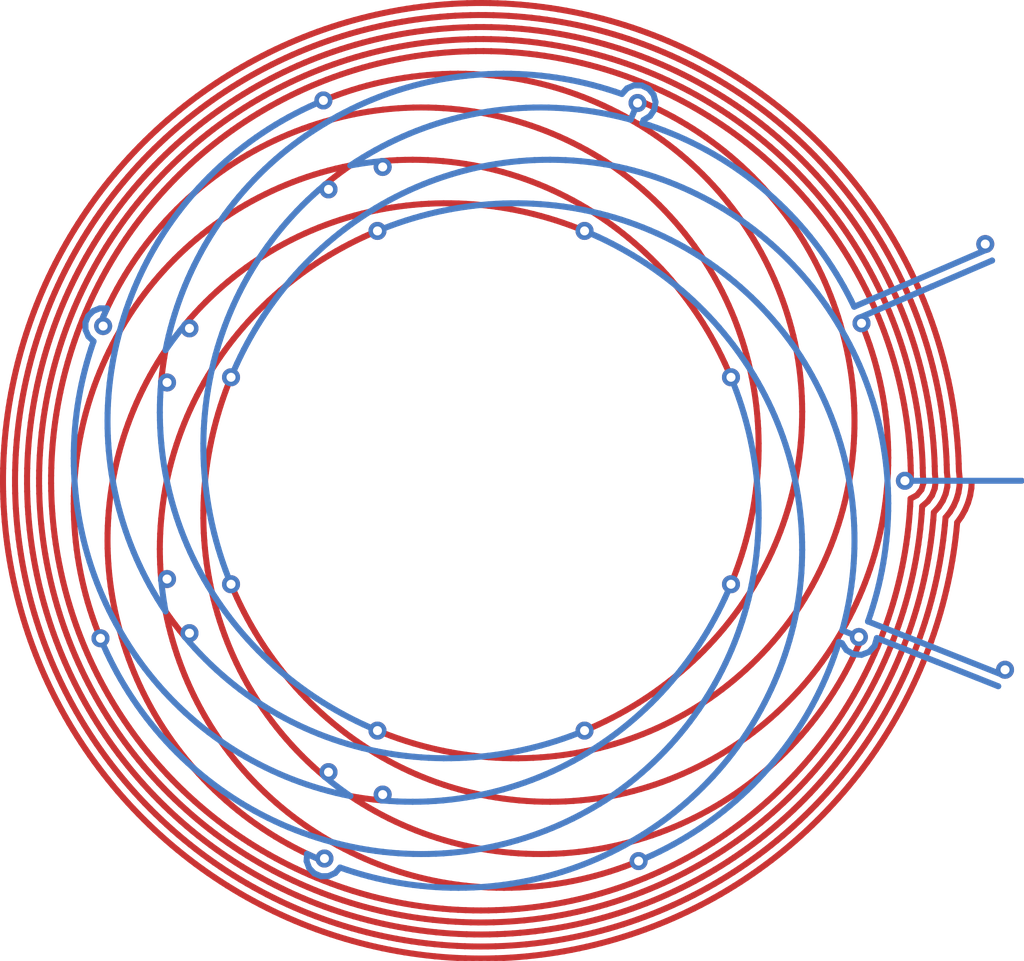
<source format=kicad_pcb>
(kicad_pcb (version 20211014) (generator pcbnew)
  (layers (0 "F.Cu" signal) (1 "In1.Cu" signal) (2 "In2.Cu" signal) (31 "B.Cu" signal) (34 "B.Paste" user) (35 "F.Paste" user) (36 "B.SilkS" user "B.Silkscreen") (37 "F.SilkS" user "F.Silkscreen") (38 "B.Mask" user) (39 "F.Mask" user) (44 "Edge.Cuts" user))
  (net 0 "")
  (segment (start 131.5763 76.2161) (end 131.3415 76.1159) (width 0.2) (layer "F.Cu") (net 0))
  (segment (start 121.379 103.1165) (end 121.6213 103.1939) (width 0.2) (layer "F.Cu") (net 0))
  (segment (start 121.597 102.346) (end 121.8391 102.4239) (width 0.2) (layer "F.Cu") (net 0))
  (segment (start 116.9558 99.7684) (end 117.1528 99.9292) (width 0.2) (layer "F.Cu") (net 0))
  (segment (start 114.0773 98.5576) (end 114.2395 98.7536) (width 0.2) (layer "F.Cu") (net 0))
  (segment (start 117.2326 80.2577) (end 117.0316 80.4083) (width 0.2) (layer "F.Cu") (net 0))
  (segment (start 121.8831 73.442) (end 121.639 73.5112) (width 0.2) (layer "F.Cu") (net 0))
  (segment (start 133.4027 102.4442) (end 133.626 102.3225) (width 0.2) (layer "F.Cu") (net 0))
  (segment (start 118.2111 99.9029) (end 118.4152 100.0561) (width 0.2) (layer "F.Cu") (net 0))
  (segment (start 140.121 95.3777) (end 140.2275 95.1468) (width 0.2) (layer "F.Cu") (net 0))
  (segment (start 118.682 76.5466) (end 118.4658 76.6804) (width 0.2) (layer "F.Cu") (net 0))
  (segment (start 111.1869 91.1502) (end 111.2291 91.4011) (width 0.2) (layer "F.Cu") (net 0))
  (segment (start 139.5608 93.5959) (end 139.6444 93.3557) (width 0.2) (layer "F.Cu") (net 0))
  (segment (start 123.6103 97.438) (end 123.8536 97.5128) (width 0.2) (layer "F.Cu") (net 0))
  (segment (start 119.6449 101.9806) (end 119.8738 102.09) (width 0.2) (layer "F.Cu") (net 0))
  (segment (start 116.8339 80.5634) (end 116.6398 80.7228) (width 0.2) (layer "F.Cu") (net 0))
  (segment (start 136.0928 77.9931) (end 135.9053 77.8222) (width 0.2) (layer "F.Cu") (net 0))
  (segment (start 137.7957 79.8697) (end 137.6403 79.6692) (width 0.2) (layer "F.Cu") (net 0))
  (segment (start 125.3847 72.889) (end 125.1313 72.9024) (width 0.2) (layer "F.Cu") (net 0))
  (segment (start 133.9851 84.4054) (end 133.866 84.1805) (width 0.2) (layer "F.Cu") (net 0))
  (segment (start 117.1973 77.0744) (end 116.9967 77.2298) (width 0.2) (layer "F.Cu") (net 0))
  (segment (start 141.3295 84.2089) (end 141.2547 83.9664) (width 0.2) (layer "F.Cu") (net 0))
  (segment (start 137.7545 79.1735) (end 137.5911 78.9785) (width 0.2) (layer "F.Cu") (net 0))
  (segment (start 122.2312 73.7632) (end 121.9855 73.8287) (width 0.2) (layer "F.Cu") (net 0))
  (segment (start 121.0985 103.8663) (end 121.34 103.9442) (width 0.2) (layer "F.Cu") (net 0))
  (segment (start 119.1585 79.1223) (end 118.9342 79.2293) (width 0.2) (layer "F.Cu") (net 0))
  (segment (start 112.0314 96.1841) (end 112.1515 96.4077) (width 0.2) (layer "F.Cu") (net 0))
  (segment (start 111.6114 82.2208) (end 111.5087 82.4528) (width 0.2) (layer "F.Cu") (net 0))
  (segment (start 138.4836 98.744) (end 138.6412 98.5451) (width 0.2) (layer "F.Cu") (net 0))
  (segment (start 134.8808 98.9595) (end 135.0805 98.8095) (width 0.2) (layer "F.Cu") (net 0))
  (segment (start 112.8282 92.0709) (end 112.8862 92.3195) (width 0.2) (layer "F.Cu") (net 0))
  (segment (start 132.2621 100.4001) (end 132.4937 100.3067) (width 0.2) (layer "F.Cu") (net 0))
  (segment (start 110.7116 86.9049) (end 110.683 87.1576) (width 0.2) (layer "F.Cu") (net 0))
  (segment (start 140.7743 89.621) (end 140.9595 89.4598) (width 0.2) (layer "F.Cu") (net 0))
  (segment (start 130.3824 101.7793) (end 130.6249 101.6999) (width 0.2) (layer "F.Cu") (net 0))
  (segment (start 133.1156 74.9523) (end 132.8878 74.839) (width 0.2) (layer "F.Cu") (net 0))
  (segment (start 136.7367 87.5007) (end 136.7567 87.2443) (width 0.2) (layer "F.Cu") (net 0))
  (segment (start 133.2771 96.2978) (end 133.4887 96.1625) (width 0.2) (layer "F.Cu") (net 0))
  (segment (start 124.6608 74.5455) (end 124.4081 74.5733) (width 0.2) (layer "F.Cu") (net 0))
  (segment (start 137.5673 80.2314) (end 137.4136 80.0288) (width 0.2) (layer "F.Cu") (net 0))
  (segment (start 124.4062 74.1707) (end 124.1544 74.2021) (width 0.2) (layer "F.Cu") (net 0))
  (segment (start 129.5643 97.7756) (end 129.8075 97.7235) (width 0.2) (layer "F.Cu") (net 0))
  (segment (start 136.7819 86.4731) (end 136.7785 86.2158) (width 0.2) (layer "F.Cu") (net 0))
  (segment (start 134.9078 95.0568) (end 135.0955 94.8809) (width 0.2) (layer "F.Cu") (net 0))
  (segment (start 139.4144 95.0003) (end 139.5199 94.7695) (width 0.2) (layer "F.Cu") (net 0))
  (segment (start 112.5768 95.4938) (end 112.6919 95.7206) (width 0.2) (layer "F.Cu") (net 0))
  (segment (start 136.144 90.2233) (end 136.2251 89.9855) (width 0.2) (layer "F.Cu") (net 0))
  (segment (start 138.6202 95.6795) (end 138.741 95.4558) (width 0.2) (layer "F.Cu") (net 0))
  (segment (start 129.1017 101.1495) (end 129.3516 101.1239) (width 0.2) (layer "F.Cu") (net 0))
  (segment (start 126.3466 97.9738) (end 126.5948 97.9904) (width 0.2) (layer "F.Cu") (net 0))
  (segment (start 125.6024 79.5556) (end 125.3539 79.5444) (width 0.2) (layer "F.Cu") (net 0))
  (segment (start 111.293 94.5698) (end 111.3873 94.8053) (width 0.2) (layer "F.Cu") (net 0))
  (segment (start 139.0323 81.7866) (end 138.9098 81.5644) (width 0.2) (layer "F.Cu") (net 0))
  (segment (start 110.4262 86.0923) (end 110.3854 86.3427) (width 0.2) (layer "F.Cu") (net 0))
  (segment (start 141.5763 92.4132) (end 141.6324 92.1657) (width 0.2) (layer "F.Cu") (net 0))
  (segment (start 118.7635 102.88) (end 118.9896 102.9952) (width 0.2) (layer "F.Cu") (net 0))
  (segment (start 113.8416 84.2336) (end 113.7291 84.4566) (width 0.2) (layer "F.Cu") (net 0))
  (segment (start 115.1495 78.9645) (end 114.9818 79.1549) (width 0.2) (layer "F.Cu") (net 0))
  (segment (start 134.7926 100.6264) (end 134.9959 100.4746) (width 0.2) (layer "F.Cu") (net 0))
  (segment (start 138.0977 96.5519) (end 138.2341 96.3373) (width 0.2) (layer "F.Cu") (net 0))
  (segment (start 139.4684 85.9757) (end 139.4214 85.7249) (width 0.2) (layer "F.Cu") (net 0))
  (segment (start 111.2234 84.4165) (end 111.1539 84.6612) (width 0.2) (layer "F.Cu") (net 0))
  (segment (start 117.8725 101.91) (end 118.0892 102.0432) (width 0.2) (layer "F.Cu") (net 0))
  (segment (start 137.5911 78.9785) (end 137.4245 78.7864) (width 0.2) (layer "F.Cu") (net 0))
  (segment (start 117.1195 82.6481) (end 116.9375 82.8256) (width 0.2) (layer "F.Cu") (net 0))
  (segment (start 128.6066 104.0687) (end 128.8572 104.0256) (width 0.2) (layer "F.Cu") (net 0))
  (segment (start 127.5489 78.7276) (end 127.3111 78.6466) (width 0.2) (layer "F.Cu") (net 0))
  (segment (start 118.7989 77.6627) (end 118.5787 77.7807) (width 0.2) (layer "F.Cu") (net 0))
  (segment (start 133.1054 78.228) (end 132.9178 78.0609) (width 0.2) (layer "F.Cu") (net 0))
  (segment (start 140.1988 82.3361) (end 140.0913 82.1056) (width 0.2) (layer "F.Cu") (net 0))
  (segment (start 136.6497 77.4185) (end 136.462 77.247) (width 0.2) (layer "F.Cu") (net 0))
  (segment (start 128.6005 101.184) (end 128.8513 101.1695) (width 0.2) (layer "F.Cu") (net 0))
  (segment (start 115.9284 99.9344) (end 116.1178 100.1041) (width 0.2) (layer "F.Cu") (net 0))
  (segment (start 135.0491 85.0641) (end 134.991 84.8196) (width 0.2) (layer "F.Cu") (net 0))
  (segment (start 126.848 104.6553) (end 127.1013 104.6414) (width 0.2) (layer "F.Cu") (net 0))
  (segment (start 111.9683 86.5764) (end 111.9315 86.828) (width 0.2) (layer "F.Cu") (net 0))
  (segment (start 120.7242 75.0907) (end 120.4889 75.1855) (width 0.2) (layer "F.Cu") (net 0))
  (segment (start 129.4668 74.0534) (end 129.2184 73.9988) (width 0.2) (layer "F.Cu") (net 0))
  (segment (start 121.4342 74.4115) (end 121.1929 74.4921) (width 0.2) (layer "F.Cu") (net 0))
  (segment (start 129.5911 79.6897) (end 129.3743 79.5627) (width 0.2) (layer "F.Cu") (net 0))
  (segment (start 135.8501 98.1633) (end 136.0365 97.9889) (width 0.2) (layer "F.Cu") (net 0))
  (segment (start 111.7169 93.3748) (end 111.7965 93.6164) (width 0.2) (layer "F.Cu") (net 0))
  (segment (start 127.6273 99.4311) (end 127.8842 99.4454) (width 0.2) (layer "F.Cu") (net 0))
  (segment (start 120.9612 74.9999) (end 120.7242 75.0907) (width 0.2) (layer "F.Cu") (net 0))
  (segment (start 120.2703 100.256) (end 120.4784 100.3967) (width 0.2) (layer "F.Cu") (net 0))
  (segment (start 140.7501 89.0671) (end 140.8204 88.8366) (width 0.2) (layer "F.Cu") (net 0))
  (segment (start 140.7504 87.5831) (end 140.7277 87.3304) (width 0.2) (layer "F.Cu") (net 0))
  (segment (start 128.8286 97.9007) (end 129.0747 97.8642) (width 0.2) (layer "F.Cu") (net 0))
  (segment (start 136.0365 97.9889) (end 136.219 97.8105) (width 0.2) (layer "F.Cu") (net 0))
  (segment (start 128.9218 73.1256) (end 128.6717 73.0826) (width 0.2) (layer "F.Cu") (net 0))
  (segment (start 130.5923 104.0248) (end 130.8351 103.9511) (width 0.2) (layer "F.Cu") (net 0))
  (segment (start 111.4143 89.4516) (end 111.4282 89.7049) (width 0.2) (layer "F.Cu") (net 0))
  (segment (start 141.55 89.9994) (end 141.55 89.9991) (width 0.2) (layer "F.Cu") (net 0))
  (segment (start 125.3337 103.0525) (end 125.5878 103.0639) (width 0.2) (layer "F.Cu") (net 0))
  (segment (start 119.8446 78.831) (end 119.6138 78.9231) (width 0.2) (layer "F.Cu") (net 0))
  (segment (start 118.97 101.6289) (end 119.1929 101.75) (width 0.2) (layer "F.Cu") (net 0))
  (segment (start 119.3189 75.2806) (end 119.0926 75.3967) (width 0.2) (layer "F.Cu") (net 0))
  (segment (start 116.768 76.396) (end 116.5662 76.5508) (width 0.2) (layer "F.Cu") (net 0))
  (segment (start 129.1246 102.7492) (end 129.3726 102.6932) (width 0.2) (layer "F.Cu") (net 0))
  (segment (start 129.6579 103.4475) (end 129.9045 103.3855) (width 0.2) (layer "F.Cu") (net 0))
  (segment (start 120.2003 74.0075) (end 119.9654 74.1035) (width 0.2) (layer "F.Cu") (net 0))
  (segment (start 118.8663 82.9456) (end 118.6899 83.121) (width 0.2) (layer "F.Cu") (net 0))
  (segment (start 116.6037 77.5508) (end 116.4115 77.7163) (width 0.2) (layer "F.Cu") (net 0))
  (segment (start 135.1292 101.3705) (end 135.3347 101.2207) (width 0.2) (layer "F.Cu") (net 0))
  (segment (start 130.1033 104.1604) (end 130.3484 104.0945) (width 0.2) (layer "F.Cu") (net 0))
  (segment (start 120.5483 78.5852) (end 120.312 78.662) (width 0.2) (layer "F.Cu") (net 0))
  (segment (start 112.472 93.1096) (end 112.5513 93.3512) (width 0.2) (layer "F.Cu") (net 0))
  (segment (start 115.625 80.104) (end 115.4546 80.2939) (width 0.2) (layer "F.Cu") (net 0))
  (segment (start 134.7603 97.4345) (end 134.9646 97.2883) (width 0.2) (layer "F.Cu") (net 0))
  (segment (start 133.6609 76.6362) (end 133.4439 76.5036) (width 0.2) (layer "F.Cu") (net 0))
  (segment (start 122.0091 102.8927) (end 122.2534 102.9612) (width 0.2) (layer "F.Cu") (net 0))
  (segment (start 122.7453 103.0854) (end 122.9928 103.1412) (width 0.2) (layer "F.Cu") (net 0))
  (segment (start 132.3254 75.8999) (end 132.0956 75.7912) (width 0.2) (layer "F.Cu") (net 0))
  (segment (start 118.7091 96.1631) (end 118.8513 96.3738) (width 0.2) (layer "F.Cu") (net 0))
  (segment (start 136.9848 78.8947) (end 136.8127 78.7083) (width 0.2) (layer "F.Cu") (net 0))
  (segment (start 113.3372 95.2257) (end 113.454 95.4516) (width 0.2) (layer "F.Cu") (net 0))
  (segment (start 139.7463 81.4252) (end 139.6239 81.2023) (width 0.2) (layer "F.Cu") (net 0))
  (segment (start 122.8122 104.3297) (end 123.0609 104.3801) (width 0.2) (layer "F.Cu") (net 0))
  (segment (start 135.3332 87.7796) (end 135.3339 87.5308) (width 0.2) (layer "F.Cu") (net 0))
  (segment (start 137.7173 80.4366) (end 137.5673 80.2314) (width 0.2) (layer "F.Cu") (net 0))
  (segment (start 114.2217 94.2302) (end 114.2998 94.4674) (width 0.2) (layer "F.Cu") (net 0))
  (segment (start 114.532 99.6828) (end 114.7075 99.866) (width 0.2) (layer "F.Cu") (net 0))
  (segment (start 111.5652 94.1609) (end 111.6555 94.3987) (width 0.2) (layer "F.Cu") (net 0))
  (segment (start 120.1458 103.5166) (end 120.3819 103.6098) (width 0.2) (layer "F.Cu") (net 0))
  (segment (start 141.065 86.7688) (end 141.0291 86.517) (width 0.2) (layer "F.Cu") (net 0))
  (segment (start 134.7087 77.3556) (end 134.5043 77.2043) (width 0.2) (layer "F.Cu") (net 0))
  (segment (start 122.0525 103.7356) (end 122.2986 103.8) (width 0.2) (layer "F.Cu") (net 0))
  (segment (start 115.4153 91.0454) (end 115.418 91.2996) (width 0.2) (layer "F.Cu") (net 0))
  (segment (start 135.8514 82.0595) (end 135.7493 81.8329) (width 0.2) (layer "F.Cu") (net 0))
  (segment (start 124.4162 100.5874) (end 124.6522 100.6652) (width 0.2) (layer "F.Cu") (net 0))
  (segment (start 126.3287 104.2713) (end 126.5829 104.2654) (width 0.2) (layer "F.Cu") (net 0))
  (segment (start 140.6151 94.2064) (end 140.7023 93.9675) (width 0.2) (layer "F.Cu") (net 0))
  (segment (start 140.5489 86.0749) (end 140.5002 85.8259) (width 0.2) (layer "F.Cu") (net 0))
  (segment (start 116.2238 100.7203) (end 116.4211 100.8807) (width 0.2) (layer "F.Cu") (net 0))
  (segment (start 120.3371 102.2969) (end 120.5714 102.3943) (width 0.2) (layer "F.Cu") (net 0))
  (segment (start 137.9264 98.7906) (end 138.0892 98.5952) (width 0.2) (layer "F.Cu") (net 0))
  (segment (start 138.3395 84.7745) (end 138.2919 84.5279) (width 0.2) (layer "F.Cu") (net 0))
  (segment (start 127.0217 73.3005) (end 126.7677 73.2875) (width 0.2) (layer "F.Cu") (net 0))
  (segment (start 134.9081 90.7731) (end 134.9727 90.5269) (width 0.2) (layer "F.Cu") (net 0))
  (segment (start 120.9616 75.4275) (end 120.7251 75.521) (width 0.2) (layer "F.Cu") (net 0))
  (segment (start 112.4905 82.2285) (end 112.3822 82.4586) (width 0.2) (layer "F.Cu") (net 0))
  (segment (start 139.6444 93.3557) (end 139.7237 93.1142) (width 0.2) (layer "F.Cu") (net 0))
  (segment (start 132.7291 103.2245) (end 132.9589 103.1169) (width 0.2) (layer "F.Cu") (net 0))
  (segment (start 124.7472 103.4107) (end 125 103.4319) (width 0.2) (layer "F.Cu") (net 0))
  (segment (start 117.6423 79.9716) (end 117.4369 80.1115) (width 0.2) (layer "F.Cu") (net 0))
  (segment (start 133.4881 81.3829) (end 133.3442 81.1696) (width 0.2) (layer "F.Cu") (net 0))
  (segment (start 126.087 104.673) (end 126.3407 104.6712) (width 0.2) (layer "F.Cu") (net 0))
  (segment (start 112.1408 91.8826) (end 112.1983 92.1303) (width 0.2) (layer "F.Cu") (net 0))
  (segment (start 115.7841 77.7448) (end 115.5998 77.9201) (width 0.2) (layer "F.Cu") (net 0))
  (segment (start 131.6213 75.1499) (end 131.3854 75.0566) (width 0.2) (layer "F.Cu") (net 0))
  (segment (start 134.6195 83.6203) (end 134.5293 83.3858) (width 0.2) (layer "F.Cu") (net 0))
  (segment (start 138.3743 79.98) (end 138.2245 79.7745) (width 0.2) (layer "F.Cu") (net 0))
  (segment (start 136.4954 89.0179) (end 136.5494 88.7726) (width 0.2) (layer "F.Cu") (net 0))
  (segment (start 121.7521 78.2796) (end 121.5088 78.3302) (width 0.2) (layer "F.Cu") (net 0))
  (segment (start 130.5206 73.9171) (end 130.2762 73.8466) (width 0.2) (layer "F.Cu") (net 0))
  (segment (start 115.5565 89.2735) (end 115.5193 89.525) (width 0.2) (layer "F.Cu") (net 0))
  (segment (start 138.8028 80.6112) (end 138.6635 80.3984) (width 0.2) (layer "F.Cu") (net 0))
  (segment (start 140.8308 92.0856) (end 140.8845 91.837) (width 0.2) (layer "F.Cu") (net 0))
  (segment (start 138.5202 78.8476) (end 138.3603 78.6507) (width 0.2) (layer "F.Cu") (net 0))
  (segment (start 120.0774 78.744) (end 119.8446 78.831) (width 0.2) (layer "F.Cu") (net 0))
  (segment (start 136.592 84.4265) (end 136.5414 84.1832) (width 0.2) (layer "F.Cu") (net 0))
  (segment (start 130.4227 80.2401) (end 130.2198 80.0962) (width 0.2) (layer "F.Cu") (net 0))
  (segment (start 134.44 75.7089) (end 134.2246 75.5738) (width 0.2) (layer "F.Cu") (net 0))
  (segment (start 122.2797 99.3515) (end 122.5449 99.3846) (width 0.2) (layer "F.Cu") (net 0))
  (segment (start 119.4323 102.7662) (end 119.6628 102.8737) (width 0.2) (layer "F.Cu") (net 0))
  (segment (start 131.5645 96.0174) (end 131.7757 95.8753) (width 0.2) (layer "F.Cu") (net 0))
  (segment (start 116.5369 86.164) (end 116.4299 86.3913) (width 0.2) (layer "F.Cu") (net 0))
  (segment (start 111.9416 81.535) (end 111.8279 81.7618) (width 0.2) (layer "F.Cu") (net 0))
  (segment (start 115.2515 100.3984) (end 115.4384 100.57) (width 0.2) (layer "F.Cu") (net 0))
  (segment (start 130.6486 73.5379) (end 130.4048 73.4672) (width 0.2) (layer "F.Cu") (net 0))
  (segment (start 131.6111 73.8592) (end 131.3724 73.7731) (width 0.2) (layer "F.Cu") (net 0))
  (segment (start 121.3782 97.0052) (end 121.5747 97.1576) (width 0.2) (layer "F.Cu") (net 0))
  (segment (start 120.4241 102.7662) (end 120.6606 102.8598) (width 0.2) (layer "F.Cu") (net 0))
  (segment (start 127.3709 99.4111) (end 127.6273 99.4311) (width 0.2) (layer "F.Cu") (net 0))
  (segment (start 121.7745 97.3059) (end 121.9774 97.4498) (width 0.2) (layer "F.Cu") (net 0))
  (segment (start 111.0266 87.8544) (end 111.0132 88.1084) (width 0.2) (layer "F.Cu") (net 0))
  (segment (start 132.1693 102.1609) (end 132.3995 102.0541) (width 0.2) (layer "F.Cu") (net 0))
  (segment (start 115.8392 94.0853) (end 115.9108 94.3233) (width 0.2) (layer "F.Cu") (net 0))
  (segment (start 126.8444 75.3249) (end 126.5964 75.2952) (width 0.2) (layer "F.Cu") (net 0))
  (segment (start 140.3963 88.5187) (end 140.3896 88.2645) (width 0.2) (layer "F.Cu") (net 0))
  (segment (start 110.6262 89.6974) (end 110.6434 89.9511) (width 0.2) (layer "F.Cu") (net 0))
  (segment (start 133.3309 94.6004) (end 133.5073 94.4249) (width 0.2) (layer "F.Cu") (net 0))
  (segment (start 135.1656 97.1377) (end 135.3632 96.9826) (width 0.2) (layer "F.Cu") (net 0))
  (segment (start 139.4039 96.724) (end 139.5326 96.5046) (width 0.2) (layer "F.Cu") (net 0))
  (segment (start 117.4369 80.1115) (end 117.2326 80.2577) (width 0.2) (layer "F.Cu") (net 0))
  (segment (start 112.3264 92.6224) (end 112.3971 92.8667) (width 0.2) (layer "F.Cu") (net 0))
  (segment (start 131.7877 103.1912) (end 132.0235 103.0959) (width 0.2) (layer "F.Cu") (net 0))
  (segment (start 113.2406 85.6053) (end 113.1581 85.841) (width 0.2) (layer "F.Cu") (net 0))
  (segment (start 141.1253 84.9719) (end 141.0609 84.7258) (width 0.2) (layer "F.Cu") (net 0))
  (segment (start 121.1173 102.1773) (end 121.3564 102.2638) (width 0.2) (layer "F.Cu") (net 0))
  (segment (start 117.8885 100.9666) (end 118.1001 101.1065) (width 0.2) (layer "F.Cu") (net 0))
  (segment (start 116.8827 98.7109) (end 117.0611 98.8934) (width 0.2) (layer "F.Cu") (net 0))
  (segment (start 130.1835 74.652) (end 129.9391 74.5836) (width 0.2) (layer "F.Cu") (net 0))
  (segment (start 133.1774 102.5622) (end 133.4027 102.4442) (width 0.2) (layer "F.Cu") (net 0))
  (segment (start 122.1095 103.3365) (end 122.3554 103.4017) (width 0.2) (layer "F.Cu") (net 0))
  (segment (start 137.0419 99.1776) (end 137.2156 98.9918) (width 0.2) (layer "F.Cu") (net 0))
  (segment (start 113.7638 80.7766) (end 113.6276 80.9906) (width 0.2) (layer "F.Cu") (net 0))
  (segment (start 130.2388 96.7739) (end 130.4662 96.6595) (width 0.2) (layer "F.Cu") (net 0))
  (segment (start 130.6225 80.3884) (end 130.4227 80.2401) (width 0.2) (layer "F.Cu") (net 0))
  (segment (start 139.4214 85.7249) (end 139.369 85.4751) (width 0.2) (layer "F.Cu") (net 0))
  (segment (start 140.8434 85.517) (end 140.7864 85.2691) (width 0.2) (layer "F.Cu") (net 0))
  (segment (start 131.3171 103.7922) (end 131.5561 103.707) (width 0.2) (layer "F.Cu") (net 0))
  (segment (start 140.3503 92.3755) (end 140.4104 92.129) (width 0.2) (layer "F.Cu") (net 0))
  (segment (start 127.7119 73.7594) (end 127.4588 73.7344) (width 0.2) (layer "F.Cu") (net 0))
  (segment (start 129.5002 76.0027) (end 129.2663 75.915) (width 0.2) (layer "F.Cu") (net 0))
  (segment (start 135.6599 98.3335) (end 135.8501 98.1633) (width 0.2) (layer "F.Cu") (net 0))
  (segment (start 115.3776 99.4064) (end 115.5582 99.5855) (width 0.2) (layer "F.Cu") (net 0))
  (segment (start 137.5509 91.3808) (end 137.649 91.1525) (width 0.2) (layer "F.Cu") (net 0))
  (segment (start 114.6633 95.3977) (end 114.7667 95.625) (width 0.2) (layer "F.Cu") (net 0))
  (segment (start 141.0609 84.7258) (end 140.9925 84.4809) (width 0.2) (layer "F.Cu") (net 0))
  (segment (start 117.4336 86.2847) (end 117.3588 86.528) (width 0.2) (layer "F.Cu") (net 0))
  (segment (start 118.0484 98.2318) (end 118.2121 98.4223) (width 0.2) (layer "F.Cu") (net 0))
  (segment (start 117.6884 82.1406) (end 117.495 82.3055) (width 0.2) (layer "F.Cu") (net 0))
  (segment (start 115.4263 91.5536) (end 115.4403 91.8075) (width 0.2) (layer "F.Cu") (net 0))
  (segment (start 118.4978 81.5257) (end 118.2903 81.6725) (width 0.2) (layer "F.Cu") (net 0))
  (segment (start 122.1706 99.5344) (end 122.3842 99.6615) (width 0.2) (layer "F.Cu") (net 0))
  (segment (start 134.7601 80.1113) (end 134.6139 79.907) (width 0.2) (layer "F.Cu") (net 0))
  (segment (start 112.962 81.3272) (end 112.8384 81.5495) (width 0.2) (layer "F.Cu") (net 0))
  (segment (start 135.7382 100.9109) (end 135.936 100.7511) (width 0.2) (layer "F.Cu") (net 0))
  (segment (start 122.7258 73.6444) (end 122.4781 73.7018) (width 0.2) (layer "F.Cu") (net 0))
  (segment (start 134.6315 93.097) (end 134.7755 92.8941) (width 0.2) (layer "F.Cu") (net 0))
  (segment (start 132.8878 74.839) (end 132.6583 74.7295) (width 0.2) (layer "F.Cu") (net 0))
  (segment (start 131.7937 103.618) (end 132.0299 103.5253) (width 0.2) (layer "F.Cu") (net 0))
  (segment (start 140.9172 83.0094) (end 140.8233 82.7736) (width 0.2) (layer "F.Cu") (net 0))
  (segment (start 133.4691 78.5745) (end 133.2892 78.3992) (width 0.2) (layer "F.Cu") (net 0))
  (segment (start 141.6846 91.9174) (end 141.7328 91.6683) (width 0.2) (layer "F.Cu") (net 0))
  (segment (start 123.1539 74.7795) (end 122.9056 74.834) (width 0.2) (layer "F.Cu") (net 0))
  (segment (start 139.2477 84.9793) (end 139.179 84.7335) (width 0.2) (layer "F.Cu") (net 0))
  (segment (start 120.1585 101.1143) (end 120.3886 101.2246) (width 0.2) (layer "F.Cu") (net 0))
  (segment (start 121.7521 78.2796) (end 121.5336 78.4335) (width 0.2) (layer "F.Cu") (net 0))
  (segment (start 139.369 85.4751) (end 139.311 85.2265) (width 0.2) (layer "F.Cu") (net 0))
  (segment (start 134.3465 97.7097) (end 134.5549 97.5743) (width 0.2) (layer "F.Cu") (net 0))
  (segment (start 131.7506 81.3643) (end 131.5714 81.1917) (width 0.2) (layer "F.Cu") (net 0))
  (segment (start 126.0985 76.5237) (end 125.8506 76.4826) (width 0.2) (layer "F.Cu") (net 0))
  (segment (start 121.5638 103.5948) (end 121.8076 103.6672) (width 0.2) (layer "F.Cu") (net 0))
  (segment (start 115.411 77.5469) (end 115.2282 77.7238) (width 0.2) (layer "F.Cu") (net 0))
  (segment (start 134.433 100.3931) (end 134.6383 100.2431) (width 0.2) (layer "F.Cu") (net 0))
  (segment (start 116.3749 98.1443) (end 116.5376 98.3338) (width 0.2) (layer "F.Cu") (net 0))
  (segment (start 140.3899 85.3306) (end 140.3283 85.0845) (width 0.2) (layer "F.Cu") (net 0))
  (segment (start 140.2542 86.7456) (end 140.2159 86.4942) (width 0.2) (layer "F.Cu") (net 0))
  (segment (start 135.8128 76.1855) (end 135.6106 76.0321) (width 0.2) (layer "F.Cu") (net 0))
  (segment (start 112.5633 89.0284) (end 112.5548 89.2835) (width 0.2) (layer "F.Cu") (net 0))
  (segment (start 136.4244 83.7002) (end 136.358 83.4607) (width 0.2) (layer "F.Cu") (net 0))
  (segment (start 116.5859 83.1928) (end 116.4164 83.3821) (width 0.2) (layer "F.Cu") (net 0))
  (segment (start 134.1428 75.9941) (end 133.9264 75.8604) (width 0.2) (layer "F.Cu") (net 0))
  (segment (start 122.2534 102.9612) (end 122.4988 103.0254) (width 0.2) (layer "F.Cu") (net 0))
  (segment (start 128.9326 77.4238) (end 128.7064 77.3207) (width 0.2) (layer "F.Cu") (net 0))
  (segment (start 139.8237 84.7591) (end 139.7502 84.5157) (width 0.2) (layer "F.Cu") (net 0))
  (segment (start 124.3146 104.5726) (end 124.5669 104.599) (width 0.2) (layer "F.Cu") (net 0))
  (segment (start 126.8276 76.6786) (end 126.5857 76.6216) (width 0.2) (layer "F.Cu") (net 0))
  (segment (start 125.5065 103.4611) (end 125.7601 103.4691) (width 0.2) (layer "F.Cu") (net 0))
  (segment (start 120.4367 73.9153) (end 120.2003 74.0075) (width 0.2) (layer "F.Cu") (net 0))
  (segment (start 115.9181 93.5527) (end 116.0822 93.7637) (width 0.2) (layer "F.Cu") (net 0))
  (segment (start 126.3853 103.8703) (end 126.6395 103.8633) (width 0.2) (layer "F.Cu") (net 0))
  (segment (start 140.3302 94.9141) (end 140.429 94.6798) (width 0.2) (layer "F.Cu") (net 0))
  (segment (start 134.0146 100.6821) (end 134.2251 100.5395) (width 0.2) (layer "F.Cu") (net 0))
  (segment (start 121.923 75.0962) (end 121.6805 75.1726) (width 0.2) (layer "F.Cu") (net 0))
  (segment (start 122.5449 99.3846) (end 122.8107 99.4115) (width 0.2) (layer "F.Cu") (net 0))
  (segment (start 118.3171 102.6387) (end 118.5394 102.7611) (width 0.2) (layer "F.Cu") (net 0))
  (segment (start 120.7147 74.6654) (end 120.4779 74.7581) (width 0.2) (layer "F.Cu") (net 0))
  (segment (start 135.9363 100.2285) (end 136.1279 100.0612) (width 0.2) (layer "F.Cu") (net 0))
  (segment (start 129.6451 101.9854) (end 129.8923 101.9221) (width 0.2) (layer "F.Cu") (net 0))
  (segment (start 128.4803 79.1043) (end 128.2507 79.0023) (width 0.2) (layer "F.Cu") (net 0))
  (segment (start 127.1013 104.6414) (end 127.3544 104.6233) (width 0.2) (layer "F.Cu") (net 0))
  (segment (start 125.8546 100.976) (end 126.0987 101.0223) (width 0.2) (layer "F.Cu") (net 0))
  (segment (start 128.9121 103.6086) (end 129.1616 103.5591) (width 0.2) (layer "F.Cu") (net 0))
  (segment (start 122.9928 103.1412) (end 123.2413 103.1926) (width 0.2) (layer "F.Cu") (net 0))
  (segment (start 110.3089 90.6424) (end 110.3407 90.8941) (width 0.2) (layer "F.Cu") (net 0))
  (segment (start 126.7747 103.4574) (end 127.028 103.4436) (width 0.2) (layer "F.Cu") (net 0))
  (segment (start 116.4299 86.3913) (end 116.3279 86.6209) (width 0.2) (layer "F.Cu") (net 0))
  (segment (start 118.6907 75.1578) (end 118.4683 75.2812) (width 0.2) (layer "F.Cu") (net 0))
  (segment (start 115.5201 84.9541) (end 115.487 85.2192) (width 0.2) (layer "F.Cu") (net 0))
  (segment (start 134.6836 91.503) (end 134.7636 91.2613) (width 0.2) (layer "F.Cu") (net 0))
  (segment (start 128.1115 104.5451) (end 128.363 104.5109) (width 0.2) (layer "F.Cu") (net 0))
  (segment (start 136.0124 76.3421) (end 135.8128 76.1855) (width 0.2) (layer "F.Cu") (net 0))
  (segment (start 139.3808 94.0715) (end 139.4729 93.8345) (width 0.2) (layer "F.Cu") (net 0))
  (segment (start 140.0913 82.1056) (end 139.98 81.877) (width 0.2) (layer "F.Cu") (net 0))
  (segment (start 125.2532 103.4487) (end 125.5065 103.4611) (width 0.2) (layer "F.Cu") (net 0))
  (segment (start 135.2775 88.7729) (end 135.2994 88.525) (width 0.2) (layer "F.Cu") (net 0))
  (segment (start 137.7605 98.9833) (end 137.9264 98.7906) (width 0.2) (layer "F.Cu") (net 0))
  (segment (start 132.0299 103.5253) (end 132.2646 103.4288) (width 0.2) (layer "F.Cu") (net 0))
  (segment (start 126.1457 72.8731) (end 125.892 72.8743) (width 0.2) (layer "F.Cu") (net 0))
  (segment (start 114.1182 82.1577) (end 113.993 82.3801) (width 0.2) (layer "F.Cu") (net 0))
  (segment (start 139.9358 92.3815) (end 139.9978 92.1349) (width 0.2) (layer "F.Cu") (net 0))
  (segment (start 134.1741 93.6867) (end 134.3308 93.4934) (width 0.2) (layer "F.Cu") (net 0))
  (segment (start 117.9344 78.163) (end 117.7254 78.2996) (width 0.2) (layer "F.Cu") (net 0))
  (segment (start 124.4122 73.7675) (end 124.1597 73.798) (width 0.2) (layer "F.Cu") (net 0))
  (segment (start 128.8756 102.8008) (end 129.1246 102.7492) (width 0.2) (layer "F.Cu") (net 0))
  (segment (start 117.4459 101.6331) (end 117.6581 101.7733) (width 0.2) (layer "F.Cu") (net 0))
  (segment (start 120.3644 103.1733) (end 120.6014 103.2654) (width 0.2) (layer "F.Cu") (net 0))
  (segment (start 135.1362 78.6526) (end 134.9539 78.474) (width 0.2) (layer "F.Cu") (net 0))
  (segment (start 138.4547 88.027) (end 138.4793 87.777) (width 0.2) (layer "F.Cu") (net 0))
  (segment (start 135.3944 100.1606) (end 135.5896 99.9985) (width 0.2) (layer "F.Cu") (net 0))
  (segment (start 135.032 90.2794) (end 135.0861 90.0306) (width 0.2) (layer "F.Cu") (net 0))
  (segment (start 140.1448 93.1083) (end 140.2175 92.8652) (width 0.2) (layer "F.Cu") (net 0))
  (segment (start 115.7018 88.5281) (end 115.6478 88.7734) (width 0.2) (layer "F.Cu") (net 0))
  (segment (start 110.8803 91.7146) (end 110.9306 91.9639) (width 0.2) (layer "F.Cu") (net 0))
  (segment (start 115.8203 100.9042) (end 116.0151 101.0667) (width 0.2) (layer "F.Cu") (net 0))
  (segment (start 133.1503 77.0575) (end 132.9336 76.9227) (width 0.2) (layer "F.Cu") (net 0))
  (segment (start 133.003 76.2502) (end 132.7792 76.1295) (width 0.2) (layer "F.Cu") (net 0))
  (segment (start 138.5166 79.4971) (end 138.3627 79.2946) (width 0.2) (layer "F.Cu") (net 0))
  (segment (start 126.4433 73.6769) (end 126.189 73.6733) (width 0.2) (layer "F.Cu") (net 0))
  (segment (start 139.4834 82.6955) (end 139.3765 82.4654) (width 0.2) (layer "F.Cu") (net 0))
  (segment (start 140.3421 87.5033) (end 140.3173 87.2502) (width 0.2) (layer "F.Cu") (net 0))
  (segment (start 117.0754 75.6813) (end 116.8676 75.827) (width 0.2) (layer "F.Cu") (net 0))
  (segment (start 131.3854 75.0566) (end 131.1479 74.9674) (width 0.2) (layer "F.Cu") (net 0))
  (segment (start 119.8314 74.5966) (end 119.5996 74.7013) (width 0.2) (layer "F.Cu") (net 0))
  (segment (start 117.2245 87.0191) (end 117.1652 87.2666) (width 0.2) (layer "F.Cu") (net 0))
  (segment (start 127.2754 73.3177) (end 127.0217 73.3005) (width 0.2) (layer "F.Cu") (net 0))
  (segment (start 118.5289 102.2989) (end 118.7518 102.4212) (width 0.2) (layer "F.Cu") (net 0))
  (segment (start 120.84 103.3537) (end 121.0799 103.438) (width 0.2) (layer "F.Cu") (net 0))
  (segment (start 127.1599 72.9085) (end 126.9066 72.8935) (width 0.2) (layer "F.Cu") (net 0))
  (segment (start 119.956 102.5672) (end 120.1892 102.6686) (width 0.2) (layer "F.Cu") (net 0))
  (segment (start 132.4916 76.6675) (end 132.2665 76.5472) (width 0.2) (layer "F.Cu") (net 0))
  (segment (start 119.2794 99.4851) (end 119.4706 99.648) (width 0.2) (layer "F.Cu") (net 0))
  (segment (start 115.4886 96.9372) (end 115.6253 97.1463) (width 0.2) (layer "F.Cu") (net 0))
  (segment (start 129.7321 76.0954) (end 129.5002 76.0027) (width 0.2) (layer "F.Cu") (net 0))
  (segment (start 130.3945 103.249) (end 130.6377 103.1746) (width 0.2) (layer "F.Cu") (net 0))
  (segment (start 137.4192 99.3605) (end 137.5914 99.1733) (width 0.2) (layer "F.Cu") (net 0))
  (segment (start 120.3819 103.6098) (end 120.6194 103.6991) (width 0.2) (layer "F.Cu") (net 0))
  (segment (start 112.1773 82.9242) (end 112.0808 83.1595) (width 0.2) (layer "F.Cu") (net 0))
  (segment (start 139.98 81.877) (end 139.865 81.6501) (width 0.2) (layer "F.Cu") (net 0))
  (segment (start 131.1045 101.5253) (end 131.3414 101.4302) (width 0.2) (layer "F.Cu") (net 0))
  (segment (start 112.1557 93.4297) (end 112.2381 93.6696) (width 0.2) (layer "F.Cu") (net 0))
  (segment (start 138.1162 93.7508) (end 138.2383 93.5329) (width 0.2) (layer "F.Cu") (net 0))
  (segment (start 134.6139 79.907) (end 134.4633 79.706) (width 0.2) (layer "F.Cu") (net 0))
  (segment (start 129.1564 77.5317) (end 128.9326 77.4238) (width 0.2) (layer "F.Cu") (net 0))
  (segment (start 135.7148 77.6546) (end 135.5215 77.4903) (width 0.2) (layer "F.Cu") (net 0))
  (segment (start 141.1182 90.3297) (end 141.1422 90.0765) (width 0.2) (layer "F.Cu") (net 0))
  (segment (start 117.8318 77.1046) (end 117.6257 77.2535) (width 0.2) (layer "F.Cu") (net 0))
  (segment (start 138.8973 82.3947) (end 138.7819 82.1681) (width 0.2) (layer "F.Cu") (net 0))
  (segment (start 111.106 92.7064) (end 111.1725 92.9518) (width 0.2) (layer "F.Cu") (net 0))
  (segment (start 111.4787 93.9218) (end 111.5652 94.1609) (width 0.2) (layer "F.Cu") (net 0))
  (segment (start 131.0765 100.7906) (end 131.3169 100.7228) (width 0.2) (layer "F.Cu") (net 0))
  (segment (start 127.0682 76.7407) (end 126.8276 76.6786) (width 0.2) (layer "F.Cu") (net 0))
  (segment (start 113.0923 93.0568) (end 113.1717 93.2993) (width 0.2) (layer "F.Cu") (net 0))
  (segment (start 139.5467 89.5187) (end 139.5764 89.2707) (width 0.2) (layer "F.Cu") (net 0))
  (segment (start 128.363 104.5109) (end 128.6138 104.4728) (width 0.2) (layer "F.Cu") (net 0))
  (segment (start 125.8486 78.2738) (end 125.5981 78.2309) (width 0.2) (layer "F.Cu") (net 0))
  (segment (start 132.7233 100.2083) (end 132.9506 100.1049) (width 0.2) (layer "F.Cu") (net 0))
  (segment (start 120.1687 77.0575) (end 119.9351 77.1459) (width 0.2) (layer "F.Cu") (net 0))
  (segment (start 137.0391 97.9815) (end 137.2011 97.7855) (width 0.2) (layer "F.Cu") (net 0))
  (segment (start 114.381 96.9698) (end 114.5286 97.1768) (width 0.2) (layer "F.Cu") (net 0))
  (segment (start 130.0978 103.7482) (end 130.343 103.6805) (width 0.2) (layer "F.Cu") (net 0))
  (segment (start 127.5338 103.4028) (end 127.7861 103.3758) (width 0.2) (layer "F.Cu") (net 0))
  (segment (start 118.4259 75.7676) (end 118.208 75.8987) (width 0.2) (layer "F.Cu") (net 0))
  (segment (start 111.1725 92.9518) (end 111.2431 93.1962) (width 0.2) (layer "F.Cu") (net 0))
  (segment (start 129.4197 73.2237) (end 129.1712 73.1727) (width 0.2) (layer "F.Cu") (net 0))
  (segment (start 139.1698 96.333) (end 139.2953 96.1117) (width 0.2) (layer "F.Cu") (net 0))
  (segment (start 113.4931 80.4597) (end 113.3548 80.6732) (width 0.2) (layer "F.Cu") (net 0))
  (segment (start 141.0966 87.0212) (end 141.065 86.7688) (width 0.2) (layer "F.Cu") (net 0))
  (segment (start 136.1279 100.0612) (end 136.3166 99.8907) (width 0.2) (layer "F.Cu") (net 0))
  (segment (start 119.3696 74.8098) (end 119.1414 74.9221) (width 0.2) (layer "F.Cu") (net 0))
  (segment (start 127.3746 102.3089) (end 127.6295 102.2951) (width 0.2) (layer "F.Cu") (net 0))
  (segment (start 111.0885 84.9069) (end 111.0271 85.1537) (width 0.2) (layer "F.Cu") (net 0))
  (segment (start 118.6721 76.0869) (end 118.4543 76.2169) (width 0.2) (layer "F.Cu") (net 0))
  (segment (start 125.8766 103.8714) (end 126.131 103.873) (width 0.2) (layer "F.Cu") (net 0))
  (segment (start 122.6005 99.7838) (end 122.8194 99.9015) (width 0.2) (layer "F.Cu") (net 0))
  (segment (start 111.9948 91.1339) (end 112.039 91.3843) (width 0.2) (layer "F.Cu") (net 0))
  (segment (start 115.4619 90.0301) (end 115.4417 90.2834) (width 0.2) (layer "F.Cu") (net 0))
  (segment (start 125.1256 98.9751) (end 125.3668 99.0455) (width 0.2) (layer "F.Cu") (net 0))
  (segment (start 135.6885 78.1652) (end 135.4983 77.9964) (width 0.2) (layer "F.Cu") (net 0))
  (segment (start 122.8502 103.5195) (end 123.099 103.5721) (width 0.2) (layer "F.Cu") (net 0))
  (segment (start 121.4206 80.0874) (end 121.1823 80.1671) (width 0.2) (layer "F.Cu") (net 0))
  (segment (start 129.3562 103.9268) (end 129.6043 103.8713) (width 0.2) (layer "F.Cu") (net 0))
  (segment (start 126.6925 74.4853) (end 126.4383 74.477) (width 0.2) (layer "F.Cu") (net 0))
  (segment (start 137.7257 82.6095) (end 137.6323 82.3779) (width 0.2) (layer "F.Cu") (net 0))
  (segment (start 128.0188 78.9055) (end 127.7849 78.8139) (width 0.2) (layer "F.Cu") (net 0))
  (segment (start 124.1819 100.5045) (end 124.4162 100.5874) (width 0.2) (layer "F.Cu") (net 0))
  (segment (start 140.7108 92.5799) (end 140.7729 92.3333) (width 0.2) (layer "F.Cu") (net 0))
  (segment (start 115.3565 96.7252) (end 115.4886 96.9372) (width 0.2) (layer "F.Cu") (net 0))
  (segment (start 137.0955 79.632) (end 136.9312 79.4379) (width 0.2) (layer "F.Cu") (net 0))
  (segment (start 113.6876 91.2749) (end 113.7021 91.5257) (width 0.2) (layer "F.Cu") (net 0))
  (segment (start 136.2912 93.5368) (end 136.444 93.3299) (width 0.2) (layer "F.Cu") (net 0))
  (segment (start 133.9851 79.1237) (end 133.8172 78.9368) (width 0.2) (layer "F.Cu") (net 0))
  (segment (start 130.009 96.8835) (end 130.2388 96.7739) (width 0.2) (layer "F.Cu") (net 0))
  (segment (start 137.9908 90.2194) (end 138.0634 89.9818) (width 0.2) (layer "F.Cu") (net 0))
  (segment (start 131.0123 80.6975) (end 130.819 80.5408) (width 0.2) (layer "F.Cu") (net 0))
  (segment (start 132.5891 95.2633) (end 132.7799 95.1036) (width 0.2) (layer "F.Cu") (net 0))
  (segment (start 120.8087 96.523) (end 120.995 96.6877) (width 0.2) (layer "F.Cu") (net 0))
  (segment (start 139.5115 89.766) (end 139.5467 89.5187) (width 0.2) (layer "F.Cu") (net 0))
  (segment (start 139.6013 86.9877) (end 139.5764 86.7336) (width 0.2) (layer "F.Cu") (net 0))
  (segment (start 140.2719 95.9792) (end 140.385 95.7521) (width 0.2) (layer "F.Cu") (net 0))
  (segment (start 134.915 92.6882) (end 135.0502 92.4794) (width 0.2) (layer "F.Cu") (net 0))
  (segment (start 134.5777 78.129) (end 134.3841 77.9627) (width 0.2) (layer "F.Cu") (net 0))
  (segment (start 117.4296 99.2466) (end 117.6195 99.417) (width 0.2) (layer "F.Cu") (net 0))
  (segment (start 138.5195 80.911) (end 138.382 80.6978) (width 0.2) (layer "F.Cu") (net 0))
  (segment (start 140.6244 82.3068) (end 140.5193 82.0758) (width 0.2) (layer "F.Cu") (net 0))
  (segment (start 116.3471 79.3827) (end 116.1607 79.5571) (width 0.2) (layer "F.Cu") (net 0))
  (segment (start 126.0744 104.273) (end 126.3287 104.2713) (width 0.2) (layer "F.Cu") (net 0))
  (segment (start 118.1464 78.0309) (end 117.9344 78.163) (width 0.2) (layer "F.Cu") (net 0))
  (segment (start 124.9185 73.7192) (end 124.6651 73.7412) (width 0.2) (layer "F.Cu") (net 0))
  (segment (start 139.1281 79.6602) (end 138.981 79.4535) (width 0.2) (layer "F.Cu") (net 0))
  (segment (start 135.9348 96.4916) (end 136.1179 96.3196) (width 0.2) (layer "F.Cu") (net 0))
  (segment (start 115.2118 79.5012) (end 115.0486 79.6962) (width 0.2) (layer "F.Cu") (net 0))
  (segment (start 136.219 97.8105) (end 136.3976 97.6282) (width 0.2) (layer "F.Cu") (net 0))
  (segment (start 122.82 102.6921) (end 123.068 102.7482) (width 0.2) (layer "F.Cu") (net 0))
  (segment (start 137.2948 100.0625) (end 137.4736 99.8824) (width 0.2) (layer "F.Cu") (net 0))
  (segment (start 112.3042 80.8658) (end 112.1798 81.0869) (width 0.2) (layer "F.Cu") (net 0))
  (segment (start 116.8236 101.1917) (end 117.0286 101.3422) (width 0.2) (layer "F.Cu") (net 0))
  (segment (start 121.6606 80.013) (end 121.4206 80.0874) (width 0.2) (layer "F.Cu") (net 0))
  (segment (start 140.7923 88.343) (end 140.7827 88.0895) (width 0.2) (layer "F.Cu") (net 0))
  (segment (start 111.1226 86.8418) (end 111.0922 87.0943) (width 0.2) (layer "F.Cu") (net 0))
  (segment (start 130.9306 99.1599) (end 131.1714 99.0988) (width 0.2) (layer "F.Cu") (net 0))
  (segment (start 140.2275 95.1468) (end 140.3302 94.9141) (width 0.2) (layer "F.Cu") (net 0))
  (segment (start 125.5881 75.2292) (end 125.3329 75.2263) (width 0.2) (layer "F.Cu") (net 0))
  (segment (start 113.929 79.8337) (end 113.7802 80.0399) (width 0.2) (layer "F.Cu") (net 0))
  (segment (start 136.6991 98.9572) (end 136.8733 98.7728) (width 0.2) (layer "F.Cu") (net 0))
  (segment (start 136.2095 76.5019) (end 136.0124 76.3421) (width 0.2) (layer "F.Cu") (net 0))
  (segment (start 114.7609 82.7398) (end 114.6156 82.9447) (width 0.2) (layer "F.Cu") (net 0))
  (segment (start 137.8141 82.8431) (end 137.7257 82.6095) (width 0.2) (layer "F.Cu") (net 0))
  (segment (start 117.5986 85.8031) (end 117.5136 86.043) (width 0.2) (layer "F.Cu") (net 0))
  (segment (start 117.7837 92.2171) (end 117.8835 92.4513) (width 0.2) (layer "F.Cu") (net 0))
  (segment (start 129.9502 75.0015) (end 129.7047 74.9352) (width 0.2) (layer "F.Cu") (net 0))
  (segment (start 112.7758 91.8211) (end 112.8282 92.0709) (width 0.2) (layer "F.Cu") (net 0))
  (segment (start 112.2087 83.9605) (end 112.1277 84.2009) (width 0.2) (layer "F.Cu") (net 0))
  (segment (start 125.1056 102.1859) (end 125.3529 102.2211) (width 0.2) (layer "F.Cu") (net 0))
  (segment (start 121.8148 75.7667) (end 121.5723 75.8461) (width 0.2) (layer "F.Cu") (net 0))
  (segment (start 125.3466 78.1937) (end 125.0944 78.1622) (width 0.2) (layer "F.Cu") (net 0))
  (segment (start 125.0777 75.2289) (end 124.8226 75.2371) (width 0.2) (layer "F.Cu") (net 0))
  (segment (start 137.6896 77.8891) (end 137.5144 77.7055) (width 0.2) (layer "F.Cu") (net 0))
  (segment (start 110.2417 87.6029) (end 110.2251 87.8561) (width 0.2) (layer "F.Cu") (net 0))
  (segment (start 139.1916 95.4561) (end 139.305 95.2292) (width 0.2) (layer "F.Cu") (net 0))
  (segment (start 131.7188 77.1493) (end 131.5076 77.0132) (width 0.2) (layer "F.Cu") (net 0))
  (segment (start 112.0808 83.1595) (end 111.9882 83.3964) (width 0.2) (layer "F.Cu") (net 0))
  (segment (start 138.3556 93.3124) (end 138.4681 93.0894) (width 0.2) (layer "F.Cu") (net 0))
  (segment (start 124.8226 75.2371) (end 124.5677 75.2509) (width 0.2) (layer "F.Cu") (net 0))
  (segment (start 110.2025 89.1242) (end 110.2101 89.3779) (width 0.2) (layer "F.Cu") (net 0))
  (segment (start 112.5627 90.049) (end 112.5765 90.3039) (width 0.2) (layer "F.Cu") (net 0))
  (segment (start 127.6295 102.2951) (end 127.8839 102.2757) (width 0.2) (layer "F.Cu") (net 0))
  (segment (start 112.5513 93.3512) (end 112.6348 93.5914) (width 0.2) (layer "F.Cu") (net 0))
  (segment (start 119.7321 74.2032) (end 119.5004 74.3067) (width 0.2) (layer "F.Cu") (net 0))
  (segment (start 138.9408 84.0059) (end 138.8509 83.7671) (width 0.2) (layer "F.Cu") (net 0))
  (segment (start 131.7037 102.3624) (end 131.9374 102.2637) (width 0.2) (layer "F.Cu") (net 0))
  (segment (start 133.7386 101.3317) (end 133.9542 101.1979) (width 0.2) (layer "F.Cu") (net 0))
  (segment (start 132.3526 98.715) (end 132.5834 98.6229) (width 0.2) (layer "F.Cu") (net 0))
  (segment (start 121.9855 73.8287) (end 121.7409 73.8982) (width 0.2) (layer "F.Cu") (net 0))
  (segment (start 130.0266 78.0116) (end 129.813 77.8845) (width 0.2) (layer "F.Cu") (net 0))
  (segment (start 136.6361 84.6801) (end 136.5921 84.4266) (width 0.2) (layer "F.Cu") (net 0))
  (segment (start 135.4826 76.4364) (end 135.2789 76.2841) (width 0.2) (layer "F.Cu") (net 0))
  (segment (start 114.8542 98.8514) (end 115.0255 99.0393) (width 0.2) (layer "F.Cu") (net 0))
  (segment (start 114.2012 98.0715) (end 114.3595 98.2706) (width 0.2) (layer "F.Cu") (net 0))
  (segment (start 140.8011 94.8265) (end 140.8959 94.5911) (width 0.2) (layer "F.Cu") (net 0))
  (segment (start 122.8194 99.9015) (end 123.0408 100.0143) (width 0.2) (layer "F.Cu") (net 0))
  (segment (start 116.2487 95.2578) (end 116.3458 95.4865) (width 0.2) (layer "F.Cu") (net 0))
  (segment (start 141.6088 88.978) (end 141.6231 88.7351) (width 0.2) (layer "F.Cu") (net 0))
  (segment (start 121.34 103.9442) (end 121.5827 104.0182) (width 0.2) (layer "F.Cu") (net 0))
  (segment (start 129.9391 74.5836) (end 129.6937 74.5194) (width 0.2) (layer "F.Cu") (net 0))
  (segment (start 118.0862 81.824) (end 117.8855 81.9801) (width 0.2) (layer "F.Cu") (net 0))
  (segment (start 127.9179 72.9774) (end 127.6656 72.9504) (width 0.2) (layer "F.Cu") (net 0))
  (segment (start 139.0704 81.0437) (end 138.9384 80.8264) (width 0.2) (layer "F.Cu") (net 0))
  (segment (start 119.6654 99.8067) (end 119.8637 99.9609) (width 0.2) (layer "F.Cu") (net 0))
  (segment (start 112.7117 94.8461) (end 112.8186 95.0762) (width 0.2) (layer "F.Cu") (net 0))
  (segment (start 115.5536 81.7662) (end 115.3865 81.9538) (width 0.2) (layer "F.Cu") (net 0))
  (segment (start 134.3137 85.0947) (end 134.2091 84.8626) (width 0.2) (layer "F.Cu") (net 0))
  (segment (start 123.1559 73.9625) (end 122.9069 74.0142) (width 0.2) (layer "F.Cu") (net 0))
  (segment (start 120.9531 74.5767) (end 120.7147 74.6654) (width 0.2) (layer "F.Cu") (net 0))
  (segment (start 141.943 87.444) (end 141.9197 87.1913) (width 0.2) (layer "F.Cu") (net 0))
  (segment (start 118.4543 76.2169) (end 118.2387 76.3508) (width 0.2) (layer "F.Cu") (net 0))
  (segment (start 114.9883 96.0728) (end 115.1063 96.2929) (width 0.2) (layer "F.Cu") (net 0))
  (segment (start 136.8733 98.7728) (end 137.0443 98.5853) (width 0.2) (layer "F.Cu") (net 0))
  (segment (start 123.572 78.0924) (end 123.318 78.1007) (width 0.2) (layer "F.Cu") (net 0))
  (segment (start 129.3623 104.3344) (end 129.6102 104.2804) (width 0.2) (layer "F.Cu") (net 0))
  (segment (start 125.1025 76.3923) (end 124.8521 76.3733) (width 0.2) (layer "F.Cu") (net 0))
  (segment (start 140.6078 91.1337) (end 140.6464 90.883) (width 0.2) (layer "F.Cu") (net 0))
  (segment (start 112.1348 82.0452) (end 112.0263 82.2752) (width 0.2) (layer "F.Cu") (net 0))
  (segment (start 110.6157 92.3909) (end 110.6754 92.6375) (width 0.2) (layer "F.Cu") (net 0))
  (segment (start 127.4535 74.5373) (end 127.2001 74.5155) (width 0.2) (layer "F.Cu") (net 0))
  (segment (start 133.2393 74.5667) (end 133.0117 74.4545) (width 0.2) (layer "F.Cu") (net 0))
  (segment (start 125.1722 73.7014) (end 124.9185 73.7192) (width 0.2) (layer "F.Cu") (net 0))
  (segment (start 124.5922 97.7064) (end 124.841 97.7605) (width 0.2) (layer "F.Cu") (net 0))
  (segment (start 128.1697 73.0085) (end 127.9179 72.9774) (width 0.2) (layer "F.Cu") (net 0))
  (segment (start 113.4612 97.0378) (end 113.6022 97.2494) (width 0.2) (layer "F.Cu") (net 0))
  (segment (start 130.1102 102.4988) (end 130.3536 102.4253) (width 0.2) (layer "F.Cu") (net 0))
  (segment (start 127.3111 78.6466) (end 127.0715 78.5709) (width 0.2) (layer "F.Cu") (net 0))
  (segment (start 137.4245 78.7864) (end 137.2547 78.597) (width 0.2) (layer "F.Cu") (net 0))
  (segment (start 111.8021 95.7315) (end 111.915 95.9587) (width 0.2) (layer "F.Cu") (net 0))
  (segment (start 124.0627 104.5421) (end 124.3146 104.5726) (width 0.2) (layer "F.Cu") (net 0))
  (segment (start 114.9931 97.7818) (end 115.1551 97.9778) (width 0.2) (layer "F.Cu") (net 0))
  (segment (start 113.7725 89.2696) (end 113.7424 89.519) (width 0.2) (layer "F.Cu") (net 0))
  (segment (start 132.2462 101.6841) (end 132.4748 101.5728) (width 0.2) (layer "F.Cu") (net 0))
  (segment (start 135.0407 99.9322) (end 135.2377 99.7715) (width 0.2) (layer "F.Cu") (net 0))
  (segment (start 113.2202 80.889) (end 113.0893 81.107) (width 0.2) (layer "F.Cu") (net 0))
  (segment (start 135.623 99.4395) (end 135.8112 99.2685) (width 0.2) (layer "F.Cu") (net 0))
  (segment (start 118.8248 101.0849) (end 119.0449 101.2122) (width 0.2) (layer "F.Cu") (net 0))
  (segment (start 113.6787 91.0239) (end 113.6876 91.2749) (width 0.2) (layer "F.Cu") (net 0))
  (segment (start 135.5215 77.4903) (end 135.3254 77.3294) (width 0.2) (layer "F.Cu") (net 0))
  (segment (start 125.4176 74.0888) (end 125.1642 74.1027) (width 0.2) (layer "F.Cu") (net 0))
  (segment (start 115.4272 90.5372) (end 115.4184 90.7912) (width 0.2) (layer "F.Cu") (net 0))
  (segment (start 120.4784 100.3967) (end 120.6896 100.5328) (width 0.2) (layer "F.Cu") (net 0))
  (segment (start 140.7027 95.0604) (end 140.8011 94.8265) (width 0.2) (layer "F.Cu") (net 0))
  (segment (start 116.3458 95.4865) (end 116.4479 95.7131) (width 0.2) (layer "F.Cu") (net 0))
  (segment (start 127.605 79.8396) (end 127.3562 79.7855) (width 0.2) (layer "F.Cu") (net 0))
  (segment (start 118.6071 100.9536) (end 118.8248 101.0849) (width 0.2) (layer "F.Cu") (net 0))
  (segment (start 118.9963 94.4501) (end 119.1429 94.6582) (width 0.2) (layer "F.Cu") (net 0))
  (segment (start 136.7567 87.2443) (end 136.771 86.9874) (width 0.2) (layer "F.Cu") (net 0))
  (segment (start 135.2923 80.9505) (end 135.1661 80.7364) (width 0.2) (layer "F.Cu") (net 0))
  (segment (start 122.1452 79.8806) (end 121.9022 79.9441) (width 0.2) (layer "F.Cu") (net 0))
  (segment (start 135.6603 91.382) (end 135.7673 91.1547) (width 0.2) (layer "F.Cu") (net 0))
  (segment (start 112.0589 81.31) (end 111.9416 81.535) (width 0.2) (layer "F.Cu") (net 0))
  (segment (start 117.8507 79.8363) (end 117.6423 79.9716) (width 0.2) (layer "F.Cu") (net 0))
  (segment (start 119.6138 78.9231) (end 119.3851 79.0202) (width 0.2) (layer "F.Cu") (net 0))
  (segment (start 140.288 86.9976) (end 140.2542 86.7456) (width 0.2) (layer "F.Cu") (net 0))
  (segment (start 115.6479 100.2199) (end 115.8371 100.3899) (width 0.2) (layer "F.Cu") (net 0))
  (segment (start 134.4135 92.2171) (end 134.5086 91.981) (width 0.2) (layer "F.Cu") (net 0))
  (segment (start 111.7498 94.6349) (end 111.8479 94.8695) (width 0.2) (layer "F.Cu") (net 0))
  (segment (start 116.7835 96.3787) (end 116.9049 96.5955) (width 0.2) (layer "F.Cu") (net 0))
  (segment (start 121.3189 78.5925) (end 121.1079 78.7566) (width 0.2) (layer "F.Cu") (net 0))
  (segment (start 112.6669 97.2818) (end 112.8044 97.4951) (width 0.2) (layer "F.Cu") (net 0))
  (segment (start 116.9049 96.5955) (end 117.0311 96.8096) (width 0.2) (layer "F.Cu") (net 0))
  (segment (start 135.3452 100.7108) (end 135.5449 100.5534) (width 0.2) (layer "F.Cu") (net 0))
  (segment (start 126.189 73.6733) (end 125.9347 73.6739) (width 0.2) (layer "F.Cu") (net 0))
  (segment (start 111.3177 93.4393) (end 111.3962 93.6812) (width 0.2) (layer "F.Cu") (net 0))
  (segment (start 119.0918 99.318) (end 119.2794 99.4851) (width 0.2) (layer "F.Cu") (net 0))
  (segment (start 138.5758 92.8641) (end 138.6785 92.6364) (width 0.2) (layer "F.Cu") (net 0))
  (segment (start 137.9575 96.764) (end 138.0977 96.5519) (width 0.2) (layer "F.Cu") (net 0))
  (segment (start 134.7755 92.8941) (end 134.915 92.6882) (width 0.2) (layer "F.Cu") (net 0))
  (segment (start 127.1923 74.1137) (end 126.9392 74.097) (width 0.2) (layer "F.Cu") (net 0))
  (segment (start 113.1356 80.2754) (end 112.9979 80.4892) (width 0.2) (layer "F.Cu") (net 0))
  (segment (start 134.9213 101.517) (end 135.1292 101.3705) (width 0.2) (layer "F.Cu") (net 0))
  (segment (start 112.2602 92.3769) (end 112.3264 92.6224) (width 0.2) (layer "F.Cu") (net 0))
  (segment (start 136.572 80.3997) (end 136.4308 80.1937) (width 0.2) (layer "F.Cu") (net 0))
  (segment (start 132.9502 102.6765) (end 133.1774 102.5622) (width 0.2) (layer "F.Cu") (net 0))
  (segment (start 137.649 91.1525) (end 137.742 90.9221) (width 0.2) (layer "F.Cu") (net 0))
  (segment (start 136.1351 79.7911) (end 135.9808 79.5947) (width 0.2) (layer "F.Cu") (net 0))
  (segment (start 138.6312 97.1958) (end 138.7713 96.9835) (width 0.2) (layer "F.Cu") (net 0))
  (segment (start 120.5714 102.3943) (end 120.8073 102.4877) (width 0.2) (layer "F.Cu") (net 0))
  (segment (start 137.244 99.5448) (end 137.4192 99.3605) (width 0.2) (layer "F.Cu") (net 0))
  (segment (start 120.2134 81.8173) (end 120.0084 81.9681) (width 0.2) (layer "F.Cu") (net 0))
  (segment (start 116.5381 98.3343) (end 116.7083 98.5245) (width 0.2) (layer "F.Cu") (net 0))
  (segment (start 110.2039 88.3631) (end 110.1994 88.6168) (width 0.2) (layer "F.Cu") (net 0))
  (segment (start 117.1471 85.0666) (end 117.0153 85.2805) (width 0.2) (layer "F.Cu") (net 0))
  (segment (start 114.889 79.8941) (end 114.7329 80.0948) (width 0.2) (layer "F.Cu") (net 0))
  (segment (start 134.1165 82.4699) (end 134.0006 82.247) (width 0.2) (layer "F.Cu") (net 0))
  (segment (start 114.2287 78.194) (end 114.0614 78.3848) (width 0.2) (layer "F.Cu") (net 0))
  (segment (start 118.0977 92.9132) (end 118.2121 93.1406) (width 0.2) (layer "F.Cu") (net 0))
  (segment (start 129.0306 75.8325) (end 128.7931 75.7551) (width 0.2) (layer "F.Cu") (net 0))
  (segment (start 118.8513 96.3738) (end 118.9981 96.5813) (width 0.2) (layer "F.Cu") (net 0))
  (segment (start 137.8301 90.6897) (end 137.913 90.4554) (width 0.2) (layer "F.Cu") (net 0))
  (segment (start 119.2637 100.6233) (end 119.4833 100.7534) (width 0.2) (layer "F.Cu") (net 0))
  (segment (start 125.3526 76.4168) (end 125.1025 76.3923) (width 0.2) (layer "F.Cu") (net 0))
  (segment (start 113.8082 89.021) (end 113.7725 89.2696) (width 0.2) (layer "F.Cu") (net 0))
  (segment (start 115.0486 79.6962) (end 114.889 79.8941) (width 0.2) (layer "F.Cu") (net 0))
  (segment (start 121.5336 78.4335) (end 121.3189 78.5925) (width 0.2) (layer "F.Cu") (net 0))
  (segment (start 113.7221 91.7761) (end 113.7477 92.0261) (width 0.2) (layer "F.Cu") (net 0))
  (segment (start 112.1652 95.5634) (end 112.2784 95.7911) (width 0.2) (layer "F.Cu") (net 0))
  (segment (start 114.5482 86.3935) (end 114.4552 86.6239) (width 0.2) (layer "F.Cu") (net 0))
  (segment (start 131.3885 81.023) (end 131.2022 80.8583) (width 0.2) (layer "F.Cu") (net 0))
  (segment (start 126.8371 104.2554) (end 127.091 104.2412) (width 0.2) (layer "F.Cu") (net 0))
  (segment (start 137.5339 82.1483) (end 137.4305 81.921) (width 0.2) (layer "F.Cu") (net 0))
  (segment (start 118.7492 101.5039) (end 118.97 101.6289) (width 0.2) (layer "F.Cu") (net 0))
  (segment (start 127.0715 78.5709) (end 126.8304 78.5005) (width 0.2) (layer "F.Cu") (net 0))
  (segment (start 139.1887 91.2284) (end 139.2557 90.9878) (width 0.2) (layer "F.Cu") (net 0))
  (segment (start 113.0033 82.0945) (end 112.89 82.3215) (width 0.2) (layer "F.Cu") (net 0))
  (segment (start 122.6216 73.2578) (end 122.3745 73.3153) (width 0.2) (layer "F.Cu") (net 0))
  (segment (start 113.1581 85.841) (end 113.0807 86.0785) (width 0.2) (layer "F.Cu") (net 0))
  (segment (start 132.5479 75.5633) (end 132.319 75.454) (width 0.2) (layer "F.Cu") (net 0))
  (segment (start 124.4819 73.3575) (end 124.2292 73.3861) (width 0.2) (layer "F.Cu") (net 0))
  (segment (start 123.0955 76.3965) (end 122.8455 76.4221) (width 0.2) (layer "F.Cu") (net 0))
  (segment (start 136.2404 78.6916) (end 136.0596 78.5129) (width 0.2) (layer "F.Cu") (net 0))
  (segment (start 130.4451 78.2796) (end 130.2373 78.1433) (width 0.2) (layer "F.Cu") (net 0))
  (segment (start 139.6214 94.537) (end 139.7189 94.3028) (width 0.2) (layer "F.Cu") (net 0))
  (segment (start 134.0936 101.5828) (end 134.3082 101.4463) (width 0.2) (layer "F.Cu") (net 0))
  (segment (start 139.9107 96.6492) (end 140.0347 96.4278) (width 0.2) (layer "F.Cu") (net 0))
  (segment (start 120.4779 74.7581) (end 120.2426 74.8547) (width 0.2) (layer "F.Cu") (net 0))
  (segment (start 124.8782 72.9199) (end 124.6254 72.9414) (width 0.2) (layer "F.Cu") (net 0))
  (segment (start 110.878 93.3712) (end 110.9533 93.6135) (width 0.2) (layer "F.Cu") (net 0))
  (segment (start 139.0983 80.3315) (end 138.958 80.1193) (width 0.2) (layer "F.Cu") (net 0))
  (segment (start 115.6718 78.4109) (end 115.4945 78.5925) (width 0.2) (layer "F.Cu") (net 0))
  (segment (start 139.9016 93.8294) (end 139.9868 93.5904) (width 0.2) (layer "F.Cu") (net 0))
  (segment (start 138.0712 79.5715) (end 137.9145 79.3712) (width 0.2) (layer "F.Cu") (net 0))
  (segment (start 110.7201 90.7102) (end 110.754 90.9622) (width 0.2) (layer "F.Cu") (net 0))
  (segment (start 124.6074 103.7992) (end 124.8607 103.8222) (width 0.2) (layer "F.Cu") (net 0))
  (segment (start 136.1276 82.7518) (end 136.0406 82.519) (width 0.2) (layer "F.Cu") (net 0))
  (segment (start 131.3724 73.7731) (end 131.1324 73.6909) (width 0.2) (layer "F.Cu") (net 0))
  (segment (start 116.9804 88.2677) (end 116.9474 88.5201) (width 0.2) (layer "F.Cu") (net 0))
  (segment (start 139.6345 87.497) (end 139.6207 87.2421) (width 0.2) (layer "F.Cu") (net 0))
  (segment (start 130.2198 80.0962) (end 130.0138 79.9566) (width 0.2) (layer "F.Cu") (net 0))
  (segment (start 112.7539 83.6339) (end 112.6647 83.872) (width 0.2) (layer "F.Cu") (net 0))
  (segment (start 135.2498 89.0259) (end 135.2775 88.7729) (width 0.2) (layer "F.Cu") (net 0))
  (segment (start 137.3764 98.2017) (end 137.5375 98.0057) (width 0.2) (layer "F.Cu") (net 0))
  (segment (start 119.5696 76.0505) (end 119.3445 76.1686) (width 0.2) (layer "F.Cu") (net 0))
  (segment (start 127.7849 78.8139) (end 127.5489 78.7276) (width 0.2) (layer "F.Cu") (net 0))
  (segment (start 130.6884 99.2158) (end 130.9306 99.1599) (width 0.2) (layer "F.Cu") (net 0))
  (segment (start 125.8201 104.2705) (end 126.0744 104.273) (width 0.2) (layer "F.Cu") (net 0))
  (segment (start 134.3082 79.5083) (end 134.1488 79.3142) (width 0.2) (layer "F.Cu") (net 0))
  (segment (start 112.3971 92.8667) (end 112.472 93.1096) (width 0.2) (layer "F.Cu") (net 0))
  (segment (start 137.2271 92.0522) (end 137.3399 91.8308) (width 0.2) (layer "F.Cu") (net 0))
  (segment (start 131.0659 78.7379) (end 130.8624 78.5805) (width 0.2) (layer "F.Cu") (net 0))
  (segment (start 115.8261 88.0412) (end 115.7613 88.2839) (width 0.2) (layer "F.Cu") (net 0))
  (segment (start 135.1661 80.7364) (end 135.0353 80.5251) (width 0.2) (layer "F.Cu") (net 0))
  (segment (start 129.8573 104.2224) (end 130.1033 104.1604) (width 0.2) (layer "F.Cu") (net 0))
  (segment (start 113.4113 96.1974) (end 113.5413 96.4153) (width 0.2) (layer "F.Cu") (net 0))
  (segment (start 135.0728 76.1352) (end 134.8642 75.9896) (width 0.2) (layer "F.Cu") (net 0))
  (segment (start 120.2573 75.7204) (end 120.0261 75.8264) (width 0.2) (layer "F.Cu") (net 0))
  (segment (start 142.0168 88.9304) (end 142.0219 88.6932) (width 0.2) (layer "F.Cu") (net 0))
  (segment (start 112.2938 83.7215) (end 112.2087 83.9605) (width 0.2) (layer "F.Cu") (net 0))
  (segment (start 121.0142 74.1306) (end 120.7747 74.216) (width 0.2) (layer "F.Cu") (net 0))
  (segment (start 131.8852 98.884) (end 132.1198 98.802) (width 0.2) (layer "F.Cu") (net 0))
  (segment (start 116.2126 101.226) (end 116.4126 101.3822) (width 0.2) (layer "F.Cu") (net 0))
  (segment (start 114.2842 87.0906) (end 114.2064 87.3266) (width 0.2) (layer "F.Cu") (net 0))
  (segment (start 120.8803 76.8232) (end 120.6415 76.8961) (width 0.2) (layer "F.Cu") (net 0))
  (segment (start 125.8457 97.9242) (end 126.0987 97.9519) (width 0.2) (layer "F.Cu") (net 0))
  (segment (start 116.0781 78.5711) (end 115.8982 78.7509) (width 0.2) (layer "F.Cu") (net 0))
  (segment (start 136.2852 79.9908) (end 136.1351 79.7911) (width 0.2) (layer "F.Cu") (net 0))
  (segment (start 137.0818 78.4106) (end 136.9057 78.2271) (width 0.2) (layer "F.Cu") (net 0))
  (segment (start 136.771 86.9874) (end 136.7793 86.7303) (width 0.2) (layer "F.Cu") (net 0))
  (segment (start 135.9665 101.2403) (end 136.1642 101.0813) (width 0.2) (layer "F.Cu") (net 0))
  (segment (start 130.8585 76.6333) (end 130.638 76.516) (width 0.2) (layer "F.Cu") (net 0))
  (segment (start 132.4937 100.3067) (end 132.7233 100.2083) (width 0.2) (layer "F.Cu") (net 0))
  (segment (start 112.5548 89.2835) (end 112.5519 89.5387) (width 0.2) (layer "F.Cu") (net 0))
  (segment (start 113.044 95.5308) (end 113.1626 95.7551) (width 0.2) (layer "F.Cu") (net 0))
  (segment (start 115.9763 77.0346) (end 115.7851 77.2023) (width 0.2) (layer "F.Cu") (net 0))
  (segment (start 114.3671 86.8563) (end 114.2842 87.0906) (width 0.2) (layer "F.Cu") (net 0))
  (segment (start 124.5669 104.599) (end 124.8197 104.6215) (width 0.2) (layer "F.Cu") (net 0))
  (segment (start 123.7253 73.4558) (end 123.4743 73.4968) (width 0.2) (layer "F.Cu") (net 0))
  (segment (start 122.7937 103.9166) (end 123.0426 103.9688) (width 0.2) (layer "F.Cu") (net 0))
  (segment (start 127.366 103.0167) (end 127.619 102.9919) (width 0.2) (layer "F.Cu") (net 0))
  (segment (start 119.2036 102.655) (end 119.4323 102.7662) (width 0.2) (layer "F.Cu") (net 0))
  (segment (start 111.5028 92.6425) (end 111.5701 92.8878) (width 0.2) (layer "F.Cu") (net 0))
  (segment (start 134.0995 84.6328) (end 133.9851 84.4054) (width 0.2) (layer "F.Cu") (net 0))
  (segment (start 124.0989 76.3498) (end 123.8477 76.3531) (width 0.2) (layer "F.Cu") (net 0))
  (segment (start 111.2291 91.4011) (end 111.2754 91.6511) (width 0.2) (layer "F.Cu") (net 0))
  (segment (start 130.5366 97.533) (end 130.7766 97.4586) (width 0.2) (layer "F.Cu") (net 0))
  (segment (start 112.8044 97.4951) (end 112.9453 97.7061) (width 0.2) (layer "F.Cu") (net 0))
  (segment (start 128.7064 77.3207) (end 128.4781 77.2226) (width 0.2) (layer "F.Cu") (net 0))
  (segment (start 118.908 99.1468) (end 119.0918 99.318) (width 0.2) (layer "F.Cu") (net 0))
  (segment (start 135.1819 92.2655) (end 135.3089 92.0487) (width 0.2) (layer "F.Cu") (net 0))
  (segment (start 114.1338 87.5642) (end 114.0663 87.8034) (width 0.2) (layer "F.Cu") (net 0))
  (segment (start 116.8978 89.021) (end 116.8812 89.2692) (width 0.2) (layer "F.Cu") (net 0))
  (segment (start 113.7802 80.0399) (end 113.6349 80.2486) (width 0.2) (layer "F.Cu") (net 0))
  (segment (start 116.868 100.2136) (end 117.0669 100.3712) (width 0.2) (layer "F.Cu") (net 0))
  (segment (start 117.7339 97.84) (end 117.889 98.0377) (width 0.2) (layer "F.Cu") (net 0))
  (segment (start 120.7251 75.521) (end 120.4903 75.6186) (width 0.2) (layer "F.Cu") (net 0))
  (segment (start 131.3503 96.155) (end 131.5645 96.0174) (width 0.2) (layer "F.Cu") (net 0))
  (segment (start 116.8933 90.7608) (end 116.9139 91.0087) (width 0.2) (layer "F.Cu") (net 0))
  (segment (start 134.3213 95.5583) (end 134.5206 95.3956) (width 0.2) (layer "F.Cu") (net 0))
  (segment (start 136.0782 76.9131) (end 135.8823 76.751) (width 0.2) (layer "F.Cu") (net 0))
  (segment (start 112.0096 86.3255) (end 111.9683 86.5764) (width 0.2) (layer "F.Cu") (net 0))
  (segment (start 135.2789 76.2841) (end 135.0728 76.1352) (width 0.2) (layer "F.Cu") (net 0))
  (segment (start 124.0985 97.5825) (end 124.3447 97.6471) (width 0.2) (layer "F.Cu") (net 0))
  (segment (start 113.3463 93.7789) (end 113.4414 94.0158) (width 0.2) (layer "F.Cu") (net 0))
  (segment (start 132.2665 76.5472) (end 132.0389 76.4318) (width 0.2) (layer "F.Cu") (net 0))
  (segment (start 110.6434 89.9511) (end 110.6648 90.2045) (width 0.2) (layer "F.Cu") (net 0))
  (segment (start 139.8896 82.6233) (end 139.784 82.3919) (width 0.2) (layer "F.Cu") (net 0))
  (segment (start 113.8155 92.5238) (end 113.8577 92.7715) (width 0.2) (layer "F.Cu") (net 0))
  (segment (start 122.573 102.6316) (end 122.82 102.6921) (width 0.2) (layer "F.Cu") (net 0))
  (segment (start 132.0235 103.0959) (end 132.2578 102.9967) (width 0.2) (layer "F.Cu") (net 0))
  (segment (start 110.754 90.9622) (end 110.792 91.2137) (width 0.2) (layer "F.Cu") (net 0))
  (segment (start 137.3861 98.8031) (end 137.5534 98.6115) (width 0.2) (layer "F.Cu") (net 0))
  (segment (start 142.3678 89.2682) (end 142.4096 89.0221) (width 0.2) (layer "F.Cu") (net 0))
  (segment (start 137.9476 80.0729) (end 137.7957 79.8697) (width 0.2) (layer "F.Cu") (net 0))
  (segment (start 112.3822 82.4586) (end 112.2778 82.6906) (width 0.2) (layer "F.Cu") (net 0))
  (segment (start 113.3548 80.6732) (end 113.2202 80.889) (width 0.2) (layer "F.Cu") (net 0))
  (segment (start 134.2988 102.3953) (end 134.5152 102.2627) (width 0.2) (layer "F.Cu") (net 0))
  (segment (start 112.8797 86.8002) (end 112.8232 87.0435) (width 0.2) (layer "F.Cu") (net 0))
  (segment (start 138.405 98.1965) (end 138.558 97.9933) (width 0.2) (layer "F.Cu") (net 0))
  (segment (start 118.6461 75.6402) (end 118.4259 75.7676) (width 0.2) (layer "F.Cu") (net 0))
  (segment (start 123.8058 75.3257) (end 123.5532 75.3617) (width 0.2) (layer "F.Cu") (net 0))
  (segment (start 116.1975 99.0909) (end 116.3825 99.2653) (width 0.2) (layer "F.Cu") (net 0))
  (segment (start 114.8716 78.0864) (end 114.6977 78.272) (width 0.2) (layer "F.Cu") (net 0))
  (segment (start 128.7122 74.7139) (end 128.4618 74.6696) (width 0.2) (layer "F.Cu") (net 0))
  (segment (start 130.8796 103.0961) (end 131.1202 103.0136) (width 0.2) (layer "F.Cu") (net 0))
  (segment (start 111.6555 94.3987) (end 111.7498 94.6349) (width 0.2) (layer "F.Cu") (net 0))
  (segment (start 139.9396 80.9477) (end 139.813 80.7278) (width 0.2) (layer "F.Cu") (net 0))
  (segment (start 137.0443 98.5853) (end 137.212 98.395) (width 0.2) (layer "F.Cu") (net 0))
  (segment (start 133.6799 94.2458) (end 133.8486 94.0629) (width 0.2) (layer "F.Cu") (net 0))
  (segment (start 114.3388 83.364) (end 114.2075 83.5782) (width 0.2) (layer "F.Cu") (net 0))
  (segment (start 141.4261 86.4673) (end 141.3863 86.2161) (width 0.2) (layer "F.Cu") (net 0))
  (segment (start 141.2235 88.7874) (end 141.1975 88.5432) (width 0.2) (layer "F.Cu") (net 0))
  (segment (start 141.5503 89.9991) (end 141.698 89.8134) (width 0.2) (layer "F.Cu") (net 0))
  (segment (start 113.4952 82.0169) (end 113.3771 82.2421) (width 0.2) (layer "F.Cu") (net 0))
  (segment (start 113.4615 97.7482) (end 113.6105 97.9543) (width 0.2) (layer "F.Cu") (net 0))
  (segment (start 114.7329 80.0948) (end 114.5804 80.2983) (width 0.2) (layer "F.Cu") (net 0))
  (segment (start 129.2184 73.9988) (end 128.9691 73.9484) (width 0.2) (layer "F.Cu") (net 0))
  (segment (start 139.78 83.3964) (end 139.6852 83.161) (width 0.2) (layer "F.Cu") (net 0))
  (segment (start 115.5483 79.1199) (end 115.3784 79.309) (width 0.2) (layer "F.Cu") (net 0))
  (segment (start 140.3559 89.877) (end 140.3733 89.6233) (width 0.2) (layer "F.Cu") (net 0))
  (segment (start 129.3066 80.363) (end 129.0685 80.273) (width 0.2) (layer "F.Cu") (net 0))
  (segment (start 111.2969 84.173) (end 111.2234 84.4165) (width 0.2) (layer "F.Cu") (net 0))
  (segment (start 136.1578 99.4922) (end 136.3414 99.317) (width 0.2) (layer "F.Cu") (net 0))
  (segment (start 135.8823 76.751) (end 135.6837 76.5921) (width 0.2) (layer "F.Cu") (net 0))
  (segment (start 115.8522 78.2325) (end 115.6718 78.4109) (width 0.2) (layer "F.Cu") (net 0))
  (segment (start 132.1763 96.9017) (end 132.4017 96.7909) (width 0.2) (layer "F.Cu") (net 0))
  (segment (start 139.1509 82.0109) (end 139.0323 81.7866) (width 0.2) (layer "F.Cu") (net 0))
  (segment (start 124.8197 104.6215) (end 125.0727 104.6399) (width 0.2) (layer "F.Cu") (net 0))
  (segment (start 118.3683 74.8786) (end 118.1476 75.0038) (width 0.2) (layer "F.Cu") (net 0))
  (segment (start 135.2833 86.5372) (end 135.2574 86.2898) (width 0.2) (layer "F.Cu") (net 0))
  (segment (start 113.8734 81.3545) (end 113.7434 81.573) (width 0.2) (layer "F.Cu") (net 0))
  (segment (start 141.0898 90.5824) (end 141.1182 90.3297) (width 0.2) (layer "F.Cu") (net 0))
  (segment (start 117.2854 75.539) (end 117.0754 75.6813) (width 0.2) (layer "F.Cu") (net 0))
  (segment (start 133.6452 78.7537) (end 133.4691 78.5745) (width 0.2) (layer "F.Cu") (net 0))
  (segment (start 110.683 87.1576) (end 110.6586 87.4107) (width 0.2) (layer "F.Cu") (net 0))
  (segment (start 131.4137 74.6394) (end 131.1749 74.5518) (width 0.2) (layer "F.Cu") (net 0))
  (segment (start 137.2865 95.0079) (end 137.4363 94.8063) (width 0.2) (layer "F.Cu") (net 0))
  (segment (start 129.1996 74.4038) (end 128.9511 74.3524) (width 0.2) (layer "F.Cu") (net 0))
  (segment (start 110.4164 91.3959) (end 110.4603 91.6458) (width 0.2) (layer "F.Cu") (net 0))
  (segment (start 125.5796 104.6645) (end 125.8333 104.6708) (width 0.2) (layer "F.Cu") (net 0))
  (segment (start 110.9713 83.8766) (end 110.8951 84.1187) (width 0.2) (layer "F.Cu") (net 0))
  (segment (start 115.628 100.7386) (end 115.8203 100.9042) (width 0.2) (layer "F.Cu") (net 0))
  (segment (start 119.8637 99.9609) (end 120.0654 100.1107) (width 0.2) (layer "F.Cu") (net 0))
  (segment (start 121.1208 100.7906) (end 121.3387 100.9127) (width 0.2) (layer "F.Cu") (net 0))
  (segment (start 119.2466 77.4411) (end 119.0215 77.5495) (width 0.2) (layer "F.Cu") (net 0))
  (segment (start 130.9136 96.4166) (end 131.1333 96.2881) (width 0.2) (layer "F.Cu") (net 0))
  (segment (start 114.7494 85.939) (end 114.6463 86.1652) (width 0.2) (layer "F.Cu") (net 0))
  (segment (start 116.3543 77.2379) (end 116.1614 77.4036) (width 0.2) (layer "F.Cu") (net 0))
  (segment (start 115.0255 99.0393) (end 115.2 99.2244) (width 0.2) (layer "F.Cu") (net 0))
  (segment (start 111.8062 92.2106) (end 111.8676 92.4568) (width 0.2) (layer "F.Cu") (net 0))
  (segment (start 112.3503 84.8391) (end 112.2826 85.0842) (width 0.2) (layer "F.Cu") (net 0))
  (segment (start 127.091 104.2412) (end 127.3447 104.2228) (width 0.2) (layer "F.Cu") (net 0))
  (segment (start 126.2592 73.2738) (end 126.0049 73.2733) (width 0.2) (layer "F.Cu") (net 0))
  (segment (start 125.5981 78.2309) (end 125.3466 78.1937) (width 0.2) (layer "F.Cu") (net 0))
  (segment (start 122.8773 79.7234) (end 122.6329 79.7704) (width 0.2) (layer "F.Cu") (net 0))
  (segment (start 119.5726 80.871) (end 119.3523 80.9919) (width 0.2) (layer "F.Cu") (net 0))
  (segment (start 141.176 83.7252) (end 141.0936 83.4852) (width 0.2) (layer "F.Cu") (net 0))
  (segment (start 137.1094 92.2711) (end 137.2271 92.0522) (width 0.2) (layer "F.Cu") (net 0))
  (segment (start 135.3339 87.5308) (end 135.3292 87.2821) (width 0.2) (layer "F.Cu") (net 0))
  (segment (start 121.4394 75.2533) (end 121.1997 75.3383) (width 0.2) (layer "F.Cu") (net 0))
  (segment (start 136.462 77.247) (end 136.2715 77.0785) (width 0.2) (layer "F.Cu") (net 0))
  (segment (start 139.5902 84.033) (end 139.5038 83.7939) (width 0.2) (layer "F.Cu") (net 0))
  (segment (start 137.9897 93.9679) (end 138.1162 93.7509) (width 0.2) (layer "F.Cu") (net 0))
  (segment (start 134.5293 83.3858) (end 134.4338 83.1534) (width 0.2) (layer "F.Cu") (net 0))
  (segment (start 129.8923 101.9221) (end 130.1381 101.8534) (width 0.2) (layer "F.Cu") (net 0))
  (segment (start 120.0648 74.4956) (end 119.8314 74.5966) (width 0.2) (layer "F.Cu") (net 0))
  (segment (start 116.868 90.2639) (end 116.878 90.5125) (width 0.2) (layer "F.Cu") (net 0))
  (segment (start 111.9882 83.3964) (end 111.8997 83.6348) (width 0.2) (layer "F.Cu") (net 0))
  (segment (start 123.6533 74.6836) (end 123.4032 74.7293) (width 0.2) (layer "F.Cu") (net 0))
  (segment (start 111.4961 90.463) (end 111.5274 90.7148) (width 0.2) (layer "F.Cu") (net 0))
  (segment (start 110.6025 88.4263) (end 110.5989 88.6806) (width 0.2) (layer "F.Cu") (net 0))
  (segment (start 113.647 83.063) (end 113.5416 83.2955) (width 0.2) (layer "F.Cu") (net 0))
  (segment (start 138.4876 97.4057) (end 138.6312 97.1958) (width 0.2) (layer "F.Cu") (net 0))
  (segment (start 140.7975 88.5967) (end 140.7923 88.343) (width 0.2) (layer "F.Cu") (net 0))
  (segment (start 116.9203 78.8908) (end 116.7273 79.0493) (width 0.2) (layer "F.Cu") (net 0))
  (segment (start 138.2341 96.3373) (end 138.3667 96.1204) (width 0.2) (layer "F.Cu") (net 0))
  (segment (start 140.2522 94.0347) (end 140.3388 93.7956) (width 0.2) (layer "F.Cu") (net 0))
  (segment (start 139.305 95.2292) (end 139.4144 95.0003) (width 0.2) (layer "F.Cu") (net 0))
  (segment (start 111.5412 83.4503) (end 111.4558 83.6899) (width 0.2) (layer "F.Cu") (net 0))
  (segment (start 134.3082 101.4463) (end 134.5205 101.3062) (width 0.2) (layer "F.Cu") (net 0))
  (segment (start 121.5242 102.7431) (end 121.766 102.82) (width 0.2) (layer "F.Cu") (net 0))
  (segment (start 140.1085 91.6385) (end 140.1573 91.389) (width 0.2) (layer "F.Cu") (net 0))
  (segment (start 117.1619 97.0209) (end 117.2973 97.2293) (width 0.2) (layer "F.Cu") (net 0))
  (segment (start 119.9351 77.1459) (end 119.7035 77.2393) (width 0.2) (layer "F.Cu") (net 0))
  (segment (start 116.3279 86.6209) (end 116.2311 86.8528) (width 0.2) (layer "F.Cu") (net 0))
  (segment (start 124.4081 74.5733) (end 124.1559 74.6056) (width 0.2) (layer "F.Cu") (net 0))
  (segment (start 131.4858 97.2037) (end 131.7182 97.1082) (width 0.2) (layer "F.Cu") (net 0))
  (segment (start 123.5428 104.0608) (end 123.794 104.1007) (width 0.2) (layer "F.Cu") (net 0))
  (segment (start 110.8951 84.1187) (end 110.8227 84.3619) (width 0.2) (layer "F.Cu") (net 0))
  (segment (start 132.0843 74.0427) (end 131.8484 73.9491) (width 0.2) (layer "F.Cu") (net 0))
  (segment (start 119.7969 75.9364) (end 119.5696 76.0505) (width 0.2) (layer "F.Cu") (net 0))
  (segment (start 120.312 78.662) (end 120.0774 78.744) (width 0.2) (layer "F.Cu") (net 0))
  (segment (start 113.7467 97.4587) (end 113.8948 97.6655) (width 0.2) (layer "F.Cu") (net 0))
  (segment (start 129.8516 103.8118) (end 130.0978 103.7482) (width 0.2) (layer "F.Cu") (net 0))
  (segment (start 141.2014 92.2596) (end 141.2566 92.0113) (width 0.2) (layer "F.Cu") (net 0))
  (segment (start 121.9235 74.6784) (end 121.6809 74.7525) (width 0.2) (layer "F.Cu") (net 0))
  (segment (start 124.9885 73.3128) (end 124.735 73.3331) (width 0.2) (layer "F.Cu") (net 0))
  (segment (start 122.1655 74.1942) (end 121.9205 74.2625) (width 0.2) (layer "F.Cu") (net 0))
  (segment (start 131.4683 102.4572) (end 131.7037 102.3624) (width 0.2) (layer "F.Cu") (net 0))
  (segment (start 140.9793 91.3373) (end 141.0204 91.0863) (width 0.2) (layer "F.Cu") (net 0))
  (segment (start 131.2313 102.5478) (end 131.4683 102.4572) (width 0.2) (layer "F.Cu") (net 0))
  (segment (start 111.2431 93.1962) (end 111.3177 93.4393) (width 0.2) (layer "F.Cu") (net 0))
  (segment (start 138.382 80.6978) (end 138.2408 80.487) (width 0.2) (layer "F.Cu") (net 0))
  (segment (start 111.0661 87.3473) (end 111.0442 87.6007) (width 0.2) (layer "F.Cu") (net 0))
  (segment (start 117.7837 85.3289) (end 117.6886 85.565) (width 0.2) (layer "F.Cu") (net 0))
  (segment (start 126.1841 74.4733) (end 125.9298 74.474) (width 0.2) (layer "F.Cu") (net 0))
  (segment (start 119.047 100.4885) (end 119.2637 100.6233) (width 0.2) (layer "F.Cu") (net 0))
  (segment (start 141.3076 91.7622) (end 141.3546 91.5122) (width 0.2) (layer "F.Cu") (net 0))
  (segment (start 131.0755 102.179) (end 131.3131 102.0884) (width 0.2) (layer "F.Cu") (net 0))
  (segment (start 115.7248 81.5824) (end 115.5536 81.7662) (width 0.2) (layer "F.Cu") (net 0))
  (segment (start 122.8007 75.5026) (end 122.5521 75.5606) (width 0.2) (layer "F.Cu") (net 0))
  (segment (start 131.8638 75.6866) (end 131.6302 75.5862) (width 0.2) (layer "F.Cu") (net 0))
  (segment (start 125.1642 74.1027) (end 124.9112 74.121) (width 0.2) (layer "F.Cu") (net 0))
  (segment (start 116.3825 99.2653) (end 116.5706 99.4364) (width 0.2) (layer "F.Cu") (net 0))
  (segment (start 116.0793 81.2264) (end 115.9001 81.4025) (width 0.2) (layer "F.Cu") (net 0))
  (segment (start 112.0593 94.3326) (end 112.155 94.5683) (width 0.2) (layer "F.Cu") (net 0))
  (segment (start 129.813 77.8845) (end 129.5967 77.7622) (width 0.2) (layer "F.Cu") (net 0))
  (segment (start 121.2666 78.3861) (end 121.0258 78.4472) (width 0.2) (layer "F.Cu") (net 0))
  (segment (start 119.4489 95.0651) (end 119.6083 95.2636) (width 0.2) (layer "F.Cu") (net 0))
  (segment (start 133.6234 81.5945) (end 133.4881 81.3829) (width 0.2) (layer "F.Cu") (net 0))
  (segment (start 112.9335 96.1682) (end 113.0599 96.3889) (width 0.2) (layer "F.Cu") (net 0))
  (segment (start 141.3422 85.9656) (end 141.2941 85.7159) (width 0.2) (layer "F.Cu") (net 0))
  (segment (start 134.2273 82.6954) (end 134.1165 82.4699) (width 0.2) (layer "F.Cu") (net 0))
  (segment (start 139.6852 83.161) (end 139.5863 82.9274) (width 0.2) (layer "F.Cu") (net 0))
  (segment (start 132.9035 82.6828) (end 132.7483 82.481) (width 0.2) (layer "F.Cu") (net 0))
  (segment (start 115.6052 93.1195) (end 115.6558 93.3628) (width 0.2) (layer "F.Cu") (net 0))
  (segment (start 139.779 96.0597) (end 139.8967 95.8343) (width 0.2) (layer "F.Cu") (net 0))
  (segment (start 128.3914 102.2203) (end 128.644 102.1843) (width 0.2) (layer "F.Cu") (net 0))
  (segment (start 121.0799 103.438) (end 121.3212 103.5184) (width 0.2) (layer "F.Cu") (net 0))
  (segment (start 134.7636 91.2613) (end 134.8384 91.018) (width 0.2) (layer "F.Cu") (net 0))
  (segment (start 126.0962 103.073) (end 126.3505 103.0708) (width 0.2) (layer "F.Cu") (net 0))
  (segment (start 134.7294 102.1267) (end 134.9414 101.9872) (width 0.2) (layer "F.Cu") (net 0))
  (segment (start 127.3381 75.4006) (end 127.0916 75.3601) (width 0.2) (layer "F.Cu") (net 0))
  (segment (start 132.7483 82.481) (end 132.5889 82.2824) (width 0.2) (layer "F.Cu") (net 0))
  (segment (start 127.3447 104.2228) (end 127.598 104.2003) (width 0.2) (layer "F.Cu") (net 0))
  (segment (start 112.1515 96.4077) (end 112.2751 96.6293) (width 0.2) (layer "F.Cu") (net 0))
  (segment (start 140.1259 85.9937) (end 140.0743 85.7447) (width 0.2) (layer "F.Cu") (net 0))
  (segment (start 116.1614 77.4036) (end 115.9713 77.5726) (width 0.2) (layer "F.Cu") (net 0))
  (segment (start 120.8073 102.4877) (end 121.0448 102.577) (width 0.2) (layer "F.Cu") (net 0))
  (segment (start 112.6984 80.2147) (end 112.5635 80.4296) (width 0.2) (layer "F.Cu") (net 0))
  (segment (start 119.9113 103.4198) (end 120.1458 103.5166) (width 0.2) (layer "F.Cu") (net 0))
  (segment (start 122.3897 79.8225) (end 122.1452 79.8806) (width 0.2) (layer "F.Cu") (net 0))
  (segment (start 120.1289 103.0773) (end 120.3644 103.1733) (width 0.2) (layer "F.Cu") (net 0))
  (segment (start 140.0628 81.1696) (end 139.9396 80.9477) (width 0.2) (layer "F.Cu") (net 0))
  (segment (start 141.4522 92.9053) (end 141.5162 92.6597) (width 0.2) (layer "F.Cu") (net 0))
  (segment (start 123.0641 78.1147) (end 122.8107 78.1345) (width 0.2) (layer "F.Cu") (net 0))
  (segment (start 121.639 73.5112) (end 121.396 73.5843) (width 0.2) (layer "F.Cu") (net 0))
  (segment (start 110.6586 87.4107) (end 110.6383 87.6642) (width 0.2) (layer "F.Cu") (net 0))
  (segment (start 141.9955 88.4574) (end 141.9884 88.2037) (width 0.2) (layer "F.Cu") (net 0))
  (segment (start 127.8839 102.2757) (end 128.138 102.2508) (width 0.2) (layer "F.Cu") (net 0))
  (segment (start 119.4471 103.2149) (end 119.6784 103.3192) (width 0.2) (layer "F.Cu") (net 0))
  (segment (start 123.8838 101.9301) (end 124.1258 101.9919) (width 0.2) (layer "F.Cu") (net 0))
  (segment (start 114.6565 79.5443) (end 114.4989 79.7432) (width 0.2) (layer "F.Cu") (net 0))
  (segment (start 136.7793 86.7303) (end 136.7819 86.4731) (width 0.2) (layer "F.Cu") (net 0))
  (segment (start 141.1471 87.5273) (end 141.124 87.274) (width 0.2) (layer "F.Cu") (net 0))
  (segment (start 113.6022 97.2494) (end 113.7467 97.4587) (width 0.2) (layer "F.Cu") (net 0))
  (segment (start 122.9745 73.5911) (end 122.7258 73.6444) (width 0.2) (layer "F.Cu") (net 0))
  (segment (start 117.9434 101.4814) (end 118.1586 101.6169) (width 0.2) (layer "F.Cu") (net 0))
  (segment (start 128.2507 79.0023) (end 128.0188 78.9055) (width 0.2) (layer "F.Cu") (net 0))
  (segment (start 117.0271 101.8313) (end 117.2367 101.9744) (width 0.2) (layer "F.Cu") (net 0))
  (segment (start 111.9198 90.6309) (end 111.9551 90.8828) (width 0.2) (layer "F.Cu") (net 0))
  (segment (start 113.9184 98.3591) (end 114.0773 98.5576) (width 0.2) (layer "F.Cu") (net 0))
  (segment (start 119.0449 101.2122) (end 119.2672 101.3357) (width 0.2) (layer "F.Cu") (net 0))
  (segment (start 125.3682 103.8553) (end 125.6224 103.8655) (width 0.2) (layer "F.Cu") (net 0))
  (segment (start 126.3505 103.0708) (end 126.6047 103.064) (width 0.2) (layer "F.Cu") (net 0))
  (segment (start 112.8637 80.7053) (end 112.7331 80.9235) (width 0.2) (layer "F.Cu") (net 0))
  (segment (start 133.4871 75.6041) (end 133.2642 75.4815) (width 0.2) (layer "F.Cu") (net 0))
  (segment (start 113.3283 85.3714) (end 113.2406 85.6053) (width 0.2) (layer "F.Cu") (net 0))
  (segment (start 117.52 101.1995) (end 117.7305 101.3422) (width 0.2) (layer "F.Cu") (net 0))
  (segment (start 137.5816 94.6013) (end 137.7223 94.3932) (width 0.2) (layer "F.Cu") (net 0))
  (segment (start 116.5549 95.9374) (end 116.6668 96.1593) (width 0.2) (layer "F.Cu") (net 0))
  (segment (start 138.5195 87.0245) (end 138.5218 86.7733) (width 0.2) (layer "F.Cu") (net 0))
  (segment (start 114.5733 99.1373) (end 114.7449 99.325) (width 0.2) (layer "F.Cu") (net 0))
  (segment (start 111.4397 92.3962) (end 111.5028 92.6425) (width 0.2) (layer "F.Cu") (net 0))
  (segment (start 110.739 92.8832) (end 110.8066 93.1277) (width 0.2) (layer "F.Cu") (net 0))
  (segment (start 119.3445 76.1686) (end 119.1214 76.2907) (width 0.2) (layer "F.Cu") (net 0))
  (segment (start 114.0984 97.2633) (end 114.2467 97.4691) (width 0.2) (layer "F.Cu") (net 0))
  (segment (start 140.6005 95.2926) (end 140.7027 95.0604) (width 0.2) (layer "F.Cu") (net 0))
  (segment (start 132.0882 75.3486) (end 131.8556 75.2472) (width 0.2) (layer "F.Cu") (net 0))
  (segment (start 120.3328 98.1119) (end 120.5184 98.2857) (width 0.2) (layer "F.Cu") (net 0))
  (segment (start 135.7819 99.833) (end 135.9714 99.6642) (width 0.2) (layer "F.Cu") (net 0))
  (segment (start 128.138 102.2508) (end 128.3914 102.2203) (width 0.2) (layer "F.Cu") (net 0))
  (segment (start 133.7422 83.958) (end 133.6137 83.7383) (width 0.2) (layer "F.Cu") (net 0))
  (segment (start 132.8839 80.5503) (end 132.7212 80.351) (width 0.2) (layer "F.Cu") (net 0))
  (segment (start 119.1348 81.1176) (end 118.9201 81.2482) (width 0.2) (layer "F.Cu") (net 0))
  (segment (start 123.7406 103.2827) (end 123.9914 103.3212) (width 0.2) (layer "F.Cu") (net 0))
  (segment (start 122.6329 79.7704) (end 122.3897 79.8225) (width 0.2) (layer "F.Cu") (net 0))
  (segment (start 135.4587 94.5166) (end 135.634 94.3283) (width 0.2) (layer "F.Cu") (net 0))
  (segment (start 139.2192 83.0862) (end 139.116 82.8538) (width 0.2) (layer "F.Cu") (net 0))
  (segment (start 115.9722 87.5605) (end 115.8965 87.8) (width 0.2) (layer "F.Cu") (net 0))
  (segment (start 140.0554 91.8872) (end 140.1085 91.6385) (width 0.2) (layer "F.Cu") (net 0))
  (segment (start 126.8304 78.5005) (end 126.5876 78.4357) (width 0.2) (layer "F.Cu") (net 0))
  (segment (start 117.0316 80.4083) (end 116.8339 80.5634) (width 0.2) (layer "F.Cu") (net 0))
  (segment (start 121.1207 76.7554) (end 120.8803 76.8232) (width 0.2) (layer "F.Cu") (net 0))
  (segment (start 132.5834 98.6229) (end 132.8121 98.5258) (width 0.2) (layer "F.Cu") (net 0))
  (segment (start 140.385 95.7521) (end 140.4946 95.5232) (width 0.2) (layer "F.Cu") (net 0))
  (segment (start 132.0389 76.4318) (end 131.8087 76.3214) (width 0.2) (layer "F.Cu") (net 0))
  (segment (start 132.7212 80.351) (end 132.554 80.1555) (width 0.2) (layer "F.Cu") (net 0))
  (segment (start 131.597 102.8364) (end 131.833 102.7418) (width 0.2) (layer "F.Cu") (net 0))
  (segment (start 116.4471 78.2213) (end 116.261 78.3945) (width 0.2) (layer "F.Cu") (net 0))
  (segment (start 114.3831 81.7214) (end 114.2483 81.9381) (width 0.2) (layer "F.Cu") (net 0))
  (segment (start 119.3851 79.0202) (end 119.1585 79.1223) (width 0.2) (layer "F.Cu") (net 0))
  (segment (start 127.0946 101.1537) (end 127.3451 101.1727) (width 0.2) (layer "F.Cu") (net 0))
  (segment (start 140.5177 91.6331) (end 140.5649 91.3838) (width 0.2) (layer "F.Cu") (net 0))
  (segment (start 113.7021 91.5257) (end 113.7221 91.7761) (width 0.2) (layer "F.Cu") (net 0))
  (segment (start 117.1481 92.4819) (end 117.2062 92.7264) (width 0.2) (layer "F.Cu") (net 0))
  (segment (start 137.8223 99.5138) (end 137.9922 99.3253) (width 0.2) (layer "F.Cu") (net 0))
  (segment (start 110.5197 85.5935) (end 110.471 85.8425) (width 0.2) (layer "F.Cu") (net 0))
  (segment (start 139.6198 88.7724) (end 139.6339 88.5176) (width 0.2) (layer "F.Cu") (net 0))
  (segment (start 141.166 87.781) (end 141.1471 87.5273) (width 0.2) (layer "F.Cu") (net 0))
  (segment (start 111.8049 88.3477) (end 111.7996 88.602) (width 0.2) (layer "F.Cu") (net 0))
  (segment (start 110.4603 91.6458) (end 110.5081 91.895) (width 0.2) (layer "F.Cu") (net 0))
  (segment (start 132.3824 79.9638) (end 132.2066 79.7761) (width 0.2) (layer "F.Cu") (net 0))
  (segment (start 135.0353 80.5251) (end 134.9 80.3167) (width 0.2) (layer "F.Cu") (net 0))
  (segment (start 123.2648 98.2225) (end 123.4896 98.3347) (width 0.2) (layer "F.Cu") (net 0))
  (segment (start 123.4041 101.7909) (end 123.6432 101.8631) (width 0.2) (layer "F.Cu") (net 0))
  (segment (start 110.2218 89.6313) (end 110.2375 89.8846) (width 0.2) (layer "F.Cu") (net 0))
  (segment (start 133.223 75.9148) (end 133 75.7938) (width 0.2) (layer "F.Cu") (net 0))
  (segment (start 120.2999 74.3986) (end 120.0648 74.4956) (width 0.2) (layer "F.Cu") (net 0))
  (segment (start 125.6383 72.8797) (end 125.3847 72.889) (width 0.2) (layer "F.Cu") (net 0))
  (segment (start 138.2488 98.3971) (end 138.405 98.1965) (width 0.2) (layer "F.Cu") (net 0))
  (segment (start 119.2175 103.1069) (end 119.4471 103.2149) (width 0.2) (layer "F.Cu") (net 0))
  (segment (start 111.5087 82.4528) (end 111.4097 82.6865) (width 0.2) (layer "F.Cu") (net 0))
  (segment (start 129.1136 104.3845) (end 129.3623 104.3344) (width 0.2) (layer "F.Cu") (net 0))
  (segment (start 138.4247 88.2764) (end 138.4547 88.027) (width 0.2) (layer "F.Cu") (net 0))
  (segment (start 130.1501 103.3193) (end 130.3945 103.249) (width 0.2) (layer "F.Cu") (net 0))
  (segment (start 137.3596 97.5866) (end 137.5145 97.385) (width 0.2) (layer "F.Cu") (net 0))
  (segment (start 116.87 89.5177) (end 116.864 89.7664) (width 0.2) (layer "F.Cu") (net 0))
  (segment (start 138.9078 96.7689) (end 139.0406 96.552) (width 0.2) (layer "F.Cu") (net 0))
  (segment (start 138.3479 88.7729) (end 138.389 88.525) (width 0.2) (layer "F.Cu") (net 0))
  (segment (start 132.9336 76.9227) (end 132.714 76.7927) (width 0.2) (layer "F.Cu") (net 0))
  (segment (start 129.5967 77.7622) (end 129.3778 77.6445) (width 0.2) (layer "F.Cu") (net 0))
  (segment (start 135.8755 78.3374) (end 135.6885 78.1652) (width 0.2) (layer "F.Cu") (net 0))
  (segment (start 118.3916 100.8185) (end 118.6071 100.9536) (width 0.2) (layer "F.Cu") (net 0))
  (segment (start 111.1962 86.3385) (end 111.1573 86.5898) (width 0.2) (layer "F.Cu") (net 0))
  (segment (start 115.6558 93.3628) (end 115.7117 93.605) (width 0.2) (layer "F.Cu") (net 0))
  (segment (start 139.239 97.7251) (end 139.3802 97.5143) (width 0.2) (layer "F.Cu") (net 0))
  (segment (start 127.6072 104.6013) (end 127.8596 104.5752) (width 0.2) (layer "F.Cu") (net 0))
  (segment (start 135.2994 88.525) (end 135.316 88.2768) (width 0.2) (layer "F.Cu") (net 0))
  (segment (start 118.8922 75.9606) (end 118.6721 76.0869) (width 0.2) (layer "F.Cu") (net 0))
  (segment (start 114.1449 80.9245) (end 114.0072 81.1383) (width 0.2) (layer "F.Cu") (net 0))
  (segment (start 113.1626 95.7551) (end 113.285 95.9773) (width 0.2) (layer "F.Cu") (net 0))
  (segment (start 116.2311 86.8528) (end 116.1395 87.0867) (width 0.2) (layer "F.Cu") (net 0))
  (segment (start 137.2089 81.4733) (end 137.0909 81.2531) (width 0.2) (layer "F.Cu") (net 0))
  (segment (start 112.7685 96.6824) (end 112.9 96.9) (width 0.2) (layer "F.Cu") (net 0))
  (segment (start 115.0651 78.4642) (end 114.893 78.6515) (width 0.2) (layer "F.Cu") (net 0))
  (segment (start 114.4749 83.1528) (end 114.3388 83.364) (width 0.2) (layer "F.Cu") (net 0))
  (segment (start 140.6789 83.5133) (end 140.5907 83.2748) (width 0.2) (layer "F.Cu") (net 0))
  (segment (start 131.6489 98.9608) (end 131.8852 98.884) (width 0.2) (layer "F.Cu") (net 0))
  (segment (start 123.7169 98.4417) (end 123.9465 98.5437) (width 0.2) (layer "F.Cu") (net 0))
  (segment (start 133.4651 74.6824) (end 133.2393 74.5667) (width 0.2) (layer "F.Cu") (net 0))
  (segment (start 111.0607 90.141) (end 111.0859 90.394) (width 0.2) (layer "F.Cu") (net 0))
  (segment (start 126.3466 101.0634) (end 126.5952 101.0991) (width 0.2) (layer "F.Cu") (net 0))
  (segment (start 137.6323 82.3779) (end 137.5339 82.1483) (width 0.2) (layer "F.Cu") (net 0))
  (segment (start 116.9197 88.7731) (end 116.8978 89.021) (width 0.2) (layer "F.Cu") (net 0))
  (segment (start 133.1508 94.7721) (end 133.3309 94.6004) (width 0.2) (layer "F.Cu") (net 0))
  (segment (start 139.5493 80.2943) (end 139.4123 80.0807) (width 0.2) (layer "F.Cu") (net 0))
  (segment (start 135.3192 87.0335) (end 135.3039 86.7852) (width 0.2) (layer "F.Cu") (net 0))
  (segment (start 112.1055 85.8261) (end 112.0553 86.0754) (width 0.2) (layer "F.Cu") (net 0))
  (segment (start 122.8697 73.2043) (end 122.6216 73.2578) (width 0.2) (layer "F.Cu") (net 0))
  (segment (start 127.596 101.1861) (end 127.8471 101.1939) (width 0.2) (layer "F.Cu") (net 0))
  (segment (start 120.8797 102.0867) (end 121.1173 102.1773) (width 0.2) (layer "F.Cu") (net 0))
  (segment (start 117.2434 99.072) (end 117.4296 99.2466) (width 0.2) (layer "F.Cu") (net 0))
  (segment (start 128.9617 74.7626) (end 128.7122 74.7139) (width 0.2) (layer "F.Cu") (net 0))
  (segment (start 130.8351 103.9511) (end 131.0767 103.8736) (width 0.2) (layer "F.Cu") (net 0))
  (segment (start 120.2426 74.8547) (end 120.009 74.9554) (width 0.2) (layer "F.Cu") (net 0))
  (segment (start 127.9645 73.7887) (end 127.7119 73.7594) (width 0.2) (layer "F.Cu") (net 0))
  (segment (start 138.1162 83.7951) (end 138.0484 83.5547) (width 0.2) (layer "F.Cu") (net 0))
  (segment (start 128.0864 97.9783) (end 128.3344 97.9577) (width 0.2) (layer "F.Cu") (net 0))
  (segment (start 123.9077 73.8328) (end 123.6564 73.8718) (width 0.2) (layer "F.Cu") (net 0))
  (segment (start 115.0403 98.4583) (end 115.2092 98.6477) (width 0.2) (layer "F.Cu") (net 0))
  (segment (start 141.101 89.2592) (end 141.1907 89.0307) (width 0.2) (layer "F.Cu") (net 0))
  (segment (start 115.8965 87.8) (end 115.8261 88.0412) (width 0.2) (layer "F.Cu") (net 0))
  (segment (start 116.1703 76.8701) (end 115.9763 77.0346) (width 0.2) (layer "F.Cu") (net 0))
  (segment (start 125.129 100.8053) (end 125.3696 100.8674) (width 0.2) (layer "F.Cu") (net 0))
  (segment (start 138.1972 78.4563) (end 138.031 78.2646) (width 0.2) (layer "F.Cu") (net 0))
  (segment (start 116.9033 100.7503) (end 117.1063 100.9035) (width 0.2) (layer "F.Cu") (net 0))
  (segment (start 111.4538 85.0935) (end 111.3939 85.3407) (width 0.2) (layer "F.Cu") (net 0))
  (segment (start 129.3965 102.0434) (end 129.6451 101.9854) (width 0.2) (layer "F.Cu") (net 0))
  (segment (start 139.471 90.0125) (end 139.5115 89.766) (width 0.2) (layer "F.Cu") (net 0))
  (segment (start 111.5886 86.4174) (end 111.5501 86.6682) (width 0.2) (layer "F.Cu") (net 0))
  (segment (start 135.9716 93.94) (end 136.1337 93.7402) (width 0.2) (layer "F.Cu") (net 0))
  (segment (start 111.3744 83.9308) (end 111.2969 84.173) (width 0.2) (layer "F.Cu") (net 0))
  (segment (start 125.3117 104.253) (end 125.5658 104.2638) (width 0.2) (layer "F.Cu") (net 0))
  (segment (start 111.4855 95.0393) (end 111.5873 95.2717) (width 0.2) (layer "F.Cu") (net 0))
  (segment (start 140.7006 87.0781) (end 140.6691 86.8264) (width 0.2) (layer "F.Cu") (net 0))
  (segment (start 133.5746 77.3412) (end 133.364 77.1971) (width 0.2) (layer "F.Cu") (net 0))
  (segment (start 133.0117 74.4545) (end 132.7824 74.346) (width 0.2) (layer "F.Cu") (net 0))
  (segment (start 116.6668 96.1593) (end 116.7835 96.3787) (width 0.2) (layer "F.Cu") (net 0))
  (segment (start 141.6448 85.4374) (end 141.5896 85.1898) (width 0.2) (layer "F.Cu") (net 0))
  (segment (start 128.1034 104.1428) (end 128.3553 104.1078) (width 0.2) (layer "F.Cu") (net 0))
  (segment (start 112.7806 82.5504) (end 112.6752 82.7812) (width 0.2) (layer "F.Cu") (net 0))
  (segment (start 139.518 97.3012) (end 139.6524 97.086) (width 0.2) (layer "F.Cu") (net 0))
  (segment (start 123.977 73.4189) (end 123.7253 73.4558) (width 0.2) (layer "F.Cu") (net 0))
  (segment (start 114.5211 98.4669) (end 114.6861 98.6606) (width 0.2) (layer "F.Cu") (net 0))
  (segment (start 128.8959 102.1428) (end 129.1467 102.0958) (width 0.2) (layer "F.Cu") (net 0))
  (segment (start 119.0413 102.1223) (end 119.2671 102.2393) (width 0.2) (layer "F.Cu") (net 0))
  (segment (start 135.0501 92.4794) (end 135.1819 92.2655) (width 0.2) (layer "F.Cu") (net 0))
  (segment (start 129.9045 103.3855) (end 130.1501 103.3193) (width 0.2) (layer "F.Cu") (net 0))
  (segment (start 121.5723 75.8461) (end 121.3315 75.9308) (width 0.2) (layer "F.Cu") (net 0))
  (segment (start 114.5286 97.1768) (end 114.6798 97.3812) (width 0.2) (layer "F.Cu") (net 0))
  (segment (start 135.3089 92.0487) (end 135.431 91.8291) (width 0.2) (layer "F.Cu") (net 0))
  (segment (start 121.9774 97.4498) (end 122.1834 97.5894) (width 0.2) (layer "F.Cu") (net 0))
  (segment (start 140.8648 93.4855) (end 140.9402 93.2426) (width 0.2) (layer "F.Cu") (net 0))
  (segment (start 113.9585 93.2637) (end 114.017 93.508) (width 0.2) (layer "F.Cu") (net 0))
  (segment (start 110.6291 85.098) (end 110.5725 85.3453) (width 0.2) (layer "F.Cu") (net 0))
  (segment (start 117.1111 87.5154) (end 117.0622 87.7652) (width 0.2) (layer "F.Cu") (net 0))
  (segment (start 115.5994 89.023) (end 115.5565 89.2735) (width 0.2) (layer "F.Cu") (net 0))
  (segment (start 118.9005 76.4167) (end 118.682 76.5466) (width 0.2) (layer "F.Cu") (net 0))
  (segment (start 114.2075 83.5782) (end 114.081 83.7952) (width 0.2) (layer "F.Cu") (net 0))
  (segment (start 117.2684 100.5253) (end 117.4725 100.676) (width 0.2) (layer "F.Cu") (net 0))
  (segment (start 126.3426 76.57) (end 126.0985 76.5237) (width 0.2) (layer "F.Cu") (net 0))
  (segment (start 130.415 76.4035) (end 130.1897 76.2958) (width 0.2) (layer "F.Cu") (net 0))
  (segment (start 118.4152 100.0561) (end 118.6227 100.2049) (width 0.2) (layer "F.Cu") (net 0))
  (segment (start 116.2586 76.2836) (end 116.0606 76.4422) (width 0.2) (layer "F.Cu") (net 0))
  (segment (start 118.38 98.6092) (end 118.552 98.7923) (width 0.2) (layer "F.Cu") (net 0))
  (segment (start 141.0204 91.0863) (end 141.0572 90.8347) (width 0.2) (layer "F.Cu") (net 0))
  (segment (start 133.364 77.1971) (end 133.1503 77.0575) (width 0.2) (layer "F.Cu") (net 0))
  (segment (start 132.3995 102.0541) (end 132.6278 101.9434) (width 0.2) (layer "F.Cu") (net 0))
  (segment (start 131.8867 74.8264) (end 131.651 74.7309) (width 0.2) (layer "F.Cu") (net 0))
  (segment (start 141.3844 93.1498) (end 141.4522 92.9053) (width 0.2) (layer "F.Cu") (net 0))
  (segment (start 128.289 103.3089) (end 128.5396 103.2689) (width 0.2) (layer "F.Cu") (net 0))
  (segment (start 120.8583 103.7846) (end 121.0985 103.8663) (width 0.2) (layer "F.Cu") (net 0))
  (segment (start 127.1064 79.7366) (end 126.8556 79.6931) (width 0.2) (layer "F.Cu") (net 0))
  (segment (start 118.2903 81.6725) (end 118.0862 81.824) (width 0.2) (layer "F.Cu") (net 0))
  (segment (start 112.8367 80.0019) (end 112.6984 80.2147) (width 0.2) (layer "F.Cu") (net 0))
  (segment (start 118.3612 77.9034) (end 118.1464 78.0309) (width 0.2) (layer "F.Cu") (net 0))
  (segment (start 118.2121 98.4223) (end 118.38 98.6092) (width 0.2) (layer "F.Cu") (net 0))
  (segment (start 141.9884 88.2037) (end 141.9773 87.9503) (width 0.2) (layer "F.Cu") (net 0))
  (segment (start 116.7273 79.0493) (end 116.5378 79.212) (width 0.2) (layer "F.Cu") (net 0))
  (segment (start 133.1955 80.9597) (end 133.042 80.7533) (width 0.2) (layer "F.Cu") (net 0))
  (segment (start 141.5961 88.4933) (end 141.5894 88.2391) (width 0.2) (layer "F.Cu") (net 0))
  (segment (start 135.7866 77.1906) (end 135.5901 77.029) (width 0.2) (layer "F.Cu") (net 0))
  (segment (start 122.4988 103.0254) (end 122.7453 103.0854) (width 0.2) (layer "F.Cu") (net 0))
  (segment (start 112.5959 90.5583) (end 112.6208 90.8124) (width 0.2) (layer "F.Cu") (net 0))
  (segment (start 128.375 102.8906) (end 128.6257 102.8479) (width 0.2) (layer "F.Cu") (net 0))
  (segment (start 111.0435 92.4598) (end 111.106 92.7064) (width 0.2) (layer "F.Cu") (net 0))
  (segment (start 117.6679 94.1602) (end 117.7634 94.3926) (width 0.2) (layer "F.Cu") (net 0))
  (segment (start 134.2246 75.5738) (end 134.0069 75.4423) (width 0.2) (layer "F.Cu") (net 0))
  (segment (start 120.7863 78.5136) (end 120.5483 78.5852) (width 0.2) (layer "F.Cu") (net 0))
  (segment (start 135.7673 91.1547) (end 135.8693 90.9251) (width 0.2) (layer "F.Cu") (net 0))
  (segment (start 116.2883 99.7205) (end 116.4787 99.8882) (width 0.2) (layer "F.Cu") (net 0))
  (segment (start 136.9717 77.1719) (end 136.7852 76.9998) (width 0.2) (layer "F.Cu") (net 0))
  (segment (start 122.5963 76.4532) (end 122.3478 76.4899) (width 0.2) (layer "F.Cu") (net 0))
  (segment (start 122.9309 101.631) (end 123.1666 101.7135) (width 0.2) (layer "F.Cu") (net 0))
  (segment (start 141.8172 91.1679) (end 141.8534 90.9168) (width 0.2) (layer "F.Cu") (net 0))
  (segment (start 130.8335 100.8546) (end 131.0764 100.7906) (width 0.2) (layer "F.Cu") (net 0))
  (segment (start 131.3131 102.0884) (end 131.549 101.9936) (width 0.2) (layer "F.Cu") (net 0))
  (segment (start 121.5827 104.0182) (end 121.8265 104.0883) (width 0.2) (layer "F.Cu") (net 0))
  (segment (start 130.343 103.6805) (end 130.5871 103.6089) (width 0.2) (layer "F.Cu") (net 0))
  (segment (start 121.2551 74.0492) (end 121.0142 74.1306) (width 0.2) (layer "F.Cu") (net 0))
  (segment (start 120.0654 100.1107) (end 120.2703 100.256) (width 0.2) (layer "F.Cu") (net 0))
  (segment (start 120.995 96.6877) (end 121.1849 96.8485) (width 0.2) (layer "F.Cu") (net 0))
  (segment (start 111.0271 85.1537) (end 110.9697 85.4015) (width 0.2) (layer "F.Cu") (net 0))
  (segment (start 140.1731 86.2436) (end 140.1259 85.9937) (width 0.2) (layer "F.Cu") (net 0))
  (segment (start 111.6474 91.4663) (end 111.6961 91.7153) (width 0.2) (layer "F.Cu") (net 0))
  (segment (start 135.4889 79.0215) (end 135.3146 78.8351) (width 0.2) (layer "F.Cu") (net 0))
  (segment (start 119.9654 74.1035) (end 119.7321 74.2032) (width 0.2) (layer "F.Cu") (net 0))
  (segment (start 116.9139 91.0087) (end 116.9398 91.2562) (width 0.2) (layer "F.Cu") (net 0))
  (segment (start 134.1183 95.7164) (end 134.3213 95.5583) (width 0.2) (layer "F.Cu") (net 0))
  (segment (start 116.864 89.7664) (end 116.8633 90.0152) (width 0.2) (layer "F.Cu") (net 0))
  (segment (start 110.8227 84.3619) (end 110.7543 84.6062) (width 0.2) (layer "F.Cu") (net 0))
  (segment (start 111.6314 86.1674) (end 111.5886 86.4174) (width 0.2) (layer "F.Cu") (net 0))
  (segment (start 132.6246 96.675) (end 132.8449 96.5541) (width 0.2) (layer "F.Cu") (net 0))
  (segment (start 115.0484 77.9036) (end 114.8716 78.0864) (width 0.2) (layer "F.Cu") (net 0))
  (segment (start 125.8537 99.1698) (end 126.099 99.2238) (width 0.2) (layer "F.Cu") (net 0))
  (segment (start 115.418 91.2996) (end 115.4263 91.5536) (width 0.2) (layer "F.Cu") (net 0))
  (segment (start 113.2564 93.5401) (end 113.3463 93.7789) (width 0.2) (layer "F.Cu") (net 0))
  (segment (start 136.7265 78.0465) (end 136.5444 77.869) (width 0.2) (layer "F.Cu") (net 0))
  (segment (start 133.7043 98.0881) (end 133.9211 97.9667) (width 0.2) (layer "F.Cu") (net 0))
  (segment (start 111.6961 91.7153) (end 111.749 91.9634) (width 0.2) (layer "F.Cu") (net 0))
  (segment (start 124.0592 75.2952) (end 123.8058 75.3257) (width 0.2) (layer "F.Cu") (net 0))
  (segment (start 138.5117 87.2756) (end 138.5195 87.0245) (width 0.2) (layer "F.Cu") (net 0))
  (segment (start 139.3682 80.7626) (end 139.235 80.5459) (width 0.2) (layer "F.Cu") (net 0))
  (segment (start 137.1133 100.2398) (end 137.2948 100.0625) (width 0.2) (layer "F.Cu") (net 0))
  (segment (start 140.7277 87.3304) (end 140.7006 87.0781) (width 0.2) (layer "F.Cu") (net 0))
  (segment (start 136.5218 99.1387) (end 136.6991 98.9572) (width 0.2) (layer "F.Cu") (net 0))
  (segment (start 142.4096 89.0221) (end 142.4236 88.773) (width 0.2) (layer "F.Cu") (net 0))
  (segment (start 139.5863 82.9274) (end 139.4834 82.6955) (width 0.2) (layer "F.Cu") (net 0))
  (segment (start 119.7057 100.8786) (end 119.9308 100.9989) (width 0.2) (layer "F.Cu") (net 0))
  (segment (start 117.0235 77.7217) (end 116.8284 77.8848) (width 0.2) (layer "F.Cu") (net 0))
  (segment (start 138.981 79.4535) (end 138.8307 79.2491) (width 0.2) (layer "F.Cu") (net 0))
  (segment (start 126.6052 99.316) (end 126.8597 99.3535) (width 0.2) (layer "F.Cu") (net 0))
  (segment (start 115.2944 77.1077) (end 115.1097 77.2816) (width 0.2) (layer "F.Cu") (net 0))
  (segment (start 136.9057 78.2271) (end 136.7265 78.0465) (width 0.2) (layer "F.Cu") (net 0))
  (segment (start 118.9981 96.5813) (end 119.1496 96.7854) (width 0.2) (layer "F.Cu") (net 0))
  (segment (start 127.9588 74.5945) (end 127.7064 74.5637) (width 0.2) (layer "F.Cu") (net 0))
  (segment (start 130.4374 75.1471) (end 130.1945 75.0721) (width 0.2) (layer "F.Cu") (net 0))
  (segment (start 113.2245 94.9978) (end 113.3372 95.2257) (width 0.2) (layer "F.Cu") (net 0))
  (segment (start 111.3381 85.5889) (end 111.2866 85.8379) (width 0.2) (layer "F.Cu") (net 0))
  (segment (start 115.4945 78.5925) (end 115.3204 78.777) (width 0.2) (layer "F.Cu") (net 0))
  (segment (start 114.2467 97.4691) (end 114.3986 97.6724) (width 0.2) (layer "F.Cu") (net 0))
  (segment (start 139.7988 92.8712) (end 139.8695 92.627) (width 0.2) (layer "F.Cu") (net 0))
  (segment (start 115.229 96.5104) (end 115.3565 96.7252) (width 0.2) (layer "F.Cu") (net 0))
  (segment (start 140.7687 87.8361) (end 140.7504 87.5831) (width 0.2) (layer "F.Cu") (net 0))
  (segment (start 128.7894 103.2246) (end 129.0384 103.176) (width 0.2) (layer "F.Cu") (net 0))
  (segment (start 136.7417 100.5855) (end 136.9289 100.4141) (width 0.2) (layer "F.Cu") (net 0))
  (segment (start 138.3245 94.9408) (end 138.4399 94.7131) (width 0.2) (layer "F.Cu") (net 0))
  (segment (start 138.9966 97.3691) (end 139.1359 97.1563) (width 0.2) (layer "F.Cu") (net 0))
  (segment (start 110.7812 86.401) (end 110.7443 86.6527) (width 0.2) (layer "F.Cu") (net 0))
  (segment (start 136.7086 80.6088) (end 136.572 80.3997) (width 0.2) (layer "F.Cu") (net 0))
  (segment (start 119.9467 101.6821) (end 120.1773 101.7894) (width 0.2) (layer "F.Cu") (net 0))
  (segment (start 116.3669 76.7088) (end 116.1703 76.8701) (width 0.2) (layer "F.Cu") (net 0))
  (segment (start 127.2053 73.7136) (end 126.9515 73.6971) (width 0.2) (layer "F.Cu") (net 0))
  (segment (start 126.0987 101.0223) (end 126.3466 101.0634) (width 0.2) (layer "F.Cu") (net 0))
  (segment (start 115.4384 100.57) (end 115.628 100.7386) (width 0.2) (layer "F.Cu") (net 0))
  (segment (start 112.1983 92.1303) (end 112.2602 92.3769) (width 0.2) (layer "F.Cu") (net 0))
  (segment (start 128.3134 75.6159) (end 128.0714 75.5541) (width 0.2) (layer "F.Cu") (net 0))
  (segment (start 140.2625 84.8394) (end 140.1925 84.5956) (width 0.2) (layer "F.Cu") (net 0))
  (segment (start 128.5818 97.9318) (end 128.8286 97.9007) (width 0.2) (layer "F.Cu") (net 0))
  (segment (start 116.8883 85.4973) (end 116.7662 85.7169) (width 0.2) (layer "F.Cu") (net 0))
  (segment (start 117.3164 78.5864) (end 117.1167 78.7365) (width 0.2) (layer "F.Cu") (net 0))
  (segment (start 123.4896 98.3347) (end 123.7169 98.4417) (width 0.2) (layer "F.Cu") (net 0))
  (segment (start 137.3364 77.5248) (end 137.1554 77.3469) (width 0.2) (layer "F.Cu") (net 0))
  (segment (start 140.3896 88.2645) (end 140.3783 88.0105) (width 0.2) (layer "F.Cu") (net 0))
  (segment (start 142.2032 89.7385) (end 142.2987 89.5079) (width 0.2) (layer "F.Cu") (net 0))
  (segment (start 111.2393 86.0878) (end 111.1962 86.3385) (width 0.2) (layer "F.Cu") (net 0))
  (segment (start 130.052 97.6654) (end 130.295 97.6019) (width 0.2) (layer "F.Cu") (net 0))
  (segment (start 133.2642 75.4815) (end 133.0393 75.3627) (width 0.2) (layer "F.Cu") (net 0))
  (segment (start 112.8384 81.5495) (end 112.7187 81.7739) (width 0.2) (layer "F.Cu") (net 0))
  (segment (start 117.4725 100.676) (end 117.6792 100.8231) (width 0.2) (layer "F.Cu") (net 0))
  (segment (start 113.2416 81.6465) (end 113.1205 81.8695) (width 0.2) (layer "F.Cu") (net 0))
  (segment (start 120.9459 80.2521) (end 120.7114 80.3423) (width 0.2) (layer "F.Cu") (net 0))
  (segment (start 118.2121 93.1406) (end 118.3312 93.3656) (width 0.2) (layer "F.Cu") (net 0))
  (segment (start 133.911 74.9247) (end 133.689 74.8018) (width 0.2) (layer "F.Cu") (net 0))
  (segment (start 122.0591 75.6926) (end 121.8148 75.7667) (width 0.2) (layer "F.Cu") (net 0))
  (segment (start 127.8381 97.9936) (end 128.0864 97.9783) (width 0.2) (layer "F.Cu") (net 0))
  (segment (start 113.1159 94.7679) (end 113.2245 94.9978) (width 0.2) (layer "F.Cu") (net 0))
  (segment (start 117.3119 101.0532) (end 117.52 101.1995) (width 0.2) (layer "F.Cu") (net 0))
  (segment (start 132.0285 100.4885) (end 132.2621 100.4001) (width 0.2) (layer "F.Cu") (net 0))
  (segment (start 122.1674 74.6084) (end 121.9235 74.6784) (width 0.2) (layer "F.Cu") (net 0))
  (segment (start 135.431 91.8291) (end 135.5481 91.6068) (width 0.2) (layer "F.Cu") (net 0))
  (segment (start 118.308 102.1728) (end 118.5289 102.2989) (width 0.2) (layer "F.Cu") (net 0))
  (segment (start 123.9914 103.3212) (end 124.2428 103.3554) (width 0.2) (layer "F.Cu") (net 0))
  (segment (start 117.1063 100.9035) (end 117.3119 101.0532) (width 0.2) (layer "F.Cu") (net 0))
  (segment (start 121.0448 102.577) (end 121.2838 102.6621) (width 0.2) (layer "F.Cu") (net 0))
  (segment (start 136.7108 87.7566) (end 136.7367 87.5007) (width 0.2) (layer "F.Cu") (net 0))
  (segment (start 121.3315 75.9308) (end 121.0927 76.0207) (width 0.2) (layer "F.Cu") (net 0))
  (segment (start 129.2883 73.6047) (end 129.039 73.5545) (width 0.2) (layer "F.Cu") (net 0))
  (segment (start 120.6194 103.6991) (end 120.8583 103.7846) (width 0.2) (layer "F.Cu") (net 0))
  (segment (start 118.0297 75.5388) (end 117.8137 75.673) (width 0.2) (layer "F.Cu") (net 0))
  (segment (start 121.5088 78.3302) (end 121.2666 78.3861) (width 0.2) (layer "F.Cu") (net 0))
  (segment (start 135.6591 79.2117) (end 135.4889 79.0215) (width 0.2) (layer "F.Cu") (net 0))
  (segment (start 126.8643 102.3197) (end 127.1195 102.3171) (width 0.2) (layer "F.Cu") (net 0))
  (segment (start 139.5038 83.7939) (end 139.4131 83.5563) (width 0.2) (layer "F.Cu") (net 0))
  (segment (start 119.4173 82.4424) (end 119.2301 82.6062) (width 0.2) (layer "F.Cu") (net 0))
  (segment (start 133.7078 75.7304) (end 133.4871 75.6041) (width 0.2) (layer "F.Cu") (net 0))
  (segment (start 134.3308 93.4934) (end 134.4833 93.2968) (width 0.2) (layer "F.Cu") (net 0))
  (segment (start 114.5804 80.2983) (end 114.4315 80.5044) (width 0.2) (layer "F.Cu") (net 0))
  (segment (start 137.7147 78.5106) (end 137.5447 78.3214) (width 0.2) (layer "F.Cu") (net 0))
  (segment (start 135.1992 75.735) (end 134.99 75.5915) (width 0.2) (layer "F.Cu") (net 0))
  (segment (start 116.3101 100.2706) (end 116.5051 100.4338) (width 0.2) (layer "F.Cu") (net 0))
  (segment (start 122.8107 78.1345) (end 122.8281 78.3296) (width 0.2) (layer "F.Cu") (net 0))
  (segment (start 117.2697 92.9694) (end 117.3386 93.211) (width 0.2) (layer "F.Cu") (net 0))
  (segment (start 111.8207 82.7405) (end 111.7236 82.9755) (width 0.2) (layer "F.Cu") (net 0))
  (segment (start 111.5501 86.6682) (end 111.5159 86.9196) (width 0.2) (layer "F.Cu") (net 0))
  (segment (start 134.2091 84.8626) (end 134.0995 84.6328) (width 0.2) (layer "F.Cu") (net 0))
  (segment (start 133.343 83.3072) (end 133.2009 83.0959) (width 0.2) (layer "F.Cu") (net 0))
  (segment (start 114.527 78.4605) (end 114.3593 78.6518) (width 0.2) (layer "F.Cu") (net 0))
  (segment (start 122.4651 101.4506) (end 122.697 101.5433) (width 0.2) (layer "F.Cu") (net 0))
  (segment (start 136.1337 93.7402) (end 136.2912 93.5368) (width 0.2) (layer "F.Cu") (net 0))
  (segment (start 110.3766 91.1453) (end 110.4164 91.3959) (width 0.2) (layer "F.Cu") (net 0))
  (segment (start 137.6494 99.6995) (end 137.8223 99.5138) (width 0.2) (layer "F.Cu") (net 0))
  (segment (start 113.0599 96.3889) (end 113.19 96.6074) (width 0.2) (layer "F.Cu") (net 0))
  (segment (start 135.2377 99.7715) (end 135.4319 99.6072) (width 0.2) (layer "F.Cu") (net 0))
  (segment (start 133.8789 76.3008) (end 133.6625 76.1683) (width 0.2) (layer "F.Cu") (net 0))
  (segment (start 140.6691 86.8264) (end 140.6334 86.5752) (width 0.2) (layer "F.Cu") (net 0))
  (segment (start 118.1001 101.1065) (end 118.3142 101.2427) (width 0.2) (layer "F.Cu") (net 0))
  (segment (start 110.6648 90.2045) (end 110.6904 90.4576) (width 0.2) (layer "F.Cu") (net 0))
  (segment (start 133.6185 99.7653) (end 133.836 99.6426) (width 0.2) (layer "F.Cu") (net 0))
  (segment (start 110.5599 92.1434) (end 110.6157 92.3909) (width 0.2) (layer "F.Cu") (net 0))
  (segment (start 131.0714 103.4536) (end 131.3116 103.3701) (width 0.2) (layer "F.Cu") (net 0))
  (segment (start 127.028 103.4436) (end 127.2811 103.4254) (width 0.2) (layer "F.Cu") (net 0))
  (segment (start 133.4439 76.5036) (end 133.2246 76.375) (width 0.2) (layer "F.Cu") (net 0))
  (segment (start 123.4743 73.4968) (end 123.224 73.5419) (width 0.2) (layer "F.Cu") (net 0))
  (segment (start 138.4399 94.7131) (end 138.5502 94.483) (width 0.2) (layer "F.Cu") (net 0))
  (segment (start 111.5159 86.9196) (end 111.4861 87.1716) (width 0.2) (layer "F.Cu") (net 0))
  (segment (start 128.2106 74.6298) (end 127.9588 74.5945) (width 0.2) (layer "F.Cu") (net 0))
  (segment (start 128.4108 103.6949) (end 128.6619 103.6538) (width 0.2) (layer "F.Cu") (net 0))
  (segment (start 114.5585 79.0347) (end 114.3961 79.2304) (width 0.2) (layer "F.Cu") (net 0))
  (segment (start 113.5419 98.527) (end 113.6992 98.7261) (width 0.2) (layer "F.Cu") (net 0))
  (segment (start 138.3229 98.9404) (end 138.4836 98.744) (width 0.2) (layer "F.Cu") (net 0))
  (segment (start 118.7281 98.9715) (end 118.908 99.1468) (width 0.2) (layer "F.Cu") (net 0))
  (segment (start 113.736 78.7742) (end 113.578 78.9728) (width 0.2) (layer "F.Cu") (net 0))
  (segment (start 129.962 76.1931) (end 129.7321 76.0954) (width 0.2) (layer "F.Cu") (net 0))
  (segment (start 117.6195 99.417) (end 117.8132 99.5833) (width 0.2) (layer "F.Cu") (net 0))
  (segment (start 137.913 90.4554) (end 137.9908 90.2194) (width 0.2) (layer "F.Cu") (net 0))
  (segment (start 124.841 97.7605) (end 125.0908 97.8094) (width 0.2) (layer "F.Cu") (net 0))
  (segment (start 141.2419 85.467) (end 141.1856 85.2189) (width 0.2) (layer "F.Cu") (net 0))
  (segment (start 140.9868 94.3542) (end 141.074 94.1159) (width 0.2) (layer "F.Cu") (net 0))
  (segment (start 138.9706 95.002) (end 139.0794 94.7722) (width 0.2) (layer "F.Cu") (net 0))
  (segment (start 119.6784 103.3192) (end 119.9113 103.4198) (width 0.2) (layer "F.Cu") (net 0))
  (segment (start 139.7833 96.8686) (end 139.9107 96.6492) (width 0.2) (layer "F.Cu") (net 0))
  (segment (start 117.6792 100.8231) (end 117.8885 100.9666) (width 0.2) (layer "F.Cu") (net 0))
  (segment (start 131.7832 101.8945) (end 132.0156 101.7914) (width 0.2) (layer "F.Cu") (net 0))
  (segment (start 138.7955 98.3437) (end 138.9466 98.1399) (width 0.2) (layer "F.Cu") (net 0))
  (segment (start 123.4029 74.3223) (end 123.1539 74.371) (width 0.2) (layer "F.Cu") (net 0))
  (segment (start 138.7835 81.3444) (end 138.6534 81.1266) (width 0.2) (layer "F.Cu") (net 0))
  (segment (start 135.3272 88.0283) (end 135.3332 87.7796) (width 0.2) (layer "F.Cu") (net 0))
  (segment (start 114.7449 99.325) (end 114.9196 99.5099) (width 0.2) (layer "F.Cu") (net 0))
  (segment (start 122.1283 73.3767) (end 121.8831 73.442) (width 0.2) (layer "F.Cu") (net 0))
  (segment (start 136.6852 99.5402) (end 136.8651 99.3604) (width 0.2) (layer "F.Cu") (net 0))
  (segment (start 124.5882 78.1161) (end 124.3344 78.1016) (width 0.2) (layer "F.Cu") (net 0))
  (segment (start 118.1787 100.6795) (end 118.3916 100.8185) (width 0.2) (layer "F.Cu") (net 0))
  (segment (start 111.8991 87.0803) (end 111.8713 87.333) (width 0.2) (layer "F.Cu") (net 0))
  (segment (start 127.401 103.8167) (end 127.6542 103.7927) (width 0.2) (layer "F.Cu") (net 0))
  (segment (start 139.4979 80.9814) (end 139.3682 80.7626) (width 0.2) (layer "F.Cu") (net 0))
  (segment (start 131.1714 99.0988) (end 131.4109 99.0324) (width 0.2) (layer "F.Cu") (net 0))
  (segment (start 123.2923 104.0168) (end 123.5428 104.0608) (width 0.2) (layer "F.Cu") (net 0))
  (segment (start 113.9537 97.0549) (end 114.0984 97.2633) (width 0.2) (layer "F.Cu") (net 0))
  (segment (start 136.357 98.7357) (end 136.5325 98.5517) (width 0.2) (layer "F.Cu") (net 0))
  (segment (start 111.7178 81.9905) (end 111.6114 82.2208) (width 0.2) (layer "F.Cu") (net 0))
  (segment (start 133.8473 102.1972) (end 134.0665 102.0682) (width 0.2) (layer "F.Cu") (net 0))
  (segment (start 138.1802 84.0381) (end 138.1162 83.7952) (width 0.2) (layer "F.Cu") (net 0))
  (segment (start 131.7231 74.3295) (end 131.4854 74.2392) (width 0.2) (layer "F.Cu") (net 0))
  (segment (start 128.6558 99.4529) (end 128.9129 99.4438) (width 0.2) (layer "F.Cu") (net 0))
  (segment (start 118.208 75.8987) (end 117.9923 76.0334) (width 0.2) (layer "F.Cu") (net 0))
  (segment (start 125.3696 100.8674) (end 125.6115 100.9244) (width 0.2) (layer "F.Cu") (net 0))
  (segment (start 138 97.4013) (end 138.1471 97.1946) (width 0.2) (layer "F.Cu") (net 0))
  (segment (start 121.731 80.8864) (end 121.5061 81.0056) (width 0.2) (layer "F.Cu") (net 0))
  (segment (start 112.9109 94.3024) (end 113.0113 94.5361) (width 0.2) (layer "F.Cu") (net 0))
  (segment (start 122.2352 101.3529) (end 122.4651 101.4506) (width 0.2) (layer "F.Cu") (net 0))
  (segment (start 138.0357 98.0204) (end 138.1898 97.818) (width 0.2) (layer "F.Cu") (net 0))
  (segment (start 124.8265 103.0163) (end 125.08 103.0367) (width 0.2) (layer "F.Cu") (net 0))
  (segment (start 112.0556 95.3338) (end 112.1652 95.5634) (width 0.2) (layer "F.Cu") (net 0))
  (segment (start 129.039 73.5545) (end 128.7888 73.5083) (width 0.2) (layer "F.Cu") (net 0))
  (segment (start 138.3016 89.017) (end 138.3479 88.7729) (width 0.2) (layer "F.Cu") (net 0))
  (segment (start 110.9994 88.6168) (end 110.9989 88.8712) (width 0.2) (layer "F.Cu") (net 0))
  (segment (start 116.0291 100.5567) (end 116.2238 100.7203) (width 0.2) (layer "F.Cu") (net 0))
  (segment (start 112.4154 94.1451) (end 112.5101 94.3805) (width 0.2) (layer "F.Cu") (net 0))
  (segment (start 128.9324 79.3235) (end 128.7076 79.2113) (width 0.2) (layer "F.Cu") (net 0))
  (segment (start 119.1929 101.75) (end 119.4179 101.8672) (width 0.2) (layer "F.Cu") (net 0))
  (segment (start 119.4949 102.3524) (end 119.7245 102.4617) (width 0.2) (layer "F.Cu") (net 0))
  (segment (start 125.1676 74.5033) (end 124.914 74.5222) (width 0.2) (layer "F.Cu") (net 0))
  (segment (start 121.6805 75.1726) (end 121.4394 75.2533) (width 0.2) (layer "F.Cu") (net 0))
  (segment (start 130.6684 74.8013) (end 130.4266 74.7245) (width 0.2) (layer "F.Cu") (net 0))
  (segment (start 121.4974 73.9717) (end 121.2551 74.0492) (width 0.2) (layer "F.Cu") (net 0))
  (segment (start 140.4106 81.8466) (end 140.2983 81.619) (width 0.2) (layer "F.Cu") (net 0))
  (segment (start 118.8174 102.0016) (end 119.0413 102.1223) (width 0.2) (layer "F.Cu") (net 0))
  (segment (start 112.7262 87.5335) (end 112.6857 87.78) (width 0.2) (layer "F.Cu") (net 0))
  (segment (start 139.1359 97.1563) (end 139.2717 96.9413) (width 0.2) (layer "F.Cu") (net 0))
  (segment (start 118.2761 79.5793) (end 118.062 79.7055) (width 0.2) (layer "F.Cu") (net 0))
  (segment (start 130.7637 73.9917) (end 130.5206 73.9171) (width 0.2) (layer "F.Cu") (net 0))
  (segment (start 128.7018 74.3053) (end 128.4517 74.2626) (width 0.2) (layer "F.Cu") (net 0))
  (segment (start 112.8862 92.3195) (end 112.9495 92.5667) (width 0.2) (layer "F.Cu") (net 0))
  (segment (start 139.9574 83.8717) (end 139.8708 83.6333) (width 0.2) (layer "F.Cu") (net 0))
  (segment (start 137.5145 97.385) (end 137.6659 97.1807) (width 0.2) (layer "F.Cu") (net 0))
  (segment (start 137.8637 80.6445) (end 137.7173 80.4366) (width 0.2) (layer "F.Cu") (net 0))
  (segment (start 112.4828 81.3663) (end 112.3631 81.5907) (width 0.2) (layer "F.Cu") (net 0))
  (segment (start 131.0149 97.3789) (end 131.2513 97.2939) (width 0.2) (layer "F.Cu") (net 0))
  (segment (start 138.193 89.502) (end 138.25 89.2601) (width 0.2) (layer "F.Cu") (net 0))
  (segment (start 116.0151 101.0667) (end 116.2126 101.226) (width 0.2) (layer "F.Cu") (net 0))
  (segment (start 130.1897 76.2958) (end 129.962 76.1931) (width 0.2) (layer "F.Cu") (net 0))
  (segment (start 115.8369 98.7323) (end 116.0156 98.9132) (width 0.2) (layer "F.Cu") (net 0))
  (segment (start 135.9485 82.2882) (end 135.8514 82.0595) (width 0.2) (layer "F.Cu") (net 0))
  (segment (start 117.5678 76.3137) (end 117.3591 76.4591) (width 0.2) (layer "F.Cu") (net 0))
  (segment (start 125.4964 73.2847) (end 125.2424 73.2967) (width 0.2) (layer "F.Cu") (net 0))
  (segment (start 112.2192 85.3305) (end 112.1601 85.5778) (width 0.2) (layer "F.Cu") (net 0))
  (segment (start 127.6976 74.1602) (end 127.4452 74.1348) (width 0.2) (layer "F.Cu") (net 0))
  (segment (start 112.7288 91.5703) (end 112.7758 91.8211) (width 0.2) (layer "F.Cu") (net 0))
  (segment (start 112.2751 96.6293) (end 112.4022 96.8489) (width 0.2) (layer "F.Cu") (net 0))
  (segment (start 111.326 91.9004) (end 111.3808 92.1488) (width 0.2) (layer "F.Cu") (net 0))
  (segment (start 126.098 75.2518) (end 125.8432 75.2377) (width 0.2) (layer "F.Cu") (net 0))
  (segment (start 138.6412 98.5451) (end 138.7955 98.3437) (width 0.2) (layer "F.Cu") (net 0))
  (segment (start 134.131 75.0511) (end 133.911 74.9247) (width 0.2) (layer "F.Cu") (net 0))
  (segment (start 134.99 75.5915) (end 134.7785 75.4513) (width 0.2) (layer "F.Cu") (net 0))
  (segment (start 136.3166 99.8907) (end 136.5024 99.717) (width 0.2) (layer "F.Cu") (net 0))
  (segment (start 134.3783 100.9194) (end 134.5867 100.7747) (width 0.2) (layer "F.Cu") (net 0))
  (segment (start 123.6432 101.8631) (end 123.8838 101.9301) (width 0.2) (layer "F.Cu") (net 0))
  (segment (start 136.8736 98.1745) (end 137.0391 97.9815) (width 0.2) (layer "F.Cu") (net 0))
  (segment (start 110.9164 85.6502) (end 110.8673 85.8997) (width 0.2) (layer "F.Cu") (net 0))
  (segment (start 135.1511 101.8444) (end 135.3585 101.6983) (width 0.2) (layer "F.Cu") (net 0))
  (segment (start 133.0387 98.4237) (end 133.263 98.3167) (width 0.2) (layer "F.Cu") (net 0))
  (segment (start 134.7208 76.8672) (end 134.514 76.7201) (width 0.2) (layer "F.Cu") (net 0))
  (segment (start 136.5135 100.2526) (end 136.7004 100.0801) (width 0.2) (layer "F.Cu") (net 0))
  (segment (start 116.1395 87.0867) (end 116.0532 87.3226) (width 0.2) (layer "F.Cu") (net 0))
  (segment (start 117.3588 86.528) (end 117.2891 86.7729) (width 0.2) (layer "F.Cu") (net 0))
  (segment (start 129.4581 74.8732) (end 129.2104 74.8157) (width 0.2) (layer "F.Cu") (net 0))
  (segment (start 136.9871 92.4874) (end 137.1094 92.2711) (width 0.2) (layer "F.Cu") (net 0))
  (segment (start 121.1997 74.9133) (end 120.9612 74.9999) (width 0.2) (layer "F.Cu") (net 0))
  (segment (start 113.7434 81.573) (end 113.6173 81.7939) (width 0.2) (layer "F.Cu") (net 0))
  (segment (start 129.7047 74.9352) (end 129.4581 74.8732) (width 0.2) (layer "F.Cu") (net 0))
  (segment (start 123.0408 100.0143) (end 123.2646 100.1222) (width 0.2) (layer "F.Cu") (net 0))
  (segment (start 121.3387 100.9127) (end 121.5592 101.03) (width 0.2) (layer "F.Cu") (net 0))
  (segment (start 138.5185 86.5222) (end 138.5096 86.2711) (width 0.2) (layer "F.Cu") (net 0))
  (segment (start 116.6398 80.7228) (end 116.4493 80.8865) (width 0.2) (layer "F.Cu") (net 0))
  (segment (start 123.3686 79.6453) (end 123.1225 79.6818) (width 0.2) (layer "F.Cu") (net 0))
  (segment (start 110.6103 88.1721) (end 110.6025 88.4263) (width 0.2) (layer "F.Cu") (net 0))
  (segment (start 130.638 76.516) (end 130.415 76.4035) (width 0.2) (layer "F.Cu") (net 0))
  (segment (start 119.4916 101.4552) (end 119.7182 101.5707) (width 0.2) (layer "F.Cu") (net 0))
  (segment (start 139.8967 95.8343) (end 140.0107 95.6069) (width 0.2) (layer "F.Cu") (net 0))
  (segment (start 119.2704 74.4138) (end 119.0422 74.5246) (width 0.2) (layer "F.Cu") (net 0))
  (segment (start 141.1806 88.0349) (end 141.166 87.781) (width 0.2) (layer "F.Cu") (net 0))
  (segment (start 134.8384 91.018) (end 134.9081 90.7731) (width 0.2) (layer "F.Cu") (net 0))
  (segment (start 126.6039 79.6548) (end 126.3515 79.6218) (width 0.2) (layer "F.Cu") (net 0))
  (segment (start 126.5135 73.2786) (end 126.2592 73.2738) (width 0.2) (layer "F.Cu") (net 0))
  (segment (start 126.4383 74.477) (end 126.1841 74.4733) (width 0.2) (layer "F.Cu") (net 0))
  (segment (start 118.9201 81.2482) (end 118.7085 81.3835) (width 0.2) (layer "F.Cu") (net 0))
  (segment (start 131.9484 97.0075) (end 132.1763 96.9017) (width 0.2) (layer "F.Cu") (net 0))
  (segment (start 130.025 102.9389) (end 130.2689 102.8691) (width 0.2) (layer "F.Cu") (net 0))
  (segment (start 114.7075 99.866) (end 114.886 100.0463) (width 0.2) (layer "F.Cu") (net 0))
  (segment (start 112.9979 80.4892) (end 112.8637 80.7053) (width 0.2) (layer "F.Cu") (net 0))
  (segment (start 128.0345 73.3944) (end 127.7819 73.3647) (width 0.2) (layer "F.Cu") (net 0))
  (segment (start 126.354 102.3083) (end 126.6091 102.3168) (width 0.2) (layer "F.Cu") (net 0))
  (segment (start 112.5101 94.3805) (end 112.6089 94.6141) (width 0.2) (layer "F.Cu") (net 0))
  (segment (start 128.538 73.4662) (end 128.2865 73.4282) (width 0.2) (layer "F.Cu") (net 0))
  (segment (start 110.9533 93.6135) (end 111.0325 93.8546) (width 0.2) (layer "F.Cu") (net 0))
  (segment (start 136.5494 88.7726) (end 136.5984 88.52) (width 0.2) (layer "F.Cu") (net 0))
  (segment (start 117.5551 100.2403) (end 117.7603 100.3904) (width 0.2) (layer "F.Cu") (net 0))
  (segment (start 117.3591 76.4591) (end 117.153 76.608) (width 0.2) (layer "F.Cu") (net 0))
  (segment (start 111.8409 89.8723) (end 111.8627 90.1256) (width 0.2) (layer "F.Cu") (net 0))
  (segment (start 136.8346 77.5932) (end 136.6497 77.4185) (width 0.2) (layer "F.Cu") (net 0))
  (segment (start 118.3142 101.2427) (end 118.5305 101.3752) (width 0.2) (layer "F.Cu") (net 0))
  (segment (start 140.3624 87.7567) (end 140.3421 87.5033) (width 0.2) (layer "F.Cu") (net 0))
  (segment (start 141.521 87.2243) (end 141.4935 86.9714) (width 0.2) (layer "F.Cu") (net 0))
  (segment (start 138.4954 95.9011) (end 138.6202 95.6795) (width 0.2) (layer "F.Cu") (net 0))
  (segment (start 111.0922 87.0943) (end 111.0661 87.3473) (width 0.2) (layer "F.Cu") (net 0))
  (segment (start 128.0153 77.0415) (end 127.781 76.9586) (width 0.2) (layer "F.Cu") (net 0))
  (segment (start 112.5797 84.1117) (end 112.4989 84.3528) (width 0.2) (layer "F.Cu") (net 0))
  (segment (start 137.8974 83.0786) (end 137.8141 82.8431) (width 0.2) (layer "F.Cu") (net 0))
  (segment (start 132.2646 103.4288) (end 132.4977 103.3285) (width 0.2) (layer "F.Cu") (net 0))
  (segment (start 114.9818 79.1549) (end 114.8175 79.3482) (width 0.2) (layer "F.Cu") (net 0))
  (segment (start 129.8494 101.0561) (end 130.0971 101.0139) (width 0.2) (layer "F.Cu") (net 0))
  (segment (start 115.4878 89.7772) (end 115.4619 90.0301) (width 0.2) (layer "F.Cu") (net 0))
  (segment (start 129.6102 104.2804) (end 129.8573 104.2224) (width 0.2) (layer "F.Cu") (net 0))
  (segment (start 115.5595 84.6898) (end 115.5201 84.9541) (width 0.2) (layer "F.Cu") (net 0))
  (segment (start 128.0379 103.3445) (end 128.289 103.3089) (width 0.2) (layer "F.Cu") (net 0))
  (segment (start 110.1994 88.6168) (end 110.1989 88.8705) (width 0.2) (layer "F.Cu") (net 0))
  (segment (start 131.1324 73.6909) (end 130.8911 73.6125) (width 0.2) (layer "F.Cu") (net 0))
  (segment (start 111.4558 83.6899) (end 111.3744 83.9308) (width 0.2) (layer "F.Cu") (net 0))
  (segment (start 112.5765 90.3039) (end 112.5959 90.5583) (width 0.2) (layer "F.Cu") (net 0))
  (segment (start 134.4338 83.1534) (end 134.3331 82.9232) (width 0.2) (layer "F.Cu") (net 0))
  (segment (start 115.1551 97.9778) (end 115.3205 98.171) (width 0.2) (layer "F.Cu") (net 0))
  (segment (start 124.3591 79.5524) (end 124.1108 79.5677) (width 0.2) (layer "F.Cu") (net 0))
  (segment (start 112.8147 94.0671) (end 112.9109 94.3024) (width 0.2) (layer "F.Cu") (net 0))
  (segment (start 135.3254 77.3294) (end 135.1265 77.1718) (width 0.2) (layer "F.Cu") (net 0))
  (segment (start 140.4946 95.5232) (end 140.6005 95.2926) (width 0.2) (layer "F.Cu") (net 0))
  (segment (start 110.9697 85.4015) (end 110.9164 85.6502) (width 0.2) (layer "F.Cu") (net 0))
  (segment (start 129.1467 102.0958) (end 129.3965 102.0434) (width 0.2) (layer "F.Cu") (net 0))
  (segment (start 116.1566 95.027) (end 116.2487 95.2578) (width 0.2) (layer "F.Cu") (net 0))
  (segment (start 121.2836 81.1294) (end 121.0639 81.2579) (width 0.2) (layer "F.Cu") (net 0))
  (segment (start 111.1539 84.6612) (end 111.0885 84.9069) (width 0.2) (layer "F.Cu") (net 0))
  (segment (start 126.9515 73.6971) (end 126.6975 73.6849) (width 0.2) (layer "F.Cu") (net 0))
  (segment (start 113.578 78.9728) (end 113.4232 79.1738) (width 0.2) (layer "F.Cu") (net 0))
  (segment (start 113.1205 81.8695) (end 113.0033 82.0945) (width 0.2) (layer "F.Cu") (net 0))
  (segment (start 126.6857 74.0847) (end 126.4322 74.0768) (width 0.2) (layer "F.Cu") (net 0))
  (segment (start 138.3603 78.6507) (end 138.1972 78.4563) (width 0.2) (layer "F.Cu") (net 0))
  (segment (start 117.0311 96.8096) (end 117.1619 97.0209) (width 0.2) (layer "F.Cu") (net 0))
  (segment (start 116.878 90.5125) (end 116.8933 90.7608) (width 0.2) (layer "F.Cu") (net 0))
  (segment (start 122.412 74.9564) (end 122.1669 75.0241) (width 0.2) (layer "F.Cu") (net 0))
  (segment (start 123.9042 74.6424) (end 123.6533 74.6836) (width 0.2) (layer "F.Cu") (net 0))
  (segment (start 114.0042 88.044) (end 113.9472 88.2859) (width 0.2) (layer "F.Cu") (net 0))
  (segment (start 116.6622 75.976) (end 116.4592 76.1282) (width 0.2) (layer "F.Cu") (net 0))
  (segment (start 111.8236 89.6186) (end 111.8409 89.8723) (width 0.2) (layer "F.Cu") (net 0))
  (segment (start 125.5878 103.0639) (end 125.842 103.0707) (width 0.2) (layer "F.Cu") (net 0))
  (segment (start 117.5833 97.639) (end 117.7339 97.84) (width 0.2) (layer "F.Cu") (net 0))
  (segment (start 134.7045 83.8567) (end 134.6195 83.6203) (width 0.2) (layer "F.Cu") (net 0))
  (segment (start 137.6403 79.6692) (end 137.4814 79.4713) (width 0.2) (layer "F.Cu") (net 0))
  (segment (start 119.895 102.9774) (end 120.1289 103.0773) (width 0.2) (layer "F.Cu") (net 0))
  (segment (start 124.8415 78.1363) (end 124.5882 78.1161) (width 0.2) (layer "F.Cu") (net 0))
  (segment (start 113.9472 88.2859) (end 113.8956 88.529) (width 0.2) (layer "F.Cu") (net 0))
  (segment (start 131.7182 97.1082) (end 131.9484 97.0075) (width 0.2) (layer "F.Cu") (net 0))
  (segment (start 111.7965 93.6164) (end 111.8801 93.8566) (width 0.2) (layer "F.Cu") (net 0))
  (segment (start 136.592 93.1195) (end 136.7283 92.9117) (width 0.2) (layer "F.Cu") (net 0))
  (segment (start 138.8578 95.2299) (end 138.9706 95.002) (width 0.2) (layer "F.Cu") (net 0))
  (segment (start 115.5564 99.0177) (end 115.7348 99.1981) (width 0.2) (layer "F.Cu") (net 0))
  (segment (start 114.5723 77.8206) (end 114.399 78.006) (width 0.2) (layer "F.Cu") (net 0))
  (segment (start 126.6091 102.3168) (end 126.8643 102.3197) (width 0.2) (layer "F.Cu") (net 0))
  (segment (start 140.9402 93.2426) (end 141.0115 92.9985) (width 0.2) (layer "F.Cu") (net 0))
  (segment (start 115.2403 78.2798) (end 115.0651 78.4642) (width 0.2) (layer "F.Cu") (net 0))
  (segment (start 113.6855 90.2704) (end 113.6777 90.5215) (width 0.2) (layer "F.Cu") (net 0))
  (segment (start 129.3516 101.1239) (end 129.6009 101.0928) (width 0.2) (layer "F.Cu") (net 0))
  (segment (start 126.5876 78.4357) (end 126.3435 78.3762) (width 0.2) (layer "F.Cu") (net 0))
  (segment (start 128.5869 80.108) (end 128.3436 80.0332) (width 0.2) (layer "F.Cu") (net 0))
  (segment (start 110.8066 93.1277) (end 110.878 93.3712) (width 0.2) (layer "F.Cu") (net 0))
  (segment (start 127.781 76.9586) (end 127.545 76.8808) (width 0.2) (layer "F.Cu") (net 0))
  (segment (start 124.8564 79.5377) (end 124.6077 79.5424) (width 0.2) (layer "F.Cu") (net 0))
  (segment (start 132.1198 98.802) (end 132.3526 98.715) (width 0.2) (layer "F.Cu") (net 0))
  (segment (start 120.4903 75.6186) (end 120.2573 75.7204) (width 0.2) (layer "F.Cu") (net 0))
  (segment (start 126.8936 103.8521) (end 127.1475 103.8365) (width 0.2) (layer "F.Cu") (net 0))
  (segment (start 135.3052 77.831) (end 135.1092 77.669) (width 0.2) (layer "F.Cu") (net 0))
  (segment (start 131.5504 103.2826) (end 131.7877 103.1912) (width 0.2) (layer "F.Cu") (net 0))
  (segment (start 129.3726 102.6932) (end 129.6196 102.6327) (width 0.2) (layer "F.Cu") (net 0))
  (segment (start 133.3006 101.5879) (end 133.5207 101.4617) (width 0.2) (layer "F.Cu") (net 0))
  (segment (start 120.1046 102.1954) (end 120.3371 102.2969) (width 0.2) (layer "F.Cu") (net 0))
  (segment (start 132.7211 102.787) (end 132.9502 102.6765) (width 0.2) (layer "F.Cu") (net 0))
  (segment (start 137.0166 77.7709) (end 136.8346 77.5932) (width 0.2) (layer "F.Cu") (net 0))
  (segment (start 116.9474 88.5201) (end 116.9197 88.7731) (width 0.2) (layer "F.Cu") (net 0))
  (segment (start 135.7479 96.6595) (end 135.9348 96.4916) (width 0.2) (layer "F.Cu") (net 0))
  (segment (start 111.1573 86.5898) (end 111.1226 86.8418) (width 0.2) (layer "F.Cu") (net 0))
  (segment (start 139.1165 91.4675) (end 139.1887 91.2284) (width 0.2) (layer "F.Cu") (net 0))
  (segment (start 126.099 99.2238) (end 126.3516 99.2728) (width 0.2) (layer "F.Cu") (net 0))
  (segment (start 125.3539 79.5444) (end 125.1052 79.5384) (width 0.2) (layer "F.Cu") (net 0))
  (segment (start 114.5649 95.1681) (end 114.6633 95.3977) (width 0.2) (layer "F.Cu") (net 0))
  (segment (start 137.9145 79.3712) (end 137.7545 79.1735) (width 0.2) (layer "F.Cu") (net 0))
  (segment (start 134.4633 79.706) (end 134.3082 79.5083) (width 0.2) (layer "F.Cu") (net 0))
  (segment (start 115.9876 94.5596) (end 116.0696 94.7942) (width 0.2) (layer "F.Cu") (net 0))
  (segment (start 125.8333 104.6708) (end 126.087 104.673) (width 0.2) (layer "F.Cu") (net 0))
  (segment (start 130.295 97.6019) (end 130.5366 97.533) (width 0.2) (layer "F.Cu") (net 0))
  (segment (start 113.8493 88.7731) (end 113.8082 89.021) (width 0.2) (layer "F.Cu") (net 0))
  (segment (start 123.5992 103.6647) (end 123.8503 103.7047) (width 0.2) (layer "F.Cu") (net 0))
  (segment (start 124.1559 74.6056) (end 123.9042 74.6424) (width 0.2) (layer "F.Cu") (net 0))
  (segment (start 112.8186 95.0762) (end 112.9293 95.3045) (width 0.2) (layer "F.Cu") (net 0))
  (segment (start 140.7855 93.7272) (end 140.8648 93.4855) (width 0.2) (layer "F.Cu") (net 0))
  (segment (start 130.9346 74.4684) (end 130.693 74.3889) (width 0.2) (layer "F.Cu") (net 0))
  (segment (start 116.8812 89.2692) (end 116.87 89.5177) (width 0.2) (layer "F.Cu") (net 0))
  (segment (start 120.6745 73.8268) (end 120.4367 73.9153) (width 0.2) (layer "F.Cu") (net 0))
  (segment (start 117.7634 94.3926) (end 117.8641 94.6228) (width 0.2) (layer "F.Cu") (net 0))
  (segment (start 139.374 90.5025) (end 139.4252 90.258) (width 0.2) (layer "F.Cu") (net 0))
  (segment (start 130.679 75.2264) (end 130.4374 75.1471) (width 0.2) (layer "F.Cu") (net 0))
  (segment (start 114.4552 86.6239) (end 114.3671 86.8563) (width 0.2) (layer "F.Cu") (net 0))
  (segment (start 111.4464 89.958) (end 111.4691 90.2107) (width 0.2) (layer "F.Cu") (net 0))
  (segment (start 133.6375 102.7721) (end 133.8599 102.65) (width 0.2) (layer "F.Cu") (net 0))
  (segment (start 141.777 91.4184) (end 141.8172 91.1679) (width 0.2) (layer "F.Cu") (net 0))
  (segment (start 120.3886 101.2246) (end 120.6211 101.33) (width 0.2) (layer "F.Cu") (net 0))
  (segment (start 132.4903 102.8938) (end 132.7211 102.787) (width 0.2) (layer "F.Cu") (net 0))
  (segment (start 138.6785 92.6364) (end 138.7762 92.4065) (width 0.2) (layer "F.Cu") (net 0))
  (segment (start 138.2056 79.0946) (end 138.0451 78.8973) (width 0.2) (layer "F.Cu") (net 0))
  (segment (start 112.9783 79.7914) (end 112.8367 80.0019) (width 0.2) (layer "F.Cu") (net 0))
  (segment (start 115.3865 81.9538) (end 115.2236 82.145) (width 0.2) (layer "F.Cu") (net 0))
  (segment (start 135.9714 99.6642) (end 136.1578 99.4922) (width 0.2) (layer "F.Cu") (net 0))
  (segment (start 115.6722 76.7688) (end 115.482 76.9367) (width 0.2) (layer "F.Cu") (net 0))
  (segment (start 140.7361 90.1272) (end 140.7573 89.8744) (width 0.2) (layer "F.Cu") (net 0))
  (segment (start 139.0255 84.2467) (end 138.9408 84.0059) (width 0.2) (layer "F.Cu") (net 0))
  (segment (start 116.2624 81.0544) (end 116.0793 81.2264) (width 0.2) (layer "F.Cu") (net 0))
  (segment (start 123.6185 73.0676) (end 123.3681 73.1092) (width 0.2) (layer "F.Cu") (net 0))
  (segment (start 121.1997 75.3383) (end 120.9616 75.4275) (width 0.2) (layer "F.Cu") (net 0))
  (segment (start 133.6137 83.7383) (end 133.4806 83.5213) (width 0.2) (layer "F.Cu") (net 0))
  (segment (start 118.0255 76.4883) (end 117.8147 76.6294) (width 0.2) (layer "F.Cu") (net 0))
  (segment (start 118.0406 76.9595) (end 117.8318 77.1046) (width 0.2) (layer "F.Cu") (net 0))
  (segment (start 124.1021 103.7404) (end 124.3545 103.7719) (width 0.2) (layer "F.Cu") (net 0))
  (segment (start 132.8449 96.5541) (end 133.0624 96.4284) (width 0.2) (layer "F.Cu") (net 0))
  (segment (start 134.8409 100.0895) (end 135.0407 99.9322) (width 0.2) (layer "F.Cu") (net 0))
  (segment (start 137.8583 94.182) (end 137.9897 93.9679) (width 0.2) (layer "F.Cu") (net 0))
  (segment (start 136.3237 100.4219) (end 136.5135 100.2526) (width 0.2) (layer "F.Cu") (net 0))
  (segment (start 136.7283 92.9117) (end 136.86 92.701) (width 0.2) (layer "F.Cu") (net 0))
  (segment (start 129.6674 73.2787) (end 129.4197 73.2237) (width 0.2) (layer "F.Cu") (net 0))
  (segment (start 135.135 89.7808) (end 135.1785 89.53) (width 0.2) (layer "F.Cu") (net 0))
  (segment (start 128.7076 79.2113) (end 128.4803 79.1043) (width 0.2) (layer "F.Cu") (net 0))
  (segment (start 140.5979 89.2539) (end 140.7501 89.0671) (width 0.2) (layer "F.Cu") (net 0))
  (segment (start 138.031 78.2646) (end 137.8618 78.0755) (width 0.2) (layer "F.Cu") (net 0))
  (segment (start 114.1488 93.9913) (end 114.2217 94.2302) (width 0.2) (layer "F.Cu") (net 0))
  (segment (start 135.805 94.1361) (end 135.9716 93.94) (width 0.2) (layer "F.Cu") (net 0))
  (segment (start 140.4662 91.8815) (end 140.5177 91.6331) (width 0.2) (layer "F.Cu") (net 0))
  (segment (start 140.7864 85.2691) (end 140.7253 85.0222) (width 0.2) (layer "F.Cu") (net 0))
  (segment (start 132.0264 79.5924) (end 131.8422 79.4129) (width 0.2) (layer "F.Cu") (net 0))
  (segment (start 117.1167 78.7365) (end 116.9203 78.8908) (width 0.2) (layer "F.Cu") (net 0))
  (segment (start 115.1063 96.2929) (end 115.229 96.5104) (width 0.2) (layer "F.Cu") (net 0))
  (segment (start 120.6415 76.8961) (end 120.4042 76.9742) (width 0.2) (layer "F.Cu") (net 0))
  (segment (start 110.3159 86.8454) (end 110.2871 87.0975) (width 0.2) (layer "F.Cu") (net 0))
  (segment (start 117.2214 77.562) (end 117.0235 77.7217) (width 0.2) (layer "F.Cu") (net 0))
  (segment (start 129.8075 97.7235) (end 130.052 97.6654) (width 0.2) (layer "F.Cu") (net 0))
  (segment (start 123.3459 76.3765) (end 123.0955 76.3965) (width 0.2) (layer "F.Cu") (net 0))
  (segment (start 116.2511 83.5753) (end 116.2511 83.5753) (width 0.2) (layer "F.Cu") (net 0))
  (segment (start 135.6837 76.5921) (end 135.4826 76.4364) (width 0.2) (layer "F.Cu") (net 0))
  (segment (start 116.0356 78.0573) (end 115.8522 78.2325) (width 0.2) (layer "F.Cu") (net 0))
  (segment (start 123.7191 100.3234) (end 123.9495 100.4164) (width 0.2) (layer "F.Cu") (net 0))
  (segment (start 125.7601 103.4691) (end 126.0138 103.4728) (width 0.2) (layer "F.Cu") (net 0))
  (segment (start 111.6583 84.3585) (end 111.586 84.6024) (width 0.2) (layer "F.Cu") (net 0))
  (segment (start 132.7799 95.1036) (end 132.9671 94.9398) (width 0.2) (layer "F.Cu") (net 0))
  (segment (start 114.3595 98.2706) (end 114.5211 98.4669) (width 0.2) (layer "F.Cu") (net 0))
  (segment (start 134.9959 100.4746) (end 135.1965 100.3193) (width 0.2) (layer "F.Cu") (net 0))
  (segment (start 111.4024 88.437) (end 111.3988 88.6907) (width 0.2) (layer "F.Cu") (net 0))
  (segment (start 131.1749 74.5518) (end 130.9346 74.4684) (width 0.2) (layer "F.Cu") (net 0))
  (segment (start 117.6625 102.2505) (end 117.8786 102.3833) (width 0.2) (layer "F.Cu") (net 0))
  (segment (start 128.3553 104.1078) (end 128.6066 104.0687) (width 0.2) (layer "F.Cu") (net 0))
  (segment (start 118.3175 95.5193) (end 118.4432 95.7368) (width 0.2) (layer "F.Cu") (net 0))
  (segment (start 128.644 102.1843) (end 128.8959 102.1428) (width 0.2) (layer "F.Cu") (net 0))
  (segment (start 136.404 76.6648) (end 136.2095 76.5019) (width 0.2) (layer "F.Cu") (net 0))
  (segment (start 117.4927 93.6893) (end 117.5777 93.9257) (width 0.2) (layer "F.Cu") (net 0))
  (segment (start 141.981 89.1649) (end 142.0168 88.9304) (width 0.2) (layer "F.Cu") (net 0))
  (segment (start 117.8664 84.0526) (end 117.714 84.2491) (width 0.2) (layer "F.Cu") (net 0))
  (segment (start 129.805 79.8215) (end 129.5911 79.6897) (width 0.2) (layer "F.Cu") (net 0))
  (segment (start 140.934 91.5876) (end 140.9793 91.3373) (width 0.2) (layer "F.Cu") (net 0))
  (segment (start 111.6785 85.9181) (end 111.6314 86.1674) (width 0.2) (layer "F.Cu") (net 0))
  (segment (start 128.8513 101.1695) (end 129.1017 101.1495) (width 0.2) (layer "F.Cu") (net 0))
  (segment (start 115.9713 77.5726) (end 115.7841 77.7448) (width 0.2) (layer "F.Cu") (net 0))
  (segment (start 135.4138 81.1673) (end 135.2923 80.9505) (width 0.2) (layer "F.Cu") (net 0))
  (segment (start 140.9447 86.0154) (end 140.8961 85.7658) (width 0.2) (layer "F.Cu") (net 0))
  (segment (start 123.0426 103.9688) (end 123.2923 104.0168) (width 0.2) (layer "F.Cu") (net 0))
  (segment (start 129.9606 74.1752) (end 129.7142 74.1123) (width 0.2) (layer "F.Cu") (net 0))
  (segment (start 141.8203 89.6102) (end 141.9152 89.3928) (width 0.2) (layer "F.Cu") (net 0))
  (segment (start 118.5173 83.3002) (end 118.3486 83.4831) (width 0.2) (layer "F.Cu") (net 0))
  (segment (start 140.524 94.4438) (end 140.6151 94.2064) (width 0.2) (layer "F.Cu") (net 0))
  (segment (start 121.8391 102.4239) (end 122.0825 102.4975) (width 0.2) (layer "F.Cu") (net 0))
  (segment (start 139.235 80.5459) (end 139.0983 80.3315) (width 0.2) (layer "F.Cu") (net 0))
  (segment (start 111.8479 94.8695) (end 111.9499 95.1025) (width 0.2) (layer "F.Cu") (net 0))
  (segment (start 132.4292 82.0917) (end 132.2654 81.9045) (width 0.2) (layer "F.Cu") (net 0))
  (segment (start 141.2369 93.6353) (end 141.3126 93.3931) (width 0.2) (layer "F.Cu") (net 0))
  (segment (start 134.093 76.4369) (end 133.8789 76.3008) (width 0.2) (layer "F.Cu") (net 0))
  (segment (start 135.936 100.7511) (end 136.1312 100.5881) (width 0.2) (layer "F.Cu") (net 0))
  (segment (start 132.4748 101.5728) (end 132.7014 101.4574) (width 0.2) (layer "F.Cu") (net 0))
  (segment (start 128.3494 101.1929) (end 128.6005 101.184) (width 0.2) (layer "F.Cu") (net 0))
  (segment (start 122.9069 74.0142) (end 122.6587 74.07) (width 0.2) (layer "F.Cu") (net 0))
  (segment (start 140.3783 88.0105) (end 140.3624 87.7567) (width 0.2) (layer "F.Cu") (net 0))
  (segment (start 134.5686 76.2722) (end 134.3569 76.1313) (width 0.2) (layer "F.Cu") (net 0))
  (segment (start 135.3347 101.2207) (end 135.5377 101.0674) (width 0.2) (layer "F.Cu") (net 0))
  (segment (start 138.558 97.9933) (end 138.7076 97.7876) (width 0.2) (layer "F.Cu") (net 0))
  (segment (start 122.3478 76.4899) (end 122.1001 76.5321) (width 0.2) (layer "F.Cu") (net 0))
  (segment (start 139.2719 79.8693) (end 139.1281 79.6602) (width 0.2) (layer "F.Cu") (net 0))
  (segment (start 125.892 72.8743) (end 125.6383 72.8797) (width 0.2) (layer "F.Cu") (net 0))
  (segment (start 138.9384 80.8264) (end 138.8028 80.6112) (width 0.2) (layer "F.Cu") (net 0))
  (segment (start 112.6647 83.872) (end 112.5797 84.1117) (width 0.2) (layer "F.Cu") (net 0))
  (segment (start 117.3883 75.9519) (end 117.1791 76.0965) (width 0.2) (layer "F.Cu") (net 0))
  (segment (start 117.0611 98.8934) (end 117.2434 99.072) (width 0.2) (layer "F.Cu") (net 0))
  (segment (start 137.1322 95.2062) (end 137.2865 95.0079) (width 0.2) (layer "F.Cu") (net 0))
  (segment (start 120.4042 76.9742) (end 120.1687 77.0575) (width 0.2) (layer "F.Cu") (net 0))
  (segment (start 140.2723 83.5657) (end 140.1826 83.3277) (width 0.2) (layer "F.Cu") (net 0))
  (segment (start 114.4048 98.9468) (end 114.5733 99.1373) (width 0.2) (layer "F.Cu") (net 0))
  (segment (start 111.749 91.9634) (end 111.8062 92.2106) (width 0.2) (layer "F.Cu") (net 0))
  (segment (start 124.1784 98.6405) (end 124.4123 98.7321) (width 0.2) (layer "F.Cu") (net 0))
  (segment (start 133.042 80.7533) (end 132.8839 80.5503) (width 0.2) (layer "F.Cu") (net 0))
  (segment (start 113.0085 86.3176) (end 112.9415 86.5582) (width 0.2) (layer "F.Cu") (net 0))
  (segment (start 134.9275 84.5766) (end 134.8586 84.335) (width 0.2) (layer "F.Cu") (net 0))
  (segment (start 115.3205 98.171) (end 115.4893 98.3611) (width 0.2) (layer "F.Cu") (net 0))
  (segment (start 119.9737 97.7521) (end 120.1512 97.9341) (width 0.2) (layer "F.Cu") (net 0))
  (segment (start 126.3435 78.3762) (end 126.0982 78.3222) (width 0.2) (layer "F.Cu") (net 0))
  (segment (start 127.3544 104.6233) (end 127.6072 104.6013) (width 0.2) (layer "F.Cu") (net 0))
  (segment (start 136.7047 98.3646) (end 136.8736 98.1745) (width 0.2) (layer "F.Cu") (net 0))
  (segment (start 113.0352 97.1155) (end 113.1738 97.3287) (width 0.2) (layer "F.Cu") (net 0))
  (segment (start 113.6992 98.7261) (end 113.8596 98.9227) (width 0.2) (layer "F.Cu") (net 0))
  (segment (start 126.3515 79.6218) (end 126.0985 79.5941) (width 0.2) (layer "F.Cu") (net 0))
  (segment (start 135.0955 94.8809) (end 135.2792 94.7008) (width 0.2) (layer "F.Cu") (net 0))
  (segment (start 114.0072 81.1383) (end 113.8734 81.3545) (width 0.2) (layer "F.Cu") (net 0))
  (segment (start 121.5747 97.1576) (end 121.7745 97.3059) (width 0.2) (layer "F.Cu") (net 0))
  (segment (start 136.2971 96.1436) (end 136.4724 95.9636) (width 0.2) (layer "F.Cu") (net 0))
  (segment (start 114.8573 85.7152) (end 114.7494 85.939) (width 0.2) (layer "F.Cu") (net 0))
  (segment (start 133.6576 101.8448) (end 133.8767 101.7156) (width 0.2) (layer "F.Cu") (net 0))
  (segment (start 124.6077 79.5424) (end 124.3591 79.5524) (width 0.2) (layer "F.Cu") (net 0))
  (segment (start 131.2022 80.8583) (end 131.0123 80.6975) (width 0.2) (layer "F.Cu") (net 0))
  (segment (start 115.2282 77.7238) (end 115.0484 77.9036) (width 0.2) (layer "F.Cu") (net 0))
  (segment (start 124.551 104.1955) (end 124.8042 104.2189) (width 0.2) (layer "F.Cu") (net 0))
  (segment (start 111.9098 84.9301) (end 111.8456 85.1756) (width 0.2) (layer "F.Cu") (net 0))
  (segment (start 119.3523 80.9919) (end 119.1348 81.1176) (width 0.2) (layer "F.Cu") (net 0))
  (segment (start 125.9248 74.074) (end 125.6711 74.0792) (width 0.2) (layer "F.Cu") (net 0))
  (segment (start 128.8572 104.0256) (end 129.1071 103.9782) (width 0.2) (layer "F.Cu") (net 0))
  (segment (start 132.4017 96.7909) (end 132.6246 96.675) (width 0.2) (layer "F.Cu") (net 0))
  (segment (start 132.554 80.1555) (end 132.3824 79.9638) (width 0.2) (layer "F.Cu") (net 0))
  (segment (start 124.3133 75.2703) (end 124.0592 75.2952) (width 0.2) (layer "F.Cu") (net 0))
  (segment (start 141.5162 92.6597) (end 141.5763 92.4132) (width 0.2) (layer "F.Cu") (net 0))
  (segment (start 114.3448 79.9447) (end 114.1942 80.1489) (width 0.2) (layer "F.Cu") (net 0))
  (segment (start 140.7253 85.0222) (end 140.6601 84.7764) (width 0.2) (layer "F.Cu") (net 0))
  (segment (start 119.1496 96.7854) (end 119.3057 96.9861) (width 0.2) (layer "F.Cu") (net 0))
  (segment (start 111.3996 88.9444) (end 111.4048 89.1981) (width 0.2) (layer "F.Cu") (net 0))
  (segment (start 126.6531 72.8827) (end 126.3994 72.8758) (width 0.2) (layer "F.Cu") (net 0))
  (segment (start 117.2822 84.8578) (end 117.1471 85.0666) (width 0.2) (layer "F.Cu") (net 0))
  (segment (start 111.8026 89.1105) (end 111.8108 89.3646) (width 0.2) (layer "F.Cu") (net 0))
  (segment (start 110.6904 90.4576) (end 110.7201 90.7102) (width 0.2) (layer "F.Cu") (net 0))
  (segment (start 137.9922 99.3253) (end 138.1591 99.1342) (width 0.2) (layer "F.Cu") (net 0))
  (segment (start 117.2891 86.7729) (end 117.2245 87.0191) (width 0.2) (layer "F.Cu") (net 0))
  (segment (start 113.9053 93.0181) (end 113.9585 93.2637) (width 0.2) (layer "F.Cu") (net 0))
  (segment (start 113.8125 96.8441) (end 113.9537 97.0549) (width 0.2) (layer "F.Cu") (net 0))
  (segment (start 115.1097 77.2816) (end 114.9277 77.4584) (width 0.2) (layer "F.Cu") (net 0))
  (segment (start 124.0689 102.9282) (end 124.3209 102.9621) (width 0.2) (layer "F.Cu") (net 0))
  (segment (start 136.8407 80.8208) (end 136.7086 80.6088) (width 0.2) (layer "F.Cu") (net 0))
  (segment (start 111.915 95.9587) (end 112.0314 96.1841) (width 0.2) (layer "F.Cu") (net 0))
  (segment (start 130.1915 99.3105) (end 130.445 99.2665) (width 0.2) (layer "F.Cu") (net 0))
  (segment (start 127.8716 102.9627) (end 128.1236 102.9289) (width 0.2) (layer "F.Cu") (net 0))
  (segment (start 127.8525 79.8989) (end 127.605 79.8396) (width 0.2) (layer "F.Cu") (net 0))
  (segment (start 133.0624 96.4284) (end 133.2771 96.2978) (width 0.2) (layer "F.Cu") (net 0))
  (segment (start 140.8204 88.8366) (end 140.7982 88.5967) (width 0.2) (layer "F.Cu") (net 0))
  (segment (start 119.565 75.6048) (end 119.3386 75.7195) (width 0.2) (layer "F.Cu") (net 0))
  (segment (start 115.0973 99.6918) (end 115.2779 99.8709) (width 0.2) (layer "F.Cu") (net 0))
  (segment (start 139.0406 96.552) (end 139.1698 96.333) (width 0.2) (layer "F.Cu") (net 0))
  (segment (start 112.6405 96.4626) (end 112.7685 96.6824) (width 0.2) (layer "F.Cu") (net 0))
  (segment (start 119.3057 96.9861) (end 119.4662 97.1832) (width 0.2) (layer "F.Cu") (net 0))
  (segment (start 110.8341 91.4645) (end 110.8803 91.7146) (width 0.2) (layer "F.Cu") (net 0))
  (segment (start 124.1544 74.2021) (end 123.9033 74.2379) (width 0.2) (layer "F.Cu") (net 0))
  (segment (start 133.1757 99.9965) (end 133.3984 99.8833) (width 0.2) (layer "F.Cu") (net 0))
  (segment (start 116.0606 76.4422) (end 115.8651 76.604) (width 0.2) (layer "F.Cu") (net 0))
  (segment (start 141.7433 85.9352) (end 141.696 85.6859) (width 0.2) (layer "F.Cu") (net 0))
  (segment (start 140.989 86.2659) (end 140.9447 86.0154) (width 0.2) (layer "F.Cu") (net 0))
  (segment (start 134.1869 77.8008) (end 133.9861 77.6431) (width 0.2) (layer "F.Cu") (net 0))
  (segment (start 118.0231 83.8593) (end 117.8664 84.0526) (width 0.2) (layer "F.Cu") (net 0))
  (segment (start 114.0463 97.8698) (end 114.2012 98.0715) (width 0.2) (layer "F.Cu") (net 0))
  (segment (start 134.0069 75.4423) (end 133.7871 75.3143) (width 0.2) (layer "F.Cu") (net 0))
  (segment (start 117.3525 100.0865) (end 117.5551 100.2403) (width 0.2) (layer "F.Cu") (net 0))
  (segment (start 121.6767 74.335) (end 121.4342 74.4115) (width 0.2) (layer "F.Cu") (net 0))
  (segment (start 139.6427 87.7521) (end 139.6345 87.497) (width 0.2) (layer "F.Cu") (net 0))
  (segment (start 140.3025 82.5684) (end 140.1988 82.3361) (width 0.2) (layer "F.Cu") (net 0))
  (segment (start 137.8135 96.9737) (end 137.9575 96.764) (width 0.2) (layer "F.Cu") (net 0))
  (segment (start 123.8175 102.8899) (end 124.0689 102.9282) (width 0.2) (layer "F.Cu") (net 0))
  (segment (start 110.6898 84.8516) (end 110.6291 85.098) (width 0.2) (layer "F.Cu") (net 0))
  (segment (start 118.9896 102.9952) (end 119.2175 103.1069) (width 0.2) (layer "F.Cu") (net 0))
  (segment (start 137.4136 80.0288) (end 137.2563 79.829) (width 0.2) (layer "F.Cu") (net 0))
  (segment (start 120.6258 96.3543) (end 120.8087 96.523) (width 0.2) (layer "F.Cu") (net 0))
  (segment (start 125.9347 73.6739) (end 125.6804 73.6788) (width 0.2) (layer "F.Cu") (net 0))
  (segment (start 120.479 80.4378) (end 120.2488 80.5385) (width 0.2) (layer "F.Cu") (net 0))
  (segment (start 138.9531 95.904) (end 139.0743 95.6811) (width 0.2) (layer "F.Cu") (net 0))
  (segment (start 119.7182 101.5707) (end 119.9467 101.6821) (width 0.2) (layer "F.Cu") (net 0))
  (segment (start 138.6671 79.7021) (end 138.5166 79.4971) (width 0.2) (layer "F.Cu") (net 0))
  (segment (start 139.1988 81.2633) (end 139.0704 81.0437) (width 0.2) (layer "F.Cu") (net 0))
  (segment (start 111.0325 93.8546) (end 111.1155 94.0944) (width 0.2) (layer "F.Cu") (net 0))
  (segment (start 118.1476 75.0038) (end 117.9289 75.1324) (width 0.2) (layer "F.Cu") (net 0))
  (segment (start 126.8587 103.0528) (end 127.1125 103.037) (width 0.2) (layer "F.Cu") (net 0))
  (segment (start 122.3174 104.2169) (end 122.5644 104.2752) (width 0.2) (layer "F.Cu") (net 0))
  (segment (start 121.8648 103.2673) (end 122.1095 103.3365) (width 0.2) (layer "F.Cu") (net 0))
  (segment (start 110.8673 85.8997) (end 110.8221 86.15) (width 0.2) (layer "F.Cu") (net 0))
  (segment (start 116.1178 100.1041) (end 116.3101 100.2706) (width 0.2) (layer "F.Cu") (net 0))
  (segment (start 139.9978 92.1349) (end 140.0554 91.8872) (width 0.2) (layer "F.Cu") (net 0))
  (segment (start 121.5592 101.03) (end 121.7822 101.1425) (width 0.2) (layer "F.Cu") (net 0))
  (segment (start 110.6222 87.918) (end 110.6103 88.1721) (width 0.2) (layer "F.Cu") (net 0))
  (segment (start 136.2715 77.0785) (end 136.0782 76.9131) (width 0.2) (layer "F.Cu") (net 0))
  (segment (start 130.7529 102.7167) (end 130.9928 102.6343) (width 0.2) (layer "F.Cu") (net 0))
  (segment (start 124.3447 97.6471) (end 124.5922 97.7064) (width 0.2) (layer "F.Cu") (net 0))
  (segment (start 113.7628 98.1579) (end 113.9184 98.3591) (width 0.2) (layer "F.Cu") (net 0))
  (segment (start 114.7241 78.8417) (end 114.5585 79.0347) (width 0.2) (layer "F.Cu") (net 0))
  (segment (start 134.4719 99.2463) (end 134.6779 99.1052) (width 0.2) (layer "F.Cu") (net 0))
  (segment (start 128.8641 104.4307) (end 129.1136 104.3845) (width 0.2) (layer "F.Cu") (net 0))
  (segment (start 135.1428 100.8648) (end 135.3452 100.7108) (width 0.2) (layer "F.Cu") (net 0))
  (segment (start 130.0307 73.7801) (end 129.7842 73.7176) (width 0.2) (layer "F.Cu") (net 0))
  (segment (start 141.9622 87.697) (end 141.943 87.444) (width 0.2) (layer "F.Cu") (net 0))
  (segment (start 114.0969 96.548) (end 114.2371 96.7601) (width 0.2) (layer "F.Cu") (net 0))
  (segment (start 134.9249 77.0178) (end 134.7208 76.8672) (width 0.2) (layer "F.Cu") (net 0))
  (segment (start 125.1143 103.8409) (end 125.3682 103.8553) (width 0.2) (layer "F.Cu") (net 0))
  (segment (start 132.319 75.454) (end 132.0882 75.3486) (width 0.2) (layer "F.Cu") (net 0))
  (segment (start 116.7662 85.7169) (end 116.6491 85.9392) (width 0.2) (layer "F.Cu") (net 0))
  (segment (start 118.5911 74.757) (end 118.3683 74.8786) (width 0.2) (layer "F.Cu") (net 0))
  (segment (start 136.3976 97.6282) (end 136.5722 97.442) (width 0.2) (layer "F.Cu") (net 0))
  (segment (start 140.358 83.8051) (end 140.2723 83.5657) (width 0.2) (layer "F.Cu") (net 0))
  (segment (start 127.8281 75.4976) (end 127.5836 75.4464) (width 0.2) (layer "F.Cu") (net 0))
  (segment (start 128.0714 75.5541) (end 127.8281 75.4976) (width 0.2) (layer "F.Cu") (net 0))
  (segment (start 122.3554 103.4017) (end 122.6023 103.4626) (width 0.2) (layer "F.Cu") (net 0))
  (segment (start 132.427 74.6237) (end 132.194 74.5218) (width 0.2) (layer "F.Cu") (net 0))
  (segment (start 138.6635 80.3984) (end 138.5207 80.188) (width 0.2) (layer "F.Cu") (net 0))
  (segment (start 138.0451 78.8973) (end 137.8815 78.7026) (width 0.2) (layer "F.Cu") (net 0))
  (segment (start 116.4115 77.7163) (end 116.2221 77.8852) (width 0.2) (layer "F.Cu") (net 0))
  (segment (start 123.1287 97.273) (end 123.3686 97.358) (width 0.2) (layer "F.Cu") (net 0))
  (segment (start 118.8333 100.349) (end 119.047 100.4885) (width 0.2) (layer "F.Cu") (net 0))
  (segment (start 120.4096 101.8927) (end 120.6438 101.9918) (width 0.2) (layer "F.Cu") (net 0))
  (segment (start 136.7544 85.7019) (end 136.7335 85.4455) (width 0.2) (layer "F.Cu") (net 0))
  (segment (start 113.8596 98.9227) (end 114.0231 99.1167) (width 0.2) (layer "F.Cu") (net 0))
  (segment (start 132.8121 98.5258) (end 133.0387 98.4237) (width 0.2) (layer "F.Cu") (net 0))
  (segment (start 141.0291 86.517) (end 140.989 86.2659) (width 0.2) (layer "F.Cu") (net 0))
  (segment (start 134.5152 102.2627) (end 134.7294 102.1267) (width 0.2) (layer "F.Cu") (net 0))
  (segment (start 111.7996 88.602) (end 111.7988 88.8562) (width 0.2) (layer "F.Cu") (net 0))
  (segment (start 137.4363 94.8063) (end 137.5816 94.6013) (width 0.2) (layer "F.Cu") (net 0))
  (segment (start 113.19 96.6074) (end 113.3238 96.8237) (width 0.2) (layer "F.Cu") (net 0))
  (segment (start 118.2519 76.8181) (end 118.0406 76.9595) (width 0.2) (layer "F.Cu") (net 0))
  (segment (start 140.5649 91.3838) (end 140.6078 91.1337) (width 0.2) (layer "F.Cu") (net 0))
  (segment (start 119.0464 82.7739) (end 118.8663 82.9456) (width 0.2) (layer "F.Cu") (net 0))
  (segment (start 129.2866 103.1232) (end 129.5337 103.066) (width 0.2) (layer "F.Cu") (net 0))
  (segment (start 114.1942 80.1489) (end 114.0471 80.3556) (width 0.2) (layer "F.Cu") (net 0))
  (segment (start 139.5764 86.7336) (end 139.5459 86.4802) (width 0.2) (layer "F.Cu") (net 0))
  (segment (start 112.6089 94.6141) (end 112.7117 94.8461) (width 0.2) (layer "F.Cu") (net 0))
  (segment (start 117.8147 76.6294) (end 117.6063 76.7742) (width 0.2) (layer "F.Cu") (net 0))
  (segment (start 115.4615 100.0469) (end 115.6479 100.2199) (width 0.2) (layer "F.Cu") (net 0))
  (segment (start 126.9066 72.8935) (end 126.6531 72.8827) (width 0.2) (layer "F.Cu") (net 0))
  (segment (start 129.7799 103.0046) (end 130.025 102.9389) (width 0.2) (layer "F.Cu") (net 0))
  (segment (start 110.9989 88.8712) (end 111.0027 89.1255) (width 0.2) (layer "F.Cu") (net 0))
  (segment (start 133.4806 83.5213) (end 133.343 83.3072) (width 0.2) (layer "F.Cu") (net 0))
  (segment (start 136.6744 84.9345) (end 136.6361 84.6801) (width 0.2) (layer "F.Cu") (net 0))
  (segment (start 116.5662 76.5508) (end 116.3669 76.7088) (width 0.2) (layer "F.Cu") (net 0))
  (segment (start 122.6545 80.4581) (end 122.4203 80.5579) (width 0.2) (layer "F.Cu") (net 0))
  (segment (start 129.8655 102.5679) (end 130.1102 102.4988) (width 0.2) (layer "F.Cu") (net 0))
  (segment (start 133.702 96.0186) (end 133.9119 95.8699) (width 0.2) (layer "F.Cu") (net 0))
  (segment (start 139.6829 80.51) (end 139.5493 80.2943) (width 0.2) (layer "F.Cu") (net 0))
  (segment (start 133.9542 101.1979) (end 134.1675 101.0605) (width 0.2) (layer "F.Cu") (net 0))
  (segment (start 130.4662 96.6595) (end 130.6912 96.5404) (width 0.2) (layer "F.Cu") (net 0))
  (segment (start 119.7245 102.4617) (end 119.956 102.5672) (width 0.2) (layer "F.Cu") (net 0))
  (segment (start 112.5519 89.5387) (end 112.5545 89.7939) (width 0.2) (layer "F.Cu") (net 0))
  (segment (start 112.0509 84.4427) (end 111.9782 84.6858) (width 0.2) (layer "F.Cu") (net 0))
  (segment (start 118.7085 81.3835) (end 118.4978 81.5257) (width 0.2) (layer "F.Cu") (net 0))
  (segment (start 126.8556 79.6931) (end 126.6039 79.6548) (width 0.2) (layer "F.Cu") (net 0))
  (segment (start 110.6754 92.6375) (end 110.739 92.8832) (width 0.2) (layer "F.Cu") (net 0))
  (segment (start 140.6601 84.7764) (end 140.5907 84.5317) (width 0.2) (layer "F.Cu") (net 0))
  (segment (start 117.0669 100.3712) (end 117.2684 100.5253) (width 0.2) (layer "F.Cu") (net 0))
  (segment (start 131.8556 75.2472) (end 131.6213 75.1499) (width 0.2) (layer "F.Cu") (net 0))
  (segment (start 136.358 83.4607) (end 136.2864 83.2227) (width 0.2) (layer "F.Cu") (net 0))
  (segment (start 124.914 74.5222) (end 124.6608 74.5455) (width 0.2) (layer "F.Cu") (net 0))
  (segment (start 134.5986 91.7429) (end 134.6836 91.503) (width 0.2) (layer "F.Cu") (net 0))
  (segment (start 115.3784 79.309) (end 115.2118 79.5012) (width 0.2) (layer "F.Cu") (net 0))
  (segment (start 140.8233 82.7736) (end 140.7257 82.5394) (width 0.2) (layer "F.Cu") (net 0))
  (segment (start 136.4589 78.3445) (end 136.2774 78.1672) (width 0.2) (layer "F.Cu") (net 0))
  (segment (start 123.1666 101.7135) (end 123.4041 101.7909) (width 0.2) (layer "F.Cu") (net 0))
  (segment (start 136.7068 85.1897) (end 136.6744 84.9345) (width 0.2) (layer "F.Cu") (net 0))
  (segment (start 118.1839 83.6694) (end 118.0231 83.8593) (width 0.2) (layer "F.Cu") (net 0))
  (segment (start 115.3372 84.845) (end 115.2101 85.0586) (width 0.2) (layer "F.Cu") (net 0))
  (segment (start 137.4305 81.921) (end 137.3221 81.6959) (width 0.2) (layer "F.Cu") (net 0))
  (segment (start 112.6513 91.0658) (end 112.6873 91.3184) (width 0.2) (layer "F.Cu") (net 0))
  (segment (start 137.0909 81.2531) (end 136.9682 81.0356) (width 0.2) (layer "F.Cu") (net 0))
  (segment (start 116.2511 93.9707) (end 116.4014 93.845) (width 0.2) (layer "F.Cu") (net 0))
  (segment (start 137.3817 96.4564) (end 137.5305 96.2489) (width 0.2) (layer "F.Cu") (net 0))
  (segment (start 129.4261 99.4079) (end 129.6819 99.3812) (width 0.2) (layer "F.Cu") (net 0))
  (segment (start 116.9967 77.2298) (end 116.7988 77.3886) (width 0.2) (layer "F.Cu") (net 0))
  (segment (start 135.2263 86.043) (end 135.1898 85.7969) (width 0.2) (layer "F.Cu") (net 0))
  (segment (start 132.2578 102.9967) (end 132.4903 102.8938) (width 0.2) (layer "F.Cu") (net 0))
  (segment (start 117.4218 84.6518) (end 117.2822 84.8578) (width 0.2) (layer "F.Cu") (net 0))
  (segment (start 130.5957 102.3475) (end 130.8363 102.2654) (width 0.2) (layer "F.Cu") (net 0))
  (segment (start 127.3562 79.7855) (end 127.1064 79.7366) (width 0.2) (layer "F.Cu") (net 0))
  (segment (start 133.836 99.6426) (end 134.0508 99.5151) (width 0.2) (layer "F.Cu") (net 0))
  (segment (start 118.0104 99.7453) (end 118.2111 99.9029) (width 0.2) (layer "F.Cu") (net 0))
  (segment (start 136.3414 99.317) (end 136.5218 99.1387) (width 0.2) (layer "F.Cu") (net 0))
  (segment (start 122.9058 74.4239) (end 122.6586 74.4812) (width 0.2) (layer "F.Cu") (net 0))
  (segment (start 117.9699 94.8506) (end 118.0807 95.0761) (width 0.2) (layer "F.Cu") (net 0))
  (segment (start 130.7766 97.4586) (end 131.0149 97.3789) (width 0.2) (layer "F.Cu") (net 0))
  (segment (start 112.155 94.5683) (end 112.2545 94.8023) (width 0.2) (layer "F.Cu") (net 0))
  (segment (start 138.2907 96.9854) (end 138.4306 96.7738) (width 0.2) (layer "F.Cu") (net 0))
  (segment (start 135.1892 76.716) (end 134.9848 76.5646) (width 0.2) (layer "F.Cu") (net 0))
  (segment (start 115.5966 77.3731) (end 115.411 77.5469) (width 0.2) (layer "F.Cu") (net 0))
  (segment (start 114.6667 81.2971) (end 114.5226 81.5077) (width 0.2) (layer "F.Cu") (net 0))
  (segment (start 116.5373 79.2125) (end 116.3471 79.3827) (width 0.2) (layer "F.Cu") (net 0))
  (segment (start 126.7677 73.2875) (end 126.5135 73.2786) (width 0.2) (layer "F.Cu") (net 0))
  (segment (start 138.8538 97.5795) (end 138.9966 97.3691) (width 0.2) (layer "F.Cu") (net 0))
  (segment (start 140.0679 93.35) (end 140.1448 93.1083) (width 0.2) (layer "F.Cu") (net 0))
  (segment (start 134.5549 97.5743) (end 134.7603 97.4345) (width 0.2) (layer "F.Cu") (net 0))
  (segment (start 121.766 102.82) (end 122.0091 102.8927) (width 0.2) (layer "F.Cu") (net 0))
  (segment (start 136.9289 100.4141) (end 137.1133 100.2398) (width 0.2) (layer "F.Cu") (net 0))
  (segment (start 115.482 76.9367) (end 115.2944 77.1077) (width 0.2) (layer "F.Cu") (net 0))
  (segment (start 112.5738 83.0138) (end 112.4764 83.248) (width 0.2) (layer "F.Cu") (net 0))
  (segment (start 133.7871 75.3143) (end 133.5653 75.19) (width 0.2) (layer "F.Cu") (net 0))
  (segment (start 112.5162 96.2407) (end 112.6405 96.4626) (width 0.2) (layer "F.Cu") (net 0))
  (segment (start 124.5735 102.9914) (end 124.8265 103.0163) (width 0.2) (layer "F.Cu") (net 0))
  (segment (start 133.689 74.8018) (end 133.4651 74.6824) (width 0.2) (layer "F.Cu") (net 0))
  (segment (start 121.5061 81.0056) (end 121.2836 81.1294) (width 0.2) (layer "F.Cu") (net 0))
  (segment (start 112.5774 88.7736) (end 112.5633 89.0284) (width 0.2) (layer "F.Cu") (net 0))
  (segment (start 116.9494 76.7604) (end 116.7483 76.9162) (width 0.2) (layer "F.Cu") (net 0))
  (segment (start 136.1712 77.5234) (end 135.9803 77.3554) (width 0.2) (layer "F.Cu") (net 0))
  (segment (start 138.1309 89.7426) (end 138.193 89.502) (width 0.2) (layer "F.Cu") (net 0))
  (segment (start 130.2762 73.8466) (end 130.0307 73.7801) (width 0.2) (layer "F.Cu") (net 0))
  (segment (start 119.5471 75.1683) (end 119.3189 75.2806) (width 0.2) (layer "F.Cu") (net 0))
  (segment (start 129.3743 79.5627) (end 129.1547 79.4406) (width 0.2) (layer "F.Cu") (net 0))
  (segment (start 110.2573 90.1376) (end 110.2811 90.3902) (width 0.2) (layer "F.Cu") (net 0))
  (segment (start 141.5896 85.1898) (end 141.5304 84.943) (width 0.2) (layer "F.Cu") (net 0))
  (segment (start 116.9709 91.503) (end 117.0074 91.7491) (width 0.2) (layer "F.Cu") (net 0))
  (segment (start 136.9736 95.401) (end 137.1322 95.2062) (width 0.2) (layer "F.Cu") (net 0))
  (segment (start 110.2871 87.0975) (end 110.2624 87.35) (width 0.2) (layer "F.Cu") (net 0))
  (segment (start 138.6994 96.3434) (end 138.8281 96.1248) (width 0.2) (layer "F.Cu") (net 0))
  (segment (start 132.194 74.5218) (end 131.9594 74.4237) (width 0.2) (layer "F.Cu") (net 0))
  (segment (start 118.248 75.4082) (end 118.0297 75.5388) (width 0.2) (layer "F.Cu") (net 0))
  (segment (start 123.8694 73.03) (end 123.6185 73.0676) (width 0.2) (layer "F.Cu") (net 0))
  (segment (start 141.1969 88.5433) (end 141.1908 88.289) (width 0.2) (layer "F.Cu") (net 0))
  (segment (start 114.8155 81.0896) (end 114.6667 81.2971) (width 0.2) (layer "F.Cu") (net 0))
  (segment (start 135.5896 99.9985) (end 135.7819 99.833) (width 0.2) (layer "F.Cu") (net 0))
  (segment (start 133.2892 78.3992) (end 133.1054 78.228) (width 0.2) (layer "F.Cu") (net 0))
  (segment (start 111.4097 82.6865) (end 111.3144 82.9216) (width 0.2) (layer "F.Cu") (net 0))
  (segment (start 117.4371 97.4347) (end 117.5833 97.639) (width 0.2) (layer "F.Cu") (net 0))
  (segment (start 133.5207 101.4617) (end 133.7386 101.3317) (width 0.2) (layer "F.Cu") (net 0))
  (segment (start 141.9773 87.9503) (end 141.9622 87.697) (width 0.2) (layer "F.Cu") (net 0))
  (segment (start 138.2383 93.5329) (end 138.3556 93.3124) (width 0.2) (layer "F.Cu") (net 0))
  (segment (start 126.131 103.873) (end 126.3853 103.8703) (width 0.2) (layer "F.Cu") (net 0))
  (segment (start 110.471 85.8425) (end 110.4262 86.0923) (width 0.2) (layer "F.Cu") (net 0))
  (segment (start 134.6383 100.2431) (end 134.8409 100.0895) (width 0.2) (layer "F.Cu") (net 0))
  (segment (start 114.2863 80.7132) (end 114.1449 80.9245) (width 0.2) (layer "F.Cu") (net 0))
  (segment (start 140.1183 84.3529) (end 140.04 84.1117) (width 0.2) (layer "F.Cu") (net 0))
  (segment (start 136.8127 78.7083) (end 136.6373 78.5248) (width 0.2) (layer "F.Cu") (net 0))
  (segment (start 110.792 91.2137) (end 110.8341 91.4645) (width 0.2) (layer "F.Cu") (net 0))
  (segment (start 112.3955 96.0169) (end 112.5162 96.2407) (width 0.2) (layer "F.Cu") (net 0))
  (segment (start 111.4228 87.93) (end 111.4104 88.1834) (width 0.2) (layer "F.Cu") (net 0))
  (segment (start 122.8107 99.4115) (end 122.8107 99.4115) (width 0.2) (layer "F.Cu") (net 0))
  (segment (start 140.6446 92.8255) (end 140.7108 92.5799) (width 0.2) (layer "F.Cu") (net 0))
  (segment (start 141.0115 92.9985) (end 141.0788 92.7532) (width 0.2) (layer "F.Cu") (net 0))
  (segment (start 113.9606 96.3333) (end 114.0969 96.548) (width 0.2) (layer "F.Cu") (net 0))
  (segment (start 138.3817 85.0222) (end 138.3395 84.7745) (width 0.2) (layer "F.Cu") (net 0))
  (segment (start 126.4322 74.0768) (end 126.1785 74.0732) (width 0.2) (layer "F.Cu") (net 0))
  (segment (start 135.3146 78.8351) (end 135.1362 78.6526) (width 0.2) (layer "F.Cu") (net 0))
  (segment (start 114.9107 82.5381) (end 114.7609 82.7398) (width 0.2) (layer "F.Cu") (net 0))
  (segment (start 133.4364 101.9702) (end 133.6576 101.8448) (width 0.2) (layer "F.Cu") (net 0))
  (segment (start 133.626 102.3225) (end 133.8473 102.1972) (width 0.2) (layer "F.Cu") (net 0))
  (segment (start 127.3451 101.1727) (end 127.596 101.1861) (width 0.2) (layer "F.Cu") (net 0))
  (segment (start 120.0995 95.8252) (end 120.2712 96.0053) (width 0.2) (layer "F.Cu") (net 0))
  (segment (start 132.5513 74.2412) (end 132.3186 74.1401) (width 0.2) (layer "F.Cu") (net 0))
  (segment (start 112.6857 87.78) (end 112.6505 88.0273) (width 0.2) (layer "F.Cu") (net 0))
  (segment (start 117.9289 75.1324) (end 117.7123 75.2645) (width 0.2) (layer "F.Cu") (net 0))
  (segment (start 111.5178 84.8474) (end 111.4538 85.0935) (width 0.2) (layer "F.Cu") (net 0))
  (segment (start 141.074 94.1159) (end 141.1574 93.8763) (width 0.2) (layer "F.Cu") (net 0))
  (segment (start 119.5996 74.7013) (end 119.3696 74.8098) (width 0.2) (layer "F.Cu") (net 0))
  (segment (start 115.6478 88.7734) (end 115.5994 89.023) (width 0.2) (layer "F.Cu") (net 0))
  (segment (start 134.1352 97.8405) (end 134.3465 97.7097) (width 0.2) (layer "F.Cu") (net 0))
  (segment (start 131.9269 77.29) (end 131.7188 77.1493) (width 0.2) (layer "F.Cu") (net 0))
  (segment (start 113.7477 92.0261) (end 113.7788 92.2753) (width 0.2) (layer "F.Cu") (net 0))
  (segment (start 119.2672 101.3357) (end 119.4916 101.4552) (width 0.2) (layer "F.Cu") (net 0))
  (segment (start 131.2513 97.2939) (end 131.4858 97.2037) (width 0.2) (layer "F.Cu") (net 0))
  (segment (start 121.1542 73.6613) (end 120.9137 73.7421) (width 0.2) (layer "F.Cu") (net 0))
  (segment (start 124.3729 72.9669) (end 124.1209 72.9965) (width 0.2) (layer "F.Cu") (net 0))
  (segment (start 136.1642 101.0813) (end 136.3593 100.9191) (width 0.2) (layer "F.Cu") (net 0))
  (segment (start 112.3831 83.484) (end 112.2938 83.7215) (width 0.2) (layer "F.Cu") (net 0))
  (segment (start 119.2301 82.6062) (end 119.0464 82.7739) (width 0.2) (layer "F.Cu") (net 0))
  (segment (start 124.1258 101.9919) (end 124.3691 102.0484) (width 0.2) (layer "F.Cu") (net 0))
  (segment (start 114.017 93.508) (end 114.081 93.7509) (width 0.2) (layer "F.Cu") (net 0))
  (segment (start 121.7409 73.8982) (end 121.4974 73.9717) (width 0.2) (layer "F.Cu") (net 0))
  (segment (start 141.5786 87.985) (end 141.5635 87.7311) (width 0.2) (layer "F.Cu") (net 0))
  (segment (start 129.4102 103.5054) (end 129.6579 103.4475) (width 0.2) (layer "F.Cu") (net 0))
  (segment (start 122.3049 75.6239) (end 122.0591 75.6926) (width 0.2) (layer "F.Cu") (net 0))
  (segment (start 125.6756 74.4793) (end 125.4215 74.489) (width 0.2) (layer "F.Cu") (net 0))
  (segment (start 119.8003 97.5663) (end 119.9737 97.7521) (width 0.2) (layer "F.Cu") (net 0))
  (segment (start 135.1482 85.5516) (end 135.1012 85.3073) (width 0.2) (layer "F.Cu") (net 0))
  (segment (start 113.4232 79.1738) (end 113.2716 79.3773) (width 0.2) (layer "F.Cu") (net 0))
  (segment (start 139.6207 87.2421) (end 139.6013 86.9877) (width 0.2) (layer "F.Cu") (net 0))
  (segment (start 140.0107 95.6069) (end 140.121 95.3777) (width 0.2) (layer "F.Cu") (net 0))
  (segment (start 130.2059 74.2423) (end 129.9606 74.1752) (width 0.2) (layer "F.Cu") (net 0))
  (segment (start 141.3863 86.2161) (end 141.3422 85.9656) (width 0.2) (layer "F.Cu") (net 0))
  (segment (start 116.8633 90.0152) (end 116.868 90.2639) (width 0.2) (layer "F.Cu") (net 0))
  (segment (start 114.7667 95.625) (end 114.8751 95.8501) (width 0.2) (layer "F.Cu") (net 0))
  (segment (start 111.0027 89.1255) (end 111.0108 89.3797) (width 0.2) (layer "F.Cu") (net 0))
  (segment (start 138.5096 86.2711) (end 138.4951 86.0203) (width 0.2) (layer "F.Cu") (net 0))
  (segment (start 134.7779 76.4167) (end 134.5686 76.2722) (width 0.2) (layer "F.Cu") (net 0))
  (segment (start 113.0469 82.9297) (end 112.9451 83.1627) (width 0.2) (layer "F.Cu") (net 0))
  (segment (start 134.7677 78.2995) (end 134.5777 78.129) (width 0.2) (layer "F.Cu") (net 0))
  (segment (start 120.2712 96.0053) (end 120.4466 96.1817) (width 0.2) (layer "F.Cu") (net 0))
  (segment (start 116.9398 91.2562) (end 116.9709 91.503) (width 0.2) (layer "F.Cu") (net 0))
  (segment (start 116.6363 78.0513) (end 116.4471 78.2213) (width 0.2) (layer "F.Cu") (net 0))
  (segment (start 137.2547 78.597) (end 137.0818 78.4106) (width 0.2) (layer "F.Cu") (net 0))
  (segment (start 124.3501 76.3521) (end 124.0989 76.3498) (width 0.2) (layer "F.Cu") (net 0))
  (segment (start 134.0508 99.5151) (end 134.2628 99.383) (width 0.2) (layer "F.Cu") (net 0))
  (segment (start 117.0286 101.3422) (end 117.2361 101.4893) (width 0.2) (layer "F.Cu") (net 0))
  (segment (start 135.1012 85.3073) (end 135.0491 85.0641) (width 0.2) (layer "F.Cu") (net 0))
  (segment (start 138.6771 79.0471) (end 138.5202 78.8476) (width 0.2) (layer "F.Cu") (net 0))
  (segment (start 116.261 78.3945) (end 116.0781 78.5711) (width 0.2) (layer "F.Cu") (net 0))
  (segment (start 138.4681 93.0894) (end 138.5758 92.8641) (width 0.2) (layer "F.Cu") (net 0))
  (segment (start 136.4181 78.8736) (end 136.2404 78.6916) (width 0.2) (layer "F.Cu") (net 0))
  (segment (start 121.9205 74.2625) (end 121.6767 74.335) (width 0.2) (layer "F.Cu") (net 0))
  (segment (start 136.5984 88.52) (end 136.6416 88.2664) (width 0.2) (layer "F.Cu") (net 0))
  (segment (start 134.3841 77.9627) (end 134.1869 77.8008) (width 0.2) (layer "F.Cu") (net 0))
  (segment (start 125.4215 74.489) (end 125.1676 74.5033) (width 0.2) (layer "F.Cu") (net 0))
  (segment (start 135.5377 101.0674) (end 135.7382 100.9109) (width 0.2) (layer "F.Cu") (net 0))
  (segment (start 139.2557 90.9878) (end 139.3175 90.7458) (width 0.2) (layer "F.Cu") (net 0))
  (segment (start 127.8509 104.1736) (end 128.1034 104.1428) (width 0.2) (layer "F.Cu") (net 0))
  (segment (start 120.0084 81.9681) (end 119.8066 82.1233) (width 0.2) (layer "F.Cu") (net 0))
  (segment (start 115.5998 77.9201) (end 115.4185 78.0984) (width 0.2) (layer "F.Cu") (net 0))
  (segment (start 132.7605 102.324) (end 132.9878 102.2099) (width 0.2) (layer "F.Cu") (net 0))
  (segment (start 115.9001 81.4025) (end 115.7248 81.5824) (width 0.2) (layer "F.Cu") (net 0))
  (segment (start 135.6106 76.0321) (end 135.4061 75.8819) (width 0.2) (layer "F.Cu") (net 0))
  (segment (start 133.782 77.4899) (end 133.5746 77.3412) (width 0.2) (layer "F.Cu") (net 0))
  (segment (start 133.754 81.8092) (end 133.6234 81.5945) (width 0.2) (layer "F.Cu") (net 0))
  (segment (start 125.842 103.0707) (end 126.0962 103.073) (width 0.2) (layer "F.Cu") (net 0))
  (segment (start 112.9495 92.5667) (end 113.0182 92.8125) (width 0.2) (layer "F.Cu") (net 0))
  (segment (start 117.0153 85.2805) (end 116.8883 85.4973) (width 0.2) (layer "F.Cu") (net 0))
  (segment (start 120.6896 100.5328) (end 120.9038 100.6641) (width 0.2) (layer "F.Cu") (net 0))
  (segment (start 114.0614 78.3848) (end 113.8971 78.5782) (width 0.2) (layer "F.Cu") (net 0))
  (segment (start 128.719 73.9021) (end 128.4682 73.8601) (width 0.2) (layer "F.Cu") (net 0))
  (segment (start 127.8471 101.1939) (end 128.0983 101.1962) (width 0.2) (layer "F.Cu") (net 0))
  (segment (start 130.2373 78.1433) (end 130.0266 78.0116) (width 0.2) (layer "F.Cu") (net 0))
  (segment (start 112.2784 95.7911) (end 112.3955 96.0169) (width 0.2) (layer "F.Cu") (net 0))
  (segment (start 112.2778 82.6906) (end 112.1773 82.9242) (width 0.2) (layer "F.Cu") (net 0))
  (segment (start 140.1823 81.3934) (end 140.0628 81.1696) (width 0.2) (layer "F.Cu") (net 0))
  (segment (start 135.5481 91.6068) (end 135.6603 91.382) (width 0.2) (layer "F.Cu") (net 0))
  (segment (start 113.8281 96.1163) (end 113.9606 96.3333) (width 0.2) (layer "F.Cu") (net 0))
  (segment (start 120.021 80.6443) (end 119.7955 80.7551) (width 0.2) (layer "F.Cu") (net 0))
  (segment (start 116.7988 77.3886) (end 116.6037 77.5508) (width 0.2) (layer "F.Cu") (net 0))
  (segment (start 117.6257 77.2535) (end 117.4222 77.406) (width 0.2) (layer "F.Cu") (net 0))
  (segment (start 136.8845 99.9047) (end 137.0657 99.7262) (width 0.2) (layer "F.Cu") (net 0))
  (segment (start 131.7757 95.8753) (end 131.9838 95.7287) (width 0.2) (layer "F.Cu") (net 0))
  (segment (start 126.5829 104.2654) (end 126.8371 104.2554) (width 0.2) (layer "F.Cu") (net 0))
  (segment (start 131.4617 79.0666) (end 131.2656 78.9) (width 0.2) (layer "F.Cu") (net 0))
  (segment (start 120.4889 75.1855) (end 120.2552 75.2843) (width 0.2) (layer "F.Cu") (net 0))
  (segment (start 118.5305 101.3752) (end 118.7492 101.5039) (width 0.2) (layer "F.Cu") (net 0))
  (segment (start 115.7996 79.9178) (end 115.625 80.104) (width 0.2) (layer "F.Cu") (net 0))
  (segment (start 124.8861 98.8994) (end 125.1256 98.9751) (width 0.2) (layer "F.Cu") (net 0))
  (segment (start 117.8137 75.673) (end 117.5998 75.8107) (width 0.2) (layer "F.Cu") (net 0))
  (segment (start 113.5187 84.9096) (end 113.421 85.1395) (width 0.2) (layer "F.Cu") (net 0))
  (segment (start 112.5545 89.7939) (end 112.5627 90.049) (width 0.2) (layer "F.Cu") (net 0))
  (segment (start 132.9671 94.9398) (end 133.1508 94.7721) (width 0.2) (layer "F.Cu") (net 0))
  (segment (start 122.1834 97.5894) (end 122.3922 97.7245) (width 0.2) (layer "F.Cu") (net 0))
  (segment (start 131.3593 102.927) (end 131.597 102.8364) (width 0.2) (layer "F.Cu") (net 0))
  (segment (start 123.0609 104.3801) (end 123.3103 104.4266) (width 0.2) (layer "F.Cu") (net 0))
  (segment (start 113.1529 82.6985) (end 113.0469 82.9297) (width 0.2) (layer "F.Cu") (net 0))
  (segment (start 141.1422 90.0765) (end 141.162 89.8229) (width 0.2) (layer "F.Cu") (net 0))
  (segment (start 139.6008 89.0221) (end 139.6198 88.7731) (width 0.2) (layer "F.Cu") (net 0))
  (segment (start 139.5199 94.7695) (end 139.6214 94.537) (width 0.2) (layer "F.Cu") (net 0))
  (segment (start 119.0926 75.3967) (end 118.8683 75.5166) (width 0.2) (layer "F.Cu") (net 0))
  (segment (start 110.985 92.2123) (end 111.0435 92.4598) (width 0.2) (layer "F.Cu") (net 0))
  (segment (start 118.3312 93.3656) (end 118.455 93.588) (width 0.2) (layer "F.Cu") (net 0))
  (segment (start 113.3771 82.2421) (end 113.263 82.4693) (width 0.2) (layer "F.Cu") (net 0))
  (segment (start 129.5427 80.4581) (end 129.3066 80.363) (width 0.2) (layer "F.Cu") (net 0))
  (segment (start 113.6349 80.2486) (end 113.4931 80.4597) (width 0.2) (layer "F.Cu") (net 0))
  (segment (start 131.0767 103.8736) (end 131.3171 103.7922) (width 0.2) (layer "F.Cu") (net 0))
  (segment (start 125.5933 97.8912) (end 125.8457 97.9242) (width 0.2) (layer "F.Cu") (net 0))
  (segment (start 141.1421 92.5069) (end 141.2014 92.2596) (width 0.2) (layer "F.Cu") (net 0))
  (segment (start 141.1621 89.8229) (end 141.3267 89.6436) (width 0.2) (layer "F.Cu") (net 0))
  (segment (start 111.0398 89.8875) (end 111.0607 90.141) (width 0.2) (layer "F.Cu") (net 0))
  (segment (start 112.2471 81.817) (end 112.1348 82.0452) (width 0.2) (layer "F.Cu") (net 0))
  (segment (start 118.5394 102.7611) (end 118.7635 102.88) (width 0.2) (layer "F.Cu") (net 0))
  (segment (start 130.8363 102.2654) (end 131.0755 102.179) (width 0.2) (layer "F.Cu") (net 0))
  (segment (start 135.6423 81.6086) (end 135.5304 81.3867) (width 0.2) (layer "F.Cu") (net 0))
  (segment (start 115.9782 79.7355) (end 115.7996 79.9178) (width 0.2) (layer "F.Cu") (net 0))
  (segment (start 132.1318 77.4353) (end 131.9269 77.29) (width 0.2) (layer "F.Cu") (net 0))
  (segment (start 115.4546 80.2939) (end 115.2883 80.4876) (width 0.2) (layer "F.Cu") (net 0))
  (segment (start 110.3407 90.8941) (end 110.3766 91.1453) (width 0.2) (layer "F.Cu") (net 0))
  (segment (start 131.549 101.9936) (end 131.7832 101.8945) (width 0.2) (layer "F.Cu") (net 0))
  (segment (start 112.89 82.3215) (end 112.7806 82.5504) (width 0.2) (layer "F.Cu") (net 0))
  (segment (start 126.0992 102.2942) (end 126.354 102.3083) (width 0.2) (layer "F.Cu") (net 0))
  (segment (start 135.316 88.2768) (end 135.3272 88.0283) (width 0.2) (layer "F.Cu") (net 0))
  (segment (start 140.3733 89.6233) (end 140.3862 89.3694) (width 0.2) (layer "F.Cu") (net 0))
  (segment (start 116.6211 101.0379) (end 116.8236 101.1917) (width 0.2) (layer "F.Cu") (net 0))
  (segment (start 139.4131 83.5563) (end 139.3182 83.3204) (width 0.2) (layer "F.Cu") (net 0))
  (segment (start 128.9691 73.9484) (end 128.719 73.9021) (width 0.2) (layer "F.Cu") (net 0))
  (segment (start 132.5889 82.2824) (end 132.4292 82.0917) (width 0.2) (layer "F.Cu") (net 0))
  (segment (start 113.8948 97.6655) (end 114.0463 97.8698) (width 0.2) (layer "F.Cu") (net 0))
  (segment (start 127.2811 103.4254) (end 127.5338 103.4028) (width 0.2) (layer "F.Cu") (net 0))
  (segment (start 139.5099 86.2276) (end 139.4684 85.9757) (width 0.2) (layer "F.Cu") (net 0))
  (segment (start 115.7418 99.7615) (end 115.9284 99.9344) (width 0.2) (layer "F.Cu") (net 0))
  (segment (start 117.049 91.9943) (end 117.096 92.2387) (width 0.2) (layer "F.Cu") (net 0))
  (segment (start 117.0622 87.7652) (end 117.0187 88.016) (width 0.2) (layer "F.Cu") (net 0))
  (segment (start 135.9661 90.6932) (end 136.0577 90.4593) (width 0.2) (layer "F.Cu") (net 0))
  (segment (start 120.7747 74.216) (end 120.5365 74.3053) (width 0.2) (layer "F.Cu") (net 0))
  (segment (start 115.3204 78.777) (end 115.1495 78.9645) (width 0.2) (layer "F.Cu") (net 0))
  (segment (start 119.4179 101.8672) (end 119.6449 101.9806) (width 0.2) (layer "F.Cu") (net 0))
  (segment (start 120.9009 78.9255) (end 121.0266 79.0758) (width 0.2) (layer "F.Cu") (net 0))
  (segment (start 133.9211 97.9667) (end 134.1352 97.8405) (width 0.2) (layer "F.Cu") (net 0))
  (segment (start 140.2159 86.4942) (end 140.1731 86.2436) (width 0.2) (layer "F.Cu") (net 0))
  (segment (start 115.7728 93.8458) (end 115.8392 94.0853) (width 0.2) (layer "F.Cu") (net 0))
  (segment (start 138.6624 81.9436) (end 138.539 81.7213) (width 0.2) (layer "F.Cu") (net 0))
  (segment (start 111.0108 89.3797) (end 111.0232 89.6337) (width 0.2) (layer "F.Cu") (net 0))
  (segment (start 117.9923 76.0334) (end 117.7789 76.1717) (width 0.2) (layer "F.Cu") (net 0))
  (segment (start 121.9599 99.4027) (end 122.1706 99.5344) (width 0.2) (layer "F.Cu") (net 0))
  (segment (start 141.4363 91.0102) (end 141.4709 90.7582) (width 0.2) (layer "F.Cu") (net 0))
  (segment (start 110.3854 86.3427) (end 110.3486 86.5938) (width 0.2) (layer "F.Cu") (net 0))
  (segment (start 138.958 80.1193) (end 138.8143 79.9095) (width 0.2) (layer "F.Cu") (net 0))
  (segment (start 111.4861 87.1716) (end 111.4606 87.424) (width 0.2) (layer "F.Cu") (net 0))
  (segment (start 113.421 85.1395) (end 113.3283 85.3714) (width 0.2) (layer "F.Cu") (net 0))
  (segment (start 132.7792 76.1295) (end 132.5534 76.0127) (width 0.2) (layer "F.Cu") (net 0))
  (segment (start 130.0138 79.9566) (end 129.805 79.8215) (width 0.2) (layer "F.Cu") (net 0))
  (segment (start 114.9196 99.5099) (end 115.0973 99.6918) (width 0.2) (layer "F.Cu") (net 0))
  (segment (start 121.9022 79.9441) (end 121.6606 80.013) (width 0.2) (layer "F.Cu") (net 0))
  (segment (start 128.0987 79.9635) (end 127.8525 79.8989) (width 0.2) (layer "F.Cu") (net 0))
  (segment (start 123.2646 100.1222) (end 123.4908 100.2253) (width 0.2) (layer "F.Cu") (net 0))
  (segment (start 118.7123 79.3412) (end 118.4929 79.4578) (width 0.2) (layer "F.Cu") (net 0))
  (segment (start 133.4887 96.1625) (end 133.702 96.0186) (width 0.2) (layer "F.Cu") (net 0))
  (segment (start 113.8755 79.2416) (end 113.7208 79.4435) (width 0.2) (layer "F.Cu") (net 0))
  (segment (start 140.9925 84.4809) (end 140.9201 84.2371) (width 0.2) (layer "F.Cu") (net 0))
  (segment (start 111.2754 91.6511) (end 111.326 91.9004) (width 0.2) (layer "F.Cu") (net 0))
  (segment (start 127.907 103.7643) (end 128.1592 103.7317) (width 0.2) (layer "F.Cu") (net 0))
  (segment (start 113.6276 80.9906) (end 113.4952 81.207) (width 0.2) (layer "F.Cu") (net 0))
  (segment (start 116.9375 82.8256) (end 116.7597 83.0072) (width 0.2) (layer "F.Cu") (net 0))
  (segment (start 141.1907 89.0307) (end 141.2235 88.7874) (width 0.2) (layer "F.Cu") (net 0))
  (segment (start 140.5743 93.0699) (end 140.6446 92.8255) (width 0.2) (layer "F.Cu") (net 0))
  (segment (start 129.9142 73.3376) (end 129.6674 73.2787) (width 0.2) (layer "F.Cu") (net 0))
  (segment (start 134.9848 76.5646) (end 134.7779 76.4167) (width 0.2) (layer "F.Cu") (net 0))
  (segment (start 112.3631 81.5907) (end 112.2471 81.817) (width 0.2) (layer "F.Cu") (net 0))
  (segment (start 111.9782 84.6858) (end 111.9098 84.9301) (width 0.2) (layer "F.Cu") (net 0))
  (segment (start 140.7023 93.9675) (end 140.7855 93.7272) (width 0.2) (layer "F.Cu") (net 0))
  (segment (start 117.0074 91.7491) (end 117.049 91.9943) (width 0.2) (layer "F.Cu") (net 0))
  (segment (start 134.349 75.181) (end 134.131 75.0511) (width 0.2) (layer "F.Cu") (net 0))
  (segment (start 119.6311 97.3766) (end 119.8003 97.5663) (width 0.2) (layer "F.Cu") (net 0))
  (segment (start 111.149 90.8988) (end 111.1869 91.1502) (width 0.2) (layer "F.Cu") (net 0))
  (segment (start 123.099 103.5721) (end 123.3487 103.6205) (width 0.2) (layer "F.Cu") (net 0))
  (segment (start 134.4135 85.3289) (end 134.3137 85.0947) (width 0.2) (layer "F.Cu") (net 0))
  (segment (start 116.7597 83.0072) (end 116.5859 83.1928) (width 0.2) (layer "F.Cu") (net 0))
  (segment (start 123.9033 74.2379) (end 123.6527 74.2779) (width 0.2) (layer "F.Cu") (net 0))
  (segment (start 121.0927 76.0207) (end 120.8558 76.1158) (width 0.2) (layer "F.Cu") (net 0))
  (segment (start 135.8112 99.2685) (end 135.9963 99.0941) (width 0.2) (layer "F.Cu") (net 0))
  (segment (start 139.417 95.8884) (end 139.535 95.6631) (width 0.2) (layer "F.Cu") (net 0))
  (segment (start 111.4104 88.1834) (end 111.4024 88.437) (width 0.2) (layer "F.Cu") (net 0))
  (segment (start 124.8898 100.7378) (end 125.129 100.8053) (width 0.2) (layer "F.Cu") (net 0))
  (segment (start 126.1785 74.0732) (end 125.9248 74.074) (width 0.2) (layer "F.Cu") (net 0))
  (segment (start 111.9677 94.0953) (end 112.0593 94.3326) (width 0.2) (layer "F.Cu") (net 0))
  (segment (start 112.0877 91.6339) (end 112.1408 91.8826) (width 0.2) (layer "F.Cu") (net 0))
  (segment (start 140.8845 91.837) (end 140.934 91.5876) (width 0.2) (layer "F.Cu") (net 0))
  (segment (start 129.5367 73.6591) (end 129.2883 73.6047) (width 0.2) (layer "F.Cu") (net 0))
  (segment (start 130.4048 73.4672) (end 130.1601 73.4005) (width 0.2) (layer "F.Cu") (net 0))
  (segment (start 139.7189 94.3028) (end 139.8123 94.0669) (width 0.2) (layer "F.Cu") (net 0))
  (segment (start 114.3986 97.6724) (end 114.5539 97.873) (width 0.2) (layer "F.Cu") (net 0))
  (segment (start 125.8506 76.4826) (end 125.602 76.4469) (width 0.2) (layer "F.Cu") (net 0))
  (segment (start 128.8286 80.188) (end 128.5869 80.108) (width 0.2) (layer "F.Cu") (net 0))
  (segment (start 123.5605 104.4691) (end 123.8113 104.5076) (width 0.2) (layer "F.Cu") (net 0))
  (segment (start 115.7664 97.3523) (end 115.9121 97.5552) (width 0.2) (layer "F.Cu") (net 0))
  (segment (start 114.081 83.7952) (end 113.9589 84.0131) (width 0.2) (layer "F.Cu") (net 0))
  (segment (start 131.6302 75.5862) (end 131.3948 75.4899) (width 0.2) (layer "F.Cu") (net 0))
  (segment (start 127.4452 74.1348) (end 127.1923 74.1137) (width 0.2) (layer "F.Cu") (net 0))
  (segment (start 117.495 82.3055) (end 117.3053 82.4747) (width 0.2) (layer "F.Cu") (net 0))
  (segment (start 110.2811 90.3902) (end 110.3089 90.6424) (width 0.2) (layer "F.Cu") (net 0))
  (segment (start 139.3765 82.4654) (end 139.2657 82.2371) (width 0.2) (layer "F.Cu") (net 0))
  (segment (start 113.263 82.4693) (end 113.1529 82.6985) (width 0.2) (layer "F.Cu") (net 0))
  (segment (start 115.0649 82.3398) (end 114.9107 82.5381) (width 0.2) (layer "F.Cu") (net 0))
  (segment (start 124.6651 73.7412) (end 124.4122 73.7675) (width 0.2) (layer "F.Cu") (net 0))
  (segment (start 138.4751 85.7699) (end 138.4495 85.52) (width 0.2) (layer "F.Cu") (net 0))
  (segment (start 138.1471 97.1946) (end 138.2907 96.9854) (width 0.2) (layer "F.Cu") (net 0))
  (segment (start 114.9701 85.4938) (end 114.8573 85.7152) (width 0.2) (layer "F.Cu") (net 0))
  (segment (start 112.4022 96.8489) (end 112.5328 97.0664) (width 0.2) (layer "F.Cu") (net 0))
  (segment (start 121.8265 104.0883) (end 122.0715 104.1545) (width 0.2) (layer "F.Cu") (net 0))
  (segment (start 140.5933 86.3247) (end 140.5489 86.0749) (width 0.2) (layer "F.Cu") (net 0))
  (segment (start 137.5375 98.0057) (end 137.6951 97.8069) (width 0.2) (layer "F.Cu") (net 0))
  (segment (start 122.4781 73.7018) (end 122.2312 73.7632) (width 0.2) (layer "F.Cu") (net 0))
  (segment (start 124.9112 74.121) (end 124.6585 74.1437) (width 0.2) (layer "F.Cu") (net 0))
  (segment (start 115.6052 93.1195) (end 115.7591 93.338) (width 0.2) (layer "F.Cu") (net 0))
  (segment (start 112.7226 93.8301) (end 112.8147 94.0671) (width 0.2) (layer "F.Cu") (net 0))
  (segment (start 112.8232 87.0435) (end 112.772 87.288) (width 0.2) (layer "F.Cu") (net 0))
  (segment (start 125.3261 104.6542) (end 125.5796 104.6645) (width 0.2) (layer "F.Cu") (net 0))
  (segment (start 130.5871 103.6089) (end 130.8299 103.5333) (width 0.2) (layer "F.Cu") (net 0))
  (segment (start 117.5998 75.8107) (end 117.3883 75.9519) (width 0.2) (layer "F.Cu") (net 0))
  (segment (start 117.1652 87.2666) (end 117.1111 87.5154) (width 0.2) (layer "F.Cu") (net 0))
  (segment (start 132.775 75.6766) (end 132.5479 75.5633) (width 0.2) (layer "F.Cu") (net 0))
  (segment (start 132.3003 102.5407) (end 132.5313 102.4343) (width 0.2) (layer "F.Cu") (net 0))
  (segment (start 125.0944 78.1622) (end 124.8415 78.1363) (width 0.2) (layer "F.Cu") (net 0))
  (segment (start 140.1573 91.389) (end 140.2016 91.1386) (width 0.2) (layer "F.Cu") (net 0))
  (segment (start 129.0685 80.273) (end 128.8286 80.188) (width 0.2) (layer "F.Cu") (net 0))
  (segment (start 111.8279 81.7618) (end 111.7178 81.9905) (width 0.2) (layer "F.Cu") (net 0))
  (segment (start 136.7785 86.2158) (end 136.7694 85.9587) (width 0.2) (layer "F.Cu") (net 0))
  (segment (start 111.3144 82.9216) (end 111.2229 83.1583) (width 0.2) (layer "F.Cu") (net 0))
  (segment (start 138.4793 87.777) (end 138.4983 87.5265) (width 0.2) (layer "F.Cu") (net 0))
  (segment (start 138.7819 82.1681) (end 138.6624 81.9436) (width 0.2) (layer "F.Cu") (net 0))
  (segment (start 141.4004 84.4525) (end 141.3295 84.2089) (width 0.2) (layer "F.Cu") (net 0))
  (segment (start 118.0892 102.0432) (end 118.308 102.1728) (width 0.2) (layer "F.Cu") (net 0))
  (segment (start 112.6348 93.5914) (end 112.7226 93.8301) (width 0.2) (layer "F.Cu") (net 0))
  (segment (start 131.926 81.5407) (end 131.7506 81.3643) (width 0.2) (layer "F.Cu") (net 0))
  (segment (start 123.3103 104.4266) (end 123.5605 104.4691) (width 0.2) (layer "F.Cu") (net 0))
  (segment (start 130.0971 101.0139) (end 130.3437 100.9663) (width 0.2) (layer "F.Cu") (net 0))
  (segment (start 142.4236 88.773) (end 144.0813 88.773) (width 0.2) (layer "F.Cu") (net 0))
  (segment (start 121.3636 76.6914) (end 121.1207 76.7554) (width 0.2) (layer "F.Cu") (net 0))
  (segment (start 114.2395 98.7536) (end 114.4048 98.9468) (width 0.2) (layer "F.Cu") (net 0))
  (segment (start 131.5076 77.0132) (end 131.2934 76.8819) (width 0.2) (layer "F.Cu") (net 0))
  (segment (start 114.893 78.6515) (end 114.7241 78.8417) (width 0.2) (layer "F.Cu") (net 0))
  (segment (start 127.5895 98.0036) (end 127.8381 97.9936) (width 0.2) (layer "F.Cu") (net 0))
  (segment (start 127.1195 102.3171) (end 127.3746 102.3089) (width 0.2) (layer "F.Cu") (net 0))
  (segment (start 110.8221 86.15) (end 110.7812 86.401) (width 0.2) (layer "F.Cu") (net 0))
  (segment (start 140.3283 85.0845) (end 140.2625 84.8394) (width 0.2) (layer "F.Cu") (net 0))
  (segment (start 112.6505 88.0273) (end 112.6208 88.2753) (width 0.2) (layer "F.Cu") (net 0))
  (segment (start 117.6063 76.7742) (end 117.4005 76.9226) (width 0.2) (layer "F.Cu") (net 0))
  (segment (start 117.9881 92.6834) (end 118.0977 92.9132) (width 0.2) (layer "F.Cu") (net 0))
  (segment (start 139.5459 86.4802) (end 139.5099 86.2276) (width 0.2) (layer "F.Cu") (net 0))
  (segment (start 130.3536 102.4253) (end 130.5957 102.3475) (width 0.2) (layer "F.Cu") (net 0))
  (segment (start 137.4814 79.4713) (end 137.3192 79.2763) (width 0.2) (layer "F.Cu") (net 0))
  (segment (start 138.7076 97.7876) (end 138.8538 97.5795) (width 0.2) (layer "F.Cu") (net 0))
  (segment (start 114.8748 98.266) (end 115.0403 98.4583) (width 0.2) (layer "F.Cu") (net 0))
  (segment (start 135.2792 94.7008) (end 135.4587 94.5166) (width 0.2) (layer "F.Cu") (net 0))
  (segment (start 124.6585 74.1437) (end 124.4062 74.1707) (width 0.2) (layer "F.Cu") (net 0))
  (segment (start 114.081 93.7509) (end 114.1488 93.9913) (width 0.2) (layer "F.Cu") (net 0))
  (segment (start 136.2774 78.1672) (end 136.0928 77.9931) (width 0.2) (layer "F.Cu") (net 0))
  (segment (start 138.096 80.2787) (end 137.9476 80.0729) (width 0.2) (layer "F.Cu") (net 0))
  (segment (start 123.068 102.7482) (end 123.317 102.7998) (width 0.2) (layer "F.Cu") (net 0))
  (segment (start 118.5835 93.8077) (end 118.7166 94.0247) (width 0.2) (layer "F.Cu") (net 0))
  (segment (start 111.6414 93.1319) (end 111.7169 93.3748) (width 0.2) (layer "F.Cu") (net 0))
  (segment (start 123.224 73.5419) (end 122.9745 73.5911) (width 0.2) (layer "F.Cu") (net 0))
  (segment (start 126.0987 97.9519) (end 126.3466 97.9738) (width 0.2) (layer "F.Cu") (net 0))
  (segment (start 112.1601 85.5778) (end 112.1055 85.8261) (width 0.2) (layer "F.Cu") (net 0))
  (segment (start 110.5989 88.6806) (end 110.5994 88.9349) (width 0.2) (layer "F.Cu") (net 0))
  (segment (start 140.2768 90.6356) (end 140.3077 90.3832) (width 0.2) (layer "F.Cu") (net 0))
  (segment (start 117.8855 81.9801) (end 117.6884 82.1406) (width 0.2) (layer "F.Cu") (net 0))
  (segment (start 135.4319 99.6072) (end 135.623 99.4395) (width 0.2) (layer "F.Cu") (net 0))
  (segment (start 134.2251 100.5395) (end 134.433 100.3931) (width 0.2) (layer "F.Cu") (net 0))
  (segment (start 121.1929 74.4921) (end 120.9531 74.5767) (width 0.2) (layer "F.Cu") (net 0))
  (segment (start 140.7573 89.8744) (end 140.7741 89.6212) (width 0.2) (layer "F.Cu") (net 0))
  (segment (start 137.2011 97.7855) (end 137.3596 97.5866) (width 0.2) (layer "F.Cu") (net 0))
  (segment (start 113.8971 78.5782) (end 113.736 78.7742) (width 0.2) (layer "F.Cu") (net 0))
  (segment (start 127.092 98.0076) (end 127.3408 98.0083) (width 0.2) (layer "F.Cu") (net 0))
  (segment (start 136.1312 100.5881) (end 136.3237 100.4219) (width 0.2) (layer "F.Cu") (net 0))
  (segment (start 128.6717 73.0826) (end 128.421 73.0435) (width 0.2) (layer "F.Cu") (net 0))
  (segment (start 116.8199 101.6848) (end 117.0271 101.8313) (width 0.2) (layer "F.Cu") (net 0))
  (segment (start 136.7852 76.9998) (end 136.5959 76.8308) (width 0.2) (layer "F.Cu") (net 0))
  (segment (start 130.5892 100.9132) (end 130.8335 100.8546) (width 0.2) (layer "F.Cu") (net 0))
  (segment (start 140.5907 84.5317) (end 140.5172 84.2882) (width 0.2) (layer "F.Cu") (net 0))
  (segment (start 125.0578 104.238) (end 125.3117 104.253) (width 0.2) (layer "F.Cu") (net 0))
  (segment (start 110.3486 86.5938) (end 110.3159 86.8454) (width 0.2) (layer "F.Cu") (net 0))
  (segment (start 114.0231 99.1167) (end 114.1897 99.3081) (width 0.2) (layer "F.Cu") (net 0))
  (segment (start 136.5444 77.869) (end 136.3592 77.6947) (width 0.2) (layer "F.Cu") (net 0))
  (segment (start 138.4306 96.7738) (end 138.5668 96.5597) (width 0.2) (layer "F.Cu") (net 0))
  (segment (start 135.5901 77.029) (end 135.391 76.8708) (width 0.2) (layer "F.Cu") (net 0))
  (segment (start 132.0675 102.6432) (end 132.3003 102.5407) (width 0.2) (layer "F.Cu") (net 0))
  (segment (start 127.1475 103.8365) (end 127.401 103.8167) (width 0.2) (layer "F.Cu") (net 0))
  (segment (start 116.7483 76.9162) (end 116.55 77.0754) (width 0.2) (layer "F.Cu") (net 0))
  (segment (start 138.2388 84.2824) (end 138.1802 84.0381) (width 0.2) (layer "F.Cu") (net 0))
  (segment (start 134.7304 101.1626) (end 134.9379 101.0154) (width 0.2) (layer "F.Cu") (net 0))
  (segment (start 111.9216 82.507) (end 111.8207 82.7405) (width 0.2) (layer "F.Cu") (net 0))
  (segment (start 136.9682 81.0356) (end 136.8407 80.8208) (width 0.2) (layer "F.Cu") (net 0))
  (segment (start 138.0064 80.855) (end 137.8637 80.6445) (width 0.2) (layer "F.Cu") (net 0))
  (segment (start 121.0639 81.2579) (end 120.8469 81.391) (width 0.2) (layer "F.Cu") (net 0))
  (segment (start 134.6533 75.8475) (end 134.44 75.7089) (width 0.2) (layer "F.Cu") (net 0))
  (segment (start 112.2826 85.0842) (end 112.2192 85.3305) (width 0.2) (layer "F.Cu") (net 0))
  (segment (start 114.3593 99.4968) (end 114.532 99.6828) (width 0.2) (layer "F.Cu") (net 0))
  (segment (start 132.714 76.7927) (end 132.4916 76.6675) (width 0.2) (layer "F.Cu") (net 0))
  (segment (start 115.4403 91.8075) (end 115.4601 92.0609) (width 0.2) (layer "F.Cu") (net 0))
  (segment (start 116.9723 76.2446) (end 116.768 76.396) (width 0.2) (layer "F.Cu") (net 0))
  (segment (start 122.6587 74.07) (end 122.4116 74.13) (width 0.2) (layer "F.Cu") (net 0))
  (segment (start 116.4164 83.3821) (end 116.2512 83.5753) (width 0.2) (layer "F.Cu") (net 0))
  (segment (start 114.0813 79.63) (end 113.929 79.8337) (width 0.2) (layer "F.Cu") (net 0))
  (segment (start 140.4024 82.8022) (end 140.3025 82.5684) (width 0.2) (layer "F.Cu") (net 0))
  (segment (start 137.2563 79.829) (end 137.0955 79.632) (width 0.2) (layer "F.Cu") (net 0))
  (segment (start 134.0804 102.5244) (end 134.2988 102.3953) (width 0.2) (layer "F.Cu") (net 0))
  (segment (start 121.6809 74.7525) (end 121.4396 74.8308) (width 0.2) (layer "F.Cu") (net 0))
  (segment (start 123.4908 100.2253) (end 123.7191 100.3234) (width 0.2) (layer "F.Cu") (net 0))
  (segment (start 122.697 101.5433) (end 122.9309 101.631) (width 0.2) (layer "F.Cu") (net 0))
  (segment (start 113.2767 80.0638) (end 113.1356 80.2754) (width 0.2) (layer "F.Cu") (net 0))
  (segment (start 119.4662 97.1832) (end 119.6311 97.3766) (width 0.2) (layer "F.Cu") (net 0))
  (segment (start 115.7613 88.2839) (end 115.7018 88.5281) (width 0.2) (layer "F.Cu") (net 0))
  (segment (start 138.389 88.525) (end 138.4247 88.2764) (width 0.2) (layer "F.Cu") (net 0))
  (segment (start 111.6929 95.5024) (end 111.8021 95.7315) (width 0.2) (layer "F.Cu") (net 0))
  (segment (start 120.5365 74.3053) (end 120.2999 74.3986) (width 0.2) (layer "F.Cu") (net 0))
  (segment (start 135.2574 86.2898) (end 135.2263 86.043) (width 0.2) (layer "F.Cu") (net 0))
  (segment (start 137.1956 77.9515) (end 137.0166 77.7709) (width 0.2) (layer "F.Cu") (net 0))
  (segment (start 138.8307 79.2491) (end 138.6771 79.0471) (width 0.2) (layer "F.Cu") (net 0))
  (segment (start 113.1738 97.3287) (end 113.3159 97.5396) (width 0.2) (layer "F.Cu") (net 0))
  (segment (start 111.8627 90.1256) (end 111.889 90.3785) (width 0.2) (layer "F.Cu") (net 0))
  (segment (start 133.9264 75.8604) (end 133.7078 75.7304) (width 0.2) (layer "F.Cu") (net 0))
  (segment (start 127.7064 74.5637) (end 127.4535 74.5373) (width 0.2) (layer "F.Cu") (net 0))
  (segment (start 133.8599 102.65) (end 134.0804 102.5244) (width 0.2) (layer "F.Cu") (net 0))
  (segment (start 138.25 89.2601) (end 138.3016 89.017) (width 0.2) (layer "F.Cu") (net 0))
  (segment (start 118.4658 76.6804) (end 118.2519 76.8181) (width 0.2) (layer "F.Cu") (net 0))
  (segment (start 134.9414 101.9872) (end 135.1511 101.8444) (width 0.2) (layer "F.Cu") (net 0))
  (segment (start 141.7328 91.6683) (end 141.777 91.4184) (width 0.2) (layer "F.Cu") (net 0))
  (segment (start 139.8123 94.0669) (end 139.9016 93.8294) (width 0.2) (layer "F.Cu") (net 0))
  (segment (start 134.711 101.66) (end 134.9213 101.517) (width 0.2) (layer "F.Cu") (net 0))
  (segment (start 130.4501 74.3136) (end 130.2059 74.2423) (width 0.2) (layer "F.Cu") (net 0))
  (segment (start 115.2 99.2244) (end 115.3776 99.4064) (width 0.2) (layer "F.Cu") (net 0))
  (segment (start 125.8506 79.5722) (end 125.6024 79.5556) (width 0.2) (layer "F.Cu") (net 0))
  (segment (start 111.8148 88.0936) (end 111.8049 88.3477) (width 0.2) (layer "F.Cu") (net 0))
  (segment (start 139.4252 90.258) (end 139.471 90.0125) (width 0.2) (layer "F.Cu") (net 0))
  (segment (start 124.6012 76.3599) (end 124.3501 76.3521) (width 0.2) (layer "F.Cu") (net 0))
  (segment (start 116.7083 98.5245) (end 116.8827 98.7109) (width 0.2) (layer "F.Cu") (net 0))
  (segment (start 133.2246 76.375) (end 133.003 76.2502) (width 0.2) (layer "F.Cu") (net 0))
  (segment (start 139.0944 97.9337) (end 139.239 97.7251) (width 0.2) (layer "F.Cu") (net 0))
  (segment (start 130.6249 101.6999) (end 130.8657 101.6152) (width 0.2) (layer "F.Cu") (net 0))
  (segment (start 135.8223 79.4017) (end 135.6596 79.2122) (width 0.2) (layer "F.Cu") (net 0))
  (segment (start 115.4689 84.6343) (end 115.3372 84.845) (width 0.2) (layer "F.Cu") (net 0))
  (segment (start 137.9489 95.6079) (end 138.079 95.3883) (width 0.2) (layer "F.Cu") (net 0))
  (segment (start 141.2941 85.7159) (end 141.2419 85.467) (width 0.2) (layer "F.Cu") (net 0))
  (segment (start 115.8371 100.3899) (end 116.0291 100.5567) (width 0.2) (layer "F.Cu") (net 0))
  (segment (start 116.1607 79.5571) (end 115.9782 79.7355) (width 0.2) (layer "F.Cu") (net 0))
  (segment (start 124.3545 103.7719) (end 124.6074 103.7992) (width 0.2) (layer "F.Cu") (net 0))
  (segment (start 122.8906 97.183) (end 123.1287 97.273) (width 0.2) (layer "F.Cu") (net 0))
  (segment (start 111.6031 91.2165) (end 111.6474 91.4663) (width 0.2) (layer "F.Cu") (net 0))
  (segment (start 125.6009 102.2508) (end 125.8495 102.2752) (width 0.2) (layer "F.Cu") (net 0))
  (segment (start 112.8108 95.9455) (end 112.9335 96.1682) (width 0.2) (layer "F.Cu") (net 0))
  (segment (start 116.1008 99.5495) (end 116.2883 99.7205) (width 0.2) (layer "F.Cu") (net 0))
  (segment (start 116.0156 98.9132) (end 116.1975 99.0909) (width 0.2) (layer "F.Cu") (net 0))
  (segment (start 140.1925 84.5956) (end 140.1183 84.3529) (width 0.2) (layer "F.Cu") (net 0))
  (segment (start 111.3873 94.8053) (end 111.4855 95.0393) (width 0.2) (layer "F.Cu") (net 0))
  (segment (start 133.9119 95.8699) (end 134.1183 95.7164) (width 0.2) (layer "F.Cu") (net 0))
  (segment (start 138.6534 81.1266) (end 138.5195 80.911) (width 0.2) (layer "F.Cu") (net 0))
  (segment (start 133.0784 101.7103) (end 133.3006 101.5879) (width 0.2) (layer "F.Cu") (net 0))
  (segment (start 118.4432 95.7368) (end 118.5738 95.9514) (width 0.2) (layer "F.Cu") (net 0))
  (segment (start 142.2987 89.5079) (end 142.3678 89.2682) (width 0.2) (layer "F.Cu") (net 0))
  (segment (start 122.6023 103.4626) (end 122.8502 103.5195) (width 0.2) (layer "F.Cu") (net 0))
  (segment (start 140.0889 83.0913) (end 139.9912 82.8564) (width 0.2) (layer "F.Cu") (net 0))
  (segment (start 123.6154 79.6142) (end 123.3686 79.6453) (width 0.2) (layer "F.Cu") (net 0))
  (segment (start 132.3907 95.4227) (end 132.5891 95.2633) (width 0.2) (layer "F.Cu") (net 0))
  (segment (start 139.3175 90.7458) (end 139.374 90.5025) (width 0.2) (layer "F.Cu") (net 0))
  (segment (start 118.376 101.7488) (end 118.5957 101.877) (width 0.2) (layer "F.Cu") (net 0))
  (segment (start 140.3863 89.3692) (end 140.5979 89.2539) (width 0.2) (layer "F.Cu") (net 0))
  (segment (start 115.1263 80.6848) (end 114.9687 80.8855) (width 0.2) (layer "F.Cu") (net 0))
  (segment (start 122.3842 99.6615) (end 122.6005 99.7838) (width 0.2) (layer "F.Cu") (net 0))
  (segment (start 111.0514 83.6359) (end 110.9713 83.8766) (width 0.2) (layer "F.Cu") (net 0))
  (segment (start 141.3126 93.3931) (end 141.3844 93.1498) (width 0.2) (layer "F.Cu") (net 0))
  (segment (start 117.889 98.0377) (end 118.0484 98.2318) (width 0.2) (layer "F.Cu") (net 0))
  (segment (start 129.1712 73.1727) (end 128.9218 73.1256) (width 0.2) (layer "F.Cu") (net 0))
  (segment (start 128.9129 99.4438) (end 129.1697 99.4288) (width 0.2) (layer "F.Cu") (net 0))
  (segment (start 139.0794 94.7722) (end 139.184 94.5404) (width 0.2) (layer "F.Cu") (net 0))
  (segment (start 126.0049 73.2733) (end 125.7506 73.2769) (width 0.2) (layer "F.Cu") (net 0))
  (segment (start 136.1782 98.9165) (end 136.357 98.7357) (width 0.2) (layer "F.Cu") (net 0))
  (segment (start 124.3209 102.9621) (end 124.5735 102.9914) (width 0.2) (layer "F.Cu") (net 0))
  (segment (start 134.3569 76.1313) (end 134.1428 75.9941) (width 0.2) (layer "F.Cu") (net 0))
  (segment (start 135.0861 90.0306) (end 135.135 89.7808) (width 0.2) (layer "F.Cu") (net 0))
  (segment (start 118.2387 76.3508) (end 118.0255 76.4883) (width 0.2) (layer "F.Cu") (net 0))
  (segment (start 130.5115 102.795) (end 130.7529 102.7167) (width 0.2) (layer "F.Cu") (net 0))
  (segment (start 121.1823 80.1671) (end 120.9459 80.2521) (width 0.2) (layer "F.Cu") (net 0))
  (segment (start 124.3691 102.0484) (end 124.6136 102.0996) (width 0.2) (layer "F.Cu") (net 0))
  (segment (start 124.3344 78.1016) (end 124.0804 78.0928) (width 0.2) (layer "F.Cu") (net 0))
  (segment (start 132.6278 101.9434) (end 132.8541 101.8288) (width 0.2) (layer "F.Cu") (net 0))
  (segment (start 123.8477 76.3531) (end 123.5967 76.362) (width 0.2) (layer "F.Cu") (net 0))
  (segment (start 112.3581 95.0346) (end 112.4655 95.2651) (width 0.2) (layer "F.Cu") (net 0))
  (segment (start 136.8107 95.5922) (end 136.9736 95.401) (width 0.2) (layer "F.Cu") (net 0))
  (segment (start 128.2865 73.4282) (end 128.0345 73.3944) (width 0.2) (layer "F.Cu") (net 0))
  (segment (start 140.1826 83.3277) (end 140.0889 83.0913) (width 0.2) (layer "F.Cu") (net 0))
  (segment (start 114.8751 95.8501) (end 114.9883 96.0728) (width 0.2) (layer "F.Cu") (net 0))
  (segment (start 117.2367 101.9744) (end 117.4485 102.1141) (width 0.2) (layer "F.Cu") (net 0))
  (segment (start 116.0621 97.7549) (end 116.2164 97.9513) (width 0.2) (layer "F.Cu") (net 0))
  (segment (start 119.2671 102.2393) (end 119.4949 102.3524) (width 0.2) (layer "F.Cu") (net 0))
  (segment (start 119.1144 75.8381) (end 118.8922 75.9606) (width 0.2) (layer "F.Cu") (net 0))
  (segment (start 112.772 87.288) (end 112.7262 87.5335) (width 0.2) (layer "F.Cu") (net 0))
  (segment (start 114.8175 79.3482) (end 114.6565 79.5443) (width 0.2) (layer "F.Cu") (net 0))
  (segment (start 114.3961 79.2304) (end 114.237 79.4289) (width 0.2) (layer "F.Cu") (net 0))
  (segment (start 115.9163 99.3754) (end 116.1008 99.5495) (width 0.2) (layer "F.Cu") (net 0))
  (segment (start 139.179 84.7335) (end 139.1049 84.4892) (width 0.2) (layer "F.Cu") (net 0))
  (segment (start 131.1578 75.3979) (end 130.9192 75.31) (width 0.2) (layer "F.Cu") (net 0))
  (segment (start 138.3667 96.1204) (end 138.4954 95.9011) (width 0.2) (layer "F.Cu") (net 0))
  (segment (start 134.5205 101.3062) (end 134.7304 101.1626) (width 0.2) (layer "F.Cu") (net 0))
  (segment (start 131.4109 99.0324) (end 131.6489 98.9608) (width 0.2) (layer "F.Cu") (net 0))
  (segment (start 124.0458 104.1365) (end 124.2981 104.1681) (width 0.2) (layer "F.Cu") (net 0))
  (segment (start 133.1482 101.2146) (end 133.3683 101.0873) (width 0.2) (layer "F.Cu") (net 0))
  (segment (start 136.0577 90.4593) (end 136.144 90.2233) (width 0.2) (layer "F.Cu") (net 0))
  (segment (start 123.4906 103.2398) (end 123.7406 103.2827) (width 0.2) (layer "F.Cu") (net 0))
  (segment (start 133.5653 75.19) (end 133.3414 75.0693) (width 0.2) (layer "F.Cu") (net 0))
  (segment (start 113.6989 90.0195) (end 113.6855 90.2704) (width 0.2) (layer "F.Cu") (net 0))
  (segment (start 138.5502 94.483) (end 138.6556 94.2505) (width 0.2) (layer "F.Cu") (net 0))
  (segment (start 111.7299 85.6696) (end 111.6785 85.9181) (width 0.2) (layer "F.Cu") (net 0))
  (segment (start 128.1592 103.7317) (end 128.4108 103.6949) (width 0.2) (layer "F.Cu") (net 0))
  (segment (start 110.2124 88.1095) (end 110.2039 88.3631) (width 0.2) (layer "F.Cu") (net 0))
  (segment (start 110.2624 87.35) (end 110.2417 87.6029) (width 0.2) (layer "F.Cu") (net 0))
  (segment (start 120.6606 102.8598) (end 120.8986 102.9494) (width 0.2) (layer "F.Cu") (net 0))
  (segment (start 114.2371 96.7601) (end 114.381 96.9698) (width 0.2) (layer "F.Cu") (net 0))
  (segment (start 138.079 95.3883) (end 138.2042 95.1659) (width 0.2) (layer "F.Cu") (net 0))
  (segment (start 116.7617 99.6041) (end 116.9558 99.7684) (width 0.2) (layer "F.Cu") (net 0))
  (segment (start 127.4588 73.7344) (end 127.2053 73.7136) (width 0.2) (layer "F.Cu") (net 0))
  (segment (start 135.2168 89.2783) (end 135.2498 89.0259) (width 0.2) (layer "F.Cu") (net 0))
  (segment (start 130.693 74.3889) (end 130.4501 74.3136) (width 0.2) (layer "F.Cu") (net 0))
  (segment (start 132.2066 79.7761) (end 132.0264 79.5924) (width 0.2) (layer "F.Cu") (net 0))
  (segment (start 141.696 85.6859) (end 141.6448 85.4374) (width 0.2) (layer "F.Cu") (net 0))
  (segment (start 111.1352 83.3964) (end 111.0514 83.6359) (width 0.2) (layer "F.Cu") (net 0))
  (segment (start 114.6977 78.272) (end 114.527 78.4605) (width 0.2) (layer "F.Cu") (net 0))
  (segment (start 131.5558 100.6499) (end 131.793 100.5718) (width 0.2) (layer "F.Cu") (net 0))
  (segment (start 116.8676 75.827) (end 116.6622 75.976) (width 0.2) (layer "F.Cu") (net 0))
  (segment (start 115.4184 90.7912) (end 115.4153 91.0454) (width 0.2) (layer "F.Cu") (net 0))
  (segment (start 135.5304 81.3867) (end 135.4138 81.1673) (width 0.2) (layer "F.Cu") (net 0))
  (segment (start 124.5677 75.2509) (end 124.3133 75.2703) (width 0.2) (layer "F.Cu") (net 0))
  (segment (start 125.6224 103.8655) (end 125.8766 103.8714) (width 0.2) (layer "F.Cu") (net 0))
  (segment (start 120.4215 81.6707) (end 120.2134 81.8173) (width 0.2) (layer "F.Cu") (net 0))
  (segment (start 117.7603 100.3904) (end 117.9682 100.5368) (width 0.2) (layer "F.Cu") (net 0))
  (segment (start 113.8956 88.529) (end 113.8493 88.7731) (width 0.2) (layer "F.Cu") (net 0))
  (segment (start 134.2628 99.383) (end 134.4719 99.2463) (width 0.2) (layer "F.Cu") (net 0))
  (segment (start 131.8422 79.4129) (end 131.6539 79.2376) (width 0.2) (layer "F.Cu") (net 0))
  (segment (start 132.3186 74.1401) (end 132.0843 74.0427) (width 0.2) (layer "F.Cu") (net 0))
  (segment (start 139.5614 81.9346) (end 139.4443 81.7088) (width 0.2) (layer "F.Cu") (net 0))
  (segment (start 128.6619 103.6538) (end 128.9121 103.6086) (width 0.2) (layer "F.Cu") (net 0))
  (segment (start 111.5631 90.9659) (end 111.6031 91.2165) (width 0.2) (layer "F.Cu") (net 0))
  (segment (start 137.4736 99.8824) (end 137.6494 99.6995) (width 0.2) (layer "F.Cu") (net 0))
  (segment (start 138.8689 92.1746) (end 138.9566 91.9407) (width 0.2) (layer "F.Cu") (net 0))
  (segment (start 140.2175 92.8652) (end 140.286 92.6209) (width 0.2) (layer "F.Cu") (net 0))
  (segment (start 130.2689 102.8691) (end 130.5115 102.795) (width 0.2) (layer "F.Cu") (net 0))
  (segment (start 132.5837 75.1365) (end 132.3531 75.0292) (width 0.2) (layer "F.Cu") (net 0))
  (segment (start 141.3975 91.2615) (end 141.4363 91.0102) (width 0.2) (layer "F.Cu") (net 0))
  (segment (start 124.4123 98.7321) (end 124.6482 98.8184) (width 0.2) (layer "F.Cu") (net 0))
  (segment (start 126.2675 103.472) (end 126.5212 103.4669) (width 0.2) (layer "F.Cu") (net 0))
  (segment (start 139.4729 93.8345) (end 139.5608 93.5959) (width 0.2) (layer "F.Cu") (net 0))
  (segment (start 131.0764 76.7554) (end 130.8585 76.6333) (width 0.2) (layer "F.Cu") (net 0))
  (segment (start 120.2552 75.2843) (end 120.0233 75.3872) (width 0.2) (layer "F.Cu") (net 0))
  (segment (start 122.4116 74.13) (end 122.1655 74.1942) (width 0.2) (layer "F.Cu") (net 0))
  (segment (start 140.6334 86.5752) (end 140.5933 86.3247) (width 0.2) (layer "F.Cu") (net 0))
  (segment (start 127.2001 74.5155) (end 126.9465 74.4982) (width 0.2) (layer "F.Cu") (net 0))
  (segment (start 139.6723 84.2737) (end 139.5902 84.033) (width 0.2) (layer "F.Cu") (net 0))
  (segment (start 115.0878 85.2749) (end 114.9701 85.4938) (width 0.2) (layer "F.Cu") (net 0))
  (segment (start 114.7485 77.6381) (end 114.5723 77.8206) (width 0.2) (layer "F.Cu") (net 0))
  (segment (start 123.8629 79.5883) (end 123.6154 79.6142) (width 0.2) (layer "F.Cu") (net 0))
  (segment (start 135.3585 101.6983) (end 135.5636 101.5489) (width 0.2) (layer "F.Cu") (net 0))
  (segment (start 115.2236 82.145) (end 115.0649 82.3398) (width 0.2) (layer "F.Cu") (net 0))
  (segment (start 136.3592 77.6947) (end 136.1712 77.5234) (width 0.2) (layer "F.Cu") (net 0))
  (segment (start 123.2413 103.1926) (end 123.4906 103.2398) (width 0.2) (layer "F.Cu") (net 0))
  (segment (start 117.4485 102.1141) (end 117.6625 102.2505) (width 0.2) (layer "F.Cu") (net 0))
  (segment (start 137.8618 78.0755) (end 137.6896 77.8891) (width 0.2) (layer "F.Cu") (net 0))
  (segment (start 136.6791 88.0119) (end 136.7108 87.7566) (width 0.2) (layer "F.Cu") (net 0))
  (segment (start 131.793 100.5718) (end 132.0285 100.4885) (width 0.2) (layer "F.Cu") (net 0))
  (segment (start 137.3399 91.8308) (end 137.4478 91.607) (width 0.2) (layer "F.Cu") (net 0))
  (segment (start 117.1528 99.9292) (end 117.3525 100.0865) (width 0.2) (layer "F.Cu") (net 0))
  (segment (start 129.9371 99.3488) (end 130.1915 99.3105) (width 0.2) (layer "F.Cu") (net 0))
  (segment (start 111.9315 86.828) (end 111.8991 87.0803) (width 0.2) (layer "F.Cu") (net 0))
  (segment (start 133.8172 78.9368) (end 133.6452 78.7537) (width 0.2) (layer "F.Cu") (net 0))
  (segment (start 112.6752 82.7812) (end 112.5738 83.0138) (width 0.2) (layer "F.Cu") (net 0))
  (segment (start 140.1986 88.773) (end 140.3986 88.773) (width 0.2) (layer "F.Cu") (net 0))
  (segment (start 119.7772 75.0599) (end 119.5471 75.1683) (width 0.2) (layer "F.Cu") (net 0))
  (segment (start 116.7029 100.5937) (end 116.9033 100.7503) (width 0.2) (layer "F.Cu") (net 0))
  (segment (start 136.9089 97.0584) (end 137.0709 96.8612) (width 0.2) (layer "F.Cu") (net 0))
  (segment (start 136.7694 85.9587) (end 136.7544 85.7019) (width 0.2) (layer "F.Cu") (net 0))
  (segment (start 118.4929 79.4578) (end 118.2761 79.5793) (width 0.2) (layer "F.Cu") (net 0))
  (segment (start 119.6083 95.2636) (end 119.768 95.4543) (width 0.2) (layer "F.Cu") (net 0))
  (segment (start 122.0715 104.1545) (end 122.3174 104.2169) (width 0.2) (layer "F.Cu") (net 0))
  (segment (start 116.0532 87.3226) (end 115.9722 87.5605) (width 0.2) (layer "F.Cu") (net 0))
  (segment (start 136.444 93.3299) (end 136.592 93.1195) (width 0.2) (layer "F.Cu") (net 0))
  (segment (start 114.6463 86.1652) (end 114.5482 86.3935) (width 0.2) (layer "F.Cu") (net 0))
  (segment (start 139.4443 81.7088) (end 139.3234 81.485) (width 0.2) (layer "F.Cu") (net 0))
  (segment (start 117.413 93.451) (end 117.4927 93.6893) (width 0.2) (layer "F.Cu") (net 0))
  (segment (start 113.3238 96.8237) (end 113.4612 97.0378) (width 0.2) (layer "F.Cu") (net 0))
  (segment (start 135.1898 85.7969) (end 135.1482 85.5516) (width 0.2) (layer "F.Cu") (net 0))
  (segment (start 134.991 84.8196) (end 134.9275 84.5766) (width 0.2) (layer "F.Cu") (net 0))
  (segment (start 136.5519 100.7538) (end 136.7417 100.5855) (width 0.2) (layer "F.Cu") (net 0))
  (segment (start 119.8738 102.09) (end 120.1046 102.1954) (width 0.2) (layer "F.Cu") (net 0))
  (segment (start 135.4061 75.8819) (end 135.1992 75.735) (width 0.2) (layer "F.Cu") (net 0))
  (segment (start 112.9415 86.5582) (end 112.8797 86.8002) (width 0.2) (layer "F.Cu") (net 0))
  (segment (start 138.4951 86.0203) (end 138.4751 85.7699) (width 0.2) (layer "F.Cu") (net 0))
  (segment (start 134.5043 77.2043) (end 134.2973 77.0567) (width 0.2) (layer "F.Cu") (net 0))
  (segment (start 135.5636 101.5489) (end 135.7663 101.3962) (width 0.2) (layer "F.Cu") (net 0))
  (segment (start 138.9466 98.1399) (end 139.0944 97.9337) (width 0.2) (layer "F.Cu") (net 0))
  (segment (start 114.0471 80.3556) (end 113.9037 80.5649) (width 0.2) (layer "F.Cu") (net 0))
  (segment (start 131.6539 79.2376) (end 131.4617 79.0666) (width 0.2) (layer "F.Cu") (net 0))
  (segment (start 115.9121 97.5552) (end 116.0621 97.7549) (width 0.2) (layer "F.Cu") (net 0))
  (segment (start 132.4977 103.3285) (end 132.7291 103.2245) (width 0.2) (layer "F.Cu") (net 0))
  (segment (start 118.1586 101.6169) (end 118.376 101.7488) (width 0.2) (layer "F.Cu") (net 0))
  (segment (start 117.7305 101.3422) (end 117.9434 101.4814) (width 0.2) (layer "F.Cu") (net 0))
  (segment (start 141.8612 86.6872) (end 141.8259 86.4359) (width 0.2) (layer "F.Cu") (net 0))
  (segment (start 110.2251 87.8561) (end 110.2124 88.1095) (width 0.2) (layer "F.Cu") (net 0))
  (segment (start 140.2414 90.8874) (end 140.2768 90.6356) (width 0.2) (layer "F.Cu") (net 0))
  (segment (start 125.1313 72.9024) (end 124.8782 72.9199) (width 0.2) (layer "F.Cu") (net 0))
  (segment (start 129.1071 103.9782) (end 129.3562 103.9268) (width 0.2) (layer "F.Cu") (net 0))
  (segment (start 118.455 93.588) (end 118.5835 93.8077) (width 0.2) (layer "F.Cu") (net 0))
  (segment (start 137.6951 97.8069) (end 137.8493 97.6054) (width 0.2) (layer "F.Cu") (net 0))
  (segment (start 133.6625 76.1683) (end 133.4438 76.0397) (width 0.2) (layer "F.Cu") (net 0))
  (segment (start 124.2428 103.3554) (end 124.4947 103.3852) (width 0.2) (layer "F.Cu") (net 0))
  (segment (start 117.2973 97.2293) (end 117.4371 97.4347) (width 0.2) (layer "F.Cu") (net 0))
  (segment (start 127.9496 74.19) (end 127.6976 74.1602) (width 0.2) (layer "F.Cu") (net 0))
  (segment (start 129.1547 79.4406) (end 128.9324 79.3235) (width 0.2) (layer "F.Cu") (net 0))
  (segment (start 137.8815 78.7026) (end 137.7147 78.5106) (width 0.2) (layer "F.Cu") (net 0))
  (segment (start 112.5635 80.4296) (end 112.4321 80.6467) (width 0.2) (layer "F.Cu") (net 0))
  (segment (start 131.3948 75.4899) (end 131.1578 75.3979) (width 0.2) (layer "F.Cu") (net 0))
  (segment (start 132.0977 81.7208) (end 131.926 81.5407) (width 0.2) (layer "F.Cu") (net 0))
  (segment (start 128.3436 80.0332) (end 128.0987 79.9635) (width 0.2) (layer "F.Cu") (net 0))
  (segment (start 118.552 98.7923) (end 118.7281 98.9715) (width 0.2) (layer "F.Cu") (net 0))
  (segment (start 112.4989 84.3528) (end 112.4225 84.5953) (width 0.2) (layer "F.Cu") (net 0))
  (segment (start 135.7493 81.8329) (end 135.6423 81.6086) (width 0.2) (layer "F.Cu") (net 0))
  (segment (start 120.4466 96.1817) (end 120.6258 96.3543) (width 0.2) (layer "F.Cu") (net 0))
  (segment (start 120.5184 98.2857) (end 120.7077 98.4552) (width 0.2) (layer "F.Cu") (net 0))
  (segment (start 122.5521 75.5606) (end 122.3049 75.6239) (width 0.2) (layer "F.Cu") (net 0))
  (segment (start 139.3182 83.3204) (end 139.2192 83.0862) (width 0.2) (layer "F.Cu") (net 0))
  (segment (start 111.8108 89.3646) (end 111.8236 89.6186) (width 0.2) (layer "F.Cu") (net 0))
  (segment (start 119.0215 77.5495) (end 118.7989 77.6627) (width 0.2) (layer "F.Cu") (net 0))
  (segment (start 111.8997 83.6348) (end 111.8152 83.8747) (width 0.2) (layer "F.Cu") (net 0))
  (segment (start 128.3344 97.9577) (end 128.5818 97.9318) (width 0.2) (layer "F.Cu") (net 0))
  (segment (start 135.4699 98.4967) (end 135.6594 98.334) (width 0.2) (layer "F.Cu") (net 0))
  (segment (start 140.5907 83.2748) (end 140.4985 83.0377) (width 0.2) (layer "F.Cu") (net 0))
  (segment (start 119.1414 74.9221) (end 118.9151 75.0381) (width 0.2) (layer "F.Cu") (net 0))
  (segment (start 113.0113 94.5361) (end 113.1159 94.7679) (width 0.2) (layer "F.Cu") (net 0))
  (segment (start 129.1697 99.4288) (end 129.4261 99.4079) (width 0.2) (layer "F.Cu") (net 0))
  (segment (start 137.3192 79.2763) (end 137.1536 79.084) (width 0.2) (layer "F.Cu") (net 0))
  (segment (start 127.6542 103.7927) (end 127.907 103.7643) (width 0.2) (layer "F.Cu") (net 0))
  (segment (start 126.9465 74.4982) (end 126.6925 74.4853) (width 0.2) (layer "F.Cu") (net 0))
  (segment (start 121.3212 103.5184) (end 121.5638 103.5948) (width 0.2) (layer "F.Cu") (net 0))
  (segment (start 139.535 95.6631) (end 139.6491 95.4358) (width 0.2) (layer "F.Cu") (net 0))
  (segment (start 128.201 74.2241) (end 127.9496 74.19) (width 0.2) (layer "F.Cu") (net 0))
  (segment (start 114.1948 78.8457) (end 114.0336 79.0424) (width 0.2) (layer "F.Cu") (net 0))
  (segment (start 132.3335 77.5851) (end 132.1318 77.4353) (width 0.2) (layer "F.Cu") (net 0))
  (segment (start 124.8607 103.8222) (end 125.1143 103.8409) (width 0.2) (layer "F.Cu") (net 0))
  (segment (start 129.2663 75.915) (end 129.0306 75.8325) (width 0.2) (layer "F.Cu") (net 0))
  (segment (start 132.8125 75.2477) (end 132.5837 75.1365) (width 0.2) (layer "F.Cu") (net 0))
  (segment (start 110.5725 85.3453) (end 110.5197 85.5935) (width 0.2) (layer "F.Cu") (net 0))
  (segment (start 126.0138 103.4728) (end 126.2675 103.472) (width 0.2) (layer "F.Cu") (net 0))
  (segment (start 136.6416 88.2664) (end 136.6791 88.0119) (width 0.2) (layer "F.Cu") (net 0))
  (segment (start 127.8596 104.5752) (end 128.1115 104.5451) (width 0.2) (layer "F.Cu") (net 0))
  (segment (start 113.993 82.3801) (end 113.8727 82.6052) (width 0.2) (layer "F.Cu") (net 0))
  (segment (start 136.6373 78.5248) (end 136.4589 78.3445) (width 0.2) (layer "F.Cu") (net 0))
  (segment (start 118.5957 101.877) (end 118.8174 102.0016) (width 0.2) (layer "F.Cu") (net 0))
  (segment (start 124.0804 78.0928) (end 123.8262 78.0897) (width 0.2) (layer "F.Cu") (net 0))
  (segment (start 111.4395 87.6768) (end 111.4228 87.93) (width 0.2) (layer "F.Cu") (net 0))
  (segment (start 110.7443 86.6527) (end 110.7116 86.9049) (width 0.2) (layer "F.Cu") (net 0))
  (segment (start 110.7543 84.6062) (end 110.6898 84.8516) (width 0.2) (layer "F.Cu") (net 0))
  (segment (start 110.6042 89.1892) (end 110.6131 89.4434) (width 0.2) (layer "F.Cu") (net 0))
  (segment (start 136.5024 99.717) (end 136.6852 99.5402) (width 0.2) (layer "F.Cu") (net 0))
  (segment (start 125.0727 104.6399) (end 125.3261 104.6542) (width 0.2) (layer "F.Cu") (net 0))
  (segment (start 110.9306 91.9639) (end 110.985 92.2123) (width 0.2) (layer "F.Cu") (net 0))
  (segment (start 139.116 82.8538) (end 139.0087 82.6233) (width 0.2) (layer "F.Cu") (net 0))
  (segment (start 123.9495 100.4164) (end 124.1819 100.5045) (width 0.2) (layer "F.Cu") (net 0))
  (segment (start 122.3745 73.3153) (end 122.1283 73.3767) (width 0.2) (layer "F.Cu") (net 0))
  (segment (start 124.735 73.3331) (end 124.4819 73.3575) (width 0.2) (layer "F.Cu") (net 0))
  (segment (start 126.6975 73.6849) (end 126.4433 73.6769) (width 0.2) (layer "F.Cu") (net 0))
  (segment (start 129.5427 97.0879) (end 129.7769 96.9881) (width 0.2) (layer "F.Cu") (net 0))
  (segment (start 113.9589 84.0131) (end 113.8416 84.2336) (width 0.2) (layer "F.Cu") (net 0))
  (segment (start 115.5582 99.5855) (end 115.7418 99.7615) (width 0.2) (layer "F.Cu") (net 0))
  (segment (start 113.6994 95.897) (end 113.8281 96.1163) (width 0.2) (layer "F.Cu") (net 0))
  (segment (start 140.286 92.6209) (end 140.3503 92.3755) (width 0.2) (layer "F.Cu") (net 0))
  (segment (start 120.1892 102.6686) (end 120.4241 102.7662) (width 0.2) (layer "F.Cu") (net 0))
  (segment (start 138.8143 79.9095) (end 138.6671 79.7021) (width 0.2) (layer "F.Cu") (net 0))
  (segment (start 125.4262 73.688) (end 125.1722 73.7014) (width 0.2) (layer "F.Cu") (net 0))
  (segment (start 126.5948 97.9904) (end 126.8433 98.0016) (width 0.2) (layer "F.Cu") (net 0))
  (segment (start 111.4691 90.2107) (end 111.4961 90.463) (width 0.2) (layer "F.Cu") (net 0))
  (segment (start 134.9646 97.2883) (end 135.1656 97.1377) (width 0.2) (layer "F.Cu") (net 0))
  (segment (start 138.4184 85.2707) (end 138.3817 85.0222) (width 0.2) (layer "F.Cu") (net 0))
  (segment (start 141.5278 90.2528) (end 141.55 89.9994) (width 0.2) (layer "F.Cu") (net 0))
  (segment (start 134.0876 76.9128) (end 133.8755 76.7726) (width 0.2) (layer "F.Cu") (net 0))
  (segment (start 115.7591 93.338) (end 115.9181 93.5527) (width 0.2) (layer "F.Cu") (net 0))
  (segment (start 139.7502 84.5157) (end 139.6723 84.2737) (width 0.2) (layer "F.Cu") (net 0))
  (segment (start 122.8229 97.9833) (end 123.0425 98.1054) (width 0.2) (layer "F.Cu") (net 0))
  (segment (start 112.4655 95.2651) (end 112.5768 95.4938) (width 0.2) (layer "F.Cu") (net 0))
  (segment (start 137.5305 96.2489) (end 137.6746 96.0383) (width 0.2) (layer "F.Cu") (net 0))
  (segment (start 134.7842 84.095) (end 134.7045 83.8567) (width 0.2) (layer "F.Cu") (net 0))
  (segment (start 140.2016 91.1386) (end 140.2414 90.8874) (width 0.2) (layer "F.Cu") (net 0))
  (segment (start 141.0073 83.2466) (end 140.9172 83.0094) (width 0.2) (layer "F.Cu") (net 0))
  (segment (start 141.5533 89.215) (end 141.6088 88.978) (width 0.2) (layer "F.Cu") (net 0))
  (segment (start 121.0258 78.4472) (end 120.7863 78.5136) (width 0.2) (layer "F.Cu") (net 0))
  (segment (start 138.2408 80.487) (end 138.096 80.2787) (width 0.2) (layer "F.Cu") (net 0))
  (segment (start 114.6798 97.3812) (end 114.8347 97.5829) (width 0.2) (layer "F.Cu") (net 0))
  (segment (start 117.9682 100.5368) (end 118.1787 100.6795) (width 0.2) (layer "F.Cu") (net 0))
  (segment (start 112.6208 88.2753) (end 112.5964 88.5239) (width 0.2) (layer "F.Cu") (net 0))
  (segment (start 119.4739 77.3377) (end 119.2466 77.4411) (width 0.2) (layer "F.Cu") (net 0))
  (segment (start 111.0232 89.6337) (end 111.0398 89.8875) (width 0.2) (layer "F.Cu") (net 0))
  (segment (start 121.8076 103.6672) (end 122.0525 103.7356) (width 0.2) (layer "F.Cu") (net 0))
  (segment (start 139.6424 88.2625) (end 139.6453 88.0073) (width 0.2) (layer "F.Cu") (net 0))
  (segment (start 122.8455 76.4221) (end 122.5963 76.4532) (width 0.2) (layer "F.Cu") (net 0))
  (segment (start 136.7335 85.4455) (end 136.7068 85.1897) (width 0.2) (layer "F.Cu") (net 0))
  (segment (start 127.5836 75.4464) (end 127.3381 75.4006) (width 0.2) (layer "F.Cu") (net 0))
  (segment (start 123.4032 74.7293) (end 123.1539 74.7795) (width 0.2) (layer "F.Cu") (net 0))
  (segment (start 136.2251 89.9855) (end 136.3008 89.7459) (width 0.2) (layer "F.Cu") (net 0))
  (segment (start 139.5326 96.5046) (end 139.6576 96.2832) (width 0.2) (layer "F.Cu") (net 0))
  (segment (start 111.8291 87.8398) (end 111.8148 88.0936) (width 0.2) (layer "F.Cu") (net 0))
  (segment (start 140.4397 84.046) (end 140.358 83.8051) (width 0.2) (layer "F.Cu") (net 0))
  (segment (start 120.009 74.9554) (end 119.7772 75.0599) (width 0.2) (layer "F.Cu") (net 0))
  (segment (start 113.6214 84.6819) (end 113.5187 84.9096) (width 0.2) (layer "F.Cu") (net 0))
  (segment (start 136.436 89.262) (end 136.4954 89.0179) (width 0.2) (layer "F.Cu") (net 0))
  (segment (start 134.2836 101.9357) (end 134.4984 101.7996) (width 0.2) (layer "F.Cu") (net 0))
  (segment (start 111.0442 87.6007) (end 111.0266 87.8544) (width 0.2) (layer "F.Cu") (net 0))
  (segment (start 130.6912 96.5404) (end 130.9136 96.4166) (width 0.2) (layer "F.Cu") (net 0))
  (segment (start 139.9868 93.5904) (end 140.0679 93.35) (width 0.2) (layer "F.Cu") (net 0))
  (segment (start 139.6453 88.0073) (end 139.6427 87.7521) (width 0.2) (layer "F.Cu") (net 0))
  (segment (start 126.0982 78.3222) (end 125.8486 78.2738) (width 0.2) (layer "F.Cu") (net 0))
  (segment (start 128.421 73.0435) (end 128.1697 73.0085) (width 0.2) (layer "F.Cu") (net 0))
  (segment (start 113.6173 81.7939) (end 113.4952 82.0169) (width 0.2) (layer "F.Cu") (net 0))
  (segment (start 133.5861 100.9561) (end 133.8016 100.821) (width 0.2) (layer "F.Cu") (net 0))
  (segment (start 122.3272 102.5667) (end 122.573 102.6316) (width 0.2) (layer "F.Cu") (net 0))
  (segment (start 130.1945 75.0721) (end 129.9502 75.0015) (width 0.2) (layer "F.Cu") (net 0))
  (segment (start 123.3487 103.6205) (end 123.5992 103.6647) (width 0.2) (layer "F.Cu") (net 0))
  (segment (start 133.3442 81.1696) (end 133.1955 80.9597) (width 0.2) (layer "F.Cu") (net 0))
  (segment (start 116.4126 101.3822) (end 116.615 101.5351) (width 0.2) (layer "F.Cu") (net 0))
  (segment (start 113.6105 97.9543) (end 113.7628 98.1579) (width 0.2) (layer "F.Cu") (net 0))
  (segment (start 118.7166 94.0247) (end 118.8542 94.2389) (width 0.2) (layer "F.Cu") (net 0))
  (segment (start 140.7257 82.5394) (end 140.6244 82.3068) (width 0.2) (layer "F.Cu") (net 0))
  (segment (start 113.7788 92.2753) (end 113.8155 92.5238) (width 0.2) (layer "F.Cu") (net 0))
  (segment (start 135.0805 98.8095) (end 135.2769 98.6552) (width 0.2) (layer "F.Cu") (net 0))
  (segment (start 112.9 96.9) (end 113.0352 97.1155) (width 0.2) (layer "F.Cu") (net 0))
  (segment (start 124.8591 102.1454) (end 125.1056 102.1859) (width 0.2) (layer "F.Cu") (net 0))
  (segment (start 112.1277 84.2009) (end 112.0509 84.4427) (width 0.2) (layer "F.Cu") (net 0))
  (segment (start 138.2042 95.1659) (end 138.3245 94.9408) (width 0.2) (layer "F.Cu") (net 0))
  (segment (start 114.4989 79.7432) (end 114.3448 79.9447) (width 0.2) (layer "F.Cu") (net 0))
  (segment (start 132.8541 101.8288) (end 133.0784 101.7103) (width 0.2) (layer "F.Cu") (net 0))
  (segment (start 113.7291 84.4566) (end 113.6214 84.6819) (width 0.2) (layer "F.Cu") (net 0))
  (segment (start 113.5747 95.6754) (end 113.6994 95.897) (width 0.2) (layer "F.Cu") (net 0))
  (segment (start 124.1597 73.798) (end 123.9077 73.8328) (width 0.2) (layer "F.Cu") (net 0))
  (segment (start 137.9755 83.3158) (end 137.8974 83.0786) (width 0.2) (layer "F.Cu") (net 0))
  (segment (start 125.0908 97.8094) (end 125.3416 97.8529) (width 0.2) (layer "F.Cu") (net 0))
  (segment (start 141.4935 86.9714) (end 141.4619 86.7191) (width 0.2) (layer "F.Cu") (net 0))
  (segment (start 140.5172 84.2882) (end 140.4397 84.046) (width 0.2) (layer "F.Cu") (net 0))
  (segment (start 133.3984 99.8833) (end 133.6185 99.7653) (width 0.2) (layer "F.Cu") (net 0))
  (segment (start 112.6027 82.0003) (end 112.4905 82.2285) (width 0.2) (layer "F.Cu") (net 0))
  (segment (start 122.6586 74.4812) (end 122.4125 74.5427) (width 0.2) (layer "F.Cu") (net 0))
  (segment (start 139.8708 83.6333) (end 139.78 83.3964) (width 0.2) (layer "F.Cu") (net 0))
  (segment (start 139.6746 82.1623) (end 139.5614 81.9346) (width 0.2) (layer "F.Cu") (net 0))
  (segment (start 125 103.4319) (end 125.2532 103.4487) (width 0.2) (layer "F.Cu") (net 0))
  (segment (start 131.3061 76.2011) (end 131.3415 76.1159) (width 0.2) (layer "F.Cu") (net 0))
  (segment (start 141.6231 88.7351) (end 141.5959 88.4933) (width 0.2) (layer "F.Cu") (net 0))
  (segment (start 134.8642 75.9896) (end 134.6533 75.8475) (width 0.2) (layer "F.Cu") (net 0))
  (segment (start 121.1079 78.7566) (end 120.9009 78.9255) (width 0.2) (layer "F.Cu") (net 0))
  (segment (start 133.0393 75.3627) (end 132.8125 75.2477) (width 0.2) (layer "F.Cu") (net 0))
  (segment (start 139.6576 96.2832) (end 139.779 96.0597) (width 0.2) (layer "F.Cu") (net 0))
  (segment (start 111.7347 84.116) (end 111.6583 84.3585) (width 0.2) (layer "F.Cu") (net 0))
  (segment (start 133.2131 102.0919) (end 133.4364 101.9702) (width 0.2) (layer "F.Cu") (net 0))
  (segment (start 138.8509 83.7671) (end 138.7558 83.5302) (width 0.2) (layer "F.Cu") (net 0))
  (segment (start 137.5534 98.6115) (end 137.7175 98.4172) (width 0.2) (layer "F.Cu") (net 0))
  (segment (start 135.5449 100.5534) (end 135.742 100.3926) (width 0.2) (layer "F.Cu") (net 0))
  (segment (start 125.6095 99.1103) (end 125.8537 99.1698) (width 0.2) (layer "F.Cu") (net 0))
  (segment (start 140.7632 83.7532) (end 140.6789 83.5133) (width 0.2) (layer "F.Cu") (net 0))
  (segment (start 111.7856 85.4221) (end 111.7299 85.6696) (width 0.2) (layer "F.Cu") (net 0))
  (segment (start 137.1536 79.084) (end 136.9848 78.8947) (width 0.2) (layer "F.Cu") (net 0))
  (segment (start 141.9381 90.1604) (end 142.0825 89.9569) (width 0.2) (layer "F.Cu") (net 0))
  (segment (start 140.6464 90.883) (end 140.6806 90.6316) (width 0.2) (layer "F.Cu") (net 0))
  (segment (start 140.8959 94.5911) (end 140.9868 94.3542) (width 0.2) (layer "F.Cu") (net 0))
  (segment (start 125.602 76.4469) (end 125.3526 76.4168) (width 0.2) (layer "F.Cu") (net 0))
  (segment (start 124.8521 76.3733) (end 124.6012 76.3599) (width 0.2) (layer "F.Cu") (net 0))
  (segment (start 137.0657 99.7262) (end 137.244 99.5448) (width 0.2) (layer "F.Cu") (net 0))
  (segment (start 141.9197 87.1913) (end 141.8925 86.939) (width 0.2) (layer "F.Cu") (net 0))
  (segment (start 115.7117 93.605) (end 115.7728 93.8458) (width 0.2) (layer "F.Cu") (net 0))
  (segment (start 134.9103 77.5105) (end 134.7087 77.3556) (width 0.2) (layer "F.Cu") (net 0))
  (segment (start 133.8797 82.0267) (end 133.754 81.8092) (width 0.2) (layer "F.Cu") (net 0))
  (segment (start 139.0743 95.6811) (end 139.1916 95.4561) (width 0.2) (layer "F.Cu") (net 0))
  (segment (start 113.7573 82.8329) (end 113.647 83.063) (width 0.2) (layer "F.Cu") (net 0))
  (segment (start 134.0006 82.247) (end 133.8797 82.0267) (width 0.2) (layer "F.Cu") (net 0))
  (segment (start 122.0075 101.2502) (end 122.2352 101.3529) (width 0.2) (layer "F.Cu") (net 0))
  (segment (start 129.4471 74.4595) (end 129.1996 74.4038) (width 0.2) (layer "F.Cu") (net 0))
  (segment (start 116.55 77.0754) (end 116.3543 77.2379) (width 0.2) (layer "F.Cu") (net 0))
  (segment (start 111.889 90.3785) (end 111.9198 90.6309) (width 0.2) (layer "F.Cu") (net 0))
  (segment (start 110.2375 89.8846) (end 110.2573 90.1376) (width 0.2) (layer "F.Cu") (net 0))
  (segment (start 113.3665 81.4257) (end 113.2416 81.6465) (width 0.2) (layer "F.Cu") (net 0))
  (segment (start 114.399 78.006) (end 114.2287 78.194) (width 0.2) (layer "F.Cu") (net 0))
  (segment (start 122.1001 76.5321) (end 121.8535 76.5797) (width 0.2) (layer "F.Cu") (net 0))
  (segment (start 111.3939 85.3407) (end 111.3381 85.5889) (width 0.2) (layer "F.Cu") (net 0))
  (segment (start 129.7842 73.7176) (end 129.5367 73.6591) (width 0.2) (layer "F.Cu") (net 0))
  (segment (start 134.5867 100.7747) (end 134.7926 100.6264) (width 0.2) (layer "F.Cu") (net 0))
  (segment (start 138.0634 89.9818) (end 138.1309 89.7426) (width 0.2) (layer "F.Cu") (net 0))
  (segment (start 135.9803 77.3554) (end 135.7866 77.1906) (width 0.2) (layer "F.Cu") (net 0))
  (segment (start 127.5289 73.3391) (end 127.2754 73.3177) (width 0.2) (layer "F.Cu") (net 0))
  (segment (start 122.4203 80.5579) (end 122.1882 80.6625) (width 0.2) (layer "F.Cu") (net 0))
  (segment (start 139.0391 91.705) (end 139.1165 91.4675) (width 0.2) (layer "F.Cu") (net 0))
  (segment (start 115.4601 92.0609) (end 115.6552 92.0435) (width 0.2) (layer "F.Cu") (net 0))
  (segment (start 111.5873 95.2717) (end 111.6929 95.5024) (width 0.2) (layer "F.Cu") (net 0))
  (segment (start 133.2009 83.0959) (end 133.0543 82.8878) (width 0.2) (layer "F.Cu") (net 0))
  (segment (start 135.4983 77.9964) (end 135.3052 77.831) (width 0.2) (layer "F.Cu") (net 0))
  (segment (start 131.4854 74.2392) (end 131.2462 74.1527) (width 0.2) (layer "F.Cu") (net 0))
  (segment (start 118.4683 75.2812) (end 118.248 75.4082) (width 0.2) (layer "F.Cu") (net 0))
  (segment (start 140.4985 83.0377) (end 140.4024 82.8022) (width 0.2) (layer "F.Cu") (net 0))
  (segment (start 136.7426 97.2521) (end 136.9089 97.0584) (width 0.2) (layer "F.Cu") (net 0))
  (segment (start 133.8767 101.7156) (end 134.0936 101.5828) (width 0.2) (layer "F.Cu") (net 0))
  (segment (start 129.2104 74.8157) (end 128.9617 74.7626) (width 0.2) (layer "F.Cu") (net 0))
  (segment (start 124.6254 72.9414) (end 124.3729 72.9669) (width 0.2) (layer "F.Cu") (net 0))
  (segment (start 131.9838 95.7287) (end 132.1889 95.5779) (width 0.2) (layer "F.Cu") (net 0))
  (segment (start 127.3074 76.8082) (end 127.0682 76.7407) (width 0.2) (layer "F.Cu") (net 0))
  (segment (start 111.4606 87.424) (end 111.4395 87.6768) (width 0.2) (layer "F.Cu") (net 0))
  (segment (start 117.714 84.2491) (end 117.5657 84.4489) (width 0.2) (layer "F.Cu") (net 0))
  (segment (start 120.9009 98.6205) (end 121.0266 98.4702) (width 0.2) (layer "F.Cu") (net 0))
  (segment (start 122.1882 80.6625) (end 121.9584 80.7721) (width 0.2) (layer "F.Cu") (net 0))
  (segment (start 135.3039 86.7852) (end 135.2833 86.5372) (width 0.2) (layer "F.Cu") (net 0))
  (segment (start 138.2919 84.5279) (end 138.2388 84.2824) (width 0.2) (layer "F.Cu") (net 0))
  (segment (start 116.6491 85.9392) (end 116.5369 86.164) (width 0.2) (layer "F.Cu") (net 0))
  (segment (start 131.833 102.7418) (end 132.0675 102.6432) (width 0.2) (layer "F.Cu") (net 0))
  (segment (start 122.6582 74.893) (end 122.412 74.9564) (width 0.2) (layer "F.Cu") (net 0))
  (segment (start 117.8786 102.3833) (end 118.0968 102.5128) (width 0.2) (layer "F.Cu") (net 0))
  (segment (start 135.1092 77.669) (end 134.9103 77.5105) (width 0.2) (layer "F.Cu") (net 0))
  (segment (start 122.0825 102.4975) (end 122.3272 102.5667) (width 0.2) (layer "F.Cu") (net 0))
  (segment (start 127.0916 75.3601) (end 126.8444 75.3249) (width 0.2) (layer "F.Cu") (net 0))
  (segment (start 134.6779 99.1052) (end 134.8808 98.9595) (width 0.2) (layer "F.Cu") (net 0))
  (segment (start 111.586 84.6024) (end 111.5178 84.8474) (width 0.2) (layer "F.Cu") (net 0))
  (segment (start 130.819 80.5408) (end 130.6225 80.3884) (width 0.2) (layer "F.Cu") (net 0))
  (segment (start 125.2424 73.2967) (end 124.9885 73.3128) (width 0.2) (layer "F.Cu") (net 0))
  (segment (start 137.0709 96.8612) (end 137.2285 96.6605) (width 0.2) (layer "F.Cu") (net 0))
  (segment (start 140.7105 90.3796) (end 140.7361 90.1272) (width 0.2) (layer "F.Cu") (net 0))
  (segment (start 112.1798 81.0869) (end 112.0589 81.31) (width 0.2) (layer "F.Cu") (net 0))
  (segment (start 134.9379 101.0154) (end 135.1428 100.8648) (width 0.2) (layer "F.Cu") (net 0))
  (segment (start 113.5694 79.6478) (end 113.4214 79.8546) (width 0.2) (layer "F.Cu") (net 0))
  (segment (start 134.514 76.7201) (end 134.3047 76.5767) (width 0.2) (layer "F.Cu") (net 0))
  (segment (start 114.2483 81.9381) (end 114.1182 82.1577) (width 0.2) (layer "F.Cu") (net 0))
  (segment (start 113.3159 97.5396) (end 113.4615 97.7482) (width 0.2) (layer "F.Cu") (net 0))
  (segment (start 129.5337 103.066) (end 129.7799 103.0046) (width 0.2) (layer "F.Cu") (net 0))
  (segment (start 135.2769 98.6552) (end 135.4699 98.4967) (width 0.2) (layer "F.Cu") (net 0))
  (segment (start 119.768 95.4543) (end 119.9318 95.6415) (width 0.2) (layer "F.Cu") (net 0))
  (segment (start 119.8066 82.1233) (end 119.6081 82.2827) (width 0.2) (layer "F.Cu") (net 0))
  (segment (start 139.5764 89.2707) (end 139.6008 89.0221) (width 0.2) (layer "F.Cu") (net 0))
  (segment (start 112.4225 84.5953) (end 112.3503 84.8391) (width 0.2) (layer "F.Cu") (net 0))
  (segment (start 118.6899 83.121) (end 118.5173 83.3002) (width 0.2) (layer "F.Cu") (net 0))
  (segment (start 117.2361 101.4893) (end 117.4459 101.6331) (width 0.2) (layer "F.Cu") (net 0))
  (segment (start 117.3053 82.4747) (end 117.1195 82.6481) (width 0.2) (layer "F.Cu") (net 0))
  (segment (start 135.1265 77.1718) (end 134.9249 77.0178) (width 0.2) (layer "F.Cu") (net 0))
  (segment (start 135.742 100.3926) (end 135.9363 100.2285) (width 0.2) (layer "F.Cu") (net 0))
  (segment (start 141.8925 86.939) (end 141.8612 86.6872) (width 0.2) (layer "F.Cu") (net 0))
  (segment (start 110.5081 91.895) (end 110.5599 92.1434) (width 0.2) (layer "F.Cu") (net 0))
  (segment (start 138.0892 98.5952) (end 138.2488 98.3971) (width 0.2) (layer "F.Cu") (net 0))
  (segment (start 111.6305 83.2122) (end 111.5412 83.4503) (width 0.2) (layer "F.Cu") (net 0))
  (segment (start 122.0154 99.3121) (end 122.2797 99.3515) (width 0.2) (layer "F.Cu") (net 0))
  (segment (start 122.5456 103.8603) (end 122.7937 103.9166) (width 0.2) (layer "F.Cu") (net 0))
  (segment (start 136.2864 83.2227) (end 136.2096 82.9864) (width 0.2) (layer "F.Cu") (net 0))
  (segment (start 132.6583 74.7295) (end 132.427 74.6237) (width 0.2) (layer "F.Cu") (net 0))
  (segment (start 126.5944 104.6653) (end 126.848 104.6553) (width 0.2) (layer "F.Cu") (net 0))
  (segment (start 132.9506 100.1049) (end 133.1757 99.9965) (width 0.2) (layer "F.Cu") (net 0))
  (segment (start 140.04 84.1117) (end 139.9574 83.8717) (width 0.2) (layer "F.Cu") (net 0))
  (segment (start 129.0384 103.176) (end 129.2866 103.1232) (width 0.2) (layer "F.Cu") (net 0))
  (segment (start 138.1898 97.818) (end 138.3404 97.6131) (width 0.2) (layer "F.Cu") (net 0))
  (segment (start 136.3008 89.7459) (end 136.3711 89.5047) (width 0.2) (layer "F.Cu") (net 0))
  (segment (start 111.3962 93.6812) (end 111.4787 93.9218) (width 0.2) (layer "F.Cu") (net 0))
  (segment (start 138.7713 96.9835) (end 138.9078 96.7689) (width 0.2) (layer "F.Cu") (net 0))
  (segment (start 133.263 98.3167) (end 133.4849 98.2048) (width 0.2) (layer "F.Cu") (net 0))
  (segment (start 113.0807 86.0785) (end 113.0085 86.3176) (width 0.2) (layer "F.Cu") (net 0))
  (segment (start 138.1591 99.1342) (end 138.3229 98.9404) (width 0.2) (layer "F.Cu") (net 0))
  (segment (start 139.2953 96.1117) (end 139.417 95.8884) (width 0.2) (layer "F.Cu") (net 0))
  (segment (start 127.1125 103.037) (end 127.366 103.0167) (width 0.2) (layer "F.Cu") (net 0))
  (segment (start 140.067 94.5084) (end 140.1616 94.2724) (width 0.2) (layer "F.Cu") (net 0))
  (segment (start 122.9056 74.834) (end 122.6582 74.893) (width 0.2) (layer "F.Cu") (net 0))
  (segment (start 134.1675 101.0605) (end 134.3783 100.9194) (width 0.2) (layer "F.Cu") (net 0))
  (segment (start 134.0665 102.0682) (end 134.2836 101.9357) (width 0.2) (layer "F.Cu") (net 0))
  (segment (start 123.4058 73.915) (end 123.1559 73.9625) (width 0.2) (layer "F.Cu") (net 0))
  (segment (start 123.8536 97.5128) (end 124.0985 97.5825) (width 0.2) (layer "F.Cu") (net 0))
  (segment (start 132.7014 101.4574) (end 132.9259 101.338) (width 0.2) (layer "F.Cu") (net 0))
  (segment (start 136.8651 99.3604) (end 137.0419 99.1776) (width 0.2) (layer "F.Cu") (net 0))
  (segment (start 139.813 80.7278) (end 139.6829 80.51) (width 0.2) (layer "F.Cu") (net 0))
  (segment (start 135.634 94.3283) (end 135.805 94.1361) (width 0.2) (layer "F.Cu") (net 0))
  (segment (start 137.4478 91.607) (end 137.5509 91.3808) (width 0.2) (layer "F.Cu") (net 0))
  (segment (start 115.4417 90.2834) (end 115.4272 90.5372) (width 0.2) (layer "F.Cu") (net 0))
  (segment (start 111.8152 83.8747) (end 111.7347 84.116) (width 0.2) (layer "F.Cu") (net 0))
  (segment (start 114.886 100.0463) (end 115.0673 100.2238) (width 0.2) (layer "F.Cu") (net 0))
  (segment (start 116.0822 93.7637) (end 116.2511 93.9707) (width 0.2) (layer "F.Cu") (net 0))
  (segment (start 114.5539 97.873) (end 114.7127 98.0709) (width 0.2) (layer "F.Cu") (net 0))
  (segment (start 132.5534 76.0127) (end 132.3254 75.8999) (width 0.2) (layer "F.Cu") (net 0))
  (segment (start 112.8474 83.3975) (end 112.7539 83.6339) (width 0.2) (layer "F.Cu") (net 0))
  (segment (start 132.9178 78.0609) (end 132.7266 77.898) (width 0.2) (layer "F.Cu") (net 0))
  (segment (start 134.5086 91.981) (end 134.5986 91.7429) (width 0.2) (layer "F.Cu") (net 0))
  (segment (start 118.8542 94.2389) (end 118.9963 94.4501) (width 0.2) (layer "F.Cu") (net 0))
  (segment (start 118.9342 79.2293) (end 118.7123 79.3412) (width 0.2) (layer "F.Cu") (net 0))
  (segment (start 133.866 84.1805) (end 133.7422 83.958) (width 0.2) (layer "F.Cu") (net 0))
  (segment (start 139.2657 82.2371) (end 139.1509 82.0109) (width 0.2) (layer "F.Cu") (net 0))
  (segment (start 114.2998 94.4674) (end 114.3831 94.7029) (width 0.2) (layer "F.Cu") (net 0))
  (segment (start 139.6524 97.086) (end 139.7833 96.8686) (width 0.2) (layer "F.Cu") (net 0))
  (segment (start 126.3516 99.2728) (end 126.6052 99.316) (width 0.2) (layer "F.Cu") (net 0))
  (segment (start 137.3221 81.6959) (end 137.2089 81.4733) (width 0.2) (layer "F.Cu") (net 0))
  (segment (start 139.1049 84.4892) (end 139.0255 84.2467) (width 0.2) (layer "F.Cu") (net 0))
  (segment (start 138.5668 96.5597) (end 138.6994 96.3434) (width 0.2) (layer "F.Cu") (net 0))
  (segment (start 120.6211 101.33) (end 120.8558 101.4302) (width 0.2) (layer "F.Cu") (net 0))
  (segment (start 128.554 75.6829) (end 128.3134 75.6159) (width 0.2) (layer "F.Cu") (net 0))
  (segment (start 137.5144 77.7055) (end 137.3364 77.5248) (width 0.2) (layer "F.Cu") (net 0))
  (segment (start 115.7216 78.9338) (end 115.5483 79.1199) (width 0.2) (layer "F.Cu") (net 0))
  (segment (start 120.6328 81.5286) (end 120.4215 81.6707) (width 0.2) (layer "F.Cu") (net 0))
  (segment (start 119.4833 100.7534) (end 119.7057 100.8786) (width 0.2) (layer "F.Cu") (net 0))
  (segment (start 123.5532 75.3617) (end 123.3013 75.4032) (width 0.2) (layer "F.Cu") (net 0))
  (segment (start 130.4451 99.2664) (end 130.6884 99.2158) (width 0.2) (layer "F.Cu") (net 0))
  (segment (start 120.8986 102.9494) (end 121.1381 103.035) (width 0.2) (layer "F.Cu") (net 0))
  (segment (start 126.5952 101.0991) (end 126.8446 101.1291) (width 0.2) (layer "F.Cu") (net 0))
  (segment (start 111.9499 95.1025) (end 112.0556 95.3338) (width 0.2) (layer "F.Cu") (net 0))
  (segment (start 119.7035 77.2393) (end 119.4739 77.3377) (width 0.2) (layer "F.Cu") (net 0))
  (segment (start 137.5914 99.1733) (end 137.7605 98.9833) (width 0.2) (layer "F.Cu") (net 0))
  (segment (start 112.0033 92.9457) (end 112.0774 93.1884) (width 0.2) (layer "F.Cu") (net 0))
  (segment (start 140.5193 82.0758) (end 140.4106 81.8466) (width 0.2) (layer "F.Cu") (net 0))
  (segment (start 111.1153 90.6467) (end 111.149 90.8988) (width 0.2) (layer "F.Cu") (net 0))
  (segment (start 122.2986 103.8) (end 122.5456 103.8603) (width 0.2) (layer "F.Cu") (net 0))
  (segment (start 115.4601 85.4851) (end 115.6552 85.5025) (width 0.2) (layer "F.Cu") (net 0))
  (segment (start 136.3711 89.5047) (end 136.436 89.262) (width 0.2) (layer "F.Cu") (net 0))
  (segment (start 140.334 90.1303) (end 140.3559 89.877) (width 0.2) (layer "F.Cu") (net 0))
  (segment (start 113.9037 80.5649) (end 113.7638 80.7766) (width 0.2) (layer "F.Cu") (net 0))
  (segment (start 131.8484 73.9491) (end 131.6111 73.8592) (width 0.2) (layer "F.Cu") (net 0))
  (segment (start 126.6047 103.064) (end 126.8587 103.0528) (width 0.2) (layer "F.Cu") (net 0))
  (segment (start 127.3408 98.0083) (end 127.5895 98.0036) (width 0.2) (layer "F.Cu") (net 0))
  (segment (start 136.6436 95.7798) (end 136.8107 95.5922) (width 0.2) (layer "F.Cu") (net 0))
  (segment (start 134.7785 75.4513) (end 134.5648 75.3144) (width 0.2) (layer "F.Cu") (net 0))
  (segment (start 123.6564 73.8718) (end 123.4058 73.915) (width 0.2) (layer "F.Cu") (net 0))
  (segment (start 132.9589 103.1169) (end 133.1869 103.0056) (width 0.2) (layer "F.Cu") (net 0))
  (segment (start 118.0968 102.5128) (end 118.3171 102.6387) (width 0.2) (layer "F.Cu") (net 0))
  (segment (start 117.5136 86.043) (end 117.4336 86.2847) (width 0.2) (layer "F.Cu") (net 0))
  (segment (start 113.0182 92.8125) (end 113.0923 93.0568) (width 0.2) (layer "F.Cu") (net 0))
  (segment (start 120.7114 80.3423) (end 120.479 80.4378) (width 0.2) (layer "F.Cu") (net 0))
  (segment (start 128.5396 103.2689) (end 128.7894 103.2246) (width 0.2) (layer "F.Cu") (net 0))
  (segment (start 142.0219 88.6932) (end 141.9961 88.4574) (width 0.2) (layer "F.Cu") (net 0))
  (segment (start 139.3802 97.5143) (end 139.518 97.3012) (width 0.2) (layer "F.Cu") (net 0))
  (segment (start 121.9584 80.7721) (end 121.731 80.8864) (width 0.2) (layer "F.Cu") (net 0))
  (segment (start 117.6886 85.565) (end 117.5986 85.8031) (width 0.2) (layer "F.Cu") (net 0))
  (segment (start 132.5313 102.4343) (end 132.7605 102.324) (width 0.2) (layer "F.Cu") (net 0))
  (segment (start 138.1453 81.068) (end 138.0064 80.855) (width 0.2) (layer "F.Cu") (net 0))
  (segment (start 113.8727 82.6052) (end 113.7573 82.8329) (width 0.2) (layer "F.Cu") (net 0))
  (segment (start 129.6043 103.8713) (end 129.8516 103.8118) (width 0.2) (layer "F.Cu") (net 0))
  (segment (start 120.1773 101.7894) (end 120.4096 101.8927) (width 0.2) (layer "F.Cu") (net 0))
  (segment (start 127.7861 103.3758) (end 128.0379 103.3445) (width 0.2) (layer "F.Cu") (net 0))
  (segment (start 125.8432 75.2377) (end 125.5881 75.2292) (width 0.2) (layer "F.Cu") (net 0))
  (segment (start 123.9465 98.5437) (end 124.1784 98.6405) (width 0.2) (layer "F.Cu") (net 0))
  (segment (start 138.5207 80.188) (end 138.3743 79.98) (width 0.2) (layer "F.Cu") (net 0))
  (segment (start 141.4619 86.7191) (end 141.4261 86.4673) (width 0.2) (layer "F.Cu") (net 0))
  (segment (start 135.1965 100.3193) (end 135.3944 100.1606) (width 0.2) (layer "F.Cu") (net 0))
  (segment (start 129.6819 99.3812) (end 129.9371 99.3488) (width 0.2) (layer "F.Cu") (net 0))
  (segment (start 131.5714 81.1917) (end 131.3885 81.023) (width 0.2) (layer "F.Cu") (net 0))
  (segment (start 136.4724 95.9636) (end 136.6436 95.7798) (width 0.2) (layer "F.Cu") (net 0))
  (segment (start 118.3486 83.4831) (end 118.1839 83.6694) (width 0.2) (layer "F.Cu") (net 0))
  (segment (start 140.3986 88.773) (end 140.3963 88.5187) (width 0.2) (layer "F.Cu") (net 0))
  (segment (start 125.3529 102.2211) (end 125.6009 102.2508) (width 0.2) (layer "F.Cu") (net 0))
  (segment (start 117.153 76.608) (end 116.9494 76.7604) (width 0.2) (layer "F.Cu") (net 0))
  (segment (start 126.8446 101.1291) (end 127.0946 101.1537) (width 0.2) (layer "F.Cu") (net 0))
  (segment (start 121.7521 99.2664) (end 121.9599 99.4027) (width 0.2) (layer "F.Cu") (net 0))
  (segment (start 133.9861 77.6431) (end 133.782 77.4899) (width 0.2) (layer "F.Cu") (net 0))
  (segment (start 135.9963 99.0941) (end 136.1782 98.9165) (width 0.2) (layer "F.Cu") (net 0))
  (segment (start 111.8456 85.1756) (end 111.7856 85.4221) (width 0.2) (layer "F.Cu") (net 0))
  (segment (start 120.2488 80.5385) (end 120.021 80.6443) (width 0.2) (layer "F.Cu") (net 0))
  (segment (start 114.9277 77.4584) (end 114.7485 77.6381) (width 0.2) (layer "F.Cu") (net 0))
  (segment (start 134.0134 93.8765) (end 134.1741 93.6867) (width 0.2) (layer "F.Cu") (net 0))
  (segment (start 112.0263 82.2752) (end 111.9216 82.507) (width 0.2) (layer "F.Cu") (net 0))
  (segment (start 129.7769 96.9881) (end 130.009 96.8835) (width 0.2) (layer "F.Cu") (net 0))
  (segment (start 132.2654 81.9045) (end 132.0977 81.7208) (width 0.2) (layer "F.Cu") (net 0))
  (segment (start 133.4131 102.8906) (end 133.6375 102.7721) (width 0.2) (layer "F.Cu") (net 0))
  (segment (start 140.9201 84.2371) (end 140.8436 83.9945) (width 0.2) (layer "F.Cu") (net 0))
  (segment (start 118.8683 75.5166) (end 118.6461 75.6402) (width 0.2) (layer "F.Cu") (net 0))
  (segment (start 115.6253 97.1463) (end 115.7664 97.3523) (width 0.2) (layer "F.Cu") (net 0))
  (segment (start 130.6555 78.4276) (end 130.4451 78.2796) (width 0.2) (layer "F.Cu") (net 0))
  (segment (start 128.0983 101.1962) (end 128.3494 101.1929) (width 0.2) (layer "F.Cu") (net 0))
  (segment (start 128.2477 77.1296) (end 128.0153 77.0415) (width 0.2) (layer "F.Cu") (net 0))
  (segment (start 131.3169 100.7228) (end 131.5558 100.6499) (width 0.2) (layer "F.Cu") (net 0))
  (segment (start 129.6196 102.6327) (end 129.8655 102.5679) (width 0.2) (layer "F.Cu") (net 0))
  (segment (start 139.7237 93.1142) (end 139.7988 92.8712) (width 0.2) (layer "F.Cu") (net 0))
  (segment (start 111.5274 90.7148) (end 111.5631 90.9659) (width 0.2) (layer "F.Cu") (net 0))
  (segment (start 135.1785 89.53) (end 135.2168 89.2783) (width 0.2) (layer "F.Cu") (net 0))
  (segment (start 124.6482 98.8184) (end 124.8861 98.8994) (width 0.2) (layer "F.Cu") (net 0))
  (segment (start 120.6014 103.2654) (end 120.84 103.3537) (width 0.2) (layer "F.Cu") (net 0))
  (segment (start 119.608 82.2827) (end 119.4173 82.4424) (width 0.2) (layer "F.Cu") (net 0))
  (segment (start 130.9192 75.31) (end 130.679 75.2264) (width 0.2) (layer "F.Cu") (net 0))
  (segment (start 120.1512 97.9341) (end 120.3328 98.1119) (width 0.2) (layer "F.Cu") (net 0))
  (segment (start 141.4584 89.439) (end 141.5533 89.215) (width 0.2) (layer "F.Cu") (net 0))
  (segment (start 137.5447 78.3214) (end 137.3717 78.135) (width 0.2) (layer "F.Cu") (net 0))
  (segment (start 137.212 98.395) (end 137.3764 98.2017) (width 0.2) (layer "F.Cu") (net 0))
  (segment (start 116.4479 95.7131) (end 116.5549 95.9374) (width 0.2) (layer "F.Cu") (net 0))
  (segment (start 112.0553 86.0754) (end 112.0096 86.3255) (width 0.2) (layer "F.Cu") (net 0))
  (segment (start 131.8087 76.3214) (end 131.5763 76.2161) (width 0.2) (layer "F.Cu") (net 0))
  (segment (start 118.1966 95.299) (end 118.3175 95.5193) (width 0.2) (layer "F.Cu") (net 0))
  (segment (start 131.1202 103.0136) (end 131.3593 102.927) (width 0.2) (layer "F.Cu") (net 0))
  (segment (start 137.7223 94.3932) (end 137.8583 94.182) (width 0.2) (layer "F.Cu") (net 0))
  (segment (start 128.6257 102.8479) (end 128.8756 102.8008) (width 0.2) (layer "F.Cu") (net 0))
  (segment (start 141.9152 89.3928) (end 141.981 89.1649) (width 0.2) (layer "F.Cu") (net 0))
  (segment (start 140.3388 93.7956) (end 140.4214 93.555) (width 0.2) (layer "F.Cu") (net 0))
  (segment (start 114.4715 94.9365) (end 114.5649 95.1681) (width 0.2) (layer "F.Cu") (net 0))
  (segment (start 114.9687 80.8855) (end 114.8155 81.0896) (width 0.2) (layer "F.Cu") (net 0))
  (segment (start 122.5644 104.2752) (end 122.8122 104.3297) (width 0.2) (layer "F.Cu") (net 0))
  (segment (start 130.8911 73.6125) (end 130.6486 73.5379) (width 0.2) (layer "F.Cu") (net 0))
  (segment (start 114.0663 87.8034) (end 114.0042 88.044) (width 0.2) (layer "F.Cu") (net 0))
  (segment (start 110.1989 88.8705) (end 110.2025 89.1242) (width 0.2) (layer "F.Cu") (net 0))
  (segment (start 131.5561 103.707) (end 131.7937 103.618) (width 0.2) (layer "F.Cu") (net 0))
  (segment (start 138.6556 94.2505) (end 138.7558 94.0158) (width 0.2) (layer "F.Cu") (net 0))
  (segment (start 136.7004 100.0801) (end 136.8845 99.9047) (width 0.2) (layer "F.Cu") (net 0))
  (segment (start 111.9334 92.7018) (end 112.0033 92.9457) (width 0.2) (layer "F.Cu") (net 0))
  (segment (start 123.0505 75.4502) (end 122.8007 75.5026) (width 0.2) (layer "F.Cu") (net 0))
  (segment (start 125.3668 99.0455) (end 125.6095 99.1103) (width 0.2) (layer "F.Cu") (net 0))
  (segment (start 111.4282 89.7049) (end 111.4464 89.958) (width 0.2) (layer "F.Cu") (net 0))
  (segment (start 115.6052 84.4265) (end 115.4689 84.6343) (width 0.2) (layer "F.Cu") (net 0))
  (segment (start 112.6062 81.1439) (end 112.4828 81.3663) (width 0.2) (layer "F.Cu") (net 0))
  (segment (start 124.2292 73.3861) (end 123.977 73.4189) (width 0.2) (layer "F.Cu") (net 0))
  (segment (start 126.8433 98.0016) (end 127.092 98.0076) (width 0.2) (layer "F.Cu") (net 0))
  (segment (start 138.2804 81.2834) (end 138.1453 81.068) (width 0.2) (layer "F.Cu") (net 0))
  (segment (start 136.5325 98.5517) (end 136.7047 98.3646) (width 0.2) (layer "F.Cu") (net 0))
  (segment (start 132.0156 101.7914) (end 132.2462 101.6841) (width 0.2) (layer "F.Cu") (net 0))
  (segment (start 141.3546 91.5122) (end 141.3975 91.2615) (width 0.2) (layer "F.Cu") (net 0))
  (segment (start 123.3681 73.1092) (end 123.1185 73.1548) (width 0.2) (layer "F.Cu") (net 0))
  (segment (start 115.6052 84.4265) (end 115.5595 84.6898) (width 0.2) (layer "F.Cu") (net 0))
  (segment (start 126.5857 76.6216) (end 126.3426 76.57) (width 0.2) (layer "F.Cu") (net 0))
  (segment (start 121.7822 101.1425) (end 122.0075 101.2502) (width 0.2) (layer "F.Cu") (net 0))
  (segment (start 113.6754 90.7727) (end 113.6787 91.0239) (width 0.2) (layer "F.Cu") (net 0))
  (segment (start 135.5574 96.8232) (end 135.7479 96.6595) (width 0.2) (layer "F.Cu") (net 0))
  (segment (start 115.4893 98.3611) (end 115.6614 98.5483) (width 0.2) (layer "F.Cu") (net 0))
  (segment (start 122.1669 75.0241) (end 121.923 75.0962) (width 0.2) (layer "F.Cu") (net 0))
  (segment (start 141.7866 86.1853) (end 141.7433 85.9352) (width 0.2) (layer "F.Cu") (net 0))
  (segment (start 126.5964 75.2952) (end 126.3478 75.2708) (width 0.2) (layer "F.Cu") (net 0))
  (segment (start 111.0042 88.3625) (end 110.9994 88.6168) (width 0.2) (layer "F.Cu") (net 0))
  (segment (start 138.7762 92.4065) (end 138.8689 92.1746) (width 0.2) (layer "F.Cu") (net 0))
  (segment (start 113.7424 89.519) (end 113.7179 89.7691) (width 0.2) (layer "F.Cu") (net 0))
  (segment (start 119.1429 94.6582) (end 119.2937 94.8633) (width 0.2) (layer "F.Cu") (net 0))
  (segment (start 138.4117 81.5012) (end 138.2804 81.2834) (width 0.2) (layer "F.Cu") (net 0))
  (segment (start 140.4104 92.129) (end 140.4662 91.8815) (width 0.2) (layer "F.Cu") (net 0))
  (segment (start 139.6239 81.2023) (end 139.4979 80.9814) (width 0.2) (layer "F.Cu") (net 0))
  (segment (start 130.3484 104.0945) (end 130.5923 104.0248) (width 0.2) (layer "F.Cu") (net 0))
  (segment (start 123.5967 76.362) (end 123.3459 76.3765) (width 0.2) (layer "F.Cu") (net 0))
  (segment (start 123.5668 102.8471) (end 123.8175 102.8899) (width 0.2) (layer "F.Cu") (net 0))
  (segment (start 136.0406 82.519) (end 135.9485 82.2882) (width 0.2) (layer "F.Cu") (net 0))
  (segment (start 132.5318 77.7393) (end 132.3335 77.5851) (width 0.2) (layer "F.Cu") (net 0))
  (segment (start 140.7729 92.3333) (end 140.8308 92.0856) (width 0.2) (layer "F.Cu") (net 0))
  (segment (start 140.4214 93.555) (end 140.4999 93.3131) (width 0.2) (layer "F.Cu") (net 0))
  (segment (start 114.6156 82.9447) (end 114.4749 83.1528) (width 0.2) (layer "F.Cu") (net 0))
  (segment (start 136.7635 79.2468) (end 136.5925 79.0586) (width 0.2) (layer "F.Cu") (net 0))
  (segment (start 136.5414 84.1832) (end 136.4855 83.941) (width 0.2) (layer "F.Cu") (net 0))
  (segment (start 140.1616 94.2724) (end 140.2522 94.0347) (width 0.2) (layer "F.Cu") (net 0))
  (segment (start 139.0087 82.6233) (end 138.8973 82.3947) (width 0.2) (layer "F.Cu") (net 0))
  (segment (start 117.0187 88.016) (end 116.9804 88.2677) (width 0.2) (layer "F.Cu") (net 0))
  (segment (start 128.4781 77.2226) (end 128.2477 77.1296) (width 0.2) (layer "F.Cu") (net 0))
  (segment (start 129.32 97.8226) (end 129.5643 97.7756) (width 0.2) (layer "F.Cu") (net 0))
  (segment (start 112.2545 94.8023) (end 112.3581 95.0346) (width 0.2) (layer "F.Cu") (net 0))
  (segment (start 139.9684 94.7429) (end 140.067 94.5084) (width 0.2) (layer "F.Cu") (net 0))
  (segment (start 140.9595 89.4598) (end 141.101 89.2592) (width 0.2) (layer "F.Cu") (net 0))
  (segment (start 134.1488 79.3142) (end 133.9851 79.1237) (width 0.2) (layer "F.Cu") (net 0))
  (segment (start 111.0132 88.1084) (end 111.0042 88.3625) (width 0.2) (layer "F.Cu") (net 0))
  (segment (start 113.0895 97.9149) (end 113.2371 98.1213) (width 0.2) (layer "F.Cu") (net 0))
  (segment (start 114.7127 98.0709) (end 114.8748 98.266) (width 0.2) (layer "F.Cu") (net 0))
  (segment (start 141.0936 83.4852) (end 141.0073 83.2466) (width 0.2) (layer "F.Cu") (net 0))
  (segment (start 115.4185 78.0984) (end 115.2403 78.2798) (width 0.2) (layer "F.Cu") (net 0))
  (segment (start 113.2371 98.1213) (end 113.3879 98.3254) (width 0.2) (layer "F.Cu") (net 0))
  (segment (start 116.2511 83.5753) (end 116.4014 83.701) (width 0.2) (layer "F.Cu") (net 0))
  (segment (start 117.1791 76.0965) (end 116.9723 76.2446) (width 0.2) (layer "F.Cu") (net 0))
  (segment (start 111.3988 88.6907) (end 111.3996 88.9444) (width 0.2) (layer "F.Cu") (net 0))
  (segment (start 111.4048 89.1981) (end 111.4143 89.4516) (width 0.2) (layer "F.Cu") (net 0))
  (segment (start 134.3331 82.9232) (end 134.2273 82.6954) (width 0.2) (layer "F.Cu") (net 0))
  (segment (start 129.6937 74.5194) (end 129.4471 74.4595) (width 0.2) (layer "F.Cu") (net 0))
  (segment (start 114.6861 98.6606) (end 114.8542 98.8514) (width 0.2) (layer "F.Cu") (net 0))
  (segment (start 136.5959 76.8308) (end 136.404 76.6648) (width 0.2) (layer "F.Cu") (net 0))
  (segment (start 113.6777 90.5215) (end 113.6754 90.7727) (width 0.2) (layer "F.Cu") (net 0))
  (segment (start 139.865 81.6501) (end 139.7463 81.4252) (width 0.2) (layer "F.Cu") (net 0))
  (segment (start 118.9151 75.0381) (end 118.6907 75.1578) (width 0.2) (layer "F.Cu") (net 0))
  (segment (start 118.6227 100.2049) (end 118.8333 100.349) (width 0.2) (layer "F.Cu") (net 0))
  (segment (start 141.3267 89.6436) (end 141.4584 89.439) (width 0.2) (layer "F.Cu") (net 0))
  (segment (start 130.6377 103.1746) (end 130.8796 103.0961) (width 0.2) (layer "F.Cu") (net 0))
  (segment (start 139.8659 94.9757) (end 139.9684 94.7429) (width 0.2) (layer "F.Cu") (net 0))
  (segment (start 125.1052 79.5384) (end 124.8564 79.5377) (width 0.2) (layer "F.Cu") (net 0))
  (segment (start 128.4682 73.8601) (end 128.2167 73.8223) (width 0.2) (layer "F.Cu") (net 0))
  (segment (start 125.7506 73.2769) (end 125.4964 73.2847) (width 0.2) (layer "F.Cu") (net 0))
  (segment (start 137.6659 97.1807) (end 137.8135 96.9737) (width 0.2) (layer "F.Cu") (net 0))
  (segment (start 111.8713 87.333) (end 111.8479 87.5862) (width 0.2) (layer "F.Cu") (net 0))
  (segment (start 132.3531 75.0292) (end 132.1208 74.9259) (width 0.2) (layer "F.Cu") (net 0))
  (segment (start 118.5787 77.7807) (end 118.3612 77.9034) (width 0.2) (layer "F.Cu") (net 0))
  (segment (start 113.7179 89.7691) (end 113.6989 90.0195) (width 0.2) (layer "F.Cu") (net 0))
  (segment (start 121.3564 102.2638) (end 121.597 102.346) (width 0.2) (layer "F.Cu") (net 0))
  (segment (start 140.4999 93.3131) (end 140.5743 93.0699) (width 0.2) (layer "F.Cu") (net 0))
  (segment (start 137.8783 98.2202) (end 138.0357 98.0204) (width 0.2) (layer "F.Cu") (net 0))
  (segment (start 132.0956 75.7912) (end 131.8638 75.6866) (width 0.2) (layer "F.Cu") (net 0))
  (segment (start 134.9539 78.474) (end 134.7677 78.2995) (width 0.2) (layer "F.Cu") (net 0))
  (segment (start 126.3407 104.6712) (end 126.5944 104.6653) (width 0.2) (layer "F.Cu") (net 0))
  (segment (start 134.9 80.3167) (end 134.7601 80.1113) (width 0.2) (layer "F.Cu") (net 0))
  (segment (start 121.2838 102.6621) (end 121.5242 102.7431) (width 0.2) (layer "F.Cu") (net 0))
  (segment (start 130.9928 102.6343) (end 131.2313 102.5478) (width 0.2) (layer "F.Cu") (net 0))
  (segment (start 137.3717 78.135) (end 137.1956 77.9515) (width 0.2) (layer "F.Cu") (net 0))
  (segment (start 140.8961 85.7658) (end 140.8434 85.517) (width 0.2) (layer "F.Cu") (net 0))
  (segment (start 123.0425 98.1054) (end 123.2648 98.2225) (width 0.2) (layer "F.Cu") (net 0))
  (segment (start 122.3922 97.7245) (end 122.6061 97.8563) (width 0.2) (layer "F.Cu") (net 0))
  (segment (start 117.5777 93.9257) (end 117.6679 94.1602) (width 0.2) (layer "F.Cu") (net 0))
  (segment (start 121.6079 76.6329) (end 121.3636 76.6914) (width 0.2) (layer "F.Cu") (net 0))
  (segment (start 123.8113 104.5076) (end 124.0627 104.5421) (width 0.2) (layer "F.Cu") (net 0))
  (segment (start 120.8469 81.391) (end 120.6328 81.5286) (width 0.2) (layer "F.Cu") (net 0))
  (segment (start 139.311 85.2265) (end 139.2477 84.9793) (width 0.2) (layer "F.Cu") (net 0))
  (segment (start 122.6545 97.0879) (end 122.8906 97.183) (width 0.2) (layer "F.Cu") (net 0))
  (segment (start 125.8495 102.2752) (end 126.0985 102.2942) (width 0.2) (layer "F.Cu") (net 0))
  (segment (start 117.7254 78.2996) (end 117.5193 78.4408) (width 0.2) (layer "F.Cu") (net 0))
  (segment (start 124.2981 104.1681) (end 124.551 104.1955) (width 0.2) (layer "F.Cu") (net 0))
  (segment (start 131.2656 78.9) (end 131.0659 78.7379) (width 0.2) (layer "F.Cu") (net 0))
  (segment (start 142.0825 89.9569) (end 142.2032 89.7385) (width 0.2) (layer "F.Cu") (net 0))
  (segment (start 118.7518 102.4212) (end 118.9767 102.54) (width 0.2) (layer "F.Cu") (net 0))
  (segment (start 141.5444 87.4775) (end 141.521 87.2243) (width 0.2) (layer "F.Cu") (net 0))
  (segment (start 133 75.7938) (end 132.775 75.6766) (width 0.2) (layer "F.Cu") (net 0))
  (segment (start 136.1179 96.3196) (end 136.2971 96.1436) (width 0.2) (layer "F.Cu") (net 0))
  (segment (start 124.6136 102.0996) (end 124.8591 102.1454) (width 0.2) (layer "F.Cu") (net 0))
  (segment (start 113.1717 93.2993) (end 113.2564 93.5401) (width 0.2) (layer "F.Cu") (net 0))
  (segment (start 113.5413 96.4153) (end 113.6751 96.6308) (width 0.2) (layer "F.Cu") (net 0))
  (segment (start 127.4129 72.9274) (end 127.1599 72.9085) (width 0.2) (layer "F.Cu") (net 0))
  (segment (start 133.1869 103.0056) (end 133.4131 102.8906) (width 0.2) (layer "F.Cu") (net 0))
  (segment (start 140.2983 81.619) (end 140.1823 81.3934) (width 0.2) (layer "F.Cu") (net 0))
  (segment (start 133.0543 82.8878) (end 132.9035 82.6828) (width 0.2) (layer "F.Cu") (net 0))
  (segment (start 138.0484 83.5547) (end 137.9755 83.3158) (width 0.2) (layer "F.Cu") (net 0))
  (segment (start 138.9566 91.9407) (end 139.0391 91.705) (width 0.2) (layer "F.Cu") (net 0))
  (segment (start 134.7161 95.2284) (end 134.9078 95.0568) (width 0.2) (layer "F.Cu") (net 0))
  (segment (start 115.9108 94.3233) (end 115.9876 94.5596) (width 0.2) (layer "F.Cu") (net 0))
  (segment (start 118.9767 102.54) (end 119.2036 102.655) (width 0.2) (layer "F.Cu") (net 0))
  (segment (start 110.6131 89.4434) (end 110.6262 89.6974) (width 0.2) (layer "F.Cu") (net 0))
  (segment (start 141.1856 85.2189) (end 141.1253 84.9719) (width 0.2) (layer "F.Cu") (net 0))
  (segment (start 112.039 91.3843) (end 112.0877 91.6339) (width 0.2) (layer "F.Cu") (net 0))
  (segment (start 136.2096 82.9864) (end 136.1276 82.7518) (width 0.2) (layer "F.Cu") (net 0))
  (segment (start 140.5002 85.8259) (end 140.4471 85.5778) (width 0.2) (layer "F.Cu") (net 0))
  (segment (start 112.4764 83.248) (end 112.3831 83.484) (width 0.2) (layer "F.Cu") (net 0))
  (segment (start 129.6009 101.0928) (end 129.8494 101.0561) (width 0.2) (layer "F.Cu") (net 0))
  (segment (start 111.9551 90.8828) (end 111.9948 91.1339) (width 0.2) (layer "F.Cu") (net 0))
  (segment (start 140.0743 85.7447) (end 140.0182 85.4967) (width 0.2) (layer "F.Cu") (net 0))
  (segment (start 120.7077 98.4552) (end 120.9009 98.6204) (width 0.2) (layer "F.Cu") (net 0))
  (segment (start 126.6395 103.8633) (end 126.8936 103.8521) (width 0.2) (layer "F.Cu") (net 0))
  (segment (start 113.4214 79.8546) (end 113.2767 80.0638) (width 0.2) (layer "F.Cu") (net 0))
  (segment (start 131.9374 102.2637) (end 132.1693 102.1609) (width 0.2) (layer "F.Cu") (net 0))
  (segment (start 114.0336 79.0424) (end 113.8755 79.2416) (width 0.2) (layer "F.Cu") (net 0))
  (segment (start 125.3329 75.2263) (end 125.0777 75.2289) (width 0.2) (layer "F.Cu") (net 0))
  (segment (start 141.4709 90.7582) (end 141.5014 90.5058) (width 0.2) (layer "F.Cu") (net 0))
  (segment (start 111.5701 92.8878) (end 111.6414 93.1319) (width 0.2) (layer "F.Cu") (net 0))
  (segment (start 111.1155 94.0944) (end 111.2023 94.3328) (width 0.2) (layer "F.Cu") (net 0))
  (segment (start 119.9308 100.9989) (end 120.1585 101.1143) (width 0.2) (layer "F.Cu") (net 0))
  (segment (start 130.8624 78.5805) (end 130.6555 78.4276) (width 0.2) (layer "F.Cu") (net 0))
  (segment (start 132.1208 74.9259) (end 131.8867 74.8264) (width 0.2) (layer "F.Cu") (net 0))
  (segment (start 115.7348 99.1981) (end 115.9163 99.3754) (width 0.2) (layer "F.Cu") (net 0))
  (segment (start 111.3808 92.1488) (end 111.4397 92.3962) (width 0.2) (layer "F.Cu") (net 0))
  (segment (start 112.3247 93.9081) (end 112.4154 94.1451) (width 0.2) (layer "F.Cu") (net 0))
  (segment (start 121.1849 96.8485) (end 121.3782 97.0052) (width 0.2) (layer "F.Cu") (net 0))
  (segment (start 121.7521 99.2664) (end 122.0154 99.3121) (width 0.2) (layer "F.Cu") (net 0))
  (segment (start 137.2156 98.9918) (end 137.3861 98.8031) (width 0.2) (layer "F.Cu") (net 0))
  (segment (start 116.4787 99.8882) (end 116.6719 100.0525) (width 0.2) (layer "F.Cu") (net 0))
  (segment (start 112.9451 83.1627) (end 112.8474 83.3975) (width 0.2) (layer "F.Cu") (net 0))
  (segment (start 114.3831 94.7029) (end 114.4715 94.9365) (width 0.2) (layer "F.Cu") (net 0))
  (segment (start 112.2381 93.6696) (end 112.3247 93.9081) (width 0.2) (layer "F.Cu") (net 0))
  (segment (start 116.8284 77.8848) (end 116.6363 78.0513) (width 0.2) (layer "F.Cu") (net 0))
  (segment (start 111.8479 87.5862) (end 111.8291 87.8398) (width 0.2) (layer "F.Cu") (net 0))
  (segment (start 133.8755 76.7726) (end 133.6609 76.6362) (width 0.2) (layer "F.Cu") (net 0))
  (segment (start 124.6522 100.6652) (end 124.8898 100.7378) (width 0.2) (layer "F.Cu") (net 0))
  (segment (start 116.5051 100.4338) (end 116.7029 100.5937) (width 0.2) (layer "F.Cu") (net 0))
  (segment (start 141.9138 90.4129) (end 141.938 90.1604) (width 0.2) (layer "F.Cu") (net 0))
  (segment (start 119.3386 75.7195) (end 119.1144 75.8381) (width 0.2) (layer "F.Cu") (net 0))
  (segment (start 137.742 90.9221) (end 137.8301 90.6897) (width 0.2) (layer "F.Cu") (net 0))
  (segment (start 128.7888 73.5083) (end 128.538 73.4662) (width 0.2) (layer "F.Cu") (net 0))
  (segment (start 116.5706 99.4364) (end 116.7617 99.6041) (width 0.2) (layer "F.Cu") (net 0))
  (segment (start 140.4471 85.5778) (end 140.3899 85.3306) (width 0.2) (layer "F.Cu") (net 0))
  (segment (start 121.4396 74.8308) (end 121.1997 74.9133) (width 0.2) (layer "F.Cu") (net 0))
  (segment (start 140.3077 90.3832) (end 140.334 90.1303) (width 0.2) (layer "F.Cu") (net 0))
  (segment (start 119.9318 95.6415) (end 120.0995 95.8252) (width 0.2) (layer "F.Cu") (net 0))
  (segment (start 115.8982 78.7509) (end 115.7216 78.9338) (width 0.2) (layer "F.Cu") (net 0))
  (segment (start 125.6804 73.6788) (end 125.4262 73.688) (width 0.2) (layer "F.Cu") (net 0))
  (segment (start 139.8695 92.627) (end 139.9358 92.3815) (width 0.2) (layer "F.Cu") (net 0))
  (segment (start 131.9594 74.4237) (end 131.7231 74.3295) (width 0.2) (layer "F.Cu") (net 0))
  (segment (start 139.6491 95.4358) (end 139.7594 95.2066) (width 0.2) (layer "F.Cu") (net 0))
  (segment (start 112.6873 91.3184) (end 112.7288 91.5703) (width 0.2) (layer "F.Cu") (net 0))
  (segment (start 112.9453 97.7061) (end 113.0895 97.9149) (width 0.2) (layer "F.Cu") (net 0))
  (segment (start 119.2937 94.8633) (end 119.4489 95.0651) (width 0.2) (layer "F.Cu") (net 0))
  (segment (start 130.4266 74.7245) (end 130.1835 74.652) (width 0.2) (layer "F.Cu") (net 0))
  (segment (start 141.8534 90.9168) (end 141.8856 90.6651) (width 0.2) (layer "F.Cu") (net 0))
  (segment (start 117.5657 84.4489) (end 117.4218 84.6518) (width 0.2) (layer "F.Cu") (net 0))
  (segment (start 117.6581 101.7733) (end 117.8725 101.91) (width 0.2) (layer "F.Cu") (net 0))
  (segment (start 129.7142 74.1123) (end 129.4668 74.0534) (width 0.2) (layer "F.Cu") (net 0))
  (segment (start 125.08 103.0367) (end 125.3337 103.0525) (width 0.2) (layer "F.Cu") (net 0))
  (segment (start 113.5416 83.2955) (end 113.4414 83.5302) (width 0.2) (layer "F.Cu") (net 0))
  (segment (start 124.8042 104.2189) (end 125.0578 104.238) (width 0.2) (layer "F.Cu") (net 0))
  (segment (start 112.5964 88.5239) (end 112.5774 88.7729) (width 0.2) (layer "F.Cu") (net 0))
  (segment (start 125.3416 97.8529) (end 125.5933 97.8912) (width 0.2) (layer "F.Cu") (net 0))
  (segment (start 113.285 95.9773) (end 113.4113 96.1974) (width 0.2) (layer "F.Cu") (net 0))
  (segment (start 112.6919 95.7206) (end 112.8108 95.9455) (width 0.2) (layer "F.Cu") (net 0))
  (segment (start 136.5722 97.442) (end 136.7426 97.2521) (width 0.2) (layer "F.Cu") (net 0))
  (segment (start 116.615 101.5351) (end 116.8199 101.6848) (width 0.2) (layer "F.Cu") (net 0))
  (segment (start 117.4977 75.4001) (end 117.2854 75.539) (width 0.2) (layer "F.Cu") (net 0))
  (segment (start 117.8835 92.4513) (end 117.9881 92.6834) (width 0.2) (layer "F.Cu") (net 0))
  (segment (start 126.3994 72.8758) (end 126.1457 72.8731) (width 0.2) (layer "F.Cu") (net 0))
  (segment (start 138.9098 81.5644) (end 138.7835 81.3444) (width 0.2) (layer "F.Cu") (net 0))
  (segment (start 117.8132 99.5833) (end 118.0104 99.7453) (width 0.2) (layer "F.Cu") (net 0))
  (segment (start 115.7851 77.2023) (end 115.5966 77.3731) (width 0.2) (layer "F.Cu") (net 0))
  (segment (start 111.2866 85.8379) (end 111.2393 86.0878) (width 0.2) (layer "F.Cu") (net 0))
  (segment (start 120.6438 101.9918) (end 120.8797 102.0867) (width 0.2) (layer "F.Cu") (net 0))
  (segment (start 128.6138 104.4728) (end 128.8641 104.4307) (width 0.2) (layer "F.Cu") (net 0))
  (segment (start 136.3593 100.9191) (end 136.5519 100.7538) (width 0.2) (layer "F.Cu") (net 0))
  (segment (start 130.3437 100.9663) (end 130.5892 100.9132) (width 0.2) (layer "F.Cu") (net 0))
  (segment (start 112.7331 80.9235) (end 112.6062 81.1439) (width 0.2) (layer "F.Cu") (net 0))
  (segment (start 139.3234 81.485) (end 139.1988 81.2633) (width 0.2) (layer "F.Cu") (net 0))
  (segment (start 138.5218 86.7733) (end 138.5185 86.5222) (width 0.2) (layer "F.Cu") (net 0))
  (segment (start 119.7932 75.494) (end 119.565 75.6048) (width 0.2) (layer "F.Cu") (net 0))
  (segment (start 116.2221 77.8852) (end 116.0356 78.0573) (width 0.2) (layer "F.Cu") (net 0))
  (segment (start 123.3013 75.4032) (end 123.0505 75.4502) (width 0.2) (layer "F.Cu") (net 0))
  (segment (start 139.784 82.3919) (end 139.6746 82.1623) (width 0.2) (layer "F.Cu") (net 0))
  (segment (start 115.8651 76.604) (end 115.6722 76.7688) (width 0.2) (layer "F.Cu") (net 0))
  (segment (start 127.598 104.2003) (end 127.8509 104.1736) (width 0.2) (layer "F.Cu") (net 0))
  (segment (start 114.237 79.4289) (end 114.0813 79.63) (width 0.2) (layer "F.Cu") (net 0))
  (segment (start 110.6383 87.6642) (end 110.6222 87.918) (width 0.2) (layer "F.Cu") (net 0))
  (segment (start 131.651 74.7309) (end 131.4137 74.6394) (width 0.2) (layer "F.Cu") (net 0))
  (segment (start 111.8801 93.8566) (end 111.9677 94.0953) (width 0.2) (layer "F.Cu") (net 0))
  (segment (start 120.0233 75.3872) (end 119.7932 75.494) (width 0.2) (layer "F.Cu") (net 0))
  (segment (start 141.2547 83.9664) (end 141.176 83.7252) (width 0.2) (layer "F.Cu") (net 0))
  (segment (start 141.1908 88.289) (end 141.1806 88.0349) (width 0.2) (layer "F.Cu") (net 0))
  (segment (start 132.9259 101.338) (end 133.1482 101.2146) (width 0.2) (layer "F.Cu") (net 0))
  (segment (start 121.396 73.5843) (end 121.1542 73.6613) (width 0.2) (layer "F.Cu") (net 0))
  (segment (start 120.0261 75.8264) (end 119.7969 75.9364) (width 0.2) (layer "F.Cu") (net 0))
  (segment (start 127.115 99.3852) (end 127.3709 99.4111) (width 0.2) (layer "F.Cu") (net 0))
  (segment (start 130.1381 101.8534) (end 130.3824 101.7793) (width 0.2) (layer "F.Cu") (net 0))
  (segment (start 135.8693 90.9251) (end 135.9661 90.6932) (width 0.2) (layer "F.Cu") (net 0))
  (segment (start 138.8281 96.1248) (end 138.9531 95.904) (width 0.2) (layer "F.Cu") (net 0))
  (segment (start 140.0182 85.4967) (end 139.9578 85.2497) (width 0.2) (layer "F.Cu") (net 0))
  (segment (start 115.5193 89.525) (end 115.4878 89.7772) (width 0.2) (layer "F.Cu") (net 0))
  (segment (start 126.0985 79.5941) (end 125.8506 79.5722) (width 0.2) (layer "F.Cu") (net 0))
  (segment (start 128.4618 74.6696) (end 128.2106 74.6298) (width 0.2) (layer "F.Cu") (net 0))
  (segment (start 128.2167 73.8223) (end 127.9645 73.7887) (width 0.2) (layer "F.Cu") (net 0))
  (segment (start 134.4833 93.2968) (end 134.6315 93.097) (width 0.2) (layer "F.Cu") (net 0))
  (segment (start 116.4493 80.8865) (end 116.2624 81.0544) (width 0.2) (layer "F.Cu") (net 0))
  (segment (start 138.2245 79.7745) (end 138.0712 79.5715) (width 0.2) (layer "F.Cu") (net 0))
  (segment (start 115.3812 98.8342) (end 115.5564 99.0177) (width 0.2) (layer "F.Cu") (net 0))
  (segment (start 124.4947 103.3852) (end 124.7472 103.4107) (width 0.2) (layer "F.Cu") (net 0))
  (segment (start 141.6324 92.1657) (end 141.6846 91.9174) (width 0.2) (layer "F.Cu") (net 0))
  (segment (start 141.8856 90.6651) (end 141.9138 90.4129) (width 0.2) (layer "F.Cu") (net 0))
  (segment (start 126.3478 75.2708) (end 126.0987 75.2518) (width 0.2) (layer "F.Cu") (net 0))
  (segment (start 129.1616 103.5591) (end 129.4102 103.5054) (width 0.2) (layer "F.Cu") (net 0))
  (segment (start 123.6527 74.2779) (end 123.4029 74.3223) (width 0.2) (layer "F.Cu") (net 0))
  (segment (start 127.6656 72.9504) (end 127.4129 72.9274) (width 0.2) (layer "F.Cu") (net 0))
  (segment (start 133.4849 98.2048) (end 133.7043 98.0881) (width 0.2) (layer "F.Cu") (net 0))
  (segment (start 119.0422 74.5246) (end 118.8157 74.639) (width 0.2) (layer "F.Cu") (net 0))
  (segment (start 140.155 96.2044) (end 140.2719 95.9792) (width 0.2) (layer "F.Cu") (net 0))
  (segment (start 132.9878 102.2099) (end 133.2131 102.0919) (width 0.2) (layer "F.Cu") (net 0))
  (segment (start 136.0596 78.5129) (end 135.8755 78.3374) (width 0.2) (layer "F.Cu") (net 0))
  (segment (start 111.0859 90.394) (end 111.1153 90.6467) (width 0.2) (layer "F.Cu") (net 0))
  (segment (start 141.4673 84.6973) (end 141.4004 84.4525) (width 0.2) (layer "F.Cu") (net 0))
  (segment (start 135.3632 96.9826) (end 135.5574 96.8232) (width 0.2) (layer "F.Cu") (net 0))
  (segment (start 118.5738 95.9514) (end 118.7091 96.1631) (width 0.2) (layer "F.Cu") (net 0))
  (segment (start 125.9298 74.474) (end 125.6756 74.4793) (width 0.2) (layer "F.Cu") (net 0))
  (segment (start 140.8436 83.9945) (end 140.7632 83.7532) (width 0.2) (layer "F.Cu") (net 0))
  (segment (start 113.2716 79.3773) (end 113.1233 79.5832) (width 0.2) (layer "F.Cu") (net 0))
  (segment (start 138.4983 87.5265) (end 138.5117 87.2756) (width 0.2) (layer "F.Cu") (net 0))
  (segment (start 117.8641 94.6228) (end 117.9699 94.8506) (width 0.2) (layer "F.Cu") (net 0))
  (segment (start 116.4592 76.1282) (end 116.2586 76.2836) (width 0.2) (layer "F.Cu") (net 0))
  (segment (start 112.7187 81.7739) (end 112.6027 82.0003) (width 0.2) (layer "F.Cu") (net 0))
  (segment (start 141.1574 93.8763) (end 141.2369 93.6353) (width 0.2) (layer "F.Cu") (net 0))
  (segment (start 134.3047 76.5767) (end 134.093 76.4369) (width 0.2) (layer "F.Cu") (net 0))
  (segment (start 117.3386 93.211) (end 117.413 93.451) (width 0.2) (layer "F.Cu") (net 0))
  (segment (start 140.3173 87.2502) (end 140.288 86.9976) (width 0.2) (layer "F.Cu") (net 0))
  (segment (start 141.5894 88.2391) (end 141.5786 87.985) (width 0.2) (layer "F.Cu") (net 0))
  (segment (start 141.698 89.8134) (end 141.8203 89.6102) (width 0.2) (layer "F.Cu") (net 0))
  (segment (start 134.8586 84.335) (end 134.7842 84.095) (width 0.2) (layer "F.Cu") (net 0))
  (segment (start 128.4517 74.2626) (end 128.201 74.2241) (width 0.2) (layer "F.Cu") (net 0))
  (segment (start 126.5212 103.4669) (end 126.7747 103.4574) (width 0.2) (layer "F.Cu") (net 0))
  (segment (start 124.1108 79.5677) (end 123.8629 79.5883) (width 0.2) (layer "F.Cu") (net 0))
  (segment (start 133.3414 75.0693) (end 133.1156 74.9523) (width 0.2) (layer "F.Cu") (net 0))
  (segment (start 136.4855 83.941) (end 136.4244 83.7002) (width 0.2) (layer "F.Cu") (net 0))
  (segment (start 127.545 76.8808) (end 127.3074 76.8082) (width 0.2) (layer "F.Cu") (net 0))
  (segment (start 125.6115 100.9244) (end 125.8546 100.976) (width 0.2) (layer "F.Cu") (net 0))
  (segment (start 138.539 81.7213) (end 138.4117 81.5012) (width 0.2) (layer "F.Cu") (net 0))
  (segment (start 121.6213 103.1939) (end 121.8648 103.2673) (width 0.2) (layer "F.Cu") (net 0))
  (segment (start 133.4438 76.0397) (end 133.223 75.9148) (width 0.2) (layer "F.Cu") (net 0))
  (segment (start 128.3985 99.4563) (end 128.6558 99.4529) (width 0.2) (layer "F.Cu") (net 0))
  (segment (start 141.0572 90.8347) (end 141.0898 90.5824) (width 0.2) (layer "F.Cu") (net 0))
  (segment (start 133.8486 94.0629) (end 134.0134 93.8765) (width 0.2) (layer "F.Cu") (net 0))
  (segment (start 123.1185 73.1548) (end 122.8697 73.2043) (width 0.2) (layer "F.Cu") (net 0))
  (segment (start 131.1479 74.9674) (end 130.9088 74.8823) (width 0.2) (layer "F.Cu") (net 0))
  (segment (start 139.7594 95.2066) (end 139.8659 94.9757) (width 0.2) (layer "F.Cu") (net 0))
  (segment (start 112.6208 90.8124) (end 112.6513 91.0658) (width 0.2) (layer "F.Cu") (net 0))
  (segment (start 141.0788 92.7532) (end 141.1421 92.5069) (width 0.2) (layer "F.Cu") (net 0))
  (segment (start 139.6339 88.5176) (end 139.6424 88.2625) (width 0.2) (layer "F.Cu") (net 0))
  (segment (start 135.7663 101.3962) (end 135.9665 101.2403) (width 0.2) (layer "F.Cu") (net 0))
  (segment (start 117.7123 75.2645) (end 117.4977 75.4001) (width 0.2) (layer "F.Cu") (net 0))
  (segment (start 140.6806 90.6316) (end 140.7105 90.3796) (width 0.2) (layer "F.Cu") (net 0))
  (segment (start 139.8929 85.0038) (end 139.8237 84.7591) (width 0.2) (layer "F.Cu") (net 0))
  (segment (start 136.4308 80.1937) (end 136.2852 79.9908) (width 0.2) (layer "F.Cu") (net 0))
  (segment (start 140.0347 96.4278) (end 140.155 96.2044) (width 0.2) (layer "F.Cu") (net 0))
  (segment (start 113.7208 79.4435) (end 113.5694 79.6478) (width 0.2) (layer "F.Cu") (net 0))
  (segment (start 141.5014 90.5058) (end 141.5278 90.2528) (width 0.2) (layer "F.Cu") (net 0))
  (segment (start 134.5206 95.3956) (end 134.7161 95.2284) (width 0.2) (layer "F.Cu") (net 0))
  (segment (start 135.3292 87.2821) (end 135.3192 87.0335) (width 0.2) (layer "F.Cu") (net 0))
  (segment (start 121.8535 76.5797) (end 121.6079 76.6329) (width 0.2) (layer "F.Cu") (net 0))
  (segment (start 137.1554 77.3469) (end 136.9717 77.1719) (width 0.2) (layer "F.Cu") (net 0))
  (segment (start 115.487 85.2192) (end 115.4601 85.4851) (width 0.2) (layer "F.Cu") (net 0))
  (segment (start 128.1413 99.4537) (end 128.3985 99.4563) (width 0.2) (layer "F.Cu") (net 0))
  (segment (start 123.3686 97.358) (end 123.6103 97.438) (width 0.2) (layer "F.Cu") (net 0))
  (segment (start 137.6746 96.0383) (end 137.8141 95.8246) (width 0.2) (layer "F.Cu") (net 0))
  (segment (start 112.0774 93.1884) (end 112.1557 93.4297) (width 0.2) (layer "F.Cu") (net 0))
  (segment (start 126.8597 99.3535) (end 127.115 99.3852) (width 0.2) (layer "F.Cu") (net 0))
  (segment (start 123.8262 78.0897) (end 123.572 78.0924) (width 0.2) (layer "F.Cu") (net 0))
  (segment (start 112.5328 97.0664) (end 112.6669 97.2818) (width 0.2) (layer "F.Cu") (net 0))
  (segment (start 116.2164 97.9513) (end 116.3749 98.1443) (width 0.2) (layer "F.Cu") (net 0))
  (segment (start 119.7955 80.7551) (end 119.5726 80.871) (width 0.2) (layer "F.Cu") (net 0))
  (segment (start 115.6614 98.5483) (end 115.8369 98.7323) (width 0.2) (layer "F.Cu") (net 0))
  (segment (start 139.9578 85.2497) (end 139.8929 85.0038) (width 0.2) (layer "F.Cu") (net 0))
  (segment (start 131.2462 74.1527) (end 131.0056 74.0702) (width 0.2) (layer "F.Cu") (net 0))
  (segment (start 138.741 95.4558) (end 138.8578 95.2299) (width 0.2) (layer "F.Cu") (net 0))
  (segment (start 116.6719 100.0525) (end 116.868 100.2136) (width 0.2) (layer "F.Cu") (net 0))
  (segment (start 111.8676 92.4568) (end 111.9334 92.7018) (width 0.2) (layer "F.Cu") (net 0))
  (segment (start 118.8157 74.639) (end 118.5911 74.757) (width 0.2) (layer "F.Cu") (net 0))
  (segment (start 141.5635 87.7311) (end 141.5444 87.4775) (width 0.2) (layer "F.Cu") (net 0))
  (segment (start 131.2934 76.8819) (end 131.0764 76.7554) (width 0.2) (layer "F.Cu") (net 0))
  (segment (start 118.0807 95.0761) (end 118.1966 95.299) (width 0.2) (layer "F.Cu") (net 0))
  (segment (start 137.2285 96.6605) (end 137.3817 96.4564) (width 0.2) (layer "F.Cu") (net 0))
  (segment (start 135.391 76.8708) (end 135.1892 76.716) (width 0.2) (layer "F.Cu") (net 0))
  (segment (start 132.7266 77.898) (end 132.5318 77.7393) (width 0.2) (layer "F.Cu") (net 0))
  (segment (start 111.7988 88.8562) (end 111.8026 89.1105) (width 0.2) (layer "F.Cu") (net 0))
  (segment (start 116.0696 94.7942) (end 116.1566 95.027) (width 0.2) (layer "F.Cu") (net 0))
  (segment (start 113.1233 79.5832) (end 112.9783 79.7914) (width 0.2) (layer "F.Cu") (net 0))
  (segment (start 123.794 104.1007) (end 124.0458 104.1365) (width 0.2) (layer "F.Cu") (net 0))
  (segment (start 113.4952 81.207) (end 113.3665 81.4257) (width 0.2) (layer "F.Cu") (net 0))
  (segment (start 130.1601 73.4005) (end 129.9142 73.3376) (width 0.2) (layer "F.Cu") (net 0))
  (segment (start 115.2779 99.8709) (end 115.4615 100.0469) (width 0.2) (layer "F.Cu") (net 0))
  (segment (start 130.8299 103.5333) (end 131.0714 103.4536) (width 0.2) (layer "F.Cu") (net 0))
  (segment (start 110.2101 89.3779) (end 110.2218 89.6313) (width 0.2) (layer "F.Cu") (net 0))
  (segment (start 119.6628 102.8737) (end 119.895 102.9774) (width 0.2) (layer "F.Cu") (net 0))
  (segment (start 138.3627 79.2946) (end 138.2056 79.0946) (width 0.2) (layer "F.Cu") (net 0))
  (segment (start 126.9392 74.097) (end 126.6857 74.0847) (width 0.2) (layer "F.Cu") (net 0))
  (segment (start 112.4321 80.6467) (end 112.3042 80.8658) (width 0.2) (layer "F.Cu") (net 0))
  (segment (start 114.2064 87.3266) (end 114.1338 87.5642) (width 0.2) (layer "F.Cu") (net 0))
  (segment (start 117.4005 76.9226) (end 117.1973 77.0744) (width 0.2) (layer "F.Cu") (net 0))
  (segment (start 125.5658 104.2638) (end 125.8201 104.2705) (width 0.2) (layer "F.Cu") (net 0))
  (segment (start 113.0893 81.107) (end 112.962 81.3272) (width 0.2) (layer "F.Cu") (net 0))
  (segment (start 141.2566 92.0113) (end 141.3076 91.7622) (width 0.2) (layer "F.Cu") (net 0))
  (segment (start 120.9038 100.6641) (end 121.1208 100.7906) (width 0.2) (layer "F.Cu") (net 0))
  (segment (start 140.429 94.6798) (end 140.524 94.4438) (width 0.2) (layer "F.Cu") (net 0))
  (segment (start 127.7819 73.3647) (end 127.5289 73.3391) (width 0.2) (layer "F.Cu") (net 0))
  (segment (start 137.7175 98.4172) (end 137.8783 98.2202) (width 0.2) (layer "F.Cu") (net 0))
  (segment (start 128.9511 74.3524) (end 128.7018 74.3053) (width 0.2) (layer "F.Cu") (net 0))
  (segment (start 114.5226 81.5077) (end 114.3831 81.7214) (width 0.2) (layer "F.Cu") (net 0))
  (segment (start 113.3879 98.3254) (end 113.5419 98.527) (width 0.2) (layer "F.Cu") (net 0))
  (segment (start 139.2845 94.3068) (end 139.3808 94.0715) (width 0.2) (layer "F.Cu") (net 0))
  (segment (start 138.3404 97.6131) (end 138.4876 97.4057) (width 0.2) (layer "F.Cu") (net 0))
  (segment (start 124.1209 72.9965) (end 123.8694 73.03) (width 0.2) (layer "F.Cu") (net 0))
  (segment (start 134.2973 77.0567) (end 134.0876 76.9128) (width 0.2) (layer "F.Cu") (net 0))
  (segment (start 113.6751 96.6308) (end 113.8125 96.8441) (width 0.2) (layer "F.Cu") (net 0))
  (segment (start 137.8141 95.8246) (end 137.9489 95.6079) (width 0.2) (layer "F.Cu") (net 0))
  (segment (start 122.8107 99.4115) (end 122.8281 99.2164) (width 0.2) (layer "F.Cu") (net 0))
  (segment (start 115.2101 85.0586) (end 115.0878 85.2749) (width 0.2) (layer "F.Cu") (net 0))
  (segment (start 118.062 79.7055) (end 117.8507 79.8363) (width 0.2) (layer "F.Cu") (net 0))
  (segment (start 111.2023 94.3328) (end 111.293 94.5698) (width 0.2) (layer "F.Cu") (net 0))
  (segment (start 139.184 94.5404) (end 139.2845 94.3068) (width 0.2) (layer "F.Cu") (net 0))
  (segment (start 113.454 95.4516) (end 113.5747 95.6754) (width 0.2) (layer "F.Cu") (net 0))
  (segment (start 139.2717 96.9413) (end 139.4039 96.724) (width 0.2) (layer "F.Cu") (net 0))
  (segment (start 129.0747 97.8642) (end 129.32 97.8226) (width 0.2) (layer "F.Cu") (net 0))
  (segment (start 121.1381 103.035) (end 121.379 103.1165) (width 0.2) (layer "F.Cu") (net 0))
  (segment (start 117.5193 78.4408) (end 117.3164 78.5864) (width 0.2) (layer "F.Cu") (net 0))
  (segment (start 119.1214 76.2907) (end 118.9005 76.4167) (width 0.2) (layer "F.Cu") (net 0))
  (segment (start 127.619 102.9919) (end 127.8716 102.9627) (width 0.2) (layer "F.Cu") (net 0))
  (segment (start 131.3116 103.3701) (end 131.5504 103.2826) (width 0.2) (layer "F.Cu") (net 0))
  (segment (start 110.5994 88.9349) (end 110.6042 89.1892) (width 0.2) (layer "F.Cu") (net 0))
  (segment (start 120.9137 73.7421) (end 120.6745 73.8268) (width 0.2) (layer "F.Cu") (net 0))
  (segment (start 141.5304 84.943) (end 141.4673 84.6973) (width 0.2) (layer "F.Cu") (net 0))
  (segment (start 130.8657 101.6152) (end 131.1045 101.5253) (width 0.2) (layer "F.Cu") (net 0))
  (segment (start 116.4211 100.8807) (end 116.6211 101.0379) (width 0.2) (layer "F.Cu") (net 0))
  (segment (start 128.7931 75.7551) (end 128.554 75.6829) (width 0.2) (layer "F.Cu") (net 0))
  (segment (start 114.4315 80.5044) (end 114.2863 80.7132) (width 0.2) (layer "F.Cu") (net 0))
  (segment (start 138.4495 85.52) (end 138.4184 85.2707) (width 0.2) (layer "F.Cu") (net 0))
  (segment (start 135.9808 79.5947) (end 135.8223 79.4017) (width 0.2) (layer "F.Cu") (net 0))
  (segment (start 135.9053 77.8222) (end 135.7148 77.6546) (width 0.2) (layer "F.Cu") (net 0))
  (segment (start 134.5648 75.3144) (end 134.349 75.181) (width 0.2) (layer "F.Cu") (net 0))
  (segment (start 125.6711 74.0792) (end 125.4176 74.0888) (width 0.2) (layer "F.Cu") (net 0))
  (segment (start 136.9312 79.4379) (end 136.7635 79.2468) (width 0.2) (layer "F.Cu") (net 0))
  (segment (start 115.0673 100.2238) (end 115.2515 100.3984) (width 0.2) (layer "F.Cu") (net 0))
  (segment (start 123.1225 79.6818) (end 122.8773 79.7234) (width 0.2) (layer "F.Cu") (net 0))
  (segment (start 122.6061 97.8563) (end 122.8229 97.9833) (width 0.2) (layer "F.Cu") (net 0))
  (segment (start 136.5925 79.0586) (end 136.4181 78.8736) (width 0.2) (layer "F.Cu") (net 0))
  (segment (start 113.8577 92.7715) (end 113.9053 93.0181) (width 0.2) (layer "F.Cu") (net 0))
  (segment (start 141.8259 86.4359) (end 141.7866 86.1853) (width 0.2) (layer "F.Cu") (net 0))
  (segment (start 123.317 102.7998) (end 123.5668 102.8471) (width 0.2) (layer "F.Cu") (net 0))
  (segment (start 131.1333 96.2881) (end 131.3503 96.155) (width 0.2) (layer "F.Cu") (net 0))
  (segment (start 114.3593 78.6518) (end 114.1948 78.8457) (width 0.2) (layer "F.Cu") (net 0))
  (segment (start 132.1889 95.5779) (end 132.3907 95.4227) (width 0.2) (layer "F.Cu") (net 0))
  (segment (start 139.9912 82.8564) (end 139.8896 82.6233) (width 0.2) (layer "F.Cu") (net 0))
  (segment (start 115.2092 98.6477) (end 115.3812 98.8342) (width 0.2) (layer "F.Cu") (net 0))
  (segment (start 128.1236 102.9289) (end 128.375 102.8906) (width 0.2) (layer "F.Cu") (net 0))
  (segment (start 129.3778 77.6445) (end 129.1564 77.5317) (width 0.2) (layer "F.Cu") (net 0))
  (segment (start 137.8493 97.6054) (end 138 97.4013) (width 0.2) (layer "F.Cu") (net 0))
  (segment (start 117.7789 76.1717) (end 117.5678 76.3137) (width 0.2) (layer "F.Cu") (net 0))
  (segment (start 139.4123 80.0807) (end 139.2719 79.8693) (width 0.2) (layer "F.Cu") (net 0))
  (segment (start 131.0056 74.0702) (end 130.7637 73.9917) (width 0.2) (layer "F.Cu") (net 0))
  (segment (start 141.124 87.274) (end 141.0966 87.0212) (width 0.2) (layer "F.Cu") (net 0))
  (segment (start 136.86 92.701) (end 136.9871 92.4874) (width 0.2) (layer "F.Cu") (net 0))
  (segment (start 132.7824 74.346) (end 132.5513 74.2412) (width 0.2) (layer "F.Cu") (net 0))
  (segment (start 114.1897 99.3081) (end 114.3593 99.4968) (width 0.2) (layer "F.Cu") (net 0))
  (segment (start 114.8347 97.5829) (end 114.9931 97.7818) (width 0.2) (layer "F.Cu") (net 0))
  (segment (start 122.4125 74.5427) (end 122.1674 74.6084) (width 0.2) (layer "F.Cu") (net 0))
  (segment (start 127.8842 99.4454) (end 128.1413 99.4537) (width 0.2) (layer "F.Cu") (net 0))
  (segment (start 115.2883 80.4876) (end 115.1263 80.6848) (width 0.2) (layer "F.Cu") (net 0))
  (segment (start 134.9727 90.5269) (end 135.032 90.2794) (width 0.2) (layer "F.Cu") (net 0))
  (segment (start 111.2229 83.1583) (end 111.1352 83.3964) (width 0.2) (layer "F.Cu") (net 0))
  (segment (start 112.9293 95.3045) (end 113.044 95.5308) (width 0.2) (layer "F.Cu") (net 0))
  (segment (start 117.4222 77.406) (end 117.2214 77.562) (width 0.2) (layer "F.Cu") (net 0))
  (segment (start 130.9088 74.8823) (end 130.6684 74.8013) (width 0.2) (layer "F.Cu") (net 0))
  (segment (start 133.8016 100.821) (end 134.0146 100.6821) (width 0.2) (layer "F.Cu") (net 0))
  (segment (start 134.4984 101.7996) (end 134.711 101.66) (width 0.2) (layer "F.Cu") (net 0))
  (segment (start 133.5073 94.4249) (end 133.6799 94.2458) (width 0.2) (layer "F.Cu") (net 0))
  (segment (start 123.1539 74.371) (end 122.9058 74.4239) (width 0.2) (layer "F.Cu") (net 0))
  (segment (start 111.7236 82.9755) (end 111.6305 83.2122) (width 0.2) (layer "F.Cu") (net 0))
  (segment (start 133.3683 101.0873) (end 133.5861 100.9561) (width 0.2) (layer "F.Cu") (net 0))
  (segment (start 117.096 92.2387) (end 117.1481 92.4819) (width 0.2) (layer "F.Cu") (net 0))
  (segment (start 119.4706 99.648) (end 119.6654 99.8067) (width 0.2) (layer "F.Cu") (net 0))
  (segment (start 117.2062 92.7264) (end 117.2697 92.9694) (width 0.2) (layer "F.Cu") (net 0))
  (segment (start 123.318 78.1007) (end 123.0641 78.1147) (width 0.2) (layer "F.Cu") (net 0))
  (segment (start 119.5004 74.3067) (end 119.2704 74.4138) (width 0.2) (layer "F.Cu") (net 0))
  (segment (start 140.7827 88.0895) (end 140.7687 87.8361) (width 0.2) (layer "F.Cu") (net 0))
  (segment (start 123.8503 103.7047) (end 124.1021 103.7404) (width 0.2) (layer "F.Cu") (net 0))
  (via (at 138.6676 93.973) (size 0.6) (drill 0.3) (layers "F.Cu" "B.Cu") (net 0))
  (via (at 121.0266 79.0758) (size 0.6) (drill 0.3) (layers "F.Cu" "B.Cu") (net 0))
  (via (at 142.8719 80.8957) (size 0.6) (drill 0.3) (layers "F.Cu" "B.Cu") (net 0))
  (via (at 140.1986 88.773) (size 0.6) (drill 0.3) (layers "F.Cu" "B.Cu") (net 0))
  (via (at 116.4014 93.845) (size 0.6) (drill 0.3) (layers "F.Cu" "B.Cu") (net 0))
  (via (at 138.7558 83.5302) (size 0.6) (drill 0.3) (layers "F.Cu" "B.Cu") (net 0))
  (via (at 122.8281 78.3296) (size 0.6) (drill 0.3) (layers "F.Cu" "B.Cu") (net 0))
  (via (at 131.3414 101.4302) (size 0.6) (drill 0.3) (layers "F.Cu" "B.Cu") (net 0))
  (via (at 129.5427 97.0879) (size 0.6) (drill 0.3) (layers "F.Cu" "B.Cu") (net 0))
  (via (at 117.7837 92.2171) (size 0.6) (drill 0.3) (layers "F.Cu" "B.Cu") (net 0))
  (via (at 122.6545 97.0879) (size 0.6) (drill 0.3) (layers "F.Cu" "B.Cu") (net 0))
  (via (at 134.4135 92.2171) (size 0.6) (drill 0.3) (layers "F.Cu" "B.Cu") (net 0))
  (via (at 121.0266 98.4702) (size 0.6) (drill 0.3) (layers "F.Cu" "B.Cu") (net 0))
  (via (at 134.4135 85.3289) (size 0.6) (drill 0.3) (layers "F.Cu" "B.Cu") (net 0))
  (via (at 116.4014 83.701) (size 0.6) (drill 0.3) (layers "F.Cu" "B.Cu") (net 0))
  (via (at 122.6545 80.4581) (size 0.6) (drill 0.3) (layers "F.Cu" "B.Cu") (net 0))
  (via (at 117.7837 85.3289) (size 0.6) (drill 0.3) (layers "F.Cu" "B.Cu") (net 0))
  (via (at 120.8558 76.1158) (size 0.6) (drill 0.3) (layers "F.Cu" "B.Cu") (net 0))
  (via (at 115.6552 92.0435) (size 0.6) (drill 0.3) (layers "F.Cu" "B.Cu") (net 0))
  (via (at 131.3061 76.2011) (size 0.6) (drill 0.3) (layers "F.Cu" "B.Cu") (net 0))
  (via (at 143.5293 95.0632) (size 0.6) (drill 0.3) (layers "F.Cu" "B.Cu") (net 0))
  (via (at 122.8281 99.2164) (size 0.6) (drill 0.3) (layers "F.Cu" "B.Cu") (net 0))
  (via (at 120.8911 101.3449) (size 0.6) (drill 0.3) (layers "F.Cu" "B.Cu") (net 0))
  (via (at 129.5427 80.4581) (size 0.6) (drill 0.3) (layers "F.Cu" "B.Cu") (net 0))
  (via (at 115.6552 85.5025) (size 0.6) (drill 0.3) (layers "F.Cu" "B.Cu") (net 0))
  (via (at 113.4414 94.0158) (size 0.6) (drill 0.3) (layers "F.Cu" "B.Cu") (net 0))
  (via (at 113.5302 83.6242) (size 0.6) (drill 0.3) (layers "F.Cu" "B.Cu") (net 0))
  (segment (start 136.5561 80.0864) (end 136.3844 79.904) (width 0.2) (layer "B.Cu") (net 0))
  (segment (start 116.5369 91.382) (end 116.6491 91.6068) (width 0.2) (layer "B.Cu") (net 0))
  (segment (start 135.316 89.2691) (end 135.2994 89.0209) (width 0.2) (layer "B.Cu") (net 0))
  (segment (start 128.0189 98.6405) (end 128.2507 98.5437) (width 0.2) (layer "B.Cu") (net 0))
  (segment (start 119.7057 76.6674) (end 119.4833 76.7926) (width 0.2) (layer "B.Cu") (net 0))
  (segment (start 127.7849 98.7321) (end 128.0189 98.6405) (width 0.2) (layer "B.Cu") (net 0))
  (segment (start 135.5574 80.7228) (end 135.3633 80.5634) (width 0.2) (layer "B.Cu") (net 0))
  (segment (start 135.9485 95.2578) (end 136.0406 95.027) (width 0.2) (layer "B.Cu") (net 0))
  (segment (start 123.3459 101.1695) (end 123.5966 101.184) (width 0.2) (layer "B.Cu") (net 0))
  (segment (start 127.3074 100.7378) (end 127.545 100.6652) (width 0.2) (layer "B.Cu") (net 0))
  (segment (start 137.3488 95.7959) (end 137.4581 95.5657) (width 0.2) (layer "B.Cu") (net 0))
  (segment (start 127.0916 102.1859) (end 127.3381 102.1454) (width 0.2) (layer "B.Cu") (net 0))
  (segment (start 132.8121 79.0202) (end 132.5834 78.9231) (width 0.2) (layer "B.Cu") (net 0))
  (segment (start 130.4662 80.8864) (end 130.2388 80.7721) (width 0.2) (layer "B.Cu") (net 0))
  (segment (start 120.9038 76.8819) (end 120.6896 77.0132) (width 0.2) (layer "B.Cu") (net 0))
  (segment (start 132.8449 80.9919) (end 132.6246 80.871) (width 0.2) (layer "B.Cu") (net 0))
  (segment (start 135.2168 88.2677) (end 135.1785 88.016) (width 0.2) (layer "B.Cu") (net 0))
  (segment (start 112.5739 87.2845) (end 112.5613 87.5323) (width 0.2) (layer "B.Cu") (net 0))
  (segment (start 121.8873 101.8019) (end 122.1277 101.8732) (width 0.2) (layer "B.Cu") (net 0))
  (segment (start 117.147 92.4794) (end 117.2822 92.6882) (width 0.2) (layer "B.Cu") (net 0))
  (segment (start 138.4951 91.5257) (end 138.5096 91.275) (width 0.2) (layer "B.Cu") (net 0))
  (segment (start 136.7544 91.8441) (end 136.7694 91.5873) (width 0.2) (layer "B.Cu") (net 0))
  (segment (start 131.9269 100.256) (end 132.1318 100.1107) (width 0.2) (layer "B.Cu") (net 0))
  (segment (start 116.2311 90.6932) (end 116.3279 90.9251) (width 0.2) (layer "B.Cu") (net 0))
  (segment (start 121.1823 97.3789) (end 121.4206 97.4586) (width 0.2) (layer "B.Cu") (net 0))
  (segment (start 127.0716 98.9751) (end 127.3111 98.8994) (width 0.2) (layer "B.Cu") (net 0))
  (segment (start 113.0085 91.2284) (end 113.0807 91.4675) (width 0.2) (layer "B.Cu") (net 0))
  (segment (start 135.2775 88.7731) (end 135.2498 88.5201) (width 0.2) (layer "B.Cu") (net 0))
  (segment (start 116.2164 79.5947) (end 116.0621 79.7911) (width 0.2) (layer "B.Cu") (net 0))
  (segment (start 131.8086 101.2246) (end 132.0387 101.1143) (width 0.2) (layer "B.Cu") (net 0))
  (segment (start 125.1052 98.0076) (end 125.3539 98.0016) (width 0.2) (layer "B.Cu") (net 0))
  (segment (start 135.0491 92.4819) (end 135.1012 92.2387) (width 0.2) (layer "B.Cu") (net 0))
  (segment (start 136.1443 97.7429) (end 136.2971 97.539) (width 0.2) (layer "B.Cu") (net 0))
  (segment (start 133.8797 95.5193) (end 134.0006 95.299) (width 0.2) (layer "B.Cu") (net 0))
  (segment (start 133.4691 98.9716) (end 133.6451 98.7923) (width 0.2) (layer "B.Cu") (net 0))
  (segment (start 118.9201 96.2978) (end 119.1348 96.4284) (width 0.2) (layer "B.Cu") (net 0))
  (segment (start 138.4017 82.7562) (end 138.2869 82.5336) (width 0.2) (layer "B.Cu") (net 0))
  (segment (start 118.908 78.3992) (end 118.728 78.5745) (width 0.2) (layer "B.Cu") (net 0))
  (segment (start 115.5193 88.021) (end 115.5565 88.2725) (width 0.2) (layer "B.Cu") (net 0))
  (segment (start 114.0042 89.502) (end 114.0663 89.7426) (width 0.2) (layer "B.Cu") (net 0))
  (segment (start 114.4552 90.9221) (end 114.5482 91.1525) (width 0.2) (layer "B.Cu") (net 0))
  (segment (start 138.1162 93.7509) (end 138.1162 93.7509) (width 0.2) (layer "B.Cu") (net 0))
  (segment (start 136.86 84.845) (end 136.7283 84.6343) (width 0.2) (layer "B.Cu") (net 0))
  (segment (start 136.5414 93.3628) (end 136.592 93.1195) (width 0.2) (layer "B.Cu") (net 0))
  (segment (start 117.8664 93.4934) (end 118.0231 93.6867) (width 0.2) (layer "B.Cu") (net 0))
  (segment (start 115.7591 84.208) (end 115.6052 84.4265) (width 0.2) (layer "B.Cu") (net 0))
  (segment (start 119.9318 81.9045) (end 119.768 82.0917) (width 0.2) (layer "B.Cu") (net 0))
  (segment (start 129.805 97.7246) (end 130.0138 97.5894) (width 0.2) (layer "B.Cu") (net 0))
  (segment (start 139.5115 87.78) (end 139.471 87.5335) (width 0.2) (layer "B.Cu") (net 0))
  (segment (start 121.1208 76.7554) (end 120.9038 76.8819) (width 0.2) (layer "B.Cu") (net 0))
  (segment (start 137.9263 94.3815) (end 138.004 94.1388) (width 0.2) (layer "B.Cu") (net 0))
  (segment (start 121.1207 100.7906) (end 121.3636 100.8546) (width 0.2) (layer "B.Cu") (net 0))
  (segment (start 128.8286 79.6453) (end 128.5818 79.6142) (width 0.2) (layer "B.Cu") (net 0))
  (segment (start 131.0659 98.808) (end 131.2657 98.646) (width 0.2) (layer "B.Cu") (net 0))
  (segment (start 118.2761 97.9667) (end 118.4929 98.0882) (width 0.2) (layer "B.Cu") (net 0))
  (segment (start 117.4927 83.8567) (end 117.413 84.095) (width 0.2) (layer "B.Cu") (net 0))
  (segment (start 136.2096 94.5596) (end 136.2864 94.3232) (width 0.2) (layer "B.Cu") (net 0))
  (segment (start 135.269 78.8844) (end 135.0685 78.7272) (width 0.2) (layer "B.Cu") (net 0))
  (segment (start 132.1888 81.9681) (end 131.9838 81.8173) (width 0.2) (layer "B.Cu") (net 0))
  (segment (start 136.7785 91.3302) (end 136.7819 91.073) (width 0.2) (layer "B.Cu") (net 0))
  (segment (start 135.805 83.4099) (end 135.634 83.2177) (width 0.2) (layer "B.Cu") (net 0))
  (segment (start 112.5551 88.2766) (end 112.5636 88.5247) (width 0.2) (layer "B.Cu") (net 0))
  (segment (start 127.3381 102.1454) (end 127.5836 102.0996) (width 0.2) (layer "B.Cu") (net 0))
  (segment (start 117.8507 97.7097) (end 118.062 97.8405) (width 0.2) (layer "B.Cu") (net 0))
  (segment (start 115.9108 83.2228) (end 115.8392 83.4607) (width 0.2) (layer "B.Cu") (net 0))
  (segment (start 116.0822 83.7823) (end 115.9181 83.9933) (width 0.2) (layer "B.Cu") (net 0))
  (segment (start 124.5922 79.8396) (end 124.3447 79.8989) (width 0.2) (layer "B.Cu") (net 0))
  (segment (start 118.6899 94.4249) (end 118.8663 94.6004) (width 0.2) (layer "B.Cu") (net 0))
  (segment (start 138.0431 82.096) (end 137.9142 81.8812) (width 0.2) (layer "B.Cu") (net 0))
  (segment (start 120.7797 101.9345) (end 121.0251 101.9298) (width 0.2) (layer "B.Cu") (net 0))
  (segment (start 130.009 80.6625) (end 129.7769 80.5579) (width 0.2) (layer "B.Cu") (net 0))
  (segment (start 118.7091 81.3829) (end 118.5738 81.5945) (width 0.2) (layer "B.Cu") (net 0))
  (segment (start 130.3097 75.7441) (end 130.0693 75.6728) (width 0.2) (layer "B.Cu") (net 0))
  (segment (start 135.9661 86.8528) (end 135.8693 86.6209) (width 0.2) (layer "B.Cu") (net 0))
  (segment (start 117.714 93.2968) (end 117.8664 93.4934) (width 0.2) (layer "B.Cu") (net 0))
  (segment (start 138.5185 91.0239) (end 138.5218 90.7727) (width 0.2) (layer "B.Cu") (net 0))
  (segment (start 123.2646 77.4238) (end 123.0408 77.5317) (width 0.2) (layer "B.Cu") (net 0))
  (segment (start 123.318 99.4453) (end 123.572 99.4536) (width 0.2) (layer "B.Cu") (net 0))
  (segment (start 122.8906 80.363) (end 122.6545 80.4581) (width 0.2) (layer "B.Cu") (net 0))
  (segment (start 131.3886 96.523) (end 131.5714 96.3542) (width 0.2) (layer "B.Cu") (net 0))
  (segment (start 134.3213 81.9877) (end 134.1183 81.8296) (width 0.2) (layer "B.Cu") (net 0))
  (segment (start 134.0006 95.299) (end 134.1165 95.0761) (width 0.2) (layer "B.Cu") (net 0))
  (segment (start 127.3562 97.7605) (end 127.605 97.7064) (width 0.2) (layer "B.Cu") (net 0))
  (segment (start 136.6416 89.2796) (end 136.5984 89.026) (width 0.2) (layer "B.Cu") (net 0))
  (segment (start 132.2654 95.6415) (end 132.4292 95.4542) (width 0.2) (layer "B.Cu") (net 0))
  (segment (start 117.413 84.095) (end 117.3387 84.335) (width 0.2) (layer "B.Cu") (net 0))
  (segment (start 139.266 92.4977) (end 139.3267 92.2547) (width 0.2) (layer "B.Cu") (net 0))
  (segment (start 116.4479 81.8329) (end 116.3458 82.0595) (width 0.2) (layer "B.Cu") (net 0))
  (segment (start 135.8466 79.3795) (end 135.6599 79.2125) (width 0.2) (layer "B.Cu") (net 0))
  (segment (start 117.9699 82.6954) (end 117.8641 82.9232) (width 0.2) (layer "B.Cu") (net 0))
  (segment (start 121.1849 80.6975) (end 120.995 80.8582) (width 0.2) (layer "B.Cu") (net 0))
  (segment (start 120.995 80.8582) (end 120.8087 81.023) (width 0.2) (layer "B.Cu") (net 0))
  (segment (start 125.1056 75.3601) (end 124.8591 75.4006) (width 0.2) (layer "B.Cu") (net 0))
  (segment (start 122.0076 76.2958) (end 121.7822 76.4035) (width 0.2) (layer "B.Cu") (net 0))
  (segment (start 136.7367 90.0453) (end 136.7108 89.7894) (width 0.2) (layer "B.Cu") (net 0))
  (segment (start 129.1017 76.3965) (end 128.8513 76.3765) (width 0.2) (layer "B.Cu") (net 0))
  (segment (start 126.3478 102.2752) (end 126.5964 102.2508) (width 0.2) (layer "B.Cu") (net 0))
  (segment (start 138.5117 90.2704) (end 138.4983 90.0196) (width 0.2) (layer "B.Cu") (net 0))
  (segment (start 120.0084 95.5779) (end 120.2134 95.7287) (width 0.2) (layer "B.Cu") (net 0))
  (segment (start 125.8506 101.0635) (end 126.0984 101.0223) (width 0.2) (layer "B.Cu") (net 0))
  (segment (start 130.7857 75.902) (end 130.5486 75.8205) (width 0.2) (layer "B.Cu") (net 0))
  (segment (start 126.0982 99.2238) (end 126.3435 99.1698) (width 0.2) (layer "B.Cu") (net 0))
  (segment (start 113.0309 83.2914) (end 112.9408 83.5119) (width 0.2) (layer "B.Cu") (net 0))
  (segment (start 112.5636 88.5247) (end 112.5774 88.7724) (width 0.2) (layer "B.Cu") (net 0))
  (segment (start 120.3886 76.3214) (end 120.1585 76.4317) (width 0.2) (layer "B.Cu") (net 0))
  (segment (start 138.6805 83.3485) (end 138.7558 83.5302) (width 0.2) (layer "B.Cu") (net 0))
  (segment (start 136.4244 93.8458) (end 136.4855 93.6049) (width 0.2) (layer "B.Cu") (net 0))
  (segment (start 130.5486 75.8205) (end 130.3097 75.7441) (width 0.2) (layer "B.Cu") (net 0))
  (segment (start 125.5981 99.3151) (end 125.8487 99.2722) (width 0.2) (layer "B.Cu") (net 0))
  (segment (start 124.6483 78.7276) (end 124.4123 78.8139) (width 0.2) (layer "B.Cu") (net 0))
  (segment (start 128.9129 78.1022) (end 128.6558 78.0931) (width 0.2) (layer "B.Cu") (net 0))
  (segment (start 136.9908 96.4711) (end 137.1151 96.2487) (width 0.2) (layer "B.Cu") (net 0))
  (segment (start 121.0258 99.0988) (end 121.2667 99.1599) (width 0.2) (layer "B.Cu") (net 0))
  (segment (start 122.2352 76.1931) (end 122.0076 76.2958) (width 0.2) (layer "B.Cu") (net 0))
  (segment (start 130.2388 80.7721) (end 130.009 80.6625) (width 0.2) (layer "B.Cu") (net 0))
  (segment (start 123.8838 75.6159) (end 123.6432 75.6829) (width 0.2) (layer "B.Cu") (net 0))
  (segment (start 134.991 92.7263) (end 135.0491 92.4819) (width 0.2) (layer "B.Cu") (net 0))
  (segment (start 115.8392 83.4607) (end 115.7728 83.7002) (width 0.2) (layer "B.Cu") (net 0))
  (segment (start 126.8597 78.1925) (end 126.6052 78.23) (width 0.2) (layer "B.Cu") (net 0))
  (segment (start 116.2511 83.5753) (end 116.0822 83.7823) (width 0.2) (layer "B.Cu") (net 0))
  (segment (start 130.3437 76.5797) (end 130.0971 76.5321) (width 0.2) (layer "B.Cu") (net 0))
  (segment (start 138.1162 93.7509) (end 138.6676 93.973) (width 0.2) (layer "B.Cu") (net 0))
  (segment (start 124.841 79.7855) (end 124.5922 79.8396) (width 0.2) (layer "B.Cu") (net 0))
  (segment (start 117.7254 99.2464) (end 117.9344 99.383) (width 0.2) (layer "B.Cu") (net 0))
  (segment (start 131.5076 100.5328) (end 131.7188 100.3967) (width 0.2) (layer "B.Cu") (net 0))
  (segment (start 119.1429 82.8878) (end 118.9963 83.0959) (width 0.2) (layer "B.Cu") (net 0))
  (segment (start 131.9484 80.5385) (end 131.7182 80.4378) (width 0.2) (layer "B.Cu") (net 0))
  (segment (start 133.6234 95.9515) (end 133.754 95.7368) (width 0.2) (layer "B.Cu") (net 0))
  (segment (start 115.4601 92.0609) (end 115.6552 92.0435) (width 0.2) (layer "B.Cu") (net 0))
  (segment (start 123.1287 80.273) (end 122.8906 80.363) (width 0.2) (layer "B.Cu") (net 0))
  (segment (start 112.9408 83.5119) (end 112.9435 83.75) (width 0.2) (layer "B.Cu") (net 0))
  (segment (start 125.3463 102.3197) (end 125.597 102.3166) (width 0.2) (layer "B.Cu") (net 0))
  (segment (start 136.7694 91.5873) (end 136.7785 91.3302) (width 0.2) (layer "B.Cu") (net 0))
  (segment (start 139.129 92.9795) (end 139.2 92.7393) (width 0.2) (layer "B.Cu") (net 0))
  (segment (start 126.6002 75.2294) (end 126.3496 75.2379) (width 0.2) (layer "B.Cu") (net 0))
  (segment (start 116.4493 96.6595) (end 116.6398 96.8232) (width 0.2) (layer "B.Cu") (net 0))
  (segment (start 138.1673 82.3135) (end 138.0431 82.096) (width 0.2) (layer "B.Cu") (net 0))
  (segment (start 120.9009 98.6205) (end 121.0266 98.4702) (width 0.2) (layer "B.Cu") (net 0))
  (segment (start 116.3279 90.9251) (end 116.4299 91.1547) (width 0.2) (layer "B.Cu") (net 0))
  (segment (start 120.8555 101.43) (end 120.8911 101.3449) (width 0.2) (layer "B.Cu") (net 0))
  (segment (start 115.7664 80.1937) (end 115.6252 80.3998) (width 0.2) (layer "B.Cu") (net 0))
  (segment (start 118.8663 94.6004) (end 119.0464 94.7721) (width 0.2) (layer "B.Cu") (net 0))
  (segment (start 131.3503 81.391) (end 131.1333 81.2579) (width 0.2) (layer "B.Cu") (net 0))
  (segment (start 121.9584 96.7739) (end 122.1882 96.8835) (width 0.2) (layer "B.Cu") (net 0))
  (segment (start 130.0266 99.5344) (end 130.2373 99.4027) (width 0.2) (layer "B.Cu") (net 0))
  (segment (start 132.1198 78.744) (end 131.8852 78.662) (width 0.2) (layer "B.Cu") (net 0))
  (segment (start 133.1504 82.7736) (end 132.9668 82.606) (width 0.2) (layer "B.Cu") (net 0))
  (segment (start 120.1512 79.6119) (end 119.9737 79.7938) (width 0.2) (layer "B.Cu") (net 0))
  (segment (start 133.2892 99.1468) (end 133.4691 98.9716) (width 0.2) (layer "B.Cu") (net 0))
  (segment (start 114.9701 92.0522) (end 115.0878 92.2711) (width 0.2) (layer "B.Cu") (net 0))
  (segment (start 139.6422 89.274) (end 139.6337 89.0237) (width 0.2) (layer "B.Cu") (net 0))
  (segment (start 138.5096 91.275) (end 138.5185 91.0239) (width 0.2) (layer "B.Cu") (net 0))
  (segment (start 127.8381 79.5524) (end 127.5895 79.5424) (width 0.2) (layer "B.Cu") (net 0))
  (segment (start 137.9908 87.3266) (end 137.913 87.0906) (width 0.2) (layer "B.Cu") (net 0))
  (segment (start 120.6211 76.216) (end 120.3886 76.3214) (width 0.2) (layer "B.Cu") (net 0))
  (segment (start 134.7045 93.6893) (end 134.7842 93.451) (width 0.2) (layer "B.Cu") (net 0))
  (segment (start 118.7989 99.8833) (end 119.0215 99.9965) (width 0.2) (layer "B.Cu") (net 0))
  (segment (start 132.5892 82.2827) (end 132.3906 82.1233) (width 0.2) (layer "B.Cu") (net 0))
  (segment (start 116.7597 94.5388) (end 116.9375 94.7204) (width 0.2) (layer "B.Cu") (net 0))
  (segment (start 128.8474 75.3947) (end 128.5998 75.355) (width 0.2) (layer "B.Cu") (net 0))
  (segment (start 113.6876 86.2711) (end 113.6787 86.5221) (width 0.2) (layer "B.Cu") (net 0))
  (segment (start 133.042 96.7927) (end 133.1955 96.5862) (width 0.2) (layer "B.Cu") (net 0))
  (segment (start 126.5857 100.9244) (end 126.8276 100.8674) (width 0.2) (layer "B.Cu") (net 0))
  (segment (start 114.5226 96.0383) (end 114.6667 96.2489) (width 0.2) (layer "B.Cu") (net 0))
  (segment (start 112.9435 83.75) (end 113.0386 83.9682) (width 0.2) (layer "B.Cu") (net 0))
  (segment (start 128.2507 98.5437) (end 128.4803 98.4417) (width 0.2) (layer "B.Cu") (net 0))
  (segment (start 117.049 85.5517) (end 117.0074 85.7969) (width 0.2) (layer "B.Cu") (net 0))
  (segment (start 112.8232 90.5025) (end 112.8797 90.7458) (width 0.2) (layer "B.Cu") (net 0))
  (segment (start 114.081 83.7951) (end 114.017 84.038) (width 0.2) (layer "B.Cu") (net 0))
  (segment (start 136.2971 81.4025) (end 136.1179 81.2264) (width 0.2) (layer "B.Cu") (net 0))
  (segment (start 122.4203 96.9881) (end 122.6545 97.0879) (width 0.2) (layer "B.Cu") (net 0))
  (segment (start 127.596 76.3599) (end 127.3451 76.3733) (width 0.2) (layer "B.Cu") (net 0))
  (segment (start 113.7788 85.2707) (end 113.7477 85.52) (width 0.2) (layer "B.Cu") (net 0))
  (segment (start 120.5822 101.3127) (end 120.8555 101.43) (width 0.2) (layer "B.Cu") (net 0))
  (segment (start 112.5613 87.5323) (end 112.5539 87.7804) (width 0.2) (layer "B.Cu") (net 0))
  (segment (start 131.2657 98.646) (end 131.4617 98.4794) (width 0.2) (layer "B.Cu") (net 0))
  (segment (start 122.8229 79.5627) (end 122.6061 79.6897) (width 0.2) (layer "B.Cu") (net 0))
  (segment (start 131.4641 76.8675) (end 131.5053 76.7681) (width 0.2) (layer "B.Cu") (net 0))
  (segment (start 132.7266 99.648) (end 132.9178 99.4852) (width 0.2) (layer "B.Cu") (net 0))
  (segment (start 131.6489 78.5852) (end 131.4109 78.5136) (width 0.2) (layer "B.Cu") (net 0))
  (segment (start 114.2998 83.0786) (end 114.2217 83.3159) (width 0.2) (layer "B.Cu") (net 0))
  (segment (start 134.9078 82.4892) (end 134.7161 82.3176) (width 0.2) (layer "B.Cu") (net 0))
  (segment (start 134.9538 99.072) (end 135.1362 98.8934) (width 0.2) (layer "B.Cu") (net 0))
  (segment (start 139.6453 89.5245) (end 139.6422 89.274) (width 0.2) (layer "B.Cu") (net 0))
  (segment (start 124.3591 97.9936) (end 124.6077 98.0036) (width 0.2) (layer "B.Cu") (net 0))
  (segment (start 134.9727 87.0191) (end 134.9081 86.7729) (width 0.2) (layer "B.Cu") (net 0))
  (segment (start 119.6654 77.7393) (end 119.4706 77.898) (width 0.2) (layer "B.Cu") (net 0))
  (segment (start 134.3296 84.0512) (end 134.173 83.8581) (width 0.2) (layer "B.Cu") (net 0))
  (segment (start 143.4594 95.2389) (end 143.4595 95.2389) (width 0.2) (layer "B.Cu") (net 0))
  (segment (start 122.697 76.0027) (end 122.4651 76.0954) (width 0.2) (layer "B.Cu") (net 0))
  (segment (start 136.7108 89.7894) (end 136.6791 89.5341) (width 0.2) (layer "B.Cu") (net 0))
  (segment (start 112.8631 85.3227) (end 112.8087 85.5649) (width 0.2) (layer "B.Cu") (net 0))
  (segment (start 112.6208 89.2708) (end 112.6505 89.5187) (width 0.2) (layer "B.Cu") (net 0))
  (segment (start 117.0153 92.2654) (end 117.147 92.4794) (width 0.2) (layer "B.Cu") (net 0))
  (segment (start 117.495 95.2405) (end 117.6884 95.4054) (width 0.2) (layer "B.Cu") (net 0))
  (segment (start 120.2712 81.5407) (end 120.0995 81.7208) (width 0.2) (layer "B.Cu") (net 0))
  (segment (start 135.4889 98.5245) (end 135.6591 98.3343) (width 0.2) (layer "B.Cu") (net 0))
  (segment (start 135.1012 92.2387) (end 135.1482 91.9943) (width 0.2) (layer "B.Cu") (net 0))
  (segment (start 116.0532 90.2233) (end 116.1395 90.4593) (width 0.2) (layer "B.Cu") (net 0))
  (segment (start 117.0611 78.6526) (end 116.8827 78.8351) (width 0.2) (layer "B.Cu") (net 0))
  (segment (start 132.7483 95.065) (end 132.9035 94.8632) (width 0.2) (layer "B.Cu") (net 0))
  (segment (start 113.2406 91.9407) (end 113.3283 92.1746) (width 0.2) (layer "B.Cu") (net 0))
  (segment (start 118.4929 98.0882) (end 118.7123 98.2048) (width 0.2) (layer "B.Cu") (net 0))
  (segment (start 137.2271 85.4938) (end 137.1094 85.2749) (width 0.2) (layer "B.Cu") (net 0))
  (segment (start 138.9566 85.6053) (end 138.8689 85.3714) (width 0.2) (layer "B.Cu") (net 0))
  (segment (start 118.2903 95.8735) (end 118.4978 96.0203) (width 0.2) (layer "B.Cu") (net 0))
  (segment (start 122.3696 101.9392) (end 122.6129 102.0001) (width 0.2) (layer "B.Cu") (net 0))
  (segment (start 131.3414 101.4302) (end 131.5761 101.33) (width 0.2) (layer "B.Cu") (net 0))
  (segment (start 121.9774 80.0962) (end 121.7745 80.2401) (width 0.2) (layer "B.Cu") (net 0))
  (segment (start 116.9197 88.7729) (end 116.9474 89.0259) (width 0.2) (layer "B.Cu") (net 0))
  (segment (start 131.5714 96.3542) (end 131.7506 96.1817) (width 0.2) (layer "B.Cu") (net 0))
  (segment (start 133.349 77.637) (end 133.1213 77.5227) (width 0.2) (layer "B.Cu") (net 0))
  (segment (start 133.5745 100.2049) (end 133.782 100.0561) (width 0.2) (layer "B.Cu") (net 0))
  (segment (start 130.2198 97.4498) (end 130.4227 97.3059) (width 0.2) (layer "B.Cu") (net 0))
  (segment (start 123.5973 102.191) (end 123.8457 102.2255) (width 0.2) (layer "B.Cu") (net 0))
  (segment (start 113.8493 88.7729) (end 113.8956 89.017) (width 0.2) (layer "B.Cu") (net 0))
  (segment (start 113.8155 85.0222) (end 113.7788 85.2707) (width 0.2) (layer "B.Cu") (net 0))
  (segment (start 115.4272 87.0088) (end 115.4417 87.2626) (width 0.2) (layer "B.Cu") (net 0))
  (segment (start 136.6436 81.7662) (end 136.4724 81.5824) (width 0.2) (layer "B.Cu") (net 0))
  (segment (start 126.3516 78.2732) (end 126.099 78.3222) (width 0.2) (layer "B.Cu") (net 0))
  (segment (start 122.3897 97.7235) (end 122.6329 97.7756) (width 0.2) (layer "B.Cu") (net 0))
  (segment (start 114.9687 96.6605) (end 115.1263 96.8612) (width 0.2) (layer "B.Cu") (net 0))
  (segment (start 133.5066 83.1204) (end 133.3304 82.9451) (width 0.2) (layer "B.Cu") (net 0))
  (segment (start 119.4662 80.3628) (end 119.3057 80.5599) (width 0.2) (layer "B.Cu") (net 0))
  (segment (start 120.7863 99.0324) (end 121.0258 99.0988) (width 0.2) (layer "B.Cu") (net 0))
  (segment (start 118.3612 99.6426) (end 118.5787 99.7653) (width 0.2) (layer "B.Cu") (net 0))
  (segment (start 113.421 92.4065) (end 113.5187 92.6364) (width 0.2) (layer "B.Cu") (net 0))
  (segment (start 133.4849 79.3412) (end 133.263 79.2293) (width 0.2) (layer "B.Cu") (net 0))
  (segment (start 128.5998 75.355) (end 128.3514 75.3205) (width 0.2) (layer "B.Cu") (net 0))
  (segment (start 128.0153 100.5045) (end 128.2477 100.4164) (width 0.2) (layer "B.Cu") (net 0))
  (segment (start 135.1819 85.2805) (end 135.0502 85.0666) (width 0.2) (layer "B.Cu") (net 0))
  (segment (start 120.312 98.884) (end 120.5484 98.9608) (width 0.2) (layer "B.Cu") (net 0))
  (segment (start 137.5816 82.9447) (end 137.4363 82.7398) (width 0.2) (layer "B.Cu") (net 0))
  (segment (start 119.8003 79.9797) (end 119.6311 80.1694) (width 0.2) (layer "B.Cu") (net 0))
  (segment (start 129.8075 79.8225) (end 129.5643 79.7704) (width 0.2) (layer "B.Cu") (net 0))
  (segment (start 127.6027 75.2492) (end 127.3523 75.2362) (width 0.2) (layer "B.Cu") (net 0))
  (segment (start 115.4263 85.9924) (end 115.418 86.2464) (width 0.2) (layer "B.Cu") (net 0))
  (segment (start 113.4414 94.0158) (end 113.5416 94.2505) (width 0.2) (layer "B.Cu") (net 0))
  (segment (start 115.7248 95.9636) (end 115.9001 96.1436) (width 0.2) (layer "B.Cu") (net 0))
  (segment (start 129.6009 76.4532) (end 129.3516 76.4221) (width 0.2) (layer "B.Cu") (net 0))
  (segment (start 134.0995 92.9132) (end 134.2091 92.6834) (width 0.2) (layer "B.Cu") (net 0))
  (segment (start 132.7797 82.4423) (end 132.5892 82.2827) (width 0.2) (layer "B.Cu") (net 0))
  (segment (start 115.2236 95.401) (end 115.3865 95.5922) (width 0.2) (layer "B.Cu") (net 0))
  (segment (start 134.2329 78.144) (end 134.0162 78.0099) (width 0.2) (layer "B.Cu") (net 0))
  (segment (start 114.6463 91.3808) (end 114.7494 91.607) (width 0.2) (layer "B.Cu") (net 0))
  (segment (start 115.7996 97.6282) (end 115.9782 97.8105) (width 0.2) (layer "B.Cu") (net 0))
  (segment (start 120.4784 77.1493) (end 120.2703 77.29) (width 0.2) (layer "B.Cu") (net 0))
  (segment (start 116.8633 87.5308) (end 116.864 87.7796) (width 0.2) (layer "B.Cu") (net 0))
  (segment (start 137.7807 81.6693) (end 137.6428 81.4603) (width 0.2) (layer "B.Cu") (net 0))
  (segment (start 138.7762 85.1395) (end 138.6785 84.9096) (width 0.2) (layer "B.Cu") (net 0))
  (segment (start 124.5882 99.4299) (end 124.8416 99.4097) (width 0.2) (layer "B.Cu") (net 0))
  (segment (start 121.4206 97.4586) (end 121.6606 97.5329) (width 0.2) (layer "B.Cu") (net 0))
  (segment (start 117.7634 83.1534) (end 117.6679 83.3858) (width 0.2) (layer "B.Cu") (net 0))
  (segment (start 130.8624 98.9655) (end 131.0659 98.808) (width 0.2) (layer "B.Cu") (net 0))
  (segment (start 136.9871 85.0586) (end 136.86 84.845) (width 0.2) (layer "B.Cu") (net 0))
  (segment (start 138.5218 90.7727) (end 138.5195 90.5215) (width 0.2) (layer "B.Cu") (net 0))
  (segment (start 116.87 88.0283) (end 116.8812 88.2768) (width 0.2) (layer "B.Cu") (net 0))
  (segment (start 112.6767 86.2974) (end 112.6432 86.5433) (width 0.2) (layer "B.Cu") (net 0))
  (segment (start 135.3332 89.7664) (end 135.3272 89.5177) (width 0.2) (layer "B.Cu") (net 0))
  (segment (start 117.6423 97.5744) (end 117.8507 97.7097) (width 0.2) (layer "B.Cu") (net 0))
  (segment (start 131.4617 98.4794) (end 131.6539 98.3084) (width 0.2) (layer "B.Cu") (net 0))
  (segment (start 119.2637 76.9227) (end 119.047 77.0575) (width 0.2) (layer "B.Cu") (net 0))
  (segment (start 134.482 84.2476) (end 134.3296 84.0512) (width 0.2) (layer "B.Cu") (net 0))
  (segment (start 137.6428 81.4603) (end 137.5003 81.2542) (width 0.2) (layer "B.Cu") (net 0))
  (segment (start 124.1258 75.5541) (end 123.8838 75.6159) (width 0.2) (layer "B.Cu") (net 0))
  (segment (start 120.1585 76.4317) (end 119.9308 76.5471) (width 0.2) (layer "B.Cu") (net 0))
  (segment (start 135.9716 83.606) (end 135.805 83.4099) (width 0.2) (layer "B.Cu") (net 0))
  (segment (start 115.3372 92.701) (end 115.4689 92.9117) (width 0.2) (layer "B.Cu") (net 0))
  (segment (start 127.8528 75.2676) (end 127.6027 75.2492) (width 0.2) (layer "B.Cu") (net 0))
  (segment (start 131.8852 78.662) (end 131.6489 78.5852) (width 0.2) (layer "B.Cu") (net 0))
  (segment (start 120.3119 101.1885) (end 120.2977 101.4335) (width 0.2) (layer "B.Cu") (net 0))
  (segment (start 143.3023 95.6113) (end 143.3024 95.6114) (width 0.2) (layer "B.Cu") (net 0))
  (segment (start 120.4042 100.5718) (end 120.6415 100.6499) (width 0.2) (layer "B.Cu") (net 0))
  (segment (start 120.5184 79.2603) (end 120.3328 79.4341) (width 0.2) (layer "B.Cu") (net 0))
  (segment (start 128.4781 100.3234) (end 128.7064 100.2253) (width 0.2) (layer "B.Cu") (net 0))
  (segment (start 112.6505 89.5187) (end 112.6857 89.766) (width 0.2) (layer "B.Cu") (net 0))
  (segment (start 133.2009 94.4501) (end 133.343 94.2388) (width 0.2) (layer "B.Cu") (net 0))
  (segment (start 133.702 81.5274) (end 133.4887 81.3835) (width 0.2) (layer "B.Cu") (net 0))
  (segment (start 113.993 95.1659) (end 114.1182 95.3883) (width 0.2) (layer "B.Cu") (net 0))
  (segment (start 121.4113 101.6439) (end 121.6485 101.7255) (width 0.2) (layer "B.Cu") (net 0))
  (segment (start 131.0149 80.1671) (end 130.7766 80.0874) (width 0.2) (layer "B.Cu") (net 0))
  (segment (start 130.0693 75.6728) (end 129.8274 75.6067) (width 0.2) (layer "B.Cu") (net 0))
  (segment (start 130.0971 76.5321) (end 129.8494 76.4899) (width 0.2) (layer "B.Cu") (net 0))
  (segment (start 118.1966 82.247) (end 118.0807 82.4699) (width 0.2) (layer "B.Cu") (net 0))
  (segment (start 132.4292 95.4542) (end 132.5889 95.2635) (width 0.2) (layer "B.Cu") (net 0))
  (segment (start 114.1182 95.3883) (end 114.2483 95.6079) (width 0.2) (layer "B.Cu") (net 0))
  (segment (start 131.4109 78.5136) (end 131.1714 78.4472) (width 0.2) (layer "B.Cu") (net 0))
  (segment (start 135.3089 85.4973) (end 135.1819 85.2805) (width 0.2) (layer "B.Cu") (net 0))
  (segment (start 139.1887 86.3176) (end 139.1165 86.0785) (width 0.2) (layer "B.Cu") (net 0))
  (segment (start 114.7609 94.8062) (end 114.9107 95.0079) (width 0.2) (layer "B.Cu") (net 0))
  (segment (start 128.8286 97.358) (end 129.0685 97.273) (width 0.2) (layer "B.Cu") (net 0))
  (segment (start 125.129 76.7407) (end 124.8898 76.8082) (width 0.2) (layer "B.Cu") (net 0))
  (segment (start 136.9736 82.145) (end 136.8107 81.9538) (width 0.2) (layer "B.Cu") (net 0))
  (segment (start 118.0862 95.722) (end 118.2903 95.8735) (width 0.2) (layer "B.Cu") (net 0))
  (segment (start 139.3822 92.0104) (end 139.4324 91.7651) (width 0.2) (layer "B.Cu") (net 0))
  (segment (start 142.5986 95.3316) (end 143.3023 95.6113) (width 0.2) (layer "B.Cu") (net 0))
  (segment (start 138.2383 84.0131) (end 138.1162 83.7952) (width 0.2) (layer "B.Cu") (net 0))
  (segment (start 138.2387 93.2637) (end 138.2919 93.0181) (width 0.2) (layer "B.Cu") (net 0))
  (segment (start 113.9053 84.5279) (end 113.8577 84.7745) (width 0.2) (layer "B.Cu") (net 0))
  (segment (start 117.5657 93.0971) (end 117.714 93.2968) (width 0.2) (layer "B.Cu") (net 0))
  (segment (start 126.8304 99.0455) (end 127.0716 98.9751) (width 0.2) (layer "B.Cu") (net 0))
  (segment (start 128.2477 100.4164) (end 128.4781 100.3234) (width 0.2) (layer "B.Cu") (net 0))
  (segment (start 136.8874 80.4621) (end 136.7238 80.2725) (width 0.2) (layer "B.Cu") (net 0))
  (segment (start 136.144 87.3227) (end 136.0577 87.0867) (width 0.2) (layer "B.Cu") (net 0))
  (segment (start 115.2102 92.4874) (end 115.3372 92.701) (width 0.2) (layer "B.Cu") (net 0))
  (segment (start 122.1452 97.6654) (end 122.3897 97.7235) (width 0.2) (layer "B.Cu") (net 0))
  (segment (start 125.597 102.3166) (end 125.8476 102.3081) (width 0.2) (layer "B.Cu") (net 0))
  (segment (start 129.3778 99.9015) (end 129.5967 99.7838) (width 0.2) (layer "B.Cu") (net 0))
  (segment (start 137.1323 82.3398) (end 136.9736 82.145) (width 0.2) (layer "B.Cu") (net 0))
  (segment (start 114.6156 94.6013) (end 114.7609 94.8062) (width 0.2) (layer "B.Cu") (net 0))
  (segment (start 121.3782 80.5408) (end 121.1849 80.6975) (width 0.2) (layer "B.Cu") (net 0))
  (segment (start 134.2273 94.8506) (end 134.3331 94.6227) (width 0.2) (layer "B.Cu") (net 0))
  (segment (start 133.1955 96.5862) (end 133.3442 96.3763) (width 0.2) (layer "B.Cu") (net 0))
  (segment (start 134.8645 78.5745) (end 134.6572 78.4263) (width 0.2) (layer "B.Cu") (net 0))
  (segment (start 132.5317 99.8067) (end 132.7266 99.648) (width 0.2) (layer "B.Cu") (net 0))
  (segment (start 122.3478 101.0561) (end 122.5963 101.0928) (width 0.2) (layer "B.Cu") (net 0))
  (segment (start 115.9722 89.9855) (end 116.0532 90.2233) (width 0.2) (layer "B.Cu") (net 0))
  (segment (start 122.2797 78.1945) (end 122.0154 78.2339) (width 0.2) (layer "B.Cu") (net 0))
  (segment (start 138.9714 93.455) (end 139.0528 93.218) (width 0.2) (layer "B.Cu") (net 0))
  (segment (start 122.6061 79.6897) (end 122.3922 79.8215) (width 0.2) (layer "B.Cu") (net 0))
  (segment (start 121.2667 99.1599) (end 121.5088 99.2158) (width 0.2) (layer "B.Cu") (net 0))
  (segment (start 113.7291 93.0895) (end 113.8416 93.3125) (width 0.2) (layer "B.Cu") (net 0))
  (segment (start 138.4681 84.4566) (end 138.3556 84.2336) (width 0.2) (layer "B.Cu") (net 0))
  (segment (start 128.3495 76.3531) (end 128.0983 76.3498) (width 0.2) (layer "B.Cu") (net 0))
  (segment (start 127.0682 100.8053) (end 127.3074 100.7378) (width 0.2) (layer "B.Cu") (net 0))
  (segment (start 131.0123 96.8485) (end 131.2022 96.6877) (width 0.2) (layer "B.Cu") (net 0))
  (segment (start 113.9472 89.2601) (end 114.0042 89.502) (width 0.2) (layer "B.Cu") (net 0))
  (segment (start 126.3515 97.9242) (end 126.6039 97.8912) (width 0.2) (layer "B.Cu") (net 0))
  (segment (start 139.4774 91.5187) (end 139.5171 91.2714) (width 0.2) (layer "B.Cu") (net 0))
  (segment (start 126.8556 97.8529) (end 127.1064 97.8094) (width 0.2) (layer "B.Cu") (net 0))
  (segment (start 122.3842 77.8845) (end 122.1706 78.0116) (width 0.2) (layer "B.Cu") (net 0))
  (segment (start 133.1213 77.5227) (end 132.8911 77.4135) (width 0.2) (layer "B.Cu") (net 0))
  (segment (start 116.3458 82.0595) (end 116.2487 82.2882) (width 0.2) (layer "B.Cu") (net 0))
  (segment (start 134.7601 97.4347) (end 134.9 97.2293) (width 0.2) (layer "B.Cu") (net 0))
  (segment (start 135.0487 85.0643) (end 134.9136 84.8556) (width 0.2) (layer "B.Cu") (net 0))
  (segment (start 136.2971 97.539) (end 136.4452 97.3317) (width 0.2) (layer "B.Cu") (net 0))
  (segment (start 115.5565 88.2725) (end 115.5994 88.523) (width 0.2) (layer "B.Cu") (net 0))
  (segment (start 134.5777 99.417) (end 134.7676 99.2466) (width 0.2) (layer "B.Cu") (net 0))
  (segment (start 119.7955 96.7909) (end 120.021 96.9017) (width 0.2) (layer "B.Cu") (net 0))
  (segment (start 128.3343 79.5883) (end 128.0864 79.5677) (width 0.2) (layer "B.Cu") (net 0))
  (segment (start 134.7676 99.2466) (end 134.9538 99.072) (width 0.2) (layer "B.Cu") (net 0))
  (segment (start 119.0464 94.7721) (end 119.2301 94.9398) (width 0.2) (layer "B.Cu") (net 0))
  (segment (start 133.9861 99.9029) (end 134.1868 99.7453) (width 0.2) (layer "B.Cu") (net 0))
  (segment (start 128.7076 98.3346) (end 128.9324 98.2225) (width 0.2) (layer "B.Cu") (net 0))
  (segment (start 137.5509 86.1652) (end 137.4478 85.939) (width 0.2) (layer "B.Cu") (net 0))
  (segment (start 122.8574 102.0558) (end 123.103 102.1061) (width 0.2) (layer "B.Cu") (net 0))
  (segment (start 134.9136 84.8556) (end 134.7741 84.6499) (width 0.2) (layer "B.Cu") (net 0))
  (segment (start 113.8416 93.3125) (end 113.9589 93.533) (width 0.2) (layer "B.Cu") (net 0))
  (segment (start 120.9009 78.9255) (end 121.0266 79.0758) (width 0.2) (layer "B.Cu") (net 0))
  (segment (start 132.6585 77.3094) (end 132.4237 77.2104) (width 0.2) (layer "B.Cu") (net 0))
  (segment (start 134.2091 92.6834) (end 134.3137 92.4513) (width 0.2) (layer "B.Cu") (net 0))
  (segment (start 126.0985 97.9519) (end 126.3515 97.9242) (width 0.2) (layer "B.Cu") (net 0))
  (segment (start 125.1256 78.5709) (end 124.8861 78.6466) (width 0.2) (layer "B.Cu") (net 0))
  (segment (start 117.5193 99.1052) (end 117.7254 99.2464) (width 0.2) (layer "B.Cu") (net 0))
  (segment (start 113.8082 88.525) (end 113.8493 88.7729) (width 0.2) (layer "B.Cu") (net 0))
  (segment (start 135.6423 95.9374) (end 135.7493 95.7131) (width 0.2) (layer "B.Cu") (net 0))
  (segment (start 135.0685 78.7272) (end 134.8645 78.5745) (width 0.2) (layer "B.Cu") (net 0))
  (segment (start 133.9852 93.1406) (end 134.0995 92.9132) (width 0.2) (layer "B.Cu") (net 0))
  (segment (start 120.8558 76.1158) (end 120.6211 76.216) (width 0.2) (layer "B.Cu") (net 0))
  (segment (start 137.2345 96.0236) (end 137.3488 95.7959) (width 0.2) (layer "B.Cu") (net 0))
  (segment (start 135.1482 91.9943) (end 135.1898 91.7491) (width 0.2) (layer "B.Cu") (net 0))
  (segment (start 122.8107 78.1345) (end 122.5448 78.1614) (width 0.2) (layer "B.Cu") (net 0))
  (segment (start 135.9871 97.9435) (end 136.1443 97.7429) (width 0.2) (layer "B.Cu") (net 0))
  (segment (start 133.2771 81.2482) (end 133.0624 81.1176) (width 0.2) (layer "B.Cu") (net 0))
  (segment (start 118.0977 84.6328) (end 117.9881 84.8626) (width 0.2) (layer "B.Cu") (net 0))
  (segment (start 119.3057 80.5599) (end 119.1496 80.7606) (width 0.2) (layer "B.Cu") (net 0))
  (segment (start 113.7477 85.52) (end 113.7221 85.7699) (width 0.2) (layer "B.Cu") (net 0))
  (segment (start 126.6052 78.23) (end 126.3516 78.2732) (width 0.2) (layer "B.Cu") (net 0))
  (segment (start 136.7335 92.1005) (end 136.7544 91.8441) (width 0.2) (layer "B.Cu") (net 0))
  (segment (start 131.0764 100.7906) (end 131.2934 100.6641) (width 0.2) (layer "B.Cu") (net 0))
  (segment (start 129.0306 101.7135) (end 129.2663 101.631) (width 0.2) (layer "B.Cu") (net 0))
  (segment (start 134.4466 78.2828) (end 134.2329 78.144) (width 0.2) (layer "B.Cu") (net 0))
  (segment (start 117.6886 91.981) (end 117.7837 92.2171) (width 0.2) (layer "B.Cu") (net 0))
  (segment (start 127.545 100.6652) (end 127.7811 100.5874) (width 0.2) (layer "B.Cu") (net 0))
  (segment (start 134.9275 92.9694) (end 134.991 92.7263) (width 0.2) (layer "B.Cu") (net 0))
  (segment (start 118.9981 80.9647) (end 118.8513 81.1722) (width 0.2) (layer "B.Cu") (net 0))
  (segment (start 113.6787 86.5221) (end 113.6754 86.7733) (width 0.2) (layer "B.Cu") (net 0))
  (segment (start 115.4619 87.5159) (end 115.4878 87.7688) (width 0.2) (layer "B.Cu") (net 0))
  (segment (start 123.0408 77.5317) (end 122.8194 77.6445) (width 0.2) (layer "B.Cu") (net 0))
  (segment (start 115.7018 89.0179) (end 115.7613 89.262) (width 0.2) (layer "B.Cu") (net 0))
  (segment (start 137.9897 83.5782) (end 137.8584 83.364) (width 0.2) (layer "B.Cu") (net 0))
  (segment (start 135.135 87.7652) (end 135.0861 87.5154) (width 0.2) (layer "B.Cu") (net 0))
  (segment (start 132.4915 100.8786) (end 132.7139 100.7534) (width 0.2) (layer "B.Cu") (net 0))
  (segment (start 112.9871 84.8422) (end 112.9225 85.0818) (width 0.2) (layer "B.Cu") (net 0))
  (segment (start 122.8107 99.4115) (end 122.8107 99.4115) (width 0.2) (layer "B.Cu") (net 0))
  (segment (start 133.3304 82.9451) (end 133.1504 82.7736) (width 0.2) (layer "B.Cu") (net 0))
  (segment (start 132.1867 77.1167) (end 131.9477 77.0283) (width 0.2) (layer "B.Cu") (net 0))
  (segment (start 134.6302 84.4472) (end 134.482 84.2476) (width 0.2) (layer "B.Cu") (net 0))
  (segment (start 136.7793 90.8157) (end 136.771 90.5586) (width 0.2) (layer "B.Cu") (net 0))
  (segment (start 119.8066 95.4227) (end 120.0084 95.5779) (width 0.2) (layer "B.Cu") (net 0))
  (segment (start 113.7221 85.7699) (end 113.7021 86.0203) (width 0.2) (layer "B.Cu") (net 0))
  (segment (start 116.7273 98.4967) (end 116.9203 98.6552) (width 0.2) (layer "B.Cu") (net 0))
  (segment (start 113.6855 87.2756) (end 113.6989 87.5265) (width 0.2) (layer "B.Cu") (net 0))
  (segment (start 119.608 95.2633) (end 119.8066 95.4227) (width 0.2) (layer "B.Cu") (net 0))
  (segment (start 113.7179 87.777) (end 113.7425 88.027) (width 0.2) (layer "B.Cu") (net 0))
  (segment (start 131.9052 76.1693) (end 131.838 75.9236) (width 0.2) (layer "B.Cu") (net 0))
  (segment (start 117.4336 91.2613) (end 117.5136 91.503) (width 0.2) (layer "B.Cu") (net 0))
  (segment (start 137.7223 83.1528) (end 137.5816 82.9447) (width 0.2) (layer "B.Cu") (net 0))
  (segment (start 135.4138 96.3787) (end 135.5304 96.1593) (width 0.2) (layer "B.Cu") (net 0))
  (segment (start 124.3344 99.4444) (end 124.5882 99.4299) (width 0.2) (layer "B.Cu") (net 0))
  (segment (start 142.8719 80.8957) (end 142.9467 81.0691) (width 0.2) (layer "B.Cu") (net 0))
  (segment (start 113.4216 83.5786) (end 113.5302 83.6242) (width 0.2) (layer "B.Cu") (net 0))
  (segment (start 137.913 87.0906) (end 137.8301 86.8563) (width 0.2) (layer "B.Cu") (net 0))
  (segment (start 136.592 84.4265) (end 136.444 84.2161) (width 0.2) (layer "B.Cu") (net 0))
  (segment (start 112.9225 85.0818) (end 112.8631 85.3227) (width 0.2) (layer "B.Cu") (net 0))
  (segment (start 125.3696 76.6786) (end 125.129 76.7407) (width 0.2) (layer "B.Cu") (net 0))
  (segment (start 118.4978 96.0203) (end 118.7085 96.1625) (width 0.2) (layer "B.Cu") (net 0))
  (segment (start 116.6491 91.6068) (end 116.7662 91.8291) (width 0.2) (layer "B.Cu") (net 0))
  (segment (start 132.0264 97.9536) (end 132.2066 97.7699) (width 0.2) (layer "B.Cu") (net 0))
  (segment (start 133.6137 93.8077) (end 133.7422 93.5879) (width 0.2) (layer "B.Cu") (net 0))
  (segment (start 113.7573 94.7131) (end 113.8727 94.9408) (width 0.2) (layer "B.Cu") (net 0))
  (segment (start 134.7636 86.2847) (end 134.6836 86.043) (width 0.2) (layer "B.Cu") (net 0))
  (segment (start 131.926 96.0053) (end 132.0977 95.8252) (width 0.2) (layer "B.Cu") (net 0))
  (segment (start 113.8727 94.9408) (end 113.993 95.1659) (width 0.2) (layer "B.Cu") (net 0))
  (segment (start 120.6258 81.1917) (end 120.4467 81.3643) (width 0.2) (layer "B.Cu") (net 0))
  (segment (start 129.7769 80.5579) (end 129.5427 80.4581) (width 0.2) (layer "B.Cu") (net 0))
  (segment (start 117.0311 80.7364) (end 116.9049 80.9505) (width 0.2) (layer "B.Cu") (net 0))
  (segment (start 125.0908 79.7366) (end 124.841 79.7855) (width 0.2) (layer "B.Cu") (net 0))
  (segment (start 120.8469 96.155) (end 121.0639 96.2881) (width 0.2) (layer "B.Cu") (net 0))
  (segment (start 123.3686 97.9007) (end 123.6154 97.9318) (width 0.2) (layer "B.Cu") (net 0))
  (segment (start 116.9203 98.6552) (end 117.1167 98.8095) (width 0.2) (layer "B.Cu") (net 0))
  (segment (start 136.5888 97.1211) (end 136.7276 96.9074) (width 0.2) (layer "B.Cu") (net 0))
  (segment (start 128.9324 98.2225) (end 129.1547 98.1054) (width 0.2) (layer "B.Cu") (net 0))
  (segment (start 121.2836 96.4166) (end 121.5061 96.5404) (width 0.2) (layer "B.Cu") (net 0))
  (segment (start 133.7043 79.4578) (end 133.4849 79.3412) (width 0.2) (layer "B.Cu") (net 0))
  (segment (start 118.6227 77.3411) (end 118.4152 77.4899) (width 0.2) (layer "B.Cu") (net 0))
  (segment (start 117.2697 84.5766) (end 117.2062 84.8196) (width 0.2) (layer "B.Cu") (net 0))
  (segment (start 117.1111 90.0306) (end 117.1652 90.2794) (width 0.2) (layer "B.Cu") (net 0))
  (segment (start 114.2064 90.2194) (end 114.2842 90.4555) (width 0.2) (layer "B.Cu") (net 0))
  (segment (start 128.1024 75.2914) (end 127.8528 75.2676) (width 0.2) (layer "B.Cu") (net 0))
  (segment (start 126.0988 76.5237) (end 125.8546 76.57) (width 0.2) (layer "B.Cu") (net 0))
  (segment (start 135.0955 82.665) (end 134.9078 82.4892) (width 0.2) (layer "B.Cu") (net 0))
  (segment (start 131.0764 76.7554) (end 131.0764 76.7554) (width 0.2) (layer "B.Cu") (net 0))
  (segment (start 119.2937 82.6828) (end 119.1429 82.8878) (width 0.2) (layer "B.Cu") (net 0))
  (segment (start 137.9142 81.8812) (end 137.7807 81.6693) (width 0.2) (layer "B.Cu") (net 0))
  (segment (start 123.8477 101.1929) (end 124.0989 101.1962) (width 0.2) (layer "B.Cu") (net 0))
  (segment (start 127.5836 102.0996) (end 127.8281 102.0484) (width 0.2) (layer "B.Cu") (net 0))
  (segment (start 120.6328 96.0174) (end 120.8469 96.155) (width 0.2) (layer "B.Cu") (net 0))
  (segment (start 138.4495 92.0261) (end 138.4751 91.7761) (width 0.2) (layer "B.Cu") (net 0))
  (segment (start 115.7613 89.262) (end 115.8261 89.5048) (width 0.2) (layer "B.Cu") (net 0))
  (segment (start 139.6198 88.7729) (end 139.6008 88.5238) (width 0.2) (layer "B.Cu") (net 0))
  (segment (start 134.1352 79.7055) (end 133.9211 79.5793) (width 0.2) (layer "B.Cu") (net 0))
  (segment (start 115.4403 85.7385) (end 115.4263 85.9924) (width 0.2) (layer "B.Cu") (net 0))
  (segment (start 115.0878 92.2711) (end 115.2102 92.4874) (width 0.2) (layer "B.Cu") (net 0))
  (segment (start 130.9306 78.3861) (end 130.6884 78.3302) (width 0.2) (layer "B.Cu") (net 0))
  (segment (start 118.0807 82.4699) (end 117.9699 82.6954) (width 0.2) (layer "B.Cu") (net 0))
  (segment (start 121.3189 98.9535) (end 121.5336 99.1125) (width 0.2) (layer "B.Cu") (net 0))
  (segment (start 139.2557 86.5582) (end 139.1887 86.3176) (width 0.2) (layer "B.Cu") (net 0))
  (segment (start 113.9585 84.2823) (end 113.9053 84.5279) (width 0.2) (layer "B.Cu") (net 0))
  (segment (start 129.6819 78.1648) (end 129.4261 78.1381) (width 0.2) (layer "B.Cu") (net 0))
  (segment (start 115.4184 86.7548) (end 115.4272 87.0088) (width 0.2) (layer "B.Cu") (net 0))
  (segment (start 120.9009 78.9255) (end 120.7077 79.0908) (width 0.2) (layer "B.Cu") (net 0))
  (segment (start 118.5738 81.5945) (end 118.4432 81.8092) (width 0.2) (layer "B.Cu") (net 0))
  (segment (start 124.3444 102.2784) (end 124.5945 102.2968) (width 0.2) (layer "B.Cu") (net 0))
  (segment (start 120.8803 100.7229) (end 121.1207 100.7906) (width 0.2) (layer "B.Cu") (net 0))
  (segment (start 136.0296 79.5505) (end 135.8466 79.3795) (width 0.2) (layer "B.Cu") (net 0))
  (segment (start 112.6432 86.5433) (end 112.6148 86.7898) (width 0.2) (layer "B.Cu") (net 0))
  (segment (start 114.1338 89.9818) (end 114.2064 90.2194) (width 0.2) (layer "B.Cu") (net 0))
  (segment (start 123.8262 99.4563) (end 124.0804 99.4532) (width 0.2) (layer "B.Cu") (net 0))
  (segment (start 129.8494 76.4899) (end 129.6009 76.4532) (width 0.2) (layer "B.Cu") (net 0))
  (segment (start 138.3891 89.021) (end 138.3479 88.7732) (width 0.2) (layer "B.Cu") (net 0))
  (segment (start 136.2089 79.7254) (end 136.0296 79.5505) (width 0.2) (layer "B.Cu") (net 0))
  (segment (start 117.2891 90.7731) (end 117.3588 91.018) (width 0.2) (layer "B.Cu") (net 0))
  (segment (start 118.2111 77.6431) (end 118.0104 77.8007) (width 0.2) (layer "B.Cu") (net 0))
  (segment (start 139.1165 86.0785) (end 139.0391 85.841) (width 0.2) (layer "B.Cu") (net 0))
  (segment (start 113.7725 88.2764) (end 113.8082 88.525) (width 0.2) (layer "B.Cu") (net 0))
  (segment (start 114.2075 93.9678) (end 114.3388 94.182) (width 0.2) (layer "B.Cu") (net 0))
  (segment (start 135.8514 95.4865) (end 135.9485 95.2578) (width 0.2) (layer "B.Cu") (net 0))
  (segment (start 116.7834 81.1673) (end 116.6668 81.3867) (width 0.2) (layer "B.Cu") (net 0))
  (segment (start 136.3844 79.904) (end 136.2089 79.7254) (width 0.2) (layer "B.Cu") (net 0))
  (segment (start 124.4162 76.9586) (end 124.1819 77.0415) (width 0.2) (layer "B.Cu") (net 0))
  (segment (start 134.4632 97.84) (end 134.6139 97.639) (width 0.2) (layer "B.Cu") (net 0))
  (segment (start 118.7166 83.5213) (end 118.5835 83.7383) (width 0.2) (layer "B.Cu") (net 0))
  (segment (start 137.5003 81.2542) (end 137.3535 81.0513) (width 0.2) (layer "B.Cu") (net 0))
  (segment (start 128.5818 79.6142) (end 128.3343 79.5883) (width 0.2) (layer "B.Cu") (net 0))
  (segment (start 134.7161 82.3176) (end 134.5206 82.1504) (width 0.2) (layer "B.Cu") (net 0))
  (segment (start 124.1784 78.9055) (end 123.9465 79.0023) (width 0.2) (layer "B.Cu") (net 0))
  (segment (start 116.0621 79.7911) (end 115.912 79.9908) (width 0.2) (layer "B.Cu") (net 0))
  (segment (start 124.1108 97.9783) (end 124.3591 97.9936) (width 0.2) (layer "B.Cu") (net 0))
  (segment (start 132.3526 78.831) (end 132.1198 78.744) (width 0.2) (layer "B.Cu") (net 0))
  (segment (start 113.6584 83.0386) (end 113.5366 83.3071) (width 0.2) (layer "B.Cu") (net 0))
  (segment (start 124.0947 102.2546) (end 124.3444 102.2784) (width 0.2) (layer "B.Cu") (net 0))
  (segment (start 112.8087 85.5649) (end 112.7595 85.8081) (width 0.2) (layer "B.Cu") (net 0))
  (segment (start 116.9049 80.9505) (end 116.7834 81.1673) (width 0.2) (layer "B.Cu") (net 0))
  (segment (start 115.9782 97.8105) (end 116.1607 97.9889) (width 0.2) (layer "B.Cu") (net 0))
  (segment (start 115.4546 97.2521) (end 115.625 97.442) (width 0.2) (layer "B.Cu") (net 0))
  (segment (start 130.4151 101.1425) (end 130.6381 101.03) (width 0.2) (layer "B.Cu") (net 0))
  (segment (start 126.0987 79.5941) (end 125.8457 79.6218) (width 0.2) (layer "B.Cu") (net 0))
  (segment (start 138.7554 94.5665) (end 139.0076 94.4673) (width 0.2) (layer "B.Cu") (net 0))
  (segment (start 131.0764 76.7554) (end 131.3061 76.2011) (width 0.2) (layer "B.Cu") (net 0))
  (segment (start 127.0946 76.3923) (end 126.8446 76.4169) (width 0.2) (layer "B.Cu") (net 0))
  (segment (start 118.2121 79.1237) (end 118.0484 79.3142) (width 0.2) (layer "B.Cu") (net 0))
  (segment (start 114.017 84.038) (end 113.9585 84.2823) (width 0.2) (layer "B.Cu") (net 0))
  (segment (start 113.4204 83.0343) (end 113.1996 83.1234) (width 0.2) (layer "B.Cu") (net 0))
  (segment (start 131.1907 75.6123) (end 130.9568 75.7132) (width 0.2) (layer "B.Cu") (net 0))
  (segment (start 118.0484 79.3142) (end 117.889 79.5084) (width 0.2) (layer "B.Cu") (net 0))
  (segment (start 119.2794 78.0609) (end 119.0918 78.228) (width 0.2) (layer "B.Cu") (net 0))
  (segment (start 117.8855 95.5659) (end 118.0862 95.722) (width 0.2) (layer "B.Cu") (net 0))
  (segment (start 137.649 86.3935) (end 137.5509 86.1652) (width 0.2) (layer "B.Cu") (net 0))
  (segment (start 127.5895 79.5424) (end 127.3408 79.5377) (width 0.2) (layer "B.Cu") (net 0))
  (segment (start 122.1882 96.8835) (end 122.4203 96.9881) (width 0.2) (layer "B.Cu") (net 0))
  (segment (start 115.9876 82.9864) (end 115.9108 83.2228) (width 0.2) (layer "B.Cu") (net 0))
  (segment (start 142.8719 80.8957) (end 142.9442 81.0702) (width 0.2) (layer "B.Cu") (net 0))
  (segment (start 114.9107 95.0079) (end 115.0649 95.2062) (width 0.2) (layer "B.Cu") (net 0))
  (segment (start 139.1905 94.2673) (end 139.2666 94.0072) (width 0.2) (layer "B.Cu") (net 0))
  (segment (start 119.4833 76.7926) (end 119.2637 76.9227) (width 0.2) (layer "B.Cu") (net 0))
  (segment (start 122.8773 97.8226) (end 123.1225 97.8642) (width 0.2) (layer "B.Cu") (net 0))
  (segment (start 136.5921 93.1194) (end 136.6361 92.8659) (width 0.2) (layer "B.Cu") (net 0))
  (segment (start 132.2664 100.9989) (end 132.4915 100.8786) (width 0.2) (layer "B.Cu") (net 0))
  (segment (start 116.5549 81.6086) (end 116.4479 81.8329) (width 0.2) (layer "B.Cu") (net 0))
  (segment (start 115.9001 96.1436) (end 116.0793 96.3196) (width 0.2) (layer "B.Cu") (net 0))
  (segment (start 118.728 78.5745) (end 118.552 78.7537) (width 0.2) (layer "B.Cu") (net 0))
  (segment (start 133.4887 81.3835) (end 133.2771 81.2482) (width 0.2) (layer "B.Cu") (net 0))
  (segment (start 123.4908 77.3207) (end 123.2646 77.4238) (width 0.2) (layer "B.Cu") (net 0))
  (segment (start 136.3711 88.0412) (end 136.3007 87.8) (width 0.2) (layer "B.Cu") (net 0))
  (segment (start 126.5964 102.2508) (end 126.8443 102.2211) (width 0.2) (layer "B.Cu") (net 0))
  (segment (start 116.7083 79.0215) (end 116.5381 79.2117) (width 0.2) (layer "B.Cu") (net 0))
  (segment (start 134.8384 86.528) (end 134.7636 86.2847) (width 0.2) (layer "B.Cu") (net 0))
  (segment (start 139.374 87.0435) (end 139.3175 86.8002) (width 0.2) (layer "B.Cu") (net 0))
  (segment (start 135.7479 80.8865) (end 135.5574 80.7228) (width 0.2) (layer "B.Cu") (net 0))
  (segment (start 118.7085 96.1625) (end 118.9201 96.2978) (width 0.2) (layer "B.Cu") (net 0))
  (segment (start 137.4478 85.939) (end 137.3399 85.7152) (width 0.2) (layer "B.Cu") (net 0))
  (segment (start 137.7548 94.8613) (end 137.8432 94.6223) (width 0.2) (layer "B.Cu") (net 0))
  (segment (start 130.9136 81.1294) (end 130.6911 81.0056) (width 0.2) (layer "B.Cu") (net 0))
  (segment (start 134.6572 78.4263) (end 134.4466 78.2828) (width 0.2) (layer "B.Cu") (net 0))
  (segment (start 123.7191 77.2226) (end 123.4908 77.3207) (width 0.2) (layer "B.Cu") (net 0))
  (segment (start 115.4601 85.4851) (end 115.6552 85.5025) (width 0.2) (layer "B.Cu") (net 0))
  (segment (start 120.7077 79.0908) (end 120.5184 79.2603) (width 0.2) (layer "B.Cu") (net 0))
  (segment (start 134.1183 81.8296) (end 133.9119 81.6761) (width 0.2) (layer "B.Cu") (net 0))
  (segment (start 122.8107 78.1345) (end 122.8281 78.3296) (width 0.2) (layer "B.Cu") (net 0))
  (segment (start 117.1481 85.0641) (end 117.096 85.3073) (width 0.2) (layer "B.Cu") (net 0))
  (segment (start 138.5117 82.9812) (end 138.4017 82.7562) (width 0.2) (layer "B.Cu") (net 0))
  (segment (start 129.094 75.4398) (end 128.8474 75.3947) (width 0.2) (layer "B.Cu") (net 0))
  (segment (start 135.8255 98.1405) (end 135.9871 97.9435) (width 0.2) (layer "B.Cu") (net 0))
  (segment (start 114.3831 95.8246) (end 114.5226 96.0383) (width 0.2) (layer "B.Cu") (net 0))
  (segment (start 131.1714 78.4472) (end 130.9306 78.3861) (width 0.2) (layer "B.Cu") (net 0))
  (segment (start 139.471 87.5335) (end 139.4252 87.288) (width 0.2) (layer "B.Cu") (net 0))
  (segment (start 117.0316 97.1377) (end 117.2326 97.2883) (width 0.2) (layer "B.Cu") (net 0))
  (segment (start 129.1697 78.1172) (end 128.9129 78.1022) (width 0.2) (layer "B.Cu") (net 0))
  (segment (start 123.5966 101.184) (end 123.8477 101.1929) (width 0.2) (layer "B.Cu") (net 0))
  (segment (start 114.3388 94.182) (end 114.4749 94.3932) (width 0.2) (layer "B.Cu") (net 0))
  (segment (start 135.1362 98.8934) (end 135.3145 98.7109) (width 0.2) (layer "B.Cu") (net 0))
  (segment (start 122.1706 78.0116) (end 121.9599 78.1433) (width 0.2) (layer "B.Cu") (net 0))
  (segment (start 128.1413 78.0923) (end 127.8842 78.1006) (width 0.2) (layer "B.Cu") (net 0))
  (segment (start 124.3691 75.4976) (end 124.1258 75.5541) (width 0.2) (layer "B.Cu") (net 0))
  (segment (start 127.3451 76.3733) (end 127.0946 76.3923) (width 0.2) (layer "B.Cu") (net 0))
  (segment (start 131.7068 76.9452) (end 131.4641 76.8675) (width 0.2) (layer "B.Cu") (net 0))
  (segment (start 125.6019 101.0991) (end 125.8506 101.0635) (width 0.2) (layer "B.Cu") (net 0))
  (segment (start 119.5726 96.675) (end 119.7955 96.7909) (width 0.2) (layer "B.Cu") (net 0))
  (segment (start 116.7662 91.8291) (end 116.8883 92.0487) (width 0.2) (layer "B.Cu") (net 0))
  (segment (start 126.3435 99.1698) (end 126.5876 99.1103) (width 0.2) (layer "B.Cu") (net 0))
  (segment (start 134.5293 94.1601) (end 134.6196 93.9257) (width 0.2) (layer "B.Cu") (net 0))
  (segment (start 114.1487 83.5547) (end 114.081 83.7951) (width 0.2) (layer "B.Cu") (net 0))
  (segment (start 127.092 79.5384) (end 126.8433 79.5444) (width 0.2) (layer "B.Cu") (net 0))
  (segment (start 119.0215 99.9965) (end 119.2466 100.1049) (width 0.2) (layer "B.Cu") (net 0))
  (segment (start 116.5859 94.3532) (end 116.7597 94.5388) (width 0.2) (layer "B.Cu") (net 0))
  (segment (start 134.9646 80.2577) (end 134.7603 80.1115) (width 0.2) (layer "B.Cu") (net 0))
  (segment (start 117.8835 85.0947) (end 117.7837 85.3289) (width 0.2) (layer "B.Cu") (net 0))
  (segment (start 119.1348 96.4284) (end 119.3523 96.5541) (width 0.2) (layer "B.Cu") (net 0))
  (segment (start 125.0955 102.3175) (end 125.3463 102.3197) (width 0.2) (layer "B.Cu") (net 0))
  (segment (start 123.1225 97.8642) (end 123.3686 97.9007) (width 0.2) (layer "B.Cu") (net 0))
  (segment (start 135.1785 88.016) (end 135.135 87.7652) (width 0.2) (layer "B.Cu") (net 0))
  (segment (start 130.6225 97.1576) (end 130.819 97.0051) (width 0.2) (layer "B.Cu") (net 0))
  (segment (start 115.4417 87.2626) (end 115.4619 87.5159) (width 0.2) (layer "B.Cu") (net 0))
  (segment (start 129.5967 99.7838) (end 129.813 99.6614) (width 0.2) (layer "B.Cu") (net 0))
  (segment (start 134.7842 93.451) (end 134.8586 93.211) (width 0.2) (layer "B.Cu") (net 0))
  (segment (start 126.8443 102.2211) (end 127.0916 102.1859) (width 0.2) (layer "B.Cu") (net 0))
  (segment (start 123.6103 80.108) (end 123.3686 80.188) (width 0.2) (layer "B.Cu") (net 0))
  (segment (start 129.7321 101.4506) (end 129.962 101.3529) (width 0.2) (layer "B.Cu") (net 0))
  (segment (start 130.1897 101.2501) (end 130.4151 101.1425) (width 0.2) (layer "B.Cu") (net 0))
  (segment (start 116.3471 98.1633) (end 116.5373 98.3335) (width 0.2) (layer "B.Cu") (net 0))
  (segment (start 117.3588 91.018) (end 117.4336 91.2613) (width 0.2) (layer "B.Cu") (net 0))
  (segment (start 113.1315 84.3673) (end 113.0568 84.604) (width 0.2) (layer "B.Cu") (net 0))
  (segment (start 117.3387 84.335) (end 117.2697 84.5766) (width 0.2) (layer "B.Cu") (net 0))
  (segment (start 139.2 92.7393) (end 139.266 92.4977) (width 0.2) (layer "B.Cu") (net 0))
  (segment (start 135.3633 80.5634) (end 135.1656 80.4083) (width 0.2) (layer "B.Cu") (net 0))
  (segment (start 137.5622 95.3331) (end 137.6611 95.0983) (width 0.2) (layer "B.Cu") (net 0))
  (segment (start 128.3134 101.9301) (end 128.554 101.8631) (width 0.2) (layer "B.Cu") (net 0))
  (segment (start 124.5945 102.2968) (end 124.8449 102.3098) (width 0.2) (layer "B.Cu") (net 0))
  (segment (start 139.4324 91.7651) (end 139.4774 91.5187) (width 0.2) (layer "B.Cu") (net 0))
  (segment (start 116.9375 94.7204) (end 117.1194 94.8979) (width 0.2) (layer "B.Cu") (net 0))
  (segment (start 118.1464 99.5151) (end 118.3612 99.6426) (width 0.2) (layer "B.Cu") (net 0))
  (segment (start 115.4878 87.7688) (end 115.5193 88.021) (width 0.2) (layer "B.Cu") (net 0))
  (segment (start 121.5336 99.1125) (end 121.7521 99.2664) (width 0.2) (layer "B.Cu") (net 0))
  (segment (start 115.2883 97.0584) (end 115.4546 97.2521) (width 0.2) (layer "B.Cu") (net 0))
  (segment (start 123.0641 99.4313) (end 123.318 99.4453) (width 0.2) (layer "B.Cu") (net 0))
  (segment (start 132.554 97.3905) (end 132.7212 97.1949) (width 0.2) (layer "B.Cu") (net 0))
  (segment (start 121.0251 101.9298) (end 121.2481 101.8272) (width 0.2) (layer "B.Cu") (net 0))
  (segment (start 116.2511 93.9707) (end 116.4014 93.845) (width 0.2) (layer "B.Cu") (net 0))
  (segment (start 136.1179 81.2264) (end 135.9348 81.0544) (width 0.2) (layer "B.Cu") (net 0))
  (segment (start 120.9009 98.6205) (end 121.1079 98.7894) (width 0.2) (layer "B.Cu") (net 0))
  (segment (start 121.6079 100.9131) (end 121.8535 100.9663) (width 0.2) (layer "B.Cu") (net 0))
  (segment (start 125.8487 99.2722) (end 126.0982 99.2238) (width 0.2) (layer "B.Cu") (net 0))
  (segment (start 116.0696 82.7518) (end 115.9876 82.9864) (width 0.2) (layer "B.Cu") (net 0))
  (segment (start 118.1838 93.8766) (end 118.3486 94.0629) (width 0.2) (layer "B.Cu") (net 0))
  (segment (start 134.5986 85.8031) (end 134.5086 85.565) (width 0.2) (layer "B.Cu") (net 0))
  (segment (start 136.358 94.0853) (end 136.4244 93.8458) (width 0.2) (layer "B.Cu") (net 0))
  (segment (start 115.487 92.3268) (end 115.5201 92.5919) (width 0.2) (layer "B.Cu") (net 0))
  (segment (start 122.8455 101.1239) (end 123.0955 101.1495) (width 0.2) (layer "B.Cu") (net 0))
  (segment (start 131.0764 76.7554) (end 130.8335 76.6914) (width 0.2) (layer "B.Cu") (net 0))
  (segment (start 120.0995 81.7208) (end 119.9318 81.9045) (width 0.2) (layer "B.Cu") (net 0))
  (segment (start 138.4793 89.7691) (end 138.4548 89.5191) (width 0.2) (layer "B.Cu") (net 0))
  (segment (start 136.7068 92.3564) (end 136.7335 92.1005) (width 0.2) (layer "B.Cu") (net 0))
  (segment (start 133.8172 98.6092) (end 133.985 98.4224) (width 0.2) (layer "B.Cu") (net 0))
  (segment (start 134.3137 92.4513) (end 134.4135 92.2171) (width 0.2) (layer "B.Cu") (net 0))
  (segment (start 130.0138 97.5894) (end 130.2198 97.4498) (width 0.2) (layer "B.Cu") (net 0))
  (segment (start 118.8542 83.3072) (end 118.7166 83.5213) (width 0.2) (layer "B.Cu") (net 0))
  (segment (start 114.6667 96.2489) (end 114.8155 96.4564) (width 0.2) (layer "B.Cu") (net 0))
  (segment (start 113.8956 89.017) (end 113.9472 89.2601) (width 0.2) (layer "B.Cu") (net 0))
  (segment (start 126.0985 75.2518) (end 125.8494 75.2708) (width 0.2) (layer "B.Cu") (net 0))
  (segment (start 115.4153 86.5006) (end 115.4184 86.7548) (width 0.2) (layer "B.Cu") (net 0))
  (segment (start 113.0568 84.604) (end 112.9871 84.8422) (width 0.2) (layer "B.Cu") (net 0))
  (segment (start 136.6791 89.5341) (end 136.6416 89.2796) (width 0.2) (layer "B.Cu") (net 0))
  (segment (start 136.8616 96.6907) (end 136.9908 96.4711) (width 0.2) (layer "B.Cu") (net 0))
  (segment (start 134.1868 99.7453) (end 134.384 99.5833) (width 0.2) (layer "B.Cu") (net 0))
  (segment (start 131.1333 81.2579) (end 130.9136 81.1294) (width 0.2) (layer "B.Cu") (net 0))
  (segment (start 116.8812 88.2768) (end 116.8978 88.525) (width 0.2) (layer "B.Cu") (net 0))
  (segment (start 133.0624 81.1176) (end 132.8449 80.9919) (width 0.2) (layer "B.Cu") (net 0))
  (segment (start 119.6311 80.1694) (end 119.4662 80.3628) (width 0.2) (layer "B.Cu") (net 0))
  (segment (start 131.8422 98.1331) (end 132.0264 97.9536) (width 0.2) (layer "B.Cu") (net 0))
  (segment (start 114.5482 91.1525) (end 114.6463 91.3808) (width 0.2) (layer "B.Cu") (net 0))
  (segment (start 117.5136 91.503) (end 117.5986 91.7429) (width 0.2) (layer "B.Cu") (net 0))
  (segment (start 112.9415 90.9878) (end 113.0085 91.2284) (width 0.2) (layer "B.Cu") (net 0))
  (segment (start 132.9035 94.8632) (end 133.0543 94.6582) (width 0.2) (layer "B.Cu") (net 0))
  (segment (start 135.3339 90.0152) (end 135.3332 89.7664) (width 0.2) (layer "B.Cu") (net 0))
  (segment (start 120.021 96.9017) (end 120.2488 97.0075) (width 0.2) (layer "B.Cu") (net 0))
  (segment (start 138.1309 87.8034) (end 138.0634 87.5642) (width 0.2) (layer "B.Cu") (net 0))
  (segment (start 116.8933 86.7852) (end 116.878 87.0335) (width 0.2) (layer "B.Cu") (net 0))
  (segment (start 143.0984 81.4437) (end 143.0989 81.4437) (width 0.2) (layer "B.Cu") (net 0))
  (segment (start 123.1666 75.8325) (end 122.9309 75.915) (width 0.2) (layer "B.Cu") (net 0))
  (segment (start 131.838 75.9236) (end 131.6749 75.7279) (width 0.2) (layer "B.Cu") (net 0))
  (segment (start 116.9398 86.2898) (end 116.9139 86.5373) (width 0.2) (layer "B.Cu") (net 0))
  (segment (start 125.1025 101.1537) (end 125.3525 101.1292) (width 0.2) (layer "B.Cu") (net 0))
  (segment (start 135.0861 87.5154) (end 135.032 87.2666) (width 0.2) (layer "B.Cu") (net 0))
  (segment (start 137.6611 95.0983) (end 137.7548 94.8613) (width 0.2) (layer "B.Cu") (net 0))
  (segment (start 115.4601 85.4851) (end 115.4601 85.4851) (width 0.2) (layer "B.Cu") (net 0))
  (segment (start 130.4451 99.2664) (end 130.6555 99.1184) (width 0.2) (layer "B.Cu") (net 0))
  (segment (start 130.295 79.9441) (end 130.0519 79.8806) (width 0.2) (layer "B.Cu") (net 0))
  (segment (start 121.3387 76.6333) (end 121.1208 76.7554) (width 0.2) (layer "B.Cu") (net 0))
  (segment (start 116.8883 92.0487) (end 117.0153 92.2654) (width 0.2) (layer "B.Cu") (net 0))
  (segment (start 125.3525 101.1292) (end 125.6019 101.0991) (width 0.2) (layer "B.Cu") (net 0))
  (segment (start 135.2263 91.503) (end 135.2574 91.2562) (width 0.2) (layer "B.Cu") (net 0))
  (segment (start 132.4017 80.7551) (end 132.1762 80.6443) (width 0.2) (layer "B.Cu") (net 0))
  (segment (start 121.731 96.6596) (end 121.9584 96.7739) (width 0.2) (layer "B.Cu") (net 0))
  (segment (start 120.5484 98.9608) (end 120.7863 99.0324) (width 0.2) (layer "B.Cu") (net 0))
  (segment (start 129.5643 79.7704) (end 129.3199 79.7234) (width 0.2) (layer "B.Cu") (net 0))
  (segment (start 138.1802 93.508) (end 138.2387 93.2637) (width 0.2) (layer "B.Cu") (net 0))
  (segment (start 130.6884 78.3302) (end 130.4451 78.2796) (width 0.2) (layer "B.Cu") (net 0))
  (segment (start 138.4751 91.7761) (end 138.4951 91.5257) (width 0.2) (layer "B.Cu") (net 0))
  (segment (start 131.6539 98.3084) (end 131.8422 98.1331) (width 0.2) (layer "B.Cu") (net 0))
  (segment (start 117.3164 98.9596) (end 117.5193 99.1052) (width 0.2) (layer "B.Cu") (net 0))
  (segment (start 117.5986 91.7429) (end 117.6886 91.981) (width 0.2) (layer "B.Cu") (net 0))
  (segment (start 113.0807 91.4675) (end 113.1581 91.705) (width 0.2) (layer "B.Cu") (net 0))
  (segment (start 117.6884 95.4054) (end 117.8855 95.5659) (width 0.2) (layer "B.Cu") (net 0))
  (segment (start 136.5984 89.026) (end 136.5494 88.7735) (width 0.2) (layer "B.Cu") (net 0))
  (segment (start 112.6148 86.7898) (end 112.5917 87.0369) (width 0.2) (layer "B.Cu") (net 0))
  (segment (start 133.263 79.2293) (end 133.0387 79.1223) (width 0.2) (layer "B.Cu") (net 0))
  (segment (start 136.5494 88.7734) (end 136.4954 88.5281) (width 0.2) (layer "B.Cu") (net 0))
  (segment (start 139.3267 92.2547) (end 139.3822 92.0104) (width 0.2) (layer "B.Cu") (net 0))
  (segment (start 119.3523 96.5541) (end 119.5726 96.675) (width 0.2) (layer "B.Cu") (net 0))
  (segment (start 112.772 90.258) (end 112.8232 90.5025) (width 0.2) (layer "B.Cu") (net 0))
  (segment (start 128.554 101.8631) (end 128.7931 101.7909) (width 0.2) (layer "B.Cu") (net 0))
  (segment (start 121.7745 80.2401) (end 121.5748 80.3884) (width 0.2) (layer "B.Cu") (net 0))
  (segment (start 117.5833 79.907) (end 117.4371 80.1113) (width 0.2) (layer "B.Cu") (net 0))
  (segment (start 126.5876 99.1103) (end 126.8304 99.0455) (width 0.2) (layer "B.Cu") (net 0))
  (segment (start 133.3639 100.349) (end 133.5745 100.2049) (width 0.2) (layer "B.Cu") (net 0))
  (segment (start 125.8537 78.3762) (end 125.6096 78.4357) (width 0.2) (layer "B.Cu") (net 0))
  (segment (start 132.3335 99.9609) (end 132.5317 99.8067) (width 0.2) (layer "B.Cu") (net 0))
  (segment (start 116.2624 96.4916) (end 116.4493 96.6595) (width 0.2) (layer "B.Cu") (net 0))
  (segment (start 138.9714 93.455) (end 138.9714 93.455) (width 0.2) (layer "B.Cu") (net 0))
  (segment (start 138.4853 94.5446) (end 138.7554 94.5665) (width 0.2) (layer "B.Cu") (net 0))
  (segment (start 124.8449 102.3098) (end 125.0955 102.3175) (width 0.2) (layer "B.Cu") (net 0))
  (segment (start 117.7339 79.706) (end 117.5833 79.907) (width 0.2) (layer "B.Cu") (net 0))
  (segment (start 129.0685 97.273) (end 129.3066 97.183) (width 0.2) (layer "B.Cu") (net 0))
  (segment (start 129.5911 97.8563) (end 129.805 97.7245) (width 0.2) (layer "B.Cu") (net 0))
  (segment (start 117.3053 95.0713) (end 117.495 95.2405) (width 0.2) (layer "B.Cu") (net 0))
  (segment (start 135.3272 89.5177) (end 135.316 89.2691) (width 0.2) (layer "B.Cu") (net 0))
  (segment (start 112.5964 89.0222) (end 112.6208 89.2708) (width 0.2) (layer "B.Cu") (net 0))
  (segment (start 118.212 84.4054) (end 118.0977 84.6328) (width 0.2) (layer "B.Cu") (net 0))
  (segment (start 133.866 93.3655) (end 133.9852 93.1406) (width 0.2) (layer "B.Cu") (net 0))
  (segment (start 120.553 101.8406) (end 120.7797 101.9345) (width 0.2) (layer "B.Cu") (net 0))
  (segment (start 113.6989 87.5265) (end 113.7179 87.777) (width 0.2) (layer "B.Cu") (net 0))
  (segment (start 116.2511 83.5753) (end 116.2511 83.5753) (width 0.2) (layer "B.Cu") (net 0))
  (segment (start 131.4858 80.3423) (end 131.2513 80.2521) (width 0.2) (layer "B.Cu") (net 0))
  (segment (start 120.6415 100.6499) (end 120.8803 100.7229) (width 0.2) (layer "B.Cu") (net 0))
  (segment (start 138.6779 83.3496) (end 141.0986 82.3059) (width 0.2) (layer "B.Cu") (net 0))
  (segment (start 142.9442 81.0702) (end 142.9467 81.0691) (width 0.2) (layer "B.Cu") (net 0))
  (segment (start 115.6558 84.1832) (end 115.6052 84.4265) (width 0.2) (layer "B.Cu") (net 0))
  (segment (start 136.4954 88.5281) (end 136.4359 88.284) (width 0.2) (layer "B.Cu") (net 0))
  (segment (start 135.2498 88.5201) (end 135.2168 88.2677) (width 0.2) (layer "B.Cu") (net 0))
  (segment (start 119.6083 82.2824) (end 119.4489 82.481) (width 0.2) (layer "B.Cu") (net 0))
  (segment (start 116.834 96.9826) (end 117.0316 97.1377) (width 0.2) (layer "B.Cu") (net 0))
  (segment (start 139.5764 88.2752) (end 139.5467 88.0273) (width 0.2) (layer "B.Cu") (net 0))
  (segment (start 122.6129 102.0001) (end 122.8574 102.0558) (width 0.2) (layer "B.Cu") (net 0))
  (segment (start 127.8471 76.3521) (end 127.596 76.3599) (width 0.2) (layer "B.Cu") (net 0))
  (segment (start 131.6749 75.7279) (end 131.4454 75.6175) (width 0.2) (layer "B.Cu") (net 0))
  (segment (start 116.1395 90.4593) (end 116.2311 90.6932) (width 0.2) (layer "B.Cu") (net 0))
  (segment (start 119.4739 100.2083) (end 119.7035 100.3067) (width 0.2) (layer "B.Cu") (net 0))
  (segment (start 126.8276 100.8674) (end 127.0682 100.8053) (width 0.2) (layer "B.Cu") (net 0))
  (segment (start 130.445 78.2795) (end 130.1915 78.2355) (width 0.2) (layer "B.Cu") (net 0))
  (segment (start 141.0986 82.3059) (end 141.0987 82.3061) (width 0.2) (layer "B.Cu") (net 0))
  (segment (start 131.8644 76.4207) (end 131.9052 76.1693) (width 0.2) (layer "B.Cu") (net 0))
  (segment (start 136.8107 81.9538) (end 136.6436 81.7662) (width 0.2) (layer "B.Cu") (net 0))
  (segment (start 135.466 79.0461) (end 135.269 78.8844) (width 0.2) (layer "B.Cu") (net 0))
  (segment (start 125.6025 97.9904) (end 125.8507 97.9738) (width 0.2) (layer "B.Cu") (net 0))
  (segment (start 120.9459 97.2939) (end 121.1823 97.3789) (width 0.2) (layer "B.Cu") (net 0))
  (segment (start 126.0987 102.2942) (end 126.3478 102.2752) (width 0.2) (layer "B.Cu") (net 0))
  (segment (start 132.4237 77.2104) (end 132.1867 77.1167) (width 0.2) (layer "B.Cu") (net 0))
  (segment (start 130.6555 99.1184) (end 130.8624 98.9655) (width 0.2) (layer "B.Cu") (net 0))
  (segment (start 123.9465 79.0023) (end 123.7169 79.1043) (width 0.2) (layer "B.Cu") (net 0))
  (segment (start 120.3828 101.6637) (end 120.553 101.8406) (width 0.2) (layer "B.Cu") (net 0))
  (segment (start 126.8446 76.4169) (end 126.5952 76.4469) (width 0.2) (layer "B.Cu") (net 0))
  (segment (start 113.647 94.483) (end 113.7573 94.7131) (width 0.2) (layer "B.Cu") (net 0))
  (segment (start 133.0543 94.6582) (end 133.2009 94.4501) (width 0.2) (layer "B.Cu") (net 0))
  (segment (start 113.9589 93.533) (end 114.081 93.7508) (width 0.2) (layer "B.Cu") (net 0))
  (segment (start 122.3922 79.8214) (end 122.1834 79.9566) (width 0.2) (layer "B.Cu") (net 0))
  (segment (start 128.3436 97.5128) (end 128.5869 97.438) (width 0.2) (layer "B.Cu") (net 0))
  (segment (start 121.1079 98.7894) (end 121.3189 98.9535) (width 0.2) (layer "B.Cu") (net 0))
  (segment (start 136.6744 92.6116) (end 136.7068 92.3564) (width 0.2) (layer "B.Cu") (net 0))
  (segment (start 135.4587 83.0294) (end 135.2792 82.8452) (width 0.2) (layer "B.Cu") (net 0))
  (segment (start 131.7506 96.1817) (end 131.926 96.0053) (width 0.2) (layer "B.Cu") (net 0))
  (segment (start 132.1762 80.6443) (end 131.9484 80.5385) (width 0.2) (layer "B.Cu") (net 0))
  (segment (start 134.6196 93.9257) (end 134.7045 93.6893) (width 0.2) (layer "B.Cu") (net 0))
  (segment (start 114.0663 89.7426) (end 114.1338 89.9818) (width 0.2) (layer "B.Cu") (net 0))
  (segment (start 127.605 97.7064) (end 127.8525 97.6471) (width 0.2) (layer "B.Cu") (net 0))
  (segment (start 124.3447 79.8989) (end 124.0985 79.9635) (width 0.2) (layer "B.Cu") (net 0))
  (segment (start 134.8586 93.211) (end 134.9275 92.9694) (width 0.2) (layer "B.Cu") (net 0))
  (segment (start 114.4715 82.6095) (end 114.3831 82.8431) (width 0.2) (layer "B.Cu") (net 0))
  (segment (start 118.552 78.7537) (end 118.38 78.9368) (width 0.2) (layer "B.Cu") (net 0))
  (segment (start 137.8301 86.8563) (end 137.742 86.6239) (width 0.2) (layer "B.Cu") (net 0))
  (segment (start 130.2373 99.4027) (end 130.4451 99.2664) (width 0.2) (layer "B.Cu") (net 0))
  (segment (start 133.6791 83.2994) (end 133.5066 83.1204) (width 0.2) (layer "B.Cu") (net 0))
  (segment (start 125.3668 78.5005) (end 125.1256 78.5709) (width 0.2) (layer "B.Cu") (net 0))
  (segment (start 134.7603 80.1115) (end 134.5549 79.9716) (width 0.2) (layer "B.Cu") (net 0))
  (segment (start 125.0944 99.3838) (end 125.3467 99.3523) (width 0.2) (layer "B.Cu") (net 0))
  (segment (start 115.6478 88.7726) (end 115.7018 89.0179) (width 0.2) (layer "B.Cu") (net 0))
  (segment (start 117.2434 78.474) (end 117.0611 78.6526) (width 0.2) (layer "B.Cu") (net 0))
  (segment (start 123.3497 102.1512) (end 123.5973 102.191) (width 0.2) (layer "B.Cu") (net 0))
  (segment (start 130.6381 101.03) (end 130.8586 100.9127) (width 0.2) (layer "B.Cu") (net 0))
  (segment (start 135.1661 96.8096) (end 135.2923 96.5955) (width 0.2) (layer "B.Cu") (net 0))
  (segment (start 113.2112 84.1323) (end 113.1315 84.3673) (width 0.2) (layer "B.Cu") (net 0))
  (segment (start 135.1898 91.7491) (end 135.2263 91.503) (width 0.2) (layer "B.Cu") (net 0))
  (segment (start 128.0983 76.3498) (end 127.8471 76.3521) (width 0.2) (layer "B.Cu") (net 0))
  (segment (start 113.3283 92.1746) (end 113.421 92.4065) (width 0.2) (layer "B.Cu") (net 0))
  (segment (start 137.047 80.6551) (end 136.8874 80.4621) (width 0.2) (layer "B.Cu") (net 0))
  (segment (start 115.6252 80.3998) (end 115.4886 80.6088) (width 0.2) (layer "B.Cu") (net 0))
  (segment (start 133.343 94.2388) (end 133.4806 94.0247) (width 0.2) (layer "B.Cu") (net 0))
  (segment (start 116.0793 96.3196) (end 116.2624 96.4916) (width 0.2) (layer "B.Cu") (net 0))
  (segment (start 134.3465 79.8363) (end 134.1352 79.7055) (width 0.2) (layer "B.Cu") (net 0))
  (segment (start 119.4489 82.481) (end 119.2937 82.6828) (width 0.2) (layer "B.Cu") (net 0))
  (segment (start 141.2845 94.8092) (end 142.5986 95.3316) (width 0.2) (layer "B.Cu") (net 0))
  (segment (start 117.0187 89.53) (end 117.0622 89.7808) (width 0.2) (layer "B.Cu") (net 0))
  (segment (start 117.096 85.3073) (end 117.049 85.5517) (width 0.2) (layer "B.Cu") (net 0))
  (segment (start 138.2523 94.4061) (end 138.4853 94.5446) (width 0.2) (layer "B.Cu") (net 0))
  (segment (start 135.2923 96.5955) (end 135.4138 96.3787) (width 0.2) (layer "B.Cu") (net 0))
  (segment (start 129.3516 76.4221) (end 129.1017 76.3965) (width 0.2) (layer "B.Cu") (net 0))
  (segment (start 134.1487 98.2318) (end 134.3082 98.0377) (width 0.2) (layer "B.Cu") (net 0))
  (segment (start 132.9335 100.6233) (end 133.1502 100.4885) (width 0.2) (layer "B.Cu") (net 0))
  (segment (start 114.4749 94.3932) (end 114.6156 94.6013) (width 0.2) (layer "B.Cu") (net 0))
  (segment (start 114.3671 90.6897) (end 114.4552 90.9221) (width 0.2) (layer "B.Cu") (net 0))
  (segment (start 138.3817 92.5238) (end 138.4184 92.2753) (width 0.2) (layer "B.Cu") (net 0))
  (segment (start 142.1806 81.8396) (end 143.0989 81.4437) (width 0.2) (layer "B.Cu") (net 0))
  (segment (start 127.3709 78.1349) (end 127.115 78.1608) (width 0.2) (layer "B.Cu") (net 0))
  (segment (start 122.1277 101.8732) (end 122.3696 101.9392) (width 0.2) (layer "B.Cu") (net 0))
  (segment (start 128.5869 97.438) (end 128.8286 97.358) (width 0.2) (layer "B.Cu") (net 0))
  (segment (start 124.6077 98.0036) (end 124.8564 98.0083) (width 0.2) (layer "B.Cu") (net 0))
  (segment (start 123.0955 101.1495) (end 123.3459 101.1695) (width 0.2) (layer "B.Cu") (net 0))
  (segment (start 138.5195 90.5215) (end 138.5117 90.2704) (width 0.2) (layer "B.Cu") (net 0))
  (segment (start 113.6754 86.7733) (end 113.6777 87.0245) (width 0.2) (layer "B.Cu") (net 0))
  (segment (start 118.8513 81.1722) (end 118.7091 81.3829) (width 0.2) (layer "B.Cu") (net 0))
  (segment (start 134.5086 85.565) (end 134.4135 85.3289) (width 0.2) (layer "B.Cu") (net 0))
  (segment (start 129.813 99.6614) (end 130.0266 99.5344) (width 0.2) (layer "B.Cu") (net 0))
  (segment (start 125.3416 79.6931) (end 125.0908 79.7366) (width 0.2) (layer "B.Cu") (net 0))
  (segment (start 139.0528 93.218) (end 139.129 92.9795) (width 0.2) (layer "B.Cu") (net 0))
  (segment (start 121.5061 96.5404) (end 121.731 96.6596) (width 0.2) (layer "B.Cu") (net 0))
  (segment (start 117.9344 99.383) (end 118.1464 99.5151) (width 0.2) (layer "B.Cu") (net 0))
  (segment (start 127.1016 75.2285) (end 126.8509 75.2263) (width 0.2) (layer "B.Cu") (net 0))
  (segment (start 137.1151 96.2487) (end 137.2345 96.0236) (width 0.2) (layer "B.Cu") (net 0))
  (segment (start 135.032 87.2666) (end 134.9727 87.0191) (width 0.2) (layer "B.Cu") (net 0))
  (segment (start 133.6451 98.7923) (end 133.8172 98.6092) (width 0.2) (layer "B.Cu") (net 0))
  (segment (start 116.6398 96.8232) (end 116.834 96.9826) (width 0.2) (layer "B.Cu") (net 0))
  (segment (start 132.9178 99.4852) (end 133.1054 99.318) (width 0.2) (layer "B.Cu") (net 0))
  (segment (start 117.4371 80.1113) (end 117.2972 80.3167) (width 0.2) (layer "B.Cu") (net 0))
  (segment (start 116.2511 93.9707) (end 116.4164 94.1639) (width 0.2) (layer "B.Cu") (net 0))
  (segment (start 124.8564 98.0083) (end 125.1052 98.0076) (width 0.2) (layer "B.Cu") (net 0))
  (segment (start 128.8513 76.3765) (end 128.6005 76.362) (width 0.2) (layer "B.Cu") (net 0))
  (segment (start 116.878 87.0335) (end 116.868 87.2821) (width 0.2) (layer "B.Cu") (net 0))
  (segment (start 117.2326 97.2883) (end 117.4369 97.4345) (width 0.2) (layer "B.Cu") (net 0))
  (segment (start 128.6005 76.362) (end 128.3495 76.3531) (width 0.2) (layer "B.Cu") (net 0))
  (segment (start 117.5777 83.6203) (end 117.4927 83.8567) (width 0.2) (layer "B.Cu") (net 0))
  (segment (start 115.1263 96.8612) (end 115.2883 97.0584) (width 0.2) (layer "B.Cu") (net 0))
  (segment (start 139.6008 88.5238) (end 139.5764 88.2752) (width 0.2) (layer "B.Cu") (net 0))
  (segment (start 134.6139 97.639) (end 134.76 97.4347) (width 0.2) (layer "B.Cu") (net 0))
  (segment (start 122.8107 99.4115) (end 123.0641 99.4313) (width 0.2) (layer "B.Cu") (net 0))
  (segment (start 136.0577 87.0867) (end 135.9661 86.8528) (width 0.2) (layer "B.Cu") (net 0))
  (segment (start 132.0387 101.1143) (end 132.2664 100.9989) (width 0.2) (layer "B.Cu") (net 0))
  (segment (start 118.9963 83.0959) (end 118.8542 83.3072) (width 0.2) (layer "B.Cu") (net 0))
  (segment (start 123.4041 75.7551) (end 123.1666 75.8325) (width 0.2) (layer "B.Cu") (net 0))
  (segment (start 120.2488 97.0075) (end 120.479 97.1082) (width 0.2) (layer "B.Cu") (net 0))
  (segment (start 116.4164 94.1639) (end 116.5859 94.3532) (width 0.2) (layer "B.Cu") (net 0))
  (segment (start 133.7966 77.8807) (end 133.5742 77.7564) (width 0.2) (layer "B.Cu") (net 0))
  (segment (start 135.7493 95.7131) (end 135.8514 95.4865) (width 0.2) (layer "B.Cu") (net 0))
  (segment (start 115.1063 81.2531) (end 114.9883 81.4733) (width 0.2) (layer "B.Cu") (net 0))
  (segment (start 129.3743 97.9833) (end 129.5911 97.8563) (width 0.2) (layer "B.Cu") (net 0))
  (segment (start 123.103 102.1061) (end 123.3497 102.1512) (width 0.2) (layer "B.Cu") (net 0))
  (segment (start 120.479 97.1082) (end 120.7114 97.2037) (width 0.2) (layer "B.Cu") (net 0))
  (segment (start 112.5539 87.7804) (end 112.5519 88.0285) (width 0.2) (layer "B.Cu") (net 0))
  (segment (start 119.8637 77.5851) (end 119.6654 77.7393) (width 0.2) (layer "B.Cu") (net 0))
  (segment (start 116.2511 83.5753) (end 116.4014 83.701) (width 0.2) (layer "B.Cu") (net 0))
  (segment (start 115.3565 80.8208) (end 115.229 81.0356) (width 0.2) (layer "B.Cu") (net 0))
  (segment (start 137.8432 94.6223) (end 137.9263 94.3815) (width 0.2) (layer "B.Cu") (net 0))
  (segment (start 119.1496 80.7606) (end 118.9981 80.9647) (width 0.2) (layer "B.Cu") (net 0))
  (segment (start 139.6225 90.2754) (end 139.6355 90.0253) (width 0.2) (layer "B.Cu") (net 0))
  (segment (start 142.9467 81.0691) (end 142.9467 81.0691) (width 0.2) (layer "B.Cu") (net 0))
  (segment (start 119.2466 100.1049) (end 119.4739 100.2083) (width 0.2) (layer "B.Cu") (net 0))
  (segment (start 123.0425 79.4406) (end 122.8229 79.5627) (width 0.2) (layer "B.Cu") (net 0))
  (segment (start 116.4299 91.1547) (end 116.5369 91.382) (width 0.2) (layer "B.Cu") (net 0))
  (segment (start 130.4227 97.3059) (end 130.6225 97.1576) (width 0.2) (layer "B.Cu") (net 0))
  (segment (start 113.1581 91.705) (end 113.2406 91.9407) (width 0.2) (layer "B.Cu") (net 0))
  (segment (start 117.6195 78.129) (end 117.4296 78.2994) (width 0.2) (layer "B.Cu") (net 0))
  (segment (start 125.6115 76.6216) (end 125.3696 76.6786) (width 0.2) (layer "B.Cu") (net 0))
  (segment (start 127.8525 97.6471) (end 128.0987 97.5825) (width 0.2) (layer "B.Cu") (net 0))
  (segment (start 138.2869 82.5336) (end 138.1673 82.3135) (width 0.2) (layer "B.Cu") (net 0))
  (segment (start 132.3825 97.5821) (end 132.554 97.3905) (width 0.2) (layer "B.Cu") (net 0))
  (segment (start 133.754 95.7368) (end 133.8797 95.5193) (width 0.2) (layer "B.Cu") (net 0))
  (segment (start 118.062 97.8405) (end 118.2761 97.9667) (width 0.2) (layer "B.Cu") (net 0))
  (segment (start 126.6039 97.8912) (end 126.8556 97.8529) (width 0.2) (layer "B.Cu") (net 0))
  (segment (start 114.7667 81.921) (end 114.6633 82.1483) (width 0.2) (layer "B.Cu") (net 0))
  (segment (start 116.6668 81.3867) (end 116.5549 81.6086) (width 0.2) (layer "B.Cu") (net 0))
  (segment (start 136.2864 94.3232) (end 136.358 94.0853) (width 0.2) (layer "B.Cu") (net 0))
  (segment (start 131.9838 81.8173) (end 131.7757 81.6707) (width 0.2) (layer "B.Cu") (net 0))
  (segment (start 130.9568 75.7132) (end 130.7859 75.9021) (width 0.2) (layer "B.Cu") (net 0))
  (segment (start 130.1915 78.2355) (end 129.9371 78.1972) (width 0.2) (layer "B.Cu") (net 0))
  (segment (start 135.2574 91.2562) (end 135.2833 91.0087) (width 0.2) (layer "B.Cu") (net 0))
  (segment (start 119.7035 100.3067) (end 119.9351 100.4001) (width 0.2) (layer "B.Cu") (net 0))
  (segment (start 136.6361 92.8659) (end 136.6744 92.6116) (width 0.2) (layer "B.Cu") (net 0))
  (segment (start 127.3408 79.5377) (end 127.092 79.5384) (width 0.2) (layer "B.Cu") (net 0))
  (segment (start 112.7595 85.8081) (end 112.7156 86.0523) (width 0.2) (layer "B.Cu") (net 0))
  (segment (start 136.3007 87.8) (end 136.225 87.5605) (width 0.2) (layer "B.Cu") (net 0))
  (segment (start 119.2301 94.9398) (end 119.4173 95.1036) (width 0.2) (layer "B.Cu") (net 0))
  (segment (start 128.4803 98.4417) (end 128.7076 98.3346) (width 0.2) (layer "B.Cu") (net 0))
  (segment (start 115.418 86.2464) (end 115.4153 86.5006) (width 0.2) (layer "B.Cu") (net 0))
  (segment (start 122.9309 75.915) (end 122.697 76.0027) (width 0.2) (layer "B.Cu") (net 0))
  (segment (start 117.2245 90.5269) (end 117.2891 90.7731) (width 0.2) (layer "B.Cu") (net 0))
  (segment (start 125.8507 97.9738) (end 126.0985 97.9519) (width 0.2) (layer "B.Cu") (net 0))
  (segment (start 130.8335 76.6914) (end 130.5892 76.6328) (width 0.2) (layer "B.Cu") (net 0))
  (segment (start 136.7567 90.3018) (end 136.7367 90.0453) (width 0.2) (layer "B.Cu") (net 0))
  (segment (start 117.8132 77.9627) (end 117.6195 78.129) (width 0.2) (layer "B.Cu") (net 0))
  (segment (start 129.4261 78.1381) (end 129.1697 78.1172) (width 0.2) (layer "B.Cu") (net 0))
  (segment (start 123.8629 97.9577) (end 124.1108 97.9783) (width 0.2) (layer "B.Cu") (net 0))
  (segment (start 132.1318 100.1107) (end 132.3335 99.9609) (width 0.2) (layer "B.Cu") (net 0))
  (segment (start 114.6633 82.1483) (end 114.5649 82.3779) (width 0.2) (layer "B.Cu") (net 0))
  (segment (start 128.9326 100.1222) (end 129.1564 100.0143) (width 0.2) (layer "B.Cu") (net 0))
  (segment (start 117.1652 90.2794) (end 117.2245 90.5269) (width 0.2) (layer "B.Cu") (net 0))
  (segment (start 115.4886 80.6088) (end 115.3565 80.8208) (width 0.2) (layer "B.Cu") (net 0))
  (segment (start 124.6012 101.1861) (end 124.852 101.1727) (width 0.2) (layer "B.Cu") (net 0))
  (segment (start 126.3466 79.5722) (end 126.0987 79.5941) (width 0.2) (layer "B.Cu") (net 0))
  (segment (start 133.9211 79.5793) (end 133.7043 79.4578) (width 0.2) (layer "B.Cu") (net 0))
  (segment (start 117.6679 83.3858) (end 117.5777 83.6203) (width 0.2) (layer "B.Cu") (net 0))
  (segment (start 138.1041 94.1792) (end 138.2523 94.4061) (width 0.2) (layer "B.Cu") (net 0))
  (segment (start 117.4218 92.8942) (end 117.5657 93.0971) (width 0.2) (layer "B.Cu") (net 0))
  (segment (start 118.5787 99.7653) (end 118.7989 99.8833) (width 0.2) (layer "B.Cu") (net 0))
  (segment (start 139.5514 91.0233) (end 139.5805 90.7745) (width 0.2) (layer "B.Cu") (net 0))
  (segment (start 114.2483 95.6079) (end 114.3831 95.8246) (width 0.2) (layer "B.Cu") (net 0))
  (segment (start 116.864 87.7796) (end 116.87 88.0283) (width 0.2) (layer "B.Cu") (net 0))
  (segment (start 129.8274 75.6067) (end 129.5842 75.5458) (width 0.2) (layer "B.Cu") (net 0))
  (segment (start 124.8898 76.8082) (end 124.6522 76.8808) (width 0.2) (layer "B.Cu") (net 0))
  (segment (start 112.5774 88.7731) (end 112.5964 89.0222) (width 0.2) (layer "B.Cu") (net 0))
  (segment (start 127.549 98.8184) (end 127.7849 98.7321) (width 0.2) (layer "B.Cu") (net 0))
  (segment (start 130.5366 80.013) (end 130.295 79.9441) (width 0.2) (layer "B.Cu") (net 0))
  (segment (start 113.6585 83.038) (end 113.4204 83.0343) (width 0.2) (layer "B.Cu") (net 0))
  (segment (start 112.6857 89.766) (end 112.7262 90.0125) (width 0.2) (layer "B.Cu") (net 0))
  (segment (start 133.0387 79.1223) (end 132.8121 79.0202) (width 0.2) (layer "B.Cu") (net 0))
  (segment (start 134.5206 82.1504) (end 134.3213 81.9877) (width 0.2) (layer "B.Cu") (net 0))
  (segment (start 120.0774 98.802) (end 120.312 98.884) (width 0.2) (layer "B.Cu") (net 0))
  (segment (start 120.2977 101.4335) (end 120.3828 101.6637) (width 0.2) (layer "B.Cu") (net 0))
  (segment (start 117.1167 98.8095) (end 117.3164 98.9596) (width 0.2) (layer "B.Cu") (net 0))
  (segment (start 138.1162 83.7952) (end 137.9897 83.5782) (width 0.2) (layer "B.Cu") (net 0))
  (segment (start 132.8839 96.9956) (end 133.042 96.7927) (width 0.2) (layer "B.Cu") (net 0))
  (segment (start 113.5416 94.2505) (end 113.647 94.483) (width 0.2) (layer "B.Cu") (net 0))
  (segment (start 134.7741 84.6499) (end 134.6302 84.4472) (width 0.2) (layer "B.Cu") (net 0))
  (segment (start 119.8446 98.715) (end 120.0774 98.802) (width 0.2) (layer "B.Cu") (net 0))
  (segment (start 131.7757 81.6707) (end 131.5644 81.5286) (width 0.2) (layer "B.Cu") (net 0))
  (segment (start 128.7064 100.2253) (end 128.9326 100.1222) (width 0.2) (layer "B.Cu") (net 0))
  (segment (start 115.912 79.9908) (end 115.7664 80.1937) (width 0.2) (layer "B.Cu") (net 0))
  (segment (start 115.4601 85.4851) (end 115.4403 85.7385) (width 0.2) (layer "B.Cu") (net 0))
  (segment (start 134.5549 79.9716) (end 134.3465 79.8363) (width 0.2) (layer "B.Cu") (net 0))
  (segment (start 122.6005 77.7622) (end 122.3842 77.8845) (width 0.2) (layer "B.Cu") (net 0))
  (segment (start 117.2822 92.6882) (end 117.4218 92.8942) (width 0.2) (layer "B.Cu") (net 0))
  (segment (start 125.8476 102.3081) (end 126.098 102.2942) (width 0.2) (layer "B.Cu") (net 0))
  (segment (start 131.2513 80.2521) (end 131.0149 80.1671) (width 0.2) (layer "B.Cu") (net 0))
  (segment (start 135.8693 86.6209) (end 135.7673 86.3913) (width 0.2) (layer "B.Cu") (net 0))
  (segment (start 124.8416 99.4097) (end 125.0944 99.3838) (width 0.2) (layer "B.Cu") (net 0))
  (segment (start 113.8577 84.7745) (end 113.8155 85.0222) (width 0.2) (layer "B.Cu") (net 0))
  (segment (start 119.047 77.0575) (end 118.8333 77.197) (width 0.2) (layer "B.Cu") (net 0))
  (segment (start 132.5834 78.9231) (end 132.3526 78.831) (width 0.2) (layer "B.Cu") (net 0))
  (segment (start 135.3192 90.5125) (end 135.3292 90.2639) (width 0.2) (layer "B.Cu") (net 0))
  (segment (start 117.2972 80.3167) (end 117.1619 80.5251) (width 0.2) (layer "B.Cu") (net 0))
  (segment (start 131.9477 77.0283) (end 131.7068 76.9452) (width 0.2) (layer "B.Cu") (net 0))
  (segment (start 143.4564 95.2377) (end 143.4594 95.2389) (width 0.2) (layer "B.Cu") (net 0))
  (segment (start 135.3145 98.7109) (end 135.4889 98.5245) (width 0.2) (layer "B.Cu") (net 0))
  (segment (start 134.9081 86.7729) (end 134.8384 86.528) (width 0.2) (layer "B.Cu") (net 0))
  (segment (start 126.5952 76.4469) (end 126.3466 76.4826) (width 0.2) (layer "B.Cu") (net 0))
  (segment (start 136.7238 80.2725) (end 136.5561 80.0864) (width 0.2) (layer "B.Cu") (net 0))
  (segment (start 138.5117 82.9812) (end 142.9442 81.0702) (width 0.2) (layer "B.Cu") (net 0))
  (segment (start 135.3292 90.2639) (end 135.3339 90.0152) (width 0.2) (layer "B.Cu") (net 0))
  (segment (start 115.8261 89.5048) (end 115.8965 89.7459) (width 0.2) (layer "B.Cu") (net 0))
  (segment (start 138.1162 93.7509) (end 138.1802 93.508) (width 0.2) (layer "B.Cu") (net 0))
  (segment (start 133.5742 77.7564) (end 133.349 77.637) (width 0.2) (layer "B.Cu") (net 0))
  (segment (start 138.6785 84.9096) (end 138.5758 84.6819) (width 0.2) (layer "B.Cu") (net 0))
  (segment (start 138.4247 89.2697) (end 138.3891 89.021) (width 0.2) (layer "B.Cu") (net 0))
  (segment (start 122.8107 99.4115) (end 122.8281 99.2164) (width 0.2) (layer "B.Cu") (net 0))
  (segment (start 137.4363 82.7398) (end 137.2865 82.5381) (width 0.2) (layer "B.Cu") (net 0))
  (segment (start 123.2648 79.3235) (end 123.0425 79.4406) (width 0.2) (layer "B.Cu") (net 0))
  (segment (start 138.9714 93.455) (end 143.4564 95.2377) (width 0.2) (layer "B.Cu") (net 0))
  (segment (start 138.8689 85.3714) (end 138.7762 85.1395) (width 0.2) (layer "B.Cu") (net 0))
  (segment (start 115.7117 83.9411) (end 115.6558 84.1832) (width 0.2) (layer "B.Cu") (net 0))
  (segment (start 139.6355 90.0253) (end 139.6431 89.7749) (width 0.2) (layer "B.Cu") (net 0))
  (segment (start 117.9881 84.8626) (end 117.8835 85.0947) (width 0.2) (layer "B.Cu") (net 0))
  (segment (start 120.2703 77.29) (end 120.0654 77.4353) (width 0.2) (layer "B.Cu") (net 0))
  (segment (start 137.742 86.6239) (end 137.649 86.3935) (width 0.2) (layer "B.Cu") (net 0))
  (segment (start 133.4881 96.1631) (end 133.6234 95.9515) (width 0.2) (layer "B.Cu") (net 0))
  (segment (start 136.7276 96.9074) (end 136.8616 96.6907) (width 0.2) (layer "B.Cu") (net 0))
  (segment (start 112.7262 90.0125) (end 112.772 90.258) (width 0.2) (layer "B.Cu") (net 0))
  (segment (start 122.1834 79.9566) (end 121.9774 80.0962) (width 0.2) (layer "B.Cu") (net 0))
  (segment (start 124.0804 99.4532) (end 124.3344 99.4444) (width 0.2) (layer "B.Cu") (net 0))
  (segment (start 135.5304 96.1593) (end 135.6423 95.9374) (width 0.2) (layer "B.Cu") (net 0))
  (segment (start 126.8509 75.2263) (end 126.6002 75.2294) (width 0.2) (layer "B.Cu") (net 0))
  (segment (start 126.8433 79.5444) (end 126.5948 79.5556) (width 0.2) (layer "B.Cu") (net 0))
  (segment (start 120.0654 77.4353) (end 119.8637 77.5851) (width 0.2) (layer "B.Cu") (net 0))
  (segment (start 136.2911 84.0092) (end 136.1337 83.8057) (width 0.2) (layer "B.Cu") (net 0))
  (segment (start 113.0386 83.9682) (end 113.2112 84.1323) (width 0.2) (layer "B.Cu") (net 0))
  (segment (start 123.572 99.4536) (end 123.8262 99.4563) (width 0.2) (layer "B.Cu") (net 0))
  (segment (start 139.6431 89.7749) (end 139.6453 89.5245) (width 0.2) (layer "B.Cu") (net 0))
  (segment (start 114.081 93.7508) (end 114.2075 93.9678) (width 0.2) (layer "B.Cu") (net 0))
  (segment (start 117.2062 84.8196) (end 117.1481 85.0641) (width 0.2) (layer "B.Cu") (net 0))
  (segment (start 118.3312 84.1805) (end 118.212 84.4054) (width 0.2) (layer "B.Cu") (net 0))
  (segment (start 132.2066 97.7699) (end 132.3825 97.5821) (width 0.2) (layer "B.Cu") (net 0))
  (segment (start 133.7422 93.5879) (end 133.866 93.3655) (width 0.2) (layer "B.Cu") (net 0))
  (segment (start 127.3111 98.8994) (end 127.549 98.8184) (width 0.2) (layer "B.Cu") (net 0))
  (segment (start 138.3395 92.7715) (end 138.3817 92.5238) (width 0.2) (layer "B.Cu") (net 0))
  (segment (start 128.0987 97.5825) (end 128.3436 97.5128) (width 0.2) (layer "B.Cu") (net 0))
  (segment (start 119.3851 98.5258) (end 119.6138 98.6229) (width 0.2) (layer "B.Cu") (net 0))
  (segment (start 136.7283 84.6343) (end 136.592 84.4265) (width 0.2) (layer "B.Cu") (net 0))
  (segment (start 114.2842 90.4555) (end 114.3671 90.6897) (width 0.2) (layer "B.Cu") (net 0))
  (segment (start 119.768 82.0917) (end 119.6083 82.2824) (width 0.2) (layer "B.Cu") (net 0))
  (segment (start 125.8494 75.2708) (end 125.6009 75.2952) (width 0.2) (layer "B.Cu") (net 0))
  (segment (start 137.4581 95.5657) (end 137.5622 95.3331) (width 0.2) (layer "B.Cu") (net 0))
  (segment (start 138.004 94.1388) (end 138.1041 94.1792) (width 0.2) (layer "B.Cu") (net 0))
  (segment (start 119.4173 95.1036) (end 119.608 95.2633) (width 0.2) (layer "B.Cu") (net 0))
  (segment (start 115.0649 95.2062) (end 115.2236 95.401) (width 0.2) (layer "B.Cu") (net 0))
  (segment (start 121.5088 99.2158) (end 121.7521 99.2664) (width 0.2) (layer "B.Cu") (net 0))
  (segment (start 113.5366 83.3071) (end 113.4216 83.5785) (width 0.2) (layer "B.Cu") (net 0))
  (segment (start 137.1094 85.2749) (end 136.9871 85.0586) (width 0.2) (layer "B.Cu") (net 0))
  (segment (start 113.7021 86.0203) (end 113.6876 86.2711) (width 0.2) (layer "B.Cu") (net 0))
  (segment (start 138.3016 88.529) (end 138.25 88.2859) (width 0.2) (layer "B.Cu") (net 0))
  (segment (start 115.5994 88.523) (end 115.6478 88.7726) (width 0.2) (layer "B.Cu") (net 0))
  (segment (start 120.3328 79.4341) (end 120.1512 79.6119) (width 0.2) (layer "B.Cu") (net 0))
  (segment (start 115.5536 95.7798) (end 115.7248 95.9636) (width 0.2) (layer "B.Cu") (net 0))
  (segment (start 120.2134 95.7287) (end 120.4215 95.8753) (width 0.2) (layer "B.Cu") (net 0))
  (segment (start 127.1064 97.8094) (end 127.3562 97.7605) (width 0.2) (layer "B.Cu") (net 0))
  (segment (start 136.225 87.5605) (end 136.144 87.3227) (width 0.2) (layer "B.Cu") (net 0))
  (segment (start 122.5963 101.0928) (end 122.8455 101.1239) (width 0.2) (layer "B.Cu") (net 0))
  (segment (start 117.0622 89.7808) (end 117.1111 90.0306) (width 0.2) (layer "B.Cu") (net 0))
  (segment (start 112.8797 90.7458) (end 112.9415 90.9878) (width 0.2) (layer "B.Cu") (net 0))
  (segment (start 128.0714 101.9919) (end 128.3134 101.9301) (width 0.2) (layer "B.Cu") (net 0))
  (segment (start 127.6274 78.1149) (end 127.3709 78.1349) (width 0.2) (layer "B.Cu") (net 0))
  (segment (start 123.7169 79.1043) (end 123.4896 79.2113) (width 0.2) (layer "B.Cu") (net 0))
  (segment (start 115.7728 83.7002) (end 115.7117 83.9411) (width 0.2) (layer "B.Cu") (net 0))
  (segment (start 120.1687 100.4885) (end 120.4042 100.5718) (width 0.2) (layer "B.Cu") (net 0))
  (segment (start 133.3442 96.3763) (end 133.4881 96.1631) (width 0.2) (layer "B.Cu") (net 0))
  (segment (start 135.0353 97.0209) (end 135.1661 96.8096) (width 0.2) (layer "B.Cu") (net 0))
  (segment (start 132.3906 82.1233) (end 132.1888 81.9681) (width 0.2) (layer "B.Cu") (net 0))
  (segment (start 135.2994 89.0209) (end 135.2775 88.7731) (width 0.2) (layer "B.Cu") (net 0))
  (segment (start 118.3175 82.0267) (end 118.1966 82.247) (width 0.2) (layer "B.Cu") (net 0))
  (segment (start 112.7156 86.0523) (end 112.6767 86.2974) (width 0.2) (layer "B.Cu") (net 0))
  (segment (start 118.9342 98.3167) (end 119.1585 98.4237) (width 0.2) (layer "B.Cu") (net 0))
  (segment (start 118.455 83.958) (end 118.3312 84.1805) (width 0.2) (layer "B.Cu") (net 0))
  (segment (start 127.7811 100.5874) (end 128.0153 100.5045) (width 0.2) (layer "B.Cu") (net 0))
  (segment (start 124.4123 78.8139) (end 124.1784 78.9055) (width 0.2) (layer "B.Cu") (net 0))
  (segment (start 124.3501 101.1939) (end 124.6012 101.1861) (width 0.2) (layer "B.Cu") (net 0))
  (segment (start 114.7494 91.607) (end 114.8573 91.8308) (width 0.2) (layer "B.Cu") (net 0))
  (segment (start 118.7123 98.2048) (end 118.9342 98.3167) (width 0.2) (layer "B.Cu") (net 0))
  (segment (start 129.5002 101.5433) (end 129.7321 101.4506) (width 0.2) (layer "B.Cu") (net 0))
  (segment (start 136.0406 95.027) (end 136.1276 94.7942) (width 0.2) (layer "B.Cu") (net 0))
  (segment (start 123.6432 75.6829) (end 123.4041 75.7551) (width 0.2) (layer "B.Cu") (net 0))
  (segment (start 125.6009 75.2952) (end 125.3529 75.3249) (width 0.2) (layer "B.Cu") (net 0))
  (segment (start 134.3082 98.0377) (end 134.4632 97.84) (width 0.2) (layer "B.Cu") (net 0))
  (segment (start 139.0391 85.841) (end 138.9566 85.6053) (width 0.2) (layer "B.Cu") (net 0))
  (segment (start 138.3556 84.2336) (end 138.2383 84.0131) (width 0.2) (layer "B.Cu") (net 0))
  (segment (start 119.9351 100.4001) (end 120.1687 100.4885) (width 0.2) (layer "B.Cu") (net 0))
  (segment (start 116.9709 86.043) (end 116.9398 86.2898) (width 0.2) (layer "B.Cu") (net 0))
  (segment (start 136.1276 94.7942) (end 136.2096 94.5596) (width 0.2) (layer "B.Cu") (net 0))
  (segment (start 118.5173 94.2458) (end 118.6899 94.4249) (width 0.2) (layer "B.Cu") (net 0))
  (segment (start 136.1337 83.8057) (end 135.9716 83.606) (width 0.2) (layer "B.Cu") (net 0))
  (segment (start 113.7425 88.027) (end 113.7725 88.2764) (width 0.2) (layer "B.Cu") (net 0))
  (segment (start 138.4184 92.2753) (end 138.4495 92.0261) (width 0.2) (layer "B.Cu") (net 0))
  (segment (start 135.5481 85.9392) (end 135.431 85.7169) (width 0.2) (layer "B.Cu") (net 0))
  (segment (start 139.0076 94.4673) (end 139.1905 94.2673) (width 0.2) (layer "B.Cu") (net 0))
  (segment (start 139.2666 94.0072) (end 141.2845 94.8092) (width 0.2) (layer "B.Cu") (net 0))
  (segment (start 133.8477 83.4821) (end 133.6791 83.2994) (width 0.2) (layer "B.Cu") (net 0))
  (segment (start 121.2481 101.8272) (end 121.4113 101.6439) (width 0.2) (layer "B.Cu") (net 0))
  (segment (start 134.1165 95.0761) (end 134.2273 94.8506) (width 0.2) (layer "B.Cu") (net 0))
  (segment (start 138.25 88.2859) (end 138.193 88.044) (width 0.2) (layer "B.Cu") (net 0))
  (segment (start 139.6337 89.0237) (end 139.6198 88.7736) (width 0.2) (layer "B.Cu") (net 0))
  (segment (start 121.6485 101.7255) (end 121.8873 101.8019) (width 0.2) (layer "B.Cu") (net 0))
  (segment (start 119.1585 98.4237) (end 119.3851 98.5258) (width 0.2) (layer "B.Cu") (net 0))
  (segment (start 133.782 100.0561) (end 133.9861 99.9029) (width 0.2) (layer "B.Cu") (net 0))
  (segment (start 131.4454 75.6175) (end 131.1907 75.6123) (width 0.2) (layer "B.Cu") (net 0))
  (segment (start 133.1054 99.318) (end 133.2892 99.1468) (width 0.2) (layer "B.Cu") (net 0))
  (segment (start 117.889 79.5084) (end 117.7339 79.706) (width 0.2) (layer "B.Cu") (net 0))
  (segment (start 117.1194 94.8979) (end 117.3053 95.0713) (width 0.2) (layer "B.Cu") (net 0))
  (segment (start 139.6042 90.5252) (end 139.6225 90.2754) (width 0.2) (layer "B.Cu") (net 0))
  (segment (start 120.4467 81.3643) (end 120.2712 81.5407) (width 0.2) (layer "B.Cu") (net 0))
  (segment (start 115.8965 89.7459) (end 115.9722 89.9855) (width 0.2) (layer "B.Cu") (net 0))
  (segment (start 133.1502 100.4885) (end 133.3639 100.349) (width 0.2) (layer "B.Cu") (net 0))
  (segment (start 138.5758 84.6819) (end 138.4681 84.4566) (width 0.2) (layer "B.Cu") (net 0))
  (segment (start 119.9737 79.7938) (end 119.8003 79.9797) (width 0.2) (layer "B.Cu") (net 0))
  (segment (start 118.0104 77.8007) (end 117.8132 77.9627) (width 0.2) (layer "B.Cu") (net 0))
  (segment (start 125.3529 75.3249) (end 125.1056 75.3601) (width 0.2) (layer "B.Cu") (net 0))
  (segment (start 115.5595 92.8562) (end 115.6052 93.1195) (width 0.2) (layer "B.Cu") (net 0))
  (segment (start 120.6896 77.0132) (end 120.4784 77.1493) (width 0.2) (layer "B.Cu") (net 0))
  (segment (start 125.8546 76.57) (end 125.6115 76.6216) (width 0.2) (layer "B.Cu") (net 0))
  (segment (start 134.173 83.8581) (end 134.0124 83.6683) (width 0.2) (layer "B.Cu") (net 0))
  (segment (start 113.6215 92.8641) (end 113.7291 93.0895) (width 0.2) (layer "B.Cu") (net 0))
  (segment (start 116.9804 89.2783) (end 117.0187 89.53) (width 0.2) (layer "B.Cu") (net 0))
  (segment (start 137.3535 81.0513) (end 137.2024 80.8516) (width 0.2) (layer "B.Cu") (net 0))
  (segment (start 133.4806 94.0247) (end 133.6137 93.8077) (width 0.2) (layer "B.Cu") (net 0))
  (segment (start 131.7182 80.4378) (end 131.4858 80.3423) (width 0.2) (layer "B.Cu") (net 0))
  (segment (start 128.6558 78.0931) (end 128.3986 78.0897) (width 0.2) (layer "B.Cu") (net 0))
  (segment (start 121.5748 80.3884) (end 121.3782 80.5408) (width 0.2) (layer "B.Cu") (net 0))
  (segment (start 114.3831 82.8431) (end 114.2998 83.0786) (width 0.2) (layer "B.Cu") (net 0))
  (segment (start 126.3496 75.2379) (end 126.0992 75.2518) (width 0.2) (layer "B.Cu") (net 0))
  (segment (start 132.7212 97.1949) (end 132.8839 96.9956) (width 0.2) (layer "B.Cu") (net 0))
  (segment (start 125.3539 98.0016) (end 125.6025 97.9904) (width 0.2) (layer "B.Cu") (net 0))
  (segment (start 118.4432 81.8092) (end 118.3175 82.0267) (width 0.2) (layer "B.Cu") (net 0))
  (segment (start 136.4855 93.6049) (end 136.5414 93.3628) (width 0.2) (layer "B.Cu") (net 0))
  (segment (start 129.1564 100.0143) (end 129.3778 99.9015) (width 0.2) (layer "B.Cu") (net 0))
  (segment (start 130.6911 81.0056) (end 130.4662 80.8864) (width 0.2) (layer "B.Cu") (net 0))
  (segment (start 124.0989 101.1962) (end 124.3501 101.1939) (width 0.2) (layer "B.Cu") (net 0))
  (segment (start 136.7819 91.073) (end 136.7793 90.8157) (width 0.2) (layer "B.Cu") (net 0))
  (segment (start 135.6596 98.3338) (end 135.8255 98.1405) (width 0.2) (layer "B.Cu") (net 0))
  (segment (start 136.444 84.2161) (end 136.2911 84.0092) (width 0.2) (layer "B.Cu") (net 0))
  (segment (start 114.5649 82.3779) (end 114.4715 82.6095) (width 0.2) (layer "B.Cu") (net 0))
  (segment (start 130.819 97.0051) (end 131.0123 96.8485) (width 0.2) (layer "B.Cu") (net 0))
  (segment (start 138.4548 89.5191) (end 138.4247 89.2697) (width 0.2) (layer "B.Cu") (net 0))
  (segment (start 114.9883 81.4733) (end 114.8751 81.6959) (width 0.2) (layer "B.Cu") (net 0))
  (segment (start 139.5171 91.2714) (end 139.5514 91.0233) (width 0.2) (layer "B.Cu") (net 0))
  (segment (start 139.3175 86.8002) (end 139.2557 86.5582) (width 0.2) (layer "B.Cu") (net 0))
  (segment (start 115.625 97.442) (end 115.7996 97.6282) (width 0.2) (layer "B.Cu") (net 0))
  (segment (start 136.4359 88.284) (end 136.3711 88.0412) (width 0.2) (layer "B.Cu") (net 0))
  (segment (start 132.9668 82.606) (end 132.7797 82.4423) (width 0.2) (layer "B.Cu") (net 0))
  (segment (start 118.0231 93.6867) (end 118.1838 93.8766) (width 0.2) (layer "B.Cu") (net 0))
  (segment (start 123.9495 77.1296) (end 123.7191 77.2226) (width 0.2) (layer "B.Cu") (net 0))
  (segment (start 143.4564 95.2377) (end 143.5263 95.062) (width 0.2) (layer "B.Cu") (net 0))
  (segment (start 137.2024 80.8516) (end 137.047 80.6551) (width 0.2) (layer "B.Cu") (net 0))
  (segment (start 115.5201 92.5919) (end 115.5595 92.8562) (width 0.2) (layer "B.Cu") (net 0))
  (segment (start 134.3331 94.6227) (end 134.4338 94.3925) (width 0.2) (layer "B.Cu") (net 0))
  (segment (start 134.384 99.5833) (end 134.5777 99.417) (width 0.2) (layer "B.Cu") (net 0))
  (segment (start 116.9139 86.5373) (end 116.8933 86.7852) (width 0.2) (layer "B.Cu") (net 0))
  (segment (start 138.2919 93.0181) (end 138.3395 92.7715) (width 0.2) (layer "B.Cu") (net 0))
  (segment (start 132.8911 77.4135) (end 132.6585 77.3094) (width 0.2) (layer "B.Cu") (net 0))
  (segment (start 121.6606 97.5329) (end 121.9022 97.6019) (width 0.2) (layer "B.Cu") (net 0))
  (segment (start 113.5187 92.6364) (end 113.6215 92.8641) (width 0.2) (layer "B.Cu") (net 0))
  (segment (start 128.7931 101.7909) (end 129.0306 101.7135) (width 0.2) (layer "B.Cu") (net 0))
  (segment (start 116.8978 88.525) (end 116.9197 88.7729) (width 0.2) (layer "B.Cu") (net 0))
  (segment (start 129.2663 101.631) (end 129.5002 101.5433) (width 0.2) (layer "B.Cu") (net 0))
  (segment (start 113.6777 87.0245) (end 113.6855 87.2756) (width 0.2) (layer "B.Cu") (net 0))
  (segment (start 125.3467 99.3523) (end 125.5981 99.3151) (width 0.2) (layer "B.Cu") (net 0))
  (segment (start 131.2934 100.6641) (end 131.5076 100.5328) (width 0.2) (layer "B.Cu") (net 0))
  (segment (start 113.1996 83.1234) (end 113.0309 83.2914) (width 0.2) (layer "B.Cu") (net 0))
  (segment (start 112.5917 87.0369) (end 112.5739 87.2845) (width 0.2) (layer "B.Cu") (net 0))
  (segment (start 125.8457 79.6218) (end 125.5933 79.6548) (width 0.2) (layer "B.Cu") (net 0))
  (segment (start 128.3986 78.0897) (end 128.1413 78.0923) (width 0.2) (layer "B.Cu") (net 0))
  (segment (start 124.0985 79.9635) (end 123.8536 80.0332) (width 0.2) (layer "B.Cu") (net 0))
  (segment (start 134.4338 94.3925) (end 134.5293 94.1601) (width 0.2) (layer "B.Cu") (net 0))
  (segment (start 123.8536 80.0332) (end 123.6103 80.108) (width 0.2) (layer "B.Cu") (net 0))
  (segment (start 139.4252 87.288) (end 139.374 87.0435) (width 0.2) (layer "B.Cu") (net 0))
  (segment (start 128.0864 79.5677) (end 127.8381 79.5524) (width 0.2) (layer "B.Cu") (net 0))
  (segment (start 137.8584 83.364) (end 137.7223 83.1528) (width 0.2) (layer "B.Cu") (net 0))
  (segment (start 123.6154 97.9318) (end 123.8629 97.9577) (width 0.2) (layer "B.Cu") (net 0))
  (segment (start 118.4152 77.4899) (end 118.2111 77.6431) (width 0.2) (layer "B.Cu") (net 0))
  (segment (start 138.0634 87.5642) (end 137.9908 87.3266) (width 0.2) (layer "B.Cu") (net 0))
  (segment (start 130.8586 100.9127) (end 131.0764 100.7906) (width 0.2) (layer "B.Cu") (net 0))
  (segment (start 121.9599 78.1433) (end 121.7521 78.2796) (width 0.2) (layer "B.Cu") (net 0))
  (segment (start 115.4601 92.0609) (end 115.487 92.3268) (width 0.2) (layer "B.Cu") (net 0))
  (segment (start 130.7766 80.0874) (end 130.5366 80.013) (width 0.2) (layer "B.Cu") (net 0))
  (segment (start 123.3686 80.188) (end 123.1287 80.273) (width 0.2) (layer "B.Cu") (net 0))
  (segment (start 114.2217 83.3159) (end 114.1487 83.5547) (width 0.2) (layer "B.Cu") (net 0))
  (segment (start 127.8842 78.1006) (end 127.6274 78.1149) (width 0.2) (layer "B.Cu") (net 0))
  (segment (start 127.8281 102.0484) (end 128.0714 101.9919) (width 0.2) (layer "B.Cu") (net 0))
  (segment (start 133.9119 81.6761) (end 133.702 81.5274) (width 0.2) (layer "B.Cu") (net 0))
  (segment (start 132.6246 80.871) (end 132.4017 80.7551) (width 0.2) (layer "B.Cu") (net 0))
  (segment (start 129.1547 98.1054) (end 129.3743 97.9833) (width 0.2) (layer "B.Cu") (net 0))
  (segment (start 124.6136 75.4464) (end 124.3691 75.4976) (width 0.2) (layer "B.Cu") (net 0))
  (segment (start 115.229 81.0356) (end 115.1063 81.2531) (width 0.2) (layer "B.Cu") (net 0))
  (segment (start 118.3486 94.0629) (end 118.5173 94.2458) (width 0.2) (layer "B.Cu") (net 0))
  (segment (start 135.634 83.2177) (end 135.4587 83.0294) (width 0.2) (layer "B.Cu") (net 0))
  (segment (start 117.4296 78.2994) (end 117.2434 78.474) (width 0.2) (layer "B.Cu") (net 0))
  (segment (start 124.1819 77.0415) (end 123.9495 77.1296) (width 0.2) (layer "B.Cu") (net 0))
  (segment (start 123.8457 102.2255) (end 124.0947 102.2546) (width 0.2) (layer "B.Cu") (net 0))
  (segment (start 114.8155 96.4564) (end 114.9687 96.6605) (width 0.2) (layer "B.Cu") (net 0))
  (segment (start 134.9 97.2293) (end 135.0353 97.0209) (width 0.2) (layer "B.Cu") (net 0))
  (segment (start 114.8751 81.6959) (end 114.7667 81.921) (width 0.2) (layer "B.Cu") (net 0))
  (segment (start 139.5805 90.7745) (end 139.6042 90.5252) (width 0.2) (layer "B.Cu") (net 0))
  (segment (start 124.8861 78.6466) (end 124.6483 78.7276) (width 0.2) (layer "B.Cu") (net 0))
  (segment (start 126.3466 76.4826) (end 126.0987 76.5237) (width 0.2) (layer "B.Cu") (net 0))
  (segment (start 116.5376 79.2122) (end 116.3749 79.4017) (width 0.2) (layer "B.Cu") (net 0))
  (segment (start 135.7673 86.3913) (end 135.6603 86.164) (width 0.2) (layer "B.Cu") (net 0))
  (segment (start 120.8087 81.023) (end 120.6258 81.1917) (width 0.2) (layer "B.Cu") (net 0))
  (segment (start 135.431 85.7169) (end 135.3089 85.4973) (width 0.2) (layer "B.Cu") (net 0))
  (segment (start 122.1001 101.0139) (end 122.3478 101.0561) (width 0.2) (layer "B.Cu") (net 0))
  (segment (start 122.6329 97.7756) (end 122.8773 97.8226) (width 0.2) (layer "B.Cu") (net 0))
  (segment (start 118.38 78.9368) (end 118.2121 79.1237) (width 0.2) (layer "B.Cu") (net 0))
  (segment (start 141.0987 82.3061) (end 142.1806 81.8396) (width 0.2) (layer "B.Cu") (net 0))
  (segment (start 130.0519 79.8806) (end 129.8075 79.8225) (width 0.2) (layer "B.Cu") (net 0))
  (segment (start 122.0154 78.2339) (end 121.7521 78.2796) (width 0.2) (layer "B.Cu") (net 0))
  (segment (start 137.3399 85.7152) (end 137.2271 85.4938) (width 0.2) (layer "B.Cu") (net 0))
  (segment (start 133.985 98.4224) (end 134.1487 98.2318) (width 0.2) (layer "B.Cu") (net 0))
  (segment (start 119.6138 98.6229) (end 119.8446 98.715) (width 0.2) (layer "B.Cu") (net 0))
  (segment (start 136.4452 97.3317) (end 136.5888 97.1211) (width 0.2) (layer "B.Cu") (net 0))
  (segment (start 134.6836 86.043) (end 134.5986 85.8031) (width 0.2) (layer "B.Cu") (net 0))
  (segment (start 135.6594 79.212) (end 135.466 79.0461) (width 0.2) (layer "B.Cu") (net 0))
  (segment (start 116.5378 98.334) (end 116.7273 98.4967) (width 0.2) (layer "B.Cu") (net 0))
  (segment (start 132.0977 95.8252) (end 132.2654 95.6415) (width 0.2) (layer "B.Cu") (net 0))
  (segment (start 114.8573 91.8308) (end 114.9701 92.0522) (width 0.2) (layer "B.Cu") (net 0))
  (segment (start 135.9348 81.0544) (end 135.7479 80.8865) (width 0.2) (layer "B.Cu") (net 0))
  (segment (start 135.2833 91.0087) (end 135.3039 90.7608) (width 0.2) (layer "B.Cu") (net 0))
  (segment (start 134.0162 78.0099) (end 133.7966 77.8807) (width 0.2) (layer "B.Cu") (net 0))
  (segment (start 121.7822 76.4035) (end 121.5592 76.516) (width 0.2) (layer "B.Cu") (net 0))
  (segment (start 122.5448 78.1614) (end 122.2797 78.1945) (width 0.2) (layer "B.Cu") (net 0))
  (segment (start 117.1619 80.5251) (end 117.0311 80.7364) (width 0.2) (layer "B.Cu") (net 0))
  (segment (start 131.723 76.6326) (end 131.8644 76.4207) (width 0.2) (layer "B.Cu") (net 0))
  (segment (start 129.3199 79.7234) (end 129.0747 79.6818) (width 0.2) (layer "B.Cu") (net 0))
  (segment (start 116.9474 89.0259) (end 116.9804 89.2783) (width 0.2) (layer "B.Cu") (net 0))
  (segment (start 124.6522 76.8808) (end 124.4162 76.9586) (width 0.2) (layer "B.Cu") (net 0))
  (segment (start 132.7139 100.7534) (end 132.9335 100.6233) (width 0.2) (layer "B.Cu") (net 0))
  (segment (start 129.3066 97.183) (end 129.5427 97.0879) (width 0.2) (layer "B.Cu") (net 0))
  (segment (start 135.1656 80.4083) (end 134.9646 80.2577) (width 0.2) (layer "B.Cu") (net 0))
  (segment (start 127.115 78.1608) (end 126.8597 78.1925) (width 0.2) (layer "B.Cu") (net 0))
  (segment (start 121.8535 100.9663) (end 122.1001 101.0139) (width 0.2) (layer "B.Cu") (net 0))
  (segment (start 120.7114 97.2037) (end 120.9459 97.2939) (width 0.2) (layer "B.Cu") (net 0))
  (segment (start 120.3119 101.1885) (end 120.5822 101.3127) (width 0.2) (layer "B.Cu") (net 0))
  (segment (start 131.5761 101.33) (end 131.8086 101.2246) (width 0.2) (layer "B.Cu") (net 0))
  (segment (start 139.5467 88.0273) (end 139.5115 87.78) (width 0.2) (layer "B.Cu") (net 0))
  (segment (start 121.3636 100.8546) (end 121.6079 100.9131) (width 0.2) (layer "B.Cu") (net 0))
  (segment (start 130.5892 76.6328) (end 130.3437 76.5797) (width 0.2) (layer "B.Cu") (net 0))
  (segment (start 117.8641 82.9232) (end 117.7634 83.1534) (width 0.2) (layer "B.Cu") (net 0))
  (segment (start 129.9371 78.1972) (end 129.6819 78.1648) (width 0.2) (layer "B.Cu") (net 0))
  (segment (start 112.5519 88.0285) (end 112.5551 88.2766) (width 0.2) (layer "B.Cu") (net 0))
  (segment (start 128.3514 75.3205) (end 128.1024 75.2914) (width 0.2) (layer "B.Cu") (net 0))
  (segment (start 135.3039 90.7608) (end 135.3192 90.5125) (width 0.2) (layer "B.Cu") (net 0))
  (segment (start 129.3397 75.4902) (end 129.094 75.4398) (width 0.2) (layer "B.Cu") (net 0))
  (segment (start 124.8591 75.4006) (end 124.6136 75.4464) (width 0.2) (layer "B.Cu") (net 0))
  (segment (start 129.962 101.3529) (end 130.1897 101.2501) (width 0.2) (layer "B.Cu") (net 0))
  (segment (start 115.4689 92.9117) (end 115.6052 93.1195) (width 0.2) (layer "B.Cu") (net 0))
  (segment (start 122.8194 77.6445) (end 122.6005 77.7622) (width 0.2) (layer "B.Cu") (net 0))
  (segment (start 115.3865 95.5922) (end 115.5536 95.7798) (width 0.2) (layer "B.Cu") (net 0))
  (segment (start 131.5644 81.5286) (end 131.3503 81.391) (width 0.2) (layer "B.Cu") (net 0))
  (segment (start 124.852 101.1727) (end 125.1025 101.1537) (width 0.2) (layer "B.Cu") (net 0))
  (segment (start 116.1607 97.9889) (end 116.3471 98.1633) (width 0.2) (layer "B.Cu") (net 0))
  (segment (start 121.5592 76.516) (end 121.3387 76.6333) (width 0.2) (layer "B.Cu") (net 0))
  (segment (start 137.2865 82.5381) (end 137.1323 82.3398) (width 0.2) (layer "B.Cu") (net 0))
  (segment (start 119.0918 78.228) (end 118.908 78.3992) (width 0.2) (layer "B.Cu") (net 0))
  (segment (start 129.5842 75.5458) (end 129.3397 75.4902) (width 0.2) (layer "B.Cu") (net 0))
  (segment (start 116.3749 79.4017) (end 116.2164 79.5947) (width 0.2) (layer "B.Cu") (net 0))
  (segment (start 129.0747 79.6818) (end 128.8286 79.6453) (width 0.2) (layer "B.Cu") (net 0))
  (segment (start 116.2487 82.2882) (end 116.1566 82.519) (width 0.2) (layer "B.Cu") (net 0))
  (segment (start 135.6603 86.164) (end 135.5481 85.9392) (width 0.2) (layer "B.Cu") (net 0))
  (segment (start 120.4215 95.8753) (end 120.6328 96.0174) (width 0.2) (layer "B.Cu") (net 0))
  (segment (start 126.5948 79.5556) (end 126.3466 79.5722) (width 0.2) (layer "B.Cu") (net 0))
  (segment (start 119.4706 77.898) (end 119.2794 78.0609) (width 0.2) (layer "B.Cu") (net 0))
  (segment (start 136.4724 81.5824) (end 136.2971 81.4025) (width 0.2) (layer "B.Cu") (net 0))
  (segment (start 132.5889 95.2635) (end 132.7483 95.065) (width 0.2) (layer "B.Cu") (net 0))
  (segment (start 116.868 87.2821) (end 116.8633 87.5308) (width 0.2) (layer "B.Cu") (net 0))
  (segment (start 125.5933 79.6548) (end 125.3416 79.6931) (width 0.2) (layer "B.Cu") (net 0))
  (segment (start 138.3479 88.7731) (end 138.3016 88.529) (width 0.2) (layer "B.Cu") (net 0))
  (segment (start 136.771 90.5586) (end 136.7567 90.3018) (width 0.2) (layer "B.Cu") (net 0))
  (segment (start 134.0124 83.6683) (end 133.8477 83.4821) (width 0.2) (layer "B.Cu") (net 0))
  (segment (start 131.7188 100.3967) (end 131.9269 100.256) (width 0.2) (layer "B.Cu") (net 0))
  (segment (start 118.8333 77.197) (end 118.6227 77.3411) (width 0.2) (layer "B.Cu") (net 0))
  (segment (start 121.0639 96.2881) (end 121.2836 96.4166) (width 0.2) (layer "B.Cu") (net 0))
  (segment (start 126.3426 100.976) (end 126.5857 100.9244) (width 0.2) (layer "B.Cu") (net 0))
  (segment (start 125.6096 78.4357) (end 125.3668 78.5005) (width 0.2) (layer "B.Cu") (net 0))
  (segment (start 138.193 88.044) (end 138.1309 87.8034) (width 0.2) (layer "B.Cu") (net 0))
  (segment (start 121.9022 97.6019) (end 122.1452 97.6654) (width 0.2) (layer "B.Cu") (net 0))
  (segment (start 123.4896 79.2113) (end 123.2648 79.3235) (width 0.2) (layer "B.Cu") (net 0))
  (segment (start 126.0985 101.0223) (end 126.3426 100.976) (width 0.2) (layer "B.Cu") (net 0))
  (segment (start 119.9308 76.5471) (end 119.7057 76.6674) (width 0.2) (layer "B.Cu") (net 0))
  (segment (start 135.2792 82.8452) (end 135.0955 82.665) (width 0.2) (layer "B.Cu") (net 0))
  (segment (start 127.3523 75.2362) (end 127.1016 75.2285) (width 0.2) (layer "B.Cu") (net 0))
  (segment (start 131.2022 96.6877) (end 131.3886 96.523) (width 0.2) (layer "B.Cu") (net 0))
  (segment (start 116.8827 78.8351) (end 116.7083 79.0215) (width 0.2) (layer "B.Cu") (net 0))
  (segment (start 116.1566 82.519) (end 116.0696 82.7518) (width 0.2) (layer "B.Cu") (net 0))
  (segment (start 122.4651 76.0954) (end 122.2352 76.1931) (width 0.2) (layer "B.Cu") (net 0))
  (segment (start 140.1986 88.773) (end 144.0813 88.773) (width 0.2) (layer "B.Cu") (net 0))
  (segment (start 131.5064 76.7667) (end 131.723 76.6326) (width 0.2) (layer "B.Cu") (net 0))
  (segment (start 118.5835 83.7383) (end 118.455 83.958) (width 0.2) (layer "B.Cu") (net 0))
  (segment (start 115.9181 83.9933) (end 115.7591 84.208) (width 0.2) (layer "B.Cu") (net 0))
  (segment (start 126.099 78.3222) (end 125.8537 78.3762) (width 0.2) (layer "B.Cu") (net 0))
  (segment (start 117.4369 97.4345) (end 117.6423 97.5744) (width 0.2) (layer "B.Cu") (net 0))
  (segment (start 117.0074 85.7969) (end 116.9709 86.043) (width 0.2) (layer "B.Cu") (net 0))
  (segment (start 138.4983 90.0196) (end 138.4793 89.7691) (width 0.2) (layer "B.Cu") (net 0))
)
</source>
